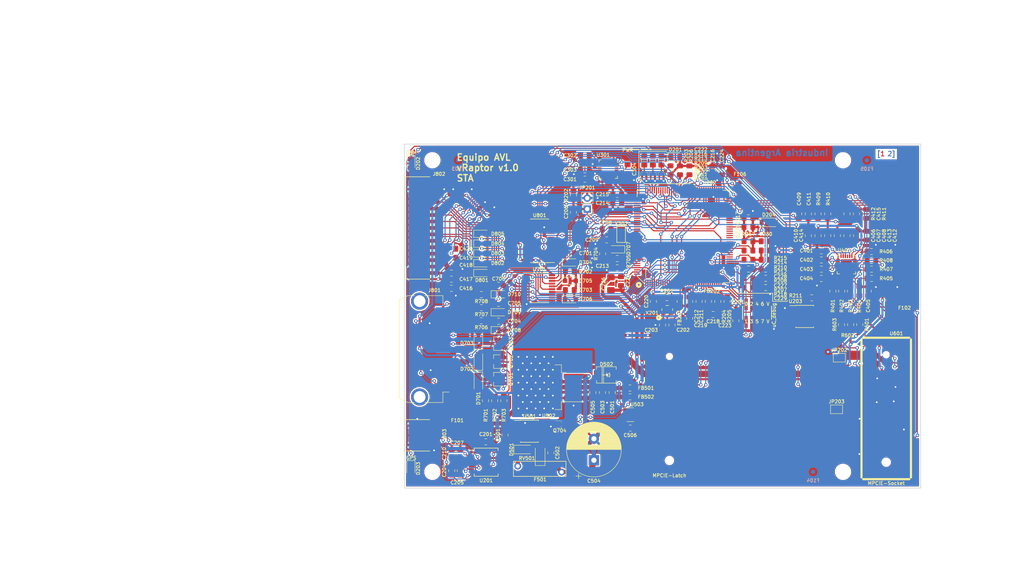
<source format=kicad_pcb>
(kicad_pcb (version 20171130) (host pcbnew 5.0.1-33cea8e~68~ubuntu16.04.1)
  (title_block (title "Equipo AVL - vRaptor") (date 2018-10-30) (rev 1.0) (comment 1 "Autor: Ing. Mauro Moreyra"))
  (layers (0 F.Cu signal) (31 B.Cu signal) (34 B.Paste user) (35 F.Paste user hide) (36 B.SilkS user) (37 F.SilkS user) (38 B.Mask user) (39 F.Mask user hide) (44 Edge.Cuts user))
  (net 0 "")
  (net 1 GND)
  (net 2 +3V3)
  (net 3 /CPU/XTAL2)
  (net 4 /CPU/XTAL1)
  (net 5 "Net-(C204-Pad1)")
  (net 6 "Net-(C204-Pad2)")
  (net 7 "Net-(C205-Pad2)")
  (net 8 "Net-(C205-Pad1)")
  (net 9 /CPU/nRESET)
  (net 10 "Net-(C207-Pad2)")
  (net 11 /CPU/RTCX1)
  (net 12 /CPU/RTCX2)
  (net 13 "Net-(C210-Pad2)")
  (net 14 +3.3VADC)
  (net 15 GNDA)
  (net 16 /CPU/TEC_0)
  (net 17 /CPU/TEC_1)
  (net 18 /CPU/TEC_2)
  (net 19 /CPU/TEC_3)
  (net 20 "Net-(C303-Pad1)")
  (net 21 "Net-(C304-Pad1)")
  (net 22 +1V8)
  (net 23 "Net-(C405-Pad1)")
  (net 24 GNDS)
  (net 25 "Net-(C408-Pad1)")
  (net 26 /Audio/MICBIAS)
  (net 27 /MIC+)
  (net 28 /Audio/MICP)
  (net 29 /Audio/MICN)
  (net 30 /MIC-)
  (net 31 "Net-(C415-Pad2)")
  (net 32 "Net-(C415-Pad1)")
  (net 33 "Net-(C502-Pad1)")
  (net 34 /DIG_IN_0)
  (net 35 /DIG_IN_1)
  (net 36 /DIG_IN_2)
  (net 37 /CPU/AN_IN_0)
  (net 38 /CPU/AN_IN_1)
  (net 39 /CPU/AN_IN_2)
  (net 40 "Net-(D201-Pad1)")
  (net 41 "Net-(D202-Pad1)")
  (net 42 "Net-(D203-Pad1)")
  (net 43 /CPU/RESET_DBG)
  (net 44 +BATT)
  (net 45 "Net-(D501-Pad2)")
  (net 46 /DIG_OUT_0)
  (net 47 /DIG_OUT_1)
  (net 48 /DIG_OUT_2)
  (net 49 /CPU/VBAT)
  (net 50 /CPU/IBUTTON)
  (net 51 /CPU/BUZZER)
  (net 52 /Conectores_IO/DISP_2)
  (net 53 /Conectores_IO/DISP_1)
  (net 54 /Conectores_IO/DISP_0)
  (net 55 "Net-(FB201-Pad2)")
  (net 56 "Net-(FB202-Pad1)")
  (net 57 /VBAT)
  (net 58 /IGN)
  (net 59 /AN_IN_0)
  (net 60 /AN_IN_1)
  (net 61 /AN_IN_2)
  (net 62 /TEC_1)
  (net 63 /TEC_0)
  (net 64 /TEC_2)
  (net 65 /TEC_3)
  (net 66 /SPK+)
  (net 67 /SPK-)
  (net 68 /Conectores_IO/PROG_RX)
  (net 69 /Conectores_IO/PROG_TX)
  (net 70 /CPU/PWR_MDM)
  (net 71 /CPU/GPIO7)
  (net 72 /CPU/PERST)
  (net 73 /CPU/TMS)
  (net 74 /CPU/TCK)
  (net 75 /CPU/TDO)
  (net 76 "Net-(P201-Pad7)")
  (net 77 /CPU/TDI)
  (net 78 "Net-(Q201-Pad3)")
  (net 79 /CPU/SLEEP_MDM)
  (net 80 /Acelerómetro/INT)
  (net 81 "Net-(Q202-Pad3)")
  (net 82 "Net-(Q203-Pad3)")
  (net 83 /CPU/DISPLAY_MODE)
  (net 84 /CPU/DIG_OUT_0)
  (net 85 /CPU/DIG_OUT_1)
  (net 86 /CPU/DIG_OUT_2)
  (net 87 /CPU/IGN)
  (net 88 /I2C_SDA)
  (net 89 "Net-(R204-Pad1)")
  (net 90 "Net-(R205-Pad1)")
  (net 91 /I2C_SCL)
  (net 92 /CPU/TEC1)
  (net 93 "Net-(R211-Pad1)")
  (net 94 /CPU/TEC2)
  (net 95 /CPU/TEC3)
  (net 96 /CPU/TEC4)
  (net 97 /Audio/ADCOUT)
  (net 98 "Net-(R401-Pad1)")
  (net 99 "Net-(R402-Pad1)")
  (net 100 /Audio/DACIN)
  (net 101 "Net-(R403-Pad1)")
  (net 102 /Audio/FS)
  (net 103 /Audio/BCLK-MCLK)
  (net 104 "Net-(R405-Pad1)")
  (net 105 "Net-(R406-Pad1)")
  (net 106 /UC20_PCIe/I2C_SCL)
  (net 107 /UC20_PCIe/I2C_SDA)
  (net 108 "Net-(R501-Pad1)")
  (net 109 /UC20_PCIe/W_DISABLE)
  (net 110 /CPU/U2_RXD)
  (net 111 "Net-(U201-Pad10)")
  (net 112 /CPU/U2_TXD)
  (net 113 "Net-(U202-Pad1)")
  (net 114 "Net-(U202-Pad3)")
  (net 115 "Net-(U202-Pad6)")
  (net 116 "Net-(U202-Pad7)")
  (net 117 "Net-(U202-Pad8)")
  (net 118 "Net-(U202-Pad9)")
  (net 119 "Net-(U202-Pad10)")
  (net 120 "Net-(U202-Pad11)")
  (net 121 "Net-(U202-Pad14)")
  (net 122 "Net-(U202-Pad15)")
  (net 123 "Net-(U202-Pad18)")
  (net 124 "Net-(U202-Pad20)")
  (net 125 "Net-(U202-Pad21)")
  (net 126 "Net-(U202-Pad22)")
  (net 127 "Net-(U202-Pad24)")
  (net 128 "Net-(U202-Pad32)")
  (net 129 "Net-(U202-Pad33)")
  (net 130 "Net-(U202-Pad34)")
  (net 131 "Net-(U202-Pad35)")
  (net 132 "Net-(U202-Pad37)")
  (net 133 "Net-(U202-Pad39)")
  (net 134 "Net-(U202-Pad44)")
  (net 135 "Net-(U202-Pad45)")
  (net 136 "Net-(U202-Pad46)")
  (net 137 /SPI_MOSI)
  (net 138 "Net-(U202-Pad48)")
  (net 139 "Net-(U202-Pad50)")
  (net 140 "Net-(U202-Pad51)")
  (net 141 "Net-(U202-Pad52)")
  (net 142 "Net-(U202-Pad53)")
  (net 143 "Net-(U202-Pad54)")
  (net 144 "Net-(U202-Pad55)")
  (net 145 "Net-(U202-Pad56)")
  (net 146 "Net-(U202-Pad57)")
  (net 147 "Net-(U202-Pad58)")
  (net 148 "Net-(U202-Pad60)")
  (net 149 "Net-(U202-Pad61)")
  (net 150 "Net-(U202-Pad62)")
  (net 151 "Net-(U202-Pad63)")
  (net 152 "Net-(U202-Pad64)")
  (net 153 "Net-(U202-Pad65)")
  (net 154 "Net-(U202-Pad66)")
  (net 155 "Net-(U202-Pad67)")
  (net 156 "Net-(U202-Pad68)")
  (net 157 "Net-(U202-Pad69)")
  (net 158 "Net-(U202-Pad70)")
  (net 159 "Net-(U202-Pad72)")
  (net 160 "Net-(U202-Pad73)")
  (net 161 /Conectores_IO/DISP_SPI_CS1)
  (net 162 /CPU/BUFFER_OE)
  (net 163 "Net-(U202-Pad78)")
  (net 164 "Net-(U202-Pad79)")
  (net 165 "Net-(U202-Pad83)")
  (net 166 "Net-(U202-Pad89)")
  (net 167 "Net-(U202-Pad90)")
  (net 168 "Net-(U202-Pad98)")
  (net 169 "Net-(U202-Pad99)")
  (net 170 "Net-(U202-Pad102)")
  (net 171 "Net-(U202-Pad108)")
  (net 172 "Net-(U202-Pad110)")
  (net 173 "Net-(U202-Pad112)")
  (net 174 "Net-(U202-Pad114)")
  (net 175 "Net-(U202-Pad116)")
  (net 176 "Net-(U202-Pad117)")
  (net 177 "Net-(U202-Pad118)")
  (net 178 "Net-(U202-Pad119)")
  (net 179 /SPI_SCK)
  (net 180 "Net-(U202-Pad121)")
  (net 181 "Net-(U202-Pad122)")
  (net 182 "Net-(U202-Pad123)")
  (net 183 "Net-(U202-Pad124)")
  (net 184 "Net-(U202-Pad127)")
  (net 185 "Net-(U202-Pad129)")
  (net 186 "Net-(U202-Pad130)")
  (net 187 "Net-(U202-Pad132)")
  (net 188 "Net-(U202-Pad133)")
  (net 189 "Net-(U202-Pad134)")
  (net 190 "Net-(U202-Pad136)")
  (net 191 "Net-(U202-Pad140)")
  (net 192 "Net-(U202-Pad142)")
  (net 193 "Net-(U202-Pad144)")
  (net 194 "Net-(U301-Pad6)")
  (net 195 "Net-(U301-Pad7)")
  (net 196 "Net-(U401-Pad16)")
  (net 197 "Net-(U401-Pad21)")
  (net 198 "Net-(U601-Pad1)")
  (net 199 "Net-(U601-Pad3)")
  (net 200 "Net-(U601-Pad5)")
  (net 201 "Net-(U601-Pad6)")
  (net 202 "Net-(U601-Pad7)")
  (net 203 "Net-(U601-Pad8)")
  (net 204 "Net-(U601-Pad10)")
  (net 205 "Net-(U601-Pad12)")
  (net 206 "Net-(U601-Pad14)")
  (net 207 "Net-(U601-Pad16)")
  (net 208 "Net-(U601-Pad17)")
  (net 209 "Net-(U601-Pad19)")
  (net 210 "Net-(U601-Pad23)")
  (net 211 "Net-(U601-Pad24)")
  (net 212 "Net-(U601-Pad25)")
  (net 213 "Net-(U601-Pad28)")
  (net 214 "Net-(U601-Pad33)")
  (net 215 "Net-(U601-Pad36)")
  (net 216 "Net-(U601-Pad38)")
  (net 217 "Net-(U601-Pad42)")
  (net 218 "Net-(U601-Pad44)")
  (net 219 "Net-(U601-Pad46)")
  (net 220 "Net-(U601-Pad48)")
  (net 221 "Net-(U701-Pad8)")
  (net 222 "Net-(U701-Pad12)")
  (net 223 "Net-(U801-Pad5)")
  (net 224 /CPU/LED1)
  (net 225 /CPU/LED2)
  (net 226 /CPU/LED3)
  (net 227 /CPU/U3_TX)
  (net 228 /CPU/U3_RX)
  (net 229 /CPU/DIG_IN_2)
  (net 230 /CPU/DIG_IN_1)
  (net 231 /CPU/DIG_IN_0)
  (module mpcie:mpcie-socket-latch (layer F.Cu) (at 223.5 131 90)
    (fp_text reference U601 (at 29.95 2.35 180) (layer F.SilkS) (effects (font (size 0.8 0.8))))
    (fp_text value MPCIE-Socket (at -4.9 0 180) (layer F.SilkS) (effects (font (size 0.8 0.8))))
    (pad "" smd rect (at 24.6 -47.2 90) (size 4.8 3) (layers F.Cu F.Paste F.Mask))
    (pad "" smd rect (at 0.4 -47.2 90) (size 4.8 3) (layers F.Cu F.Paste F.Mask))
    (pad "" np_thru_hole circle (at 24.6 -50.4 90) (size 1.1 1.1) (drill 1.1) (layers *.Cu *.Mask))
    (pad "" np_thru_hole circle (at 0.4 -50.4 90) (size 1.6 1.6) (drill 1.6) (layers *.Cu *.Mask))
    (pad "" smd rect (at 24.6 -53.55 90) (size 4.8 3) (layers F.Cu F.Paste F.Mask))
    (pad "" smd rect (at 0.4 -53.55 90) (size 4.8 3) (layers F.Cu F.Paste F.Mask))
    (pad 52 smd rect (at 24.3 -4.1 90) (size 0.6 2) (layers F.Cu F.Paste F.Mask) (net 70 /CPU/PWR_MDM))
    (pad 51 smd rect (at 23.9 4.1 90) (size 0.6 2) (layers F.Cu F.Paste F.Mask) (net 102 /Audio/FS))
    (pad 50 smd rect (at 23.5 -4.1 90) (size 0.6 2) (layers F.Cu F.Paste F.Mask) (net 1 GND))
    (pad 49 smd rect (at 23.1 4.1 90) (size 0.6 2) (layers F.Cu F.Paste F.Mask) (net 97 /Audio/ADCOUT))
    (pad 48 smd rect (at 22.7 -4.1 90) (size 0.6 2) (layers F.Cu F.Paste F.Mask) (net 220 "Net-(U601-Pad48)"))
    (pad 47 smd rect (at 22.3 4.1 90) (size 0.6 2) (layers F.Cu F.Paste F.Mask) (net 100 /Audio/DACIN))
    (pad 46 smd rect (at 21.9 -4.1 90) (size 0.6 2) (layers F.Cu F.Paste F.Mask) (net 219 "Net-(U601-Pad46)"))
    (pad 45 smd rect (at 21.5 4.1 90) (size 0.6 2) (layers F.Cu F.Paste F.Mask) (net 103 /Audio/BCLK-MCLK))
    (pad 44 smd rect (at 21.1 -4.1 90) (size 0.6 2) (layers F.Cu F.Paste F.Mask) (net 218 "Net-(U601-Pad44)"))
    (pad 43 smd rect (at 20.7 4.1 90) (size 0.6 2) (layers F.Cu F.Paste F.Mask) (net 1 GND))
    (pad 42 smd rect (at 20.3 -4.1 90) (size 0.6 2) (layers F.Cu F.Paste F.Mask) (net 217 "Net-(U601-Pad42)"))
    (pad 41 smd rect (at 19.9 4.1 90) (size 0.6 2) (layers F.Cu F.Paste F.Mask) (net 70 /CPU/PWR_MDM))
    (pad 40 smd rect (at 19.5 -4.1 90) (size 0.6 2) (layers F.Cu F.Paste F.Mask) (net 1 GND))
    (pad 39 smd rect (at 19.1 4.1 90) (size 0.6 2) (layers F.Cu F.Paste F.Mask) (net 70 /CPU/PWR_MDM))
    (pad 38 smd rect (at 18.7 -4.1 90) (size 0.6 2) (layers F.Cu F.Paste F.Mask) (net 216 "Net-(U601-Pad38)"))
    (pad 37 smd rect (at 18.3 4.1 90) (size 0.6 2) (layers F.Cu F.Paste F.Mask) (net 1 GND))
    (pad 36 smd rect (at 17.9 -4.1 90) (size 0.6 2) (layers F.Cu F.Paste F.Mask) (net 215 "Net-(U601-Pad36)"))
    (pad 35 smd rect (at 17.5 4.1 90) (size 0.6 2) (layers F.Cu F.Paste F.Mask) (net 1 GND))
    (pad 34 smd rect (at 17.1 -4.1 90) (size 0.6 2) (layers F.Cu F.Paste F.Mask) (net 1 GND))
    (pad 33 smd rect (at 16.7 4.1 90) (size 0.6 2) (layers F.Cu F.Paste F.Mask) (net 214 "Net-(U601-Pad33)"))
    (pad 32 smd rect (at 16.3 -4.1 90) (size 0.6 2) (layers F.Cu F.Paste F.Mask) (net 107 /UC20_PCIe/I2C_SDA))
    (pad 31 smd rect (at 15.9 4.1 90) (size 0.6 2) (layers F.Cu F.Paste F.Mask) (net 79 /CPU/SLEEP_MDM))
    (pad 30 smd rect (at 15.5 -4.1 90) (size 0.6 2) (layers F.Cu F.Paste F.Mask) (net 106 /UC20_PCIe/I2C_SCL))
    (pad 29 smd rect (at 15.1 4.1 90) (size 0.6 2) (layers F.Cu F.Paste F.Mask) (net 1 GND))
    (pad 28 smd rect (at 14.7 -4.1 90) (size 0.6 2) (layers F.Cu F.Paste F.Mask) (net 213 "Net-(U601-Pad28)"))
    (pad 27 smd rect (at 14.3 4.1 90) (size 0.6 2) (layers F.Cu F.Paste F.Mask) (net 1 GND))
    (pad 26 smd rect (at 13.9 -4.1 90) (size 0.6 2) (layers F.Cu F.Paste F.Mask) (net 1 GND))
    (pad 25 smd rect (at 13.5 4.1 90) (size 0.6 2) (layers F.Cu F.Paste F.Mask) (net 212 "Net-(U601-Pad25)"))
    (pad 24 smd rect (at 13.1 -4.1 90) (size 0.6 2) (layers F.Cu F.Paste F.Mask) (net 211 "Net-(U601-Pad24)"))
    (pad 23 smd rect (at 12.7 4.1 90) (size 0.6 2) (layers F.Cu F.Paste F.Mask) (net 210 "Net-(U601-Pad23)"))
    (pad 22 smd rect (at 12.3 -4.1 90) (size 0.6 2) (layers F.Cu F.Paste F.Mask) (net 72 /CPU/PERST))
    (pad 21 smd rect (at 11.9 4.1 90) (size 0.6 2) (layers F.Cu F.Paste F.Mask) (net 1 GND))
    (pad 20 smd rect (at 11.5 -4.1 90) (size 0.6 2) (layers F.Cu F.Paste F.Mask) (net 109 /UC20_PCIe/W_DISABLE))
    (pad 19 smd rect (at 11.1 4.1 90) (size 0.6 2) (layers F.Cu F.Paste F.Mask) (net 209 "Net-(U601-Pad19)"))
    (pad 18 smd rect (at 10.7 -4.1 90) (size 0.6 2) (layers F.Cu F.Paste F.Mask) (net 1 GND))
    (pad 17 smd rect (at 10.3 4.1 90) (size 0.6 2) (layers F.Cu F.Paste F.Mask) (net 208 "Net-(U601-Pad17)"))
    (pad 16 smd rect (at 6.7 -4.1 90) (size 0.6 2) (layers F.Cu F.Paste F.Mask) (net 207 "Net-(U601-Pad16)"))
    (pad 15 smd rect (at 6.3 4.1 90) (size 0.6 2) (layers F.Cu F.Paste F.Mask) (net 1 GND))
    (pad 14 smd rect (at 5.9 -4.1 90) (size 0.6 2) (layers F.Cu F.Paste F.Mask) (net 206 "Net-(U601-Pad14)"))
    (pad 13 smd rect (at 5.5 4.1 90) (size 0.6 2) (layers F.Cu F.Paste F.Mask) (net 228 /CPU/U3_RX))
    (pad 12 smd rect (at 5.1 -4.1 90) (size 0.6 2) (layers F.Cu F.Paste F.Mask) (net 205 "Net-(U601-Pad12)"))
    (pad 11 smd rect (at 4.7 4.1 90) (size 0.6 2) (layers F.Cu F.Paste F.Mask) (net 227 /CPU/U3_TX))
    (pad 10 smd rect (at 4.3 -4.1 90) (size 0.6 2) (layers F.Cu F.Paste F.Mask) (net 204 "Net-(U601-Pad10)"))
    (pad 9 smd rect (at 3.9 4.1 90) (size 0.6 2) (layers F.Cu F.Paste F.Mask) (net 1 GND))
    (pad 8 smd rect (at 3.5 -4.1 90) (size 0.6 2) (layers F.Cu F.Paste F.Mask) (net 203 "Net-(U601-Pad8)"))
    (pad 7 smd rect (at 3.1 4.1 90) (size 0.6 2) (layers F.Cu F.Paste F.Mask) (net 202 "Net-(U601-Pad7)"))
    (pad 6 smd rect (at 2.7 -4.1 90) (size 0.6 2) (layers F.Cu F.Paste F.Mask) (net 201 "Net-(U601-Pad6)"))
    (pad 5 smd rect (at 2.3 4.1 90) (size 0.6 2) (layers F.Cu F.Paste F.Mask) (net 200 "Net-(U601-Pad5)"))
    (pad 4 smd rect (at 1.9 -4.1 90) (size 0.6 2) (layers F.Cu F.Paste F.Mask) (net 1 GND))
    (pad 3 smd rect (at 1.5 4.1 90) (size 0.6 2) (layers F.Cu F.Paste F.Mask) (net 199 "Net-(U601-Pad3)"))
    (pad 2 smd rect (at 1.1 -4.1 90) (size 0.6 2) (layers F.Cu F.Paste F.Mask) (net 70 /CPU/PWR_MDM))
    (pad 1 smd rect (at 0.7 4.1 90) (size 0.6 2) (layers F.Cu F.Paste F.Mask) (net 198 "Net-(U601-Pad1)"))
    (pad "" smd rect (at 27.15 3.5 90) (size 2.3 3.2) (layers F.Cu F.Paste F.Mask))
    (pad "" smd rect (at -2.15 3.5 90) (size 2.3 3.2) (layers F.Cu F.Paste F.Mask))
    (pad "" np_thru_hole circle (at 0 0 90) (size 1.6 1.6) (drill 1.6) (layers *.Cu *.Mask))
    (pad "" np_thru_hole circle (at 25 0 90) (size 1.1 1.1) (drill 1.1) (layers *.Cu *.Mask))
  )
  (module NetTie:NetTie-2_SMD_Pad0.5mm (layer F.Cu) (at 220.525 78.25 90)
    (fp_text reference JP401 hide)
    (fp_text value Jumper)
    (fp_poly (pts (xy -0.5 -0.25) (xy 0.5 -0.25) (xy 0.5 0.25) (xy -0.5 0.25)) (layer F.Cu) (width 0))
    (pad 1 smd circle (at -0.5 0 90) (size 0.5 0.5) (layers F.Cu) (net 1 GND))
    (pad 2 smd circle (at 0.5 0 90) (size 0.5 0.5) (layers F.Cu) (net 24 GNDS))
  )
  (module Libreria_EDU_CIAA_NXP:LQFP144-M05 (layer F.Cu) (at 176.35 78.5)
    (fp_text reference U202 (at 6.1 -12.55) (layer F.SilkS) (effects (font (size 0.8 0.8))))
    (fp_text value LPC4337JBD144 hide)
    (pad 1 smd rect (at -8.74522 10.75182) (size 0.254 1.50114) (layers F.Cu F.Paste F.Mask) (net 113 "Net-(U202-Pad1)"))
    (pad 2 smd rect (at -8.24738 10.75182) (size 0.254 1.50114) (layers F.Cu F.Paste F.Mask) (net 37 /CPU/AN_IN_0))
    (pad 3 smd rect (at -7.747 10.75182) (size 0.254 1.50114) (layers F.Cu F.Paste F.Mask) (net 114 "Net-(U202-Pad3)"))
    (pad 4 smd rect (at -7.24662 10.75182) (size 0.254 1.50114) (layers F.Cu F.Paste F.Mask) (net 1 GND))
    (pad 5 smd rect (at -6.74624 10.75182) (size 0.254 1.50114) (layers F.Cu F.Paste F.Mask) (net 2 +3V3))
    (pad 6 smd rect (at -6.24586 10.75182) (size 0.254 1.50114) (layers F.Cu F.Paste F.Mask) (net 115 "Net-(U202-Pad6)"))
    (pad 7 smd rect (at -5.74548 10.75182) (size 0.254 1.50114) (layers F.Cu F.Paste F.Mask) (net 116 "Net-(U202-Pad7)"))
    (pad 8 smd rect (at -5.2451 10.75182) (size 0.254 1.50114) (layers F.Cu F.Paste F.Mask) (net 117 "Net-(U202-Pad8)"))
    (pad 9 smd rect (at -4.74726 10.75182) (size 0.254 1.50114) (layers F.Cu F.Paste F.Mask) (net 118 "Net-(U202-Pad9)"))
    (pad 10 smd rect (at -4.24688 10.75182) (size 0.254 1.50114) (layers F.Cu F.Paste F.Mask) (net 119 "Net-(U202-Pad10)"))
    (pad 11 smd rect (at -3.7465 10.75182) (size 0.254 1.50114) (layers F.Cu F.Paste F.Mask) (net 120 "Net-(U202-Pad11)"))
    (pad 12 smd rect (at -3.24612 10.75182) (size 0.254 1.50114) (layers F.Cu F.Paste F.Mask) (net 4 /CPU/XTAL1))
    (pad 13 smd rect (at -2.74574 10.75182) (size 0.254 1.50114) (layers F.Cu F.Paste F.Mask) (net 3 /CPU/XTAL2))
    (pad 14 smd rect (at -2.24536 10.75182) (size 0.254 1.50114) (layers F.Cu F.Paste F.Mask) (net 121 "Net-(U202-Pad14)"))
    (pad 15 smd rect (at -1.74498 10.75182) (size 0.254 1.50114) (layers F.Cu F.Paste F.Mask) (net 122 "Net-(U202-Pad15)"))
    (pad 16 smd rect (at -1.24714 10.75182) (size 0.254 1.50114) (layers F.Cu F.Paste F.Mask) (net 55 "Net-(FB201-Pad2)"))
    (pad 17 smd rect (at -0.74676 10.75182) (size 0.254 1.50114) (layers F.Cu F.Paste F.Mask) (net 55 "Net-(FB201-Pad2)"))
    (pad 18 smd rect (at -0.24638 10.75182) (size 0.254 1.50114) (layers F.Cu F.Paste F.Mask) (net 123 "Net-(U202-Pad18)"))
    (pad 19 smd rect (at 0.25146 10.75182) (size 0.254 1.50114) (layers F.Cu F.Paste F.Mask) (net 56 "Net-(FB202-Pad1)"))
    (pad 20 smd rect (at 0.75184 10.75182) (size 0.254 1.50114) (layers F.Cu F.Paste F.Mask) (net 124 "Net-(U202-Pad20)"))
    (pad 21 smd rect (at 1.25222 10.75182) (size 0.254 1.50114) (layers F.Cu F.Paste F.Mask) (net 125 "Net-(U202-Pad21)"))
    (pad 22 smd rect (at 1.75006 10.75182) (size 0.254 1.50114) (layers F.Cu F.Paste F.Mask) (net 126 "Net-(U202-Pad22)"))
    (pad 23 smd rect (at 2.25044 10.75182) (size 0.254 1.50114) (layers F.Cu F.Paste F.Mask) (net 56 "Net-(FB202-Pad1)"))
    (pad 24 smd rect (at 2.75082 10.75182) (size 0.254 1.50114) (layers F.Cu F.Paste F.Mask) (net 127 "Net-(U202-Pad24)"))
    (pad 25 smd rect (at 3.2512 10.75182) (size 0.254 1.50114) (layers F.Cu F.Paste F.Mask) (net 2 +3V3))
    (pad 26 smd rect (at 3.75158 10.75182) (size 0.254 1.50114) (layers F.Cu F.Paste F.Mask) (net 77 /CPU/TDI))
    (pad 27 smd rect (at 4.25196 10.75182) (size 0.254 1.50114) (layers F.Cu F.Paste F.Mask) (net 74 /CPU/TCK))
    (pad 28 smd rect (at 4.75234 10.75182) (size 0.254 1.50114) (layers F.Cu F.Paste F.Mask) (net 89 "Net-(R204-Pad1)"))
    (pad 29 smd rect (at 5.25018 10.75182) (size 0.254 1.50114) (layers F.Cu F.Paste F.Mask) (net 90 "Net-(R205-Pad1)"))
    (pad 30 smd rect (at 5.75056 10.75182) (size 0.254 1.50114) (layers F.Cu F.Paste F.Mask) (net 73 /CPU/TMS))
    (pad 31 smd rect (at 6.25094 10.75182) (size 0.254 1.50114) (layers F.Cu F.Paste F.Mask) (net 75 /CPU/TDO))
    (pad 32 smd rect (at 6.75132 10.75182) (size 0.254 1.50114) (layers F.Cu F.Paste F.Mask) (net 128 "Net-(U202-Pad32)"))
    (pad 33 smd rect (at 7.2517 10.75182) (size 0.254 1.50114) (layers F.Cu F.Paste F.Mask) (net 129 "Net-(U202-Pad33)"))
    (pad 34 smd rect (at 7.75208 10.75182) (size 0.254 1.50114) (layers F.Cu F.Paste F.Mask) (net 130 "Net-(U202-Pad34)"))
    (pad 35 smd rect (at 8.25246 10.75182) (size 0.254 1.50114) (layers F.Cu F.Paste F.Mask) (net 131 "Net-(U202-Pad35)"))
    (pad 36 smd rect (at 8.7503 10.75182) (size 0.254 1.50114) (layers F.Cu F.Paste F.Mask) (net 2 +3V3))
    (pad 37 smd rect (at 10.75182 8.7503 90) (size 0.254 1.50114) (layers F.Cu F.Paste F.Mask) (net 132 "Net-(U202-Pad37)"))
    (pad 38 smd rect (at 10.75182 8.25246 90) (size 0.254 1.50114) (layers F.Cu F.Paste F.Mask) (net 92 /CPU/TEC1))
    (pad 39 smd rect (at 10.75182 7.75208 90) (size 0.254 1.50114) (layers F.Cu F.Paste F.Mask) (net 133 "Net-(U202-Pad39)"))
    (pad 40 smd rect (at 10.75182 7.2517 90) (size 0.254 1.50114) (layers F.Cu F.Paste F.Mask) (net 1 GND))
    (pad 41 smd rect (at 10.75182 6.75132 90) (size 0.254 1.50114) (layers F.Cu F.Paste F.Mask) (net 2 +3V3))
    (pad 42 smd rect (at 10.75182 6.25094 90) (size 0.254 1.50114) (layers F.Cu F.Paste F.Mask) (net 94 /CPU/TEC2))
    (pad 43 smd rect (at 10.75182 5.75056 90) (size 0.254 1.50114) (layers F.Cu F.Paste F.Mask) (net 95 /CPU/TEC3))
    (pad 44 smd rect (at 10.75182 5.25018 90) (size 0.254 1.50114) (layers F.Cu F.Paste F.Mask) (net 134 "Net-(U202-Pad44)"))
    (pad 45 smd rect (at 10.75182 4.75234 90) (size 0.254 1.50114) (layers F.Cu F.Paste F.Mask) (net 135 "Net-(U202-Pad45)"))
    (pad 46 smd rect (at 10.75182 4.25196 90) (size 0.254 1.50114) (layers F.Cu F.Paste F.Mask) (net 136 "Net-(U202-Pad46)"))
    (pad 47 smd rect (at 10.75182 3.75158 90) (size 0.254 1.50114) (layers F.Cu F.Paste F.Mask) (net 137 /SPI_MOSI))
    (pad 48 smd rect (at 10.75182 3.2512 90) (size 0.254 1.50114) (layers F.Cu F.Paste F.Mask) (net 138 "Net-(U202-Pad48)"))
    (pad 49 smd rect (at 10.75182 2.75082 90) (size 0.254 1.50114) (layers F.Cu F.Paste F.Mask) (net 96 /CPU/TEC4))
    (pad 50 smd rect (at 10.75182 2.25044 90) (size 0.254 1.50114) (layers F.Cu F.Paste F.Mask) (net 139 "Net-(U202-Pad50)"))
    (pad 51 smd rect (at 10.75182 1.75006 90) (size 0.254 1.50114) (layers F.Cu F.Paste F.Mask) (net 140 "Net-(U202-Pad51)"))
    (pad 52 smd rect (at 10.75182 1.25222 90) (size 0.254 1.50114) (layers F.Cu F.Paste F.Mask) (net 141 "Net-(U202-Pad52)"))
    (pad 53 smd rect (at 10.75182 0.75184 90) (size 0.254 1.50114) (layers F.Cu F.Paste F.Mask) (net 142 "Net-(U202-Pad53)"))
    (pad 54 smd rect (at 10.75182 0.25146 90) (size 0.254 1.50114) (layers F.Cu F.Paste F.Mask) (net 143 "Net-(U202-Pad54)"))
    (pad 55 smd rect (at 10.75182 -0.24638 90) (size 0.254 1.50114) (layers F.Cu F.Paste F.Mask) (net 144 "Net-(U202-Pad55)"))
    (pad 56 smd rect (at 10.75182 -0.74676 90) (size 0.254 1.50114) (layers F.Cu F.Paste F.Mask) (net 145 "Net-(U202-Pad56)"))
    (pad 57 smd rect (at 10.75182 -1.24714 90) (size 0.254 1.50114) (layers F.Cu F.Paste F.Mask) (net 146 "Net-(U202-Pad57)"))
    (pad 58 smd rect (at 10.75182 -1.74498 90) (size 0.254 1.50114) (layers F.Cu F.Paste F.Mask) (net 147 "Net-(U202-Pad58)"))
    (pad 59 smd rect (at 10.75182 -2.24536 90) (size 0.254 1.50114) (layers F.Cu F.Paste F.Mask) (net 2 +3V3))
    (pad 60 smd rect (at 10.75182 -2.74574 90) (size 0.254 1.50114) (layers F.Cu F.Paste F.Mask) (net 148 "Net-(U202-Pad60)"))
    (pad 61 smd rect (at 10.75182 -3.24612 90) (size 0.254 1.50114) (layers F.Cu F.Paste F.Mask) (net 149 "Net-(U202-Pad61)"))
    (pad 62 smd rect (at 10.75182 -3.7465 90) (size 0.254 1.50114) (layers F.Cu F.Paste F.Mask) (net 150 "Net-(U202-Pad62)"))
    (pad 63 smd rect (at 10.75182 -4.24688 90) (size 0.254 1.50114) (layers F.Cu F.Paste F.Mask) (net 151 "Net-(U202-Pad63)"))
    (pad 64 smd rect (at 10.75182 -4.74726 90) (size 0.254 1.50114) (layers F.Cu F.Paste F.Mask) (net 152 "Net-(U202-Pad64)"))
    (pad 65 smd rect (at 10.75182 -5.2451 90) (size 0.254 1.50114) (layers F.Cu F.Paste F.Mask) (net 153 "Net-(U202-Pad65)"))
    (pad 66 smd rect (at 10.75182 -5.74548 90) (size 0.254 1.50114) (layers F.Cu F.Paste F.Mask) (net 154 "Net-(U202-Pad66)"))
    (pad 67 smd rect (at 10.75182 -6.24586 90) (size 0.254 1.50114) (layers F.Cu F.Paste F.Mask) (net 155 "Net-(U202-Pad67)"))
    (pad 68 smd rect (at 10.75182 -6.74624 90) (size 0.254 1.50114) (layers F.Cu F.Paste F.Mask) (net 156 "Net-(U202-Pad68)"))
    (pad 69 smd rect (at 10.75182 -7.24662 90) (size 0.254 1.50114) (layers F.Cu F.Paste F.Mask) (net 157 "Net-(U202-Pad69)"))
    (pad 70 smd rect (at 10.75182 -7.747 90) (size 0.254 1.50114) (layers F.Cu F.Paste F.Mask) (net 158 "Net-(U202-Pad70)"))
    (pad 71 smd rect (at 10.75182 -8.24738 90) (size 0.254 1.50114) (layers F.Cu F.Paste F.Mask) (net 2 +3V3))
    (pad 72 smd rect (at 10.75182 -8.74522 90) (size 0.254 1.50114) (layers F.Cu F.Paste F.Mask) (net 159 "Net-(U202-Pad72)"))
    (pad 73 smd rect (at 8.7503 -10.74674) (size 0.254 1.50114) (layers F.Cu F.Paste F.Mask) (net 160 "Net-(U202-Pad73)"))
    (pad 74 smd rect (at 8.25246 -10.74674) (size 0.254 1.50114) (layers F.Cu F.Paste F.Mask) (net 161 /Conectores_IO/DISP_SPI_CS1))
    (pad 75 smd rect (at 7.75208 -10.74674) (size 0.254 1.50114) (layers F.Cu F.Paste F.Mask) (net 162 /CPU/BUFFER_OE))
    (pad 76 smd rect (at 7.2517 -10.74674) (size 0.254 1.50114) (layers F.Cu F.Paste F.Mask) (net 1 GND))
    (pad 77 smd rect (at 6.75132 -10.74674) (size 0.254 1.50114) (layers F.Cu F.Paste F.Mask) (net 2 +3V3))
    (pad 78 smd rect (at 6.25094 -10.74674) (size 0.254 1.50114) (layers F.Cu F.Paste F.Mask) (net 163 "Net-(U202-Pad78)"))
    (pad 79 smd rect (at 5.75056 -10.74674) (size 0.254 1.50114) (layers F.Cu F.Paste F.Mask) (net 164 "Net-(U202-Pad79)"))
    (pad 80 smd rect (at 5.25018 -10.74674) (size 0.254 1.50114) (layers F.Cu F.Paste F.Mask) (net 85 /CPU/DIG_OUT_1))
    (pad 81 smd rect (at 4.75234 -10.74674) (size 0.254 1.50114) (layers F.Cu F.Paste F.Mask) (net 84 /CPU/DIG_OUT_0))
    (pad 82 smd rect (at 4.25196 -10.74674) (size 0.254 1.50114) (layers F.Cu F.Paste F.Mask) (net 86 /CPU/DIG_OUT_2))
    (pad 83 smd rect (at 3.75158 -10.74674) (size 0.254 1.50114) (layers F.Cu F.Paste F.Mask) (net 165 "Net-(U202-Pad83)"))
    (pad 84 smd rect (at 3.2512 -10.74674) (size 0.254 1.50114) (layers F.Cu F.Paste F.Mask) (net 51 /CPU/BUZZER))
    (pad 85 smd rect (at 2.75082 -10.74674) (size 0.254 1.50114) (layers F.Cu F.Paste F.Mask) (net 231 /CPU/DIG_IN_0))
    (pad 86 smd rect (at 2.25044 -10.74674) (size 0.254 1.50114) (layers F.Cu F.Paste F.Mask) (net 230 /CPU/DIG_IN_1))
    (pad 87 smd rect (at 1.75006 -10.74674) (size 0.254 1.50114) (layers F.Cu F.Paste F.Mask) (net 227 /CPU/U3_TX))
    (pad 88 smd rect (at 1.25222 -10.74674) (size 0.254 1.50114) (layers F.Cu F.Paste F.Mask) (net 228 /CPU/U3_RX))
    (pad 89 smd rect (at 0.75184 -10.74674) (size 0.254 1.50114) (layers F.Cu F.Paste F.Mask) (net 166 "Net-(U202-Pad89)"))
    (pad 90 smd rect (at 0.25146 -10.74674) (size 0.254 1.50114) (layers F.Cu F.Paste F.Mask) (net 167 "Net-(U202-Pad90)"))
    (pad 91 smd rect (at -0.24638 -10.74674) (size 0.254 1.50114) (layers F.Cu F.Paste F.Mask) (net 79 /CPU/SLEEP_MDM))
    (pad 92 smd rect (at -0.74676 -10.74674) (size 0.254 1.50114) (layers F.Cu F.Paste F.Mask) (net 91 /I2C_SCL))
    (pad 93 smd rect (at -1.24714 -10.74674) (size 0.254 1.50114) (layers F.Cu F.Paste F.Mask) (net 88 /I2C_SDA))
    (pad 94 smd rect (at -1.74498 -10.74674) (size 0.254 1.50114) (layers F.Cu F.Paste F.Mask) (net 2 +3V3))
    (pad 95 smd rect (at -2.24536 -10.74674) (size 0.254 1.50114) (layers F.Cu F.Paste F.Mask) (net 80 /Acelerómetro/INT))
    (pad 96 smd rect (at -2.74574 -10.74674) (size 0.254 1.50114) (layers F.Cu F.Paste F.Mask) (net 83 /CPU/DISPLAY_MODE))
    (pad 97 smd rect (at -3.24612 -10.74674) (size 0.254 1.50114) (layers F.Cu F.Paste F.Mask) (net 229 /CPU/DIG_IN_2))
    (pad 98 smd rect (at -3.7465 -10.74674) (size 0.254 1.50114) (layers F.Cu F.Paste F.Mask) (net 168 "Net-(U202-Pad98)"))
    (pad 99 smd rect (at -4.24688 -10.74674) (size 0.254 1.50114) (layers F.Cu F.Paste F.Mask) (net 169 "Net-(U202-Pad99)"))
    (pad 100 smd rect (at -4.74726 -10.74674) (size 0.254 1.50114) (layers F.Cu F.Paste F.Mask) (net 87 /CPU/IGN))
    (pad 101 smd rect (at -5.2451 -10.74674) (size 0.254 1.50114) (layers F.Cu F.Paste F.Mask) (net 71 /CPU/GPIO7))
    (pad 102 smd rect (at -5.74548 -10.74674) (size 0.254 1.50114) (layers F.Cu F.Paste F.Mask) (net 170 "Net-(U202-Pad102)"))
    (pad 103 smd rect (at -6.24586 -10.74674) (size 0.254 1.50114) (layers F.Cu F.Paste F.Mask) (net 50 /CPU/IBUTTON))
    (pad 104 smd rect (at -6.74624 -10.74674) (size 0.254 1.50114) (layers F.Cu F.Paste F.Mask) (net 224 /CPU/LED1))
    (pad 105 smd rect (at -7.24662 -10.74674) (size 0.254 1.50114) (layers F.Cu F.Paste F.Mask) (net 225 /CPU/LED2))
    (pad 106 smd rect (at -7.747 -10.74674) (size 0.254 1.50114) (layers F.Cu F.Paste F.Mask) (net 226 /CPU/LED3))
    (pad 107 smd rect (at -8.24738 -10.74674) (size 0.254 1.50114) (layers F.Cu F.Paste F.Mask) (net 2 +3V3))
    (pad 108 smd rect (at -8.74522 -10.74674) (size 0.254 1.50114) (layers F.Cu F.Paste F.Mask) (net 171 "Net-(U202-Pad108)"))
    (pad 109 smd rect (at -10.74674 -8.74522 90) (size 0.254 1.50114) (layers F.Cu F.Paste F.Mask) (net 1 GND))
    (pad 110 smd rect (at -10.74674 -8.24738 90) (size 0.254 1.50114) (layers F.Cu F.Paste F.Mask) (net 172 "Net-(U202-Pad110)"))
    (pad 111 smd rect (at -10.74674 -7.747 90) (size 0.254 1.50114) (layers F.Cu F.Paste F.Mask) (net 2 +3V3))
    (pad 112 smd rect (at -10.74674 -7.24662 90) (size 0.254 1.50114) (layers F.Cu F.Paste F.Mask) (net 173 "Net-(U202-Pad112)"))
    (pad 113 smd rect (at -10.74674 -6.74624 90) (size 0.254 1.50114) (layers F.Cu F.Paste F.Mask) (net 112 /CPU/U2_TXD))
    (pad 114 smd rect (at -10.74674 -6.24586 90) (size 0.254 1.50114) (layers F.Cu F.Paste F.Mask) (net 174 "Net-(U202-Pad114)"))
    (pad 115 smd rect (at -10.74674 -5.74548 90) (size 0.254 1.50114) (layers F.Cu F.Paste F.Mask) (net 110 /CPU/U2_RXD))
    (pad 116 smd rect (at -10.74674 -5.2451 90) (size 0.254 1.50114) (layers F.Cu F.Paste F.Mask) (net 175 "Net-(U202-Pad116)"))
    (pad 117 smd rect (at -10.74674 -4.74726 90) (size 0.254 1.50114) (layers F.Cu F.Paste F.Mask) (net 176 "Net-(U202-Pad117)"))
    (pad 118 smd rect (at -10.74674 -4.24688 90) (size 0.254 1.50114) (layers F.Cu F.Paste F.Mask) (net 177 "Net-(U202-Pad118)"))
    (pad 119 smd rect (at -10.74674 -3.7465 90) (size 0.254 1.50114) (layers F.Cu F.Paste F.Mask) (net 178 "Net-(U202-Pad119)"))
    (pad 120 smd rect (at -10.74674 -3.24612 90) (size 0.254 1.50114) (layers F.Cu F.Paste F.Mask) (net 179 /SPI_SCK))
    (pad 121 smd rect (at -10.74674 -2.74574 90) (size 0.254 1.50114) (layers F.Cu F.Paste F.Mask) (net 180 "Net-(U202-Pad121)"))
    (pad 122 smd rect (at -10.74674 -2.24536 90) (size 0.254 1.50114) (layers F.Cu F.Paste F.Mask) (net 181 "Net-(U202-Pad122)"))
    (pad 123 smd rect (at -10.74674 -1.74498 90) (size 0.254 1.50114) (layers F.Cu F.Paste F.Mask) (net 182 "Net-(U202-Pad123)"))
    (pad 124 smd rect (at -10.74674 -1.24714 90) (size 0.254 1.50114) (layers F.Cu F.Paste F.Mask) (net 183 "Net-(U202-Pad124)"))
    (pad 125 smd rect (at -10.74674 -0.74676 90) (size 0.254 1.50114) (layers F.Cu F.Paste F.Mask) (net 11 /CPU/RTCX1))
    (pad 126 smd rect (at -10.74674 -0.24638 90) (size 0.254 1.50114) (layers F.Cu F.Paste F.Mask) (net 12 /CPU/RTCX2))
    (pad 127 smd rect (at -10.74674 0.25146 90) (size 0.254 1.50114) (layers F.Cu F.Paste F.Mask) (net 184 "Net-(U202-Pad127)"))
    (pad 128 smd rect (at -10.74674 0.75184 90) (size 0.254 1.50114) (layers F.Cu F.Paste F.Mask) (net 9 /CPU/nRESET))
    (pad 129 smd rect (at -10.74674 1.25222 90) (size 0.254 1.50114) (layers F.Cu F.Paste F.Mask) (net 185 "Net-(U202-Pad129)"))
    (pad 130 smd rect (at -10.74674 1.75006 90) (size 0.254 1.50114) (layers F.Cu F.Paste F.Mask) (net 186 "Net-(U202-Pad130)"))
    (pad 131 smd rect (at -10.74674 2.25044 90) (size 0.254 1.50114) (layers F.Cu F.Paste F.Mask) (net 2 +3V3))
    (pad 132 smd rect (at -10.74674 2.75082 90) (size 0.254 1.50114) (layers F.Cu F.Paste F.Mask) (net 187 "Net-(U202-Pad132)"))
    (pad 133 smd rect (at -10.74674 3.2512 90) (size 0.254 1.50114) (layers F.Cu F.Paste F.Mask) (net 188 "Net-(U202-Pad133)"))
    (pad 134 smd rect (at -10.74674 3.75158 90) (size 0.254 1.50114) (layers F.Cu F.Paste F.Mask) (net 189 "Net-(U202-Pad134)"))
    (pad 135 smd rect (at -10.74674 4.25196 90) (size 0.254 1.50114) (layers F.Cu F.Paste F.Mask) (net 15 GNDA))
    (pad 136 smd rect (at -10.74674 4.75234 90) (size 0.254 1.50114) (layers F.Cu F.Paste F.Mask) (net 190 "Net-(U202-Pad136)"))
    (pad 137 smd rect (at -10.74674 5.25018 90) (size 0.254 1.50114) (layers F.Cu F.Paste F.Mask) (net 14 +3.3VADC))
    (pad 138 smd rect (at -10.74674 5.75056 90) (size 0.254 1.50114) (layers F.Cu F.Paste F.Mask) (net 49 /CPU/VBAT))
    (pad 139 smd rect (at -10.74674 6.25094 90) (size 0.254 1.50114) (layers F.Cu F.Paste F.Mask) (net 39 /CPU/AN_IN_2))
    (pad 140 smd rect (at -10.74674 6.75132 90) (size 0.254 1.50114) (layers F.Cu F.Paste F.Mask) (net 191 "Net-(U202-Pad140)"))
    (pad 141 smd rect (at -10.74674 7.2517 90) (size 0.254 1.50114) (layers F.Cu F.Paste F.Mask) (net 2 +3V3))
    (pad 142 smd rect (at -10.74674 7.75208 90) (size 0.254 1.50114) (layers F.Cu F.Paste F.Mask) (net 192 "Net-(U202-Pad142)"))
    (pad 143 smd rect (at -10.74674 8.25246 90) (size 0.254 1.50114) (layers F.Cu F.Paste F.Mask) (net 38 /CPU/AN_IN_1))
    (pad 144 smd rect (at -10.74674 8.7503 90) (size 0.254 1.50114) (layers F.Cu F.Paste F.Mask) (net 193 "Net-(U202-Pad144)"))
  )
  (module Package_SO:SOIC-16_3.9x9.9mm_P1.27mm (layer F.Cu) (at 142.925 79.5 180)
    (fp_text reference U801 (at 0 5.925 180) (layer F.SilkS) (effects (font (size 0.8 0.8))))
    (fp_text value 74HC4053)
    (pad 1 smd rect (at -2.7 -4.445 180) (size 1.5 0.6) (layers F.Cu F.Paste F.Mask) (net 137 /SPI_MOSI))
    (pad 2 smd rect (at -2.7 -3.175 180) (size 1.5 0.6) (layers F.Cu F.Paste F.Mask) (net 88 /I2C_SDA))
    (pad 3 smd rect (at -2.7 -1.905 180) (size 1.5 0.6) (layers F.Cu F.Paste F.Mask) (net 161 /Conectores_IO/DISP_SPI_CS1))
    (pad 4 smd rect (at -2.7 -0.635 180) (size 1.5 0.6) (layers F.Cu F.Paste F.Mask) (net 52 /Conectores_IO/DISP_2))
    (pad 5 smd rect (at -2.7 0.635 180) (size 1.5 0.6) (layers F.Cu F.Paste F.Mask) (net 223 "Net-(U801-Pad5)"))
    (pad 6 smd rect (at -2.7 1.905 180) (size 1.5 0.6) (layers F.Cu F.Paste F.Mask) (net 1 GND))
    (pad 7 smd rect (at -2.7 3.175 180) (size 1.5 0.6) (layers F.Cu F.Paste F.Mask) (net 1 GND))
    (pad 8 smd rect (at -2.7 4.445 180) (size 1.5 0.6) (layers F.Cu F.Paste F.Mask) (net 1 GND))
    (pad 9 smd rect (at 2.7 4.445 180) (size 1.5 0.6) (layers F.Cu F.Paste F.Mask) (net 83 /CPU/DISPLAY_MODE))
    (pad 10 smd rect (at 2.7 3.175 180) (size 1.5 0.6) (layers F.Cu F.Paste F.Mask) (net 83 /CPU/DISPLAY_MODE))
    (pad 11 smd rect (at 2.7 1.905 180) (size 1.5 0.6) (layers F.Cu F.Paste F.Mask) (net 83 /CPU/DISPLAY_MODE))
    (pad 12 smd rect (at 2.7 0.635 180) (size 1.5 0.6) (layers F.Cu F.Paste F.Mask) (net 91 /I2C_SCL))
    (pad 13 smd rect (at 2.7 -0.635 180) (size 1.5 0.6) (layers F.Cu F.Paste F.Mask) (net 179 /SPI_SCK))
    (pad 14 smd rect (at 2.7 -1.905 180) (size 1.5 0.6) (layers F.Cu F.Paste F.Mask) (net 54 /Conectores_IO/DISP_0))
    (pad 15 smd rect (at 2.7 -3.175 180) (size 1.5 0.6) (layers F.Cu F.Paste F.Mask) (net 53 /Conectores_IO/DISP_1))
    (pad 16 smd rect (at 2.7 -4.445 180) (size 1.5 0.6) (layers F.Cu F.Paste F.Mask) (net 2 +3V3))
  )
  (module Libreria_EDU_CIAA_NXP:FA238V-XTAL (layer F.Cu) (at 171.675 96.275)
    (fp_text reference X201 (at -2.6 0 180) (layer F.SilkS) (effects (font (size 0.8 0.8))))
    (fp_text value 12MHz hide)
    (pad 1 smd rect (at 0 0) (size 1 0.9) (layers F.Cu F.Paste F.Mask) (net 4 /CPU/XTAL1))
    (pad 2 smd rect (at 1.85 0) (size 1 0.9) (layers F.Cu F.Paste F.Mask) (net 1 GND))
    (pad 4 smd rect (at 0 -1.55) (size 1 0.9) (layers F.Cu F.Paste F.Mask) (net 1 GND))
    (pad 3 smd rect (at 1.85 -1.55) (size 1 0.9) (layers F.Cu F.Paste F.Mask) (net 3 /CPU/XTAL2))
  )
  (module Package_SO:SOIC-8_3.9x4.9mm_P1.27mm (layer F.Cu) (at 140.55 123.8)
    (fp_text reference U501 (at 0 -3.5) (layer F.SilkS) (effects (font (size 0.8 0.8))))
    (fp_text value STS8C5H30L)
    (pad 1 smd rect (at -2.7 -1.905) (size 1.55 0.6) (layers F.Cu F.Paste F.Mask) (net 1 GND))
    (pad 2 smd rect (at -2.7 -0.635) (size 1.55 0.6) (layers F.Cu F.Paste F.Mask) (net 58 /IGN))
    (pad 3 smd rect (at -2.7 0.635) (size 1.55 0.6) (layers F.Cu F.Paste F.Mask) (net 57 /VBAT))
    (pad 4 smd rect (at -2.7 1.905) (size 1.55 0.6) (layers F.Cu F.Paste F.Mask) (net 108 "Net-(R501-Pad1)"))
    (pad 5 smd rect (at 2.7 1.905) (size 1.55 0.6) (layers F.Cu F.Paste F.Mask) (net 44 +BATT))
    (pad 6 smd rect (at 2.7 0.635) (size 1.55 0.6) (layers F.Cu F.Paste F.Mask) (net 44 +BATT))
    (pad 7 smd rect (at 2.7 -0.635) (size 1.55 0.6) (layers F.Cu F.Paste F.Mask) (net 108 "Net-(R501-Pad1)"))
    (pad 8 smd rect (at 2.7 -1.905) (size 1.55 0.6) (layers F.Cu F.Paste F.Mask) (net 108 "Net-(R501-Pad1)"))
  )
  (module Resistor_SMD:R_0805_2012Metric_Pad1.15x1.40mm_HandSolder (layer F.Cu) (at 134.9 124.675 90)
    (fp_text reference R501 (at 0 -1.65 90) (layer F.SilkS) (effects (font (size 0.8 0.8))))
    (fp_text value 10K)
    (pad 2 smd roundrect (at 1.025 0 90) (size 1.15 1.4) (layers F.Cu F.Paste F.Mask) (roundrect_rratio 0.217391) (net 57 /VBAT))
    (pad 1 smd roundrect (at -1.025 0 90) (size 1.15 1.4) (layers F.Cu F.Paste F.Mask) (roundrect_rratio 0.217391) (net 108 "Net-(R501-Pad1)"))
  )
  (module Inductor_SMD:L_0805_2012Metric_Pad1.15x1.40mm_HandSolder (layer F.Cu) (at 163.925 115.8)
    (fp_text reference FB502 (at 3.725 0) (layer F.SilkS) (effects (font (size 0.8 0.8))))
    (fp_text value HZ0805E601R-10)
    (pad 1 smd roundrect (at -1.025 0) (size 1.15 1.4) (layers F.Cu F.Paste F.Mask) (roundrect_rratio 0.217391) (net 1 GND))
    (pad 2 smd roundrect (at 1.025 0) (size 1.15 1.4) (layers F.Cu F.Paste F.Mask) (roundrect_rratio 0.217391) (net 15 GNDA))
  )
  (module Inductor_SMD:L_0805_2012Metric_Pad1.15x1.40mm_HandSolder (layer F.Cu) (at 163.925 113.75)
    (fp_text reference FB501 (at 3.725 0) (layer F.SilkS) (effects (font (size 0.8 0.8))))
    (fp_text value HZ0805E601R-10)
    (pad 1 smd roundrect (at -1.025 0) (size 1.15 1.4) (layers F.Cu F.Paste F.Mask) (roundrect_rratio 0.217391) (net 2 +3V3))
    (pad 2 smd roundrect (at 1.025 0) (size 1.15 1.4) (layers F.Cu F.Paste F.Mask) (roundrect_rratio 0.217391) (net 14 +3.3VADC))
  )
  (module Capacitor_SMD:C_0805_2012Metric_Pad1.15x1.40mm_HandSolder (layer F.Cu) (at 124.5 129.025 270)
    (fp_text reference C207 (at -2.525 0.76) (layer F.SilkS) (effects (font (size 0.8 0.8))))
    (fp_text value 100nF)
    (pad 2 smd roundrect (at 1.025 0 270) (size 1.15 1.4) (layers F.Cu F.Paste F.Mask) (roundrect_rratio 0.217391) (net 10 "Net-(C207-Pad2)"))
    (pad 1 smd roundrect (at -1.025 0 270) (size 1.15 1.4) (layers F.Cu F.Paste F.Mask) (roundrect_rratio 0.217391) (net 1 GND))
  )
  (module Capacitor_SMD:C_0805_2012Metric_Pad1.15x1.40mm_HandSolder (layer F.Cu) (at 130.425 126.25 180)
    (fp_text reference C201 (at 0 1.75 180) (layer F.SilkS) (effects (font (size 0.8 0.8))))
    (fp_text value 100nF)
    (pad 2 smd roundrect (at 1.025 0 180) (size 1.15 1.4) (layers F.Cu F.Paste F.Mask) (roundrect_rratio 0.217391) (net 1 GND))
    (pad 1 smd roundrect (at -1.025 0 180) (size 1.15 1.4) (layers F.Cu F.Paste F.Mask) (roundrect_rratio 0.217391) (net 2 +3V3))
  )
  (module Capacitor_SMD:C_0805_2012Metric_Pad1.15x1.40mm_HandSolder (layer F.Cu) (at 173.7 99.1 270)
    (fp_text reference C202 (at 1.125 -2.575) (layer F.SilkS) (effects (font (size 0.8 0.8))))
    (fp_text value 20pF)
    (pad 1 smd roundrect (at -1.025 0 270) (size 1.15 1.4) (layers F.Cu F.Paste F.Mask) (roundrect_rratio 0.217391) (net 3 /CPU/XTAL2))
    (pad 2 smd roundrect (at 1.025 0 270) (size 1.15 1.4) (layers F.Cu F.Paste F.Mask) (roundrect_rratio 0.217391) (net 1 GND))
  )
  (module Capacitor_SMD:C_0805_2012Metric_Pad1.15x1.40mm_HandSolder (layer F.Cu) (at 171.5 99.1 270)
    (fp_text reference C203 (at 1.15 2.625) (layer F.SilkS) (effects (font (size 0.8 0.8))))
    (fp_text value 20pF)
    (pad 2 smd roundrect (at 1.025 0 270) (size 1.15 1.4) (layers F.Cu F.Paste F.Mask) (roundrect_rratio 0.217391) (net 1 GND))
    (pad 1 smd roundrect (at -1.025 0 270) (size 1.15 1.4) (layers F.Cu F.Paste F.Mask) (roundrect_rratio 0.217391) (net 4 /CPU/XTAL1))
  )
  (module Capacitor_SMD:C_0805_2012Metric_Pad1.15x1.40mm_HandSolder (layer F.Cu) (at 122.5 132.975 270)
    (fp_text reference C204 (at 0 1.75 270) (layer F.SilkS) (effects (font (size 0.8 0.8))))
    (fp_text value 100nF)
    (pad 1 smd roundrect (at -1.025 0 270) (size 1.15 1.4) (layers F.Cu F.Paste F.Mask) (roundrect_rratio 0.217391) (net 5 "Net-(C204-Pad1)"))
    (pad 2 smd roundrect (at 1.025 0 270) (size 1.15 1.4) (layers F.Cu F.Paste F.Mask) (roundrect_rratio 0.217391) (net 6 "Net-(C204-Pad2)"))
  )
  (module Capacitor_SMD:C_0805_2012Metric_Pad1.15x1.40mm_HandSolder (layer F.Cu) (at 124.5 132.975 270)
    (fp_text reference C205 (at 2.775 0.75) (layer F.SilkS) (effects (font (size 0.8 0.8))))
    (fp_text value 100nF)
    (pad 2 smd roundrect (at 1.025 0 270) (size 1.15 1.4) (layers F.Cu F.Paste F.Mask) (roundrect_rratio 0.217391) (net 7 "Net-(C205-Pad2)"))
    (pad 1 smd roundrect (at -1.025 0 270) (size 1.15 1.4) (layers F.Cu F.Paste F.Mask) (roundrect_rratio 0.217391) (net 8 "Net-(C205-Pad1)"))
  )
  (module Capacitor_SMD:C_0805_2012Metric_Pad1.15x1.40mm_HandSolder (layer F.Cu) (at 150.8 72.875 270)
    (fp_text reference C206 (at 0 1.7 270) (layer F.SilkS) (effects (font (size 0.8 0.8))))
    (fp_text value 100nF)
    (pad 2 smd roundrect (at 1.025 0 270) (size 1.15 1.4) (layers F.Cu F.Paste F.Mask) (roundrect_rratio 0.217391) (net 1 GND))
    (pad 1 smd roundrect (at -1.025 0 270) (size 1.15 1.4) (layers F.Cu F.Paste F.Mask) (roundrect_rratio 0.217391) (net 9 /CPU/nRESET))
  )
  (module Capacitor_SMD:C_0805_2012Metric_Pad1.15x1.40mm_HandSolder (layer F.Cu) (at 158.5 76.775 180)
    (fp_text reference C208 (at 0.35 1.525 180) (layer F.SilkS) (effects (font (size 0.8 0.8))))
    (fp_text value 20pF)
    (pad 1 smd roundrect (at -1.025 0 180) (size 1.15 1.4) (layers F.Cu F.Paste F.Mask) (roundrect_rratio 0.217391) (net 11 /CPU/RTCX1))
    (pad 2 smd roundrect (at 1.025 0 180) (size 1.15 1.4) (layers F.Cu F.Paste F.Mask) (roundrect_rratio 0.217391) (net 1 GND))
  )
  (module Capacitor_SMD:C_0805_2012Metric_Pad1.15x1.40mm_HandSolder (layer F.Cu) (at 158.5 79.275 180)
    (fp_text reference C209 (at 3.425 0 180) (layer F.SilkS) (effects (font (size 0.8 0.8))))
    (fp_text value 20pF)
    (pad 2 smd roundrect (at 1.025 0 180) (size 1.15 1.4) (layers F.Cu F.Paste F.Mask) (roundrect_rratio 0.217391) (net 1 GND))
    (pad 1 smd roundrect (at -1.025 0 180) (size 1.15 1.4) (layers F.Cu F.Paste F.Mask) (roundrect_rratio 0.217391) (net 12 /CPU/RTCX2))
  )
  (module Capacitor_SMD:C_0805_2012Metric_Pad1.15x1.40mm_HandSolder (layer F.Cu) (at 122.5 129.03 270)
    (fp_text reference C210 (at 0.01 1.75 90) (layer F.SilkS) (effects (font (size 0.8 0.8))))
    (fp_text value 100nF)
    (pad 1 smd roundrect (at -1.025 0 270) (size 1.15 1.4) (layers F.Cu F.Paste F.Mask) (roundrect_rratio 0.217391) (net 1 GND))
    (pad 2 smd roundrect (at 1.025 0 270) (size 1.15 1.4) (layers F.Cu F.Paste F.Mask) (roundrect_rratio 0.217391) (net 13 "Net-(C210-Pad2)"))
  )
  (module Capacitor_SMD:C_0805_2012Metric_Pad1.15x1.40mm_HandSolder (layer F.Cu) (at 180 93.6 90)
    (fp_text reference C211 (at -3.425 0.5 270) (layer F.SilkS) (effects (font (size 0.8 0.8))))
    (fp_text value 100nF)
    (pad 2 smd roundrect (at 1.025 0 90) (size 1.15 1.4) (layers F.Cu F.Paste F.Mask) (roundrect_rratio 0.217391) (net 1 GND))
    (pad 1 smd roundrect (at -1.025 0 90) (size 1.15 1.4) (layers F.Cu F.Paste F.Mask) (roundrect_rratio 0.217391) (net 14 +3.3VADC))
  )
  (module Capacitor_SMD:C_0805_2012Metric_Pad1.15x1.40mm_HandSolder (layer F.Cu) (at 177.8 93.6 90)
    (fp_text reference C212 (at -3.45 1.6 270) (layer F.SilkS) (effects (font (size 0.8 0.8))))
    (fp_text value 100nF)
    (pad 1 smd roundrect (at -1.025 0 90) (size 1.15 1.4) (layers F.Cu F.Paste F.Mask) (roundrect_rratio 0.217391) (net 14 +3.3VADC))
    (pad 2 smd roundrect (at 1.025 0 90) (size 1.15 1.4) (layers F.Cu F.Paste F.Mask) (roundrect_rratio 0.217391) (net 1 GND))
  )
  (module Capacitor_SMD:C_0805_2012Metric_Pad1.15x1.40mm_HandSolder (layer F.Cu) (at 160.975 85.775)
    (fp_text reference C213 (at -3.475 -0.425) (layer F.SilkS) (effects (font (size 0.8 0.8))))
    (fp_text value 100nF)
    (pad 2 smd roundrect (at 1.025 0) (size 1.15 1.4) (layers F.Cu F.Paste F.Mask) (roundrect_rratio 0.217391) (net 2 +3V3))
    (pad 1 smd roundrect (at -1.025 0) (size 1.15 1.4) (layers F.Cu F.Paste F.Mask) (roundrect_rratio 0.217391) (net 1 GND))
  )
  (module Capacitor_SMD:C_0805_2012Metric_Pad1.15x1.40mm_HandSolder (layer F.Cu) (at 160.975 70.775)
    (fp_text reference C214 (at -3.475 -0.075) (layer F.SilkS) (effects (font (size 0.8 0.8))))
    (fp_text value 100nF)
    (pad 1 smd roundrect (at -1.025 0) (size 1.15 1.4) (layers F.Cu F.Paste F.Mask) (roundrect_rratio 0.217391) (net 1 GND))
    (pad 2 smd roundrect (at 1.025 0) (size 1.15 1.4) (layers F.Cu F.Paste F.Mask) (roundrect_rratio 0.217391) (net 2 +3V3))
  )
  (module Capacitor_SMD:C_0805_2012Metric_Pad1.15x1.40mm_HandSolder (layer F.Cu) (at 160.975 68.7)
    (fp_text reference C215 (at -3.475 0) (layer F.SilkS) (effects (font (size 0.8 0.8))))
    (fp_text value 100nF)
    (pad 2 smd roundrect (at 1.025 0) (size 1.15 1.4) (layers F.Cu F.Paste F.Mask) (roundrect_rratio 0.217391) (net 2 +3V3))
    (pad 1 smd roundrect (at -1.025 0) (size 1.15 1.4) (layers F.Cu F.Paste F.Mask) (roundrect_rratio 0.217391) (net 1 GND))
  )
  (module Capacitor_SMD:C_0805_2012Metric_Pad1.15x1.40mm_HandSolder (layer F.Cu) (at 183.1 63.125 270)
    (fp_text reference C216 (at -3.425 -0.05 270) (layer F.SilkS) (effects (font (size 0.8 0.8))))
    (fp_text value 100nF)
    (pad 1 smd roundrect (at -1.025 0 270) (size 1.15 1.4) (layers F.Cu F.Paste F.Mask) (roundrect_rratio 0.217391) (net 1 GND))
    (pad 2 smd roundrect (at 1.025 0 270) (size 1.15 1.4) (layers F.Cu F.Paste F.Mask) (roundrect_rratio 0.217391) (net 2 +3V3))
  )
  (module Capacitor_SMD:C_0805_2012Metric_Pad1.15x1.40mm_HandSolder (layer F.Cu) (at 191.475 76.3 180)
    (fp_text reference C217 (at 2.475 2.1 270) (layer F.SilkS) (effects (font (size 0.8 0.8))))
    (fp_text value 100nF)
    (pad 1 smd roundrect (at -1.025 0 180) (size 1.15 1.4) (layers F.Cu F.Paste F.Mask) (roundrect_rratio 0.217391) (net 1 GND))
    (pad 2 smd roundrect (at 1.025 0 180) (size 1.15 1.4) (layers F.Cu F.Paste F.Mask) (roundrect_rratio 0.217391) (net 2 +3V3))
  )
  (module Capacitor_SMD:C_0805_2012Metric_Pad1.15x1.40mm_HandSolder (layer F.Cu) (at 183.25 96.65)
    (fp_text reference C218 (at 0 1.6) (layer F.SilkS) (effects (font (size 0.8 0.8))))
    (fp_text value 100nF)
    (pad 2 smd roundrect (at 1.025 0) (size 1.15 1.4) (layers F.Cu F.Paste F.Mask) (roundrect_rratio 0.217391) (net 2 +3V3))
    (pad 1 smd roundrect (at -1.025 0) (size 1.15 1.4) (layers F.Cu F.Paste F.Mask) (roundrect_rratio 0.217391) (net 1 GND))
  )
  (module Capacitor_SMD:C_0805_2012Metric_Pad1.15x1.40mm_HandSolder (layer F.Cu) (at 177.8 97.55 90)
    (fp_text reference C219 (at -1.6 2.55 180) (layer F.SilkS) (effects (font (size 0.8 0.8))))
    (fp_text value 100nF)
    (pad 2 smd roundrect (at 1.025 0 90) (size 1.15 1.4) (layers F.Cu F.Paste F.Mask) (roundrect_rratio 0.217391) (net 2 +3V3))
    (pad 1 smd roundrect (at -1.025 0 90) (size 1.15 1.4) (layers F.Cu F.Paste F.Mask) (roundrect_rratio 0.217391) (net 1 GND))
  )
  (module Capacitor_SMD:C_0805_2012Metric_Pad1.15x1.40mm_HandSolder (layer F.Cu) (at 169.375 93.6 90)
    (fp_text reference C220 (at 0 -1.65 90) (layer F.SilkS) (effects (font (size 0.8 0.8))))
    (fp_text value 100nF)
    (pad 1 smd roundrect (at -1.025 0 90) (size 1.15 1.4) (layers F.Cu F.Paste F.Mask) (roundrect_rratio 0.217391) (net 1 GND))
    (pad 2 smd roundrect (at 1.025 0 90) (size 1.15 1.4) (layers F.Cu F.Paste F.Mask) (roundrect_rratio 0.217391) (net 2 +3V3))
  )
  (module Capacitor_SMD:C_0805_2012Metric_Pad1.15x1.40mm_HandSolder (layer F.Cu) (at 191.475 74.15 180)
    (fp_text reference C221 (at 2.475 -3.15 270) (layer F.SilkS) (effects (font (size 0.8 0.8))))
    (fp_text value 100nF)
    (pad 1 smd roundrect (at -1.025 0 180) (size 1.15 1.4) (layers F.Cu F.Paste F.Mask) (roundrect_rratio 0.217391) (net 1 GND))
    (pad 2 smd roundrect (at 1.025 0 180) (size 1.15 1.4) (layers F.Cu F.Paste F.Mask) (roundrect_rratio 0.217391) (net 2 +3V3))
  )
  (module Capacitor_SMD:C_0805_2012Metric_Pad1.15x1.40mm_HandSolder (layer F.Cu) (at 173.35 63.075 270)
    (fp_text reference C222 (at -4.825 -7.05) (layer F.SilkS) (effects (font (size 0.8 0.8))))
    (fp_text value 100nF)
    (pad 1 smd roundrect (at -1.025 0 270) (size 1.15 1.4) (layers F.Cu F.Paste F.Mask) (roundrect_rratio 0.217391) (net 1 GND))
    (pad 2 smd roundrect (at 1.025 0 270) (size 1.15 1.4) (layers F.Cu F.Paste F.Mask) (roundrect_rratio 0.217391) (net 2 +3V3))
  )
  (module Capacitor_SMD:C_0805_2012Metric_Pad1.15x1.40mm_HandSolder (layer F.Cu) (at 188.55 98.1 90)
    (fp_text reference C223 (at -1.1 -2.55) (layer F.SilkS) (effects (font (size 0.8 0.8))))
    (fp_text value 100nF)
    (pad 1 smd roundrect (at -1.025 0 90) (size 1.15 1.4) (layers F.Cu F.Paste F.Mask) (roundrect_rratio 0.217391) (net 1 GND))
    (pad 2 smd roundrect (at 1.025 0 90) (size 1.15 1.4) (layers F.Cu F.Paste F.Mask) (roundrect_rratio 0.217391) (net 2 +3V3))
  )
  (module Capacitor_SMD:C_0805_2012Metric_Pad1.15x1.40mm_HandSolder (layer F.Cu) (at 185.3 63.125 270)
    (fp_text reference C224 (at -3.425 0 270) (layer F.SilkS) (effects (font (size 0.8 0.8))))
    (fp_text value 100nF)
    (pad 1 smd roundrect (at -1.025 0 270) (size 1.15 1.4) (layers F.Cu F.Paste F.Mask) (roundrect_rratio 0.217391) (net 1 GND))
    (pad 2 smd roundrect (at 1.025 0 270) (size 1.15 1.4) (layers F.Cu F.Paste F.Mask) (roundrect_rratio 0.217391) (net 2 +3V3))
  )
  (module Capacitor_SMD:C_0805_2012Metric_Pad1.15x1.40mm_HandSolder (layer F.Cu) (at 161.85 88.875 270)
    (fp_text reference C225 (at -0.025 -1.6 270) (layer F.SilkS) (effects (font (size 0.8 0.8))))
    (fp_text value 100nF)
    (pad 1 smd roundrect (at -1.025 0 270) (size 1.15 1.4) (layers F.Cu F.Paste F.Mask) (roundrect_rratio 0.217391) (net 14 +3.3VADC))
    (pad 2 smd roundrect (at 1.025 0 270) (size 1.15 1.4) (layers F.Cu F.Paste F.Mask) (roundrect_rratio 0.217391) (net 15 GNDA))
  )
  (module Capacitor_SMD:C_1206_3216Metric_Pad1.42x1.75mm_HandSolder (layer F.Cu) (at 159.5 89.4875 270)
    (fp_text reference C226 (at 0.0125 1.7 270) (layer F.SilkS) (effects (font (size 0.8 0.8))))
    (fp_text value "10uF 10V")
    (pad 1 smd roundrect (at -1.4875 0 270) (size 1.425 1.75) (layers F.Cu F.Paste F.Mask) (roundrect_rratio 0.175439) (net 14 +3.3VADC))
    (pad 2 smd roundrect (at 1.4875 0 270) (size 1.425 1.75) (layers F.Cu F.Paste F.Mask) (roundrect_rratio 0.175439) (net 15 GNDA))
  )
  (module Capacitor_SMD:C_0805_2012Metric_Pad1.15x1.40mm_HandSolder (layer F.Cu) (at 195.475 90.375)
    (fp_text reference C227 (at 3.425 -0.475) (layer F.SilkS) (effects (font (size 0.8 0.8))))
    (fp_text value 100nF)
    (pad 1 smd roundrect (at -1.025 0) (size 1.15 1.4) (layers F.Cu F.Paste F.Mask) (roundrect_rratio 0.217391) (net 16 /CPU/TEC_0))
    (pad 2 smd roundrect (at 1.025 0) (size 1.15 1.4) (layers F.Cu F.Paste F.Mask) (roundrect_rratio 0.217391) (net 1 GND))
  )
  (module Capacitor_SMD:C_0805_2012Metric_Pad1.15x1.40mm_HandSolder (layer F.Cu) (at 195.475 88.22)
    (fp_text reference C228 (at 3.425 -0.42) (layer F.SilkS) (effects (font (size 0.8 0.8))))
    (fp_text value 100nF)
    (pad 2 smd roundrect (at 1.025 0) (size 1.15 1.4) (layers F.Cu F.Paste F.Mask) (roundrect_rratio 0.217391) (net 1 GND))
    (pad 1 smd roundrect (at -1.025 0) (size 1.15 1.4) (layers F.Cu F.Paste F.Mask) (roundrect_rratio 0.217391) (net 17 /CPU/TEC_1))
  )
  (module Capacitor_SMD:C_0805_2012Metric_Pad1.15x1.40mm_HandSolder (layer F.Cu) (at 195.475 81.755)
    (fp_text reference C229 (at 3.425 11.145) (layer F.SilkS) (effects (font (size 0.8 0.8))))
    (fp_text value 100nF)
    (pad 1 smd roundrect (at -1.025 0) (size 1.15 1.4) (layers F.Cu F.Paste F.Mask) (roundrect_rratio 0.217391) (net 18 /CPU/TEC_2))
    (pad 2 smd roundrect (at 1.025 0) (size 1.15 1.4) (layers F.Cu F.Paste F.Mask) (roundrect_rratio 0.217391) (net 1 GND))
  )
  (module Capacitor_SMD:C_0805_2012Metric_Pad1.15x1.40mm_HandSolder (layer F.Cu) (at 195.475 79.6)
    (fp_text reference C230 (at 0 -1.65) (layer F.SilkS) (effects (font (size 0.8 0.8))))
    (fp_text value 100nF)
    (pad 2 smd roundrect (at 1.025 0) (size 1.15 1.4) (layers F.Cu F.Paste F.Mask) (roundrect_rratio 0.217391) (net 1 GND))
    (pad 1 smd roundrect (at -1.025 0) (size 1.15 1.4) (layers F.Cu F.Paste F.Mask) (roundrect_rratio 0.217391) (net 19 /CPU/TEC_3))
  )
  (module Capacitor_SMD:C_0805_2012Metric_Pad1.15x1.40mm_HandSolder (layer F.Cu) (at 153.45 65.15 180)
    (fp_text reference C301 (at 3.45 -0.05 180) (layer F.SilkS) (effects (font (size 0.8 0.8))))
    (fp_text value 100nF)
    (pad 2 smd roundrect (at 1.025 0 180) (size 1.15 1.4) (layers F.Cu F.Paste F.Mask) (roundrect_rratio 0.217391) (net 1 GND))
    (pad 1 smd roundrect (at -1.025 0 180) (size 1.15 1.4) (layers F.Cu F.Paste F.Mask) (roundrect_rratio 0.217391) (net 2 +3V3))
  )
  (module Capacitor_SMD:C_0805_2012Metric_Pad1.15x1.40mm_HandSolder (layer F.Cu) (at 153.448794 59.65 180)
    (fp_text reference C302 (at 3.448794 0.01014 180) (layer F.SilkS) (effects (font (size 0.8 0.8))))
    (fp_text value 100nF)
    (pad 1 smd roundrect (at -1.025 0 180) (size 1.15 1.4) (layers F.Cu F.Paste F.Mask) (roundrect_rratio 0.217391) (net 2 +3V3))
    (pad 2 smd roundrect (at 1.025 0 180) (size 1.15 1.4) (layers F.Cu F.Paste F.Mask) (roundrect_rratio 0.217391) (net 1 GND))
  )
  (module Capacitor_SMD:C_0805_2012Metric_Pad1.15x1.40mm_HandSolder (layer F.Cu) (at 153.448794 62.98514 180)
    (fp_text reference C303 (at 3.448794 -0.01486 180) (layer F.SilkS) (effects (font (size 0.8 0.8))))
    (fp_text value 100nF)
    (pad 2 smd roundrect (at 1.025 0 180) (size 1.15 1.4) (layers F.Cu F.Paste F.Mask) (roundrect_rratio 0.217391) (net 1 GND))
    (pad 1 smd roundrect (at -1.025 0 180) (size 1.15 1.4) (layers F.Cu F.Paste F.Mask) (roundrect_rratio 0.217391) (net 20 "Net-(C303-Pad1)"))
  )
  (module Capacitor_SMD:C_0805_2012Metric_Pad1.15x1.40mm_HandSolder (layer F.Cu) (at 163.375 62.85 270)
    (fp_text reference C304 (at 0 -1.575 90) (layer F.SilkS) (effects (font (size 0.8 0.8))))
    (fp_text value 2.2nF)
    (pad 1 smd roundrect (at -1.025 0 270) (size 1.15 1.4) (layers F.Cu F.Paste F.Mask) (roundrect_rratio 0.217391) (net 21 "Net-(C304-Pad1)"))
    (pad 2 smd roundrect (at 1.025 0 270) (size 1.15 1.4) (layers F.Cu F.Paste F.Mask) (roundrect_rratio 0.217391) (net 1 GND))
  )
  (module Capacitor_SMD:C_0805_2012Metric_Pad1.15x1.40mm_HandSolder (layer F.Cu) (at 208.425 81.8 180)
    (fp_text reference C401 (at 3.475 0 180) (layer F.SilkS) (effects (font (size 0.8 0.8))))
    (fp_text value 100nF)
    (pad 2 smd roundrect (at 1.025 0 180) (size 1.15 1.4) (layers F.Cu F.Paste F.Mask) (roundrect_rratio 0.217391) (net 1 GND))
    (pad 1 smd roundrect (at -1.025 0 180) (size 1.15 1.4) (layers F.Cu F.Paste F.Mask) (roundrect_rratio 0.217391) (net 22 +1V8))
  )
  (module Capacitor_SMD:C_0805_2012Metric_Pad1.15x1.40mm_HandSolder (layer F.Cu) (at 208.425 83.95 180)
    (fp_text reference C402 (at 3.475 0 180) (layer F.SilkS) (effects (font (size 0.8 0.8))))
    (fp_text value 4.7uF)
    (pad 1 smd roundrect (at -1.025 0 180) (size 1.15 1.4) (layers F.Cu F.Paste F.Mask) (roundrect_rratio 0.217391) (net 22 +1V8))
    (pad 2 smd roundrect (at 1.025 0 180) (size 1.15 1.4) (layers F.Cu F.Paste F.Mask) (roundrect_rratio 0.217391) (net 1 GND))
  )
  (module Capacitor_SMD:C_0805_2012Metric_Pad1.15x1.40mm_HandSolder (layer F.Cu) (at 208.425 86.1 180)
    (fp_text reference C403 (at 3.475 0 180) (layer F.SilkS) (effects (font (size 0.8 0.8))))
    (fp_text value 100nF)
    (pad 2 smd roundrect (at 1.025 0 180) (size 1.15 1.4) (layers F.Cu F.Paste F.Mask) (roundrect_rratio 0.217391) (net 1 GND))
    (pad 1 smd roundrect (at -1.025 0 180) (size 1.15 1.4) (layers F.Cu F.Paste F.Mask) (roundrect_rratio 0.217391) (net 2 +3V3))
  )
  (module Capacitor_SMD:C_0805_2012Metric_Pad1.15x1.40mm_HandSolder (layer F.Cu) (at 208.425 88.25 180)
    (fp_text reference C404 (at 3.475 0 180) (layer F.SilkS) (effects (font (size 0.8 0.8))))
    (fp_text value 4.7uF)
    (pad 1 smd roundrect (at -1.025 0 180) (size 1.15 1.4) (layers F.Cu F.Paste F.Mask) (roundrect_rratio 0.217391) (net 2 +3V3))
    (pad 2 smd roundrect (at 1.025 0 180) (size 1.15 1.4) (layers F.Cu F.Paste F.Mask) (roundrect_rratio 0.217391) (net 1 GND))
  )
  (module Capacitor_SMD:C_0805_2012Metric_Pad1.15x1.40mm_HandSolder (layer F.Cu) (at 219.3 91.2 270)
    (fp_text reference C405 (at 3.45 0 270) (layer F.SilkS) (effects (font (size 0.8 0.8))))
    (fp_text value 20pF)
    (pad 2 smd roundrect (at 1.025 0 270) (size 1.15 1.4) (layers F.Cu F.Paste F.Mask) (roundrect_rratio 0.217391) (net 1 GND))
    (pad 1 smd roundrect (at -1.025 0 270) (size 1.15 1.4) (layers F.Cu F.Paste F.Mask) (roundrect_rratio 0.217391) (net 23 "Net-(C405-Pad1)"))
  )
  (module Capacitor_SMD:C_0805_2012Metric_Pad1.15x1.40mm_HandSolder (layer F.Cu) (at 218.85 78.3 90)
    (fp_text reference C406 (at 0 1.65 90) (layer F.SilkS) (effects (font (size 0.8 0.8))))
    (fp_text value 100nF)
    (pad 2 smd roundrect (at 1.025 0 90) (size 1.15 1.4) (layers F.Cu F.Paste F.Mask) (roundrect_rratio 0.217391) (net 24 GNDS))
    (pad 1 smd roundrect (at -1.025 0 90) (size 1.15 1.4) (layers F.Cu F.Paste F.Mask) (roundrect_rratio 0.217391) (net 2 +3V3))
  )
  (module Capacitor_SMD:C_0805_2012Metric_Pad1.15x1.40mm_HandSolder (layer F.Cu) (at 216.6125 78.3 90)
    (fp_text reference C407 (at 0 5.1375 90) (layer F.SilkS) (effects (font (size 0.8 0.8))))
    (fp_text value 4.7uF)
    (pad 1 smd roundrect (at -1.025 0 90) (size 1.15 1.4) (layers F.Cu F.Paste F.Mask) (roundrect_rratio 0.217391) (net 2 +3V3))
    (pad 2 smd roundrect (at 1.025 0 90) (size 1.15 1.4) (layers F.Cu F.Paste F.Mask) (roundrect_rratio 0.217391) (net 24 GNDS))
  )
  (module Capacitor_SMD:C_0805_2012Metric_Pad1.15x1.40mm_HandSolder (layer F.Cu) (at 214.375 78.3 90)
    (fp_text reference C408 (at 0 8.625 90) (layer F.SilkS) (effects (font (size 0.8 0.8))))
    (fp_text value 4.7uF)
    (pad 2 smd roundrect (at 1.025 0 90) (size 1.15 1.4) (layers F.Cu F.Paste F.Mask) (roundrect_rratio 0.217391) (net 24 GNDS))
    (pad 1 smd roundrect (at -1.025 0 90) (size 1.15 1.4) (layers F.Cu F.Paste F.Mask) (roundrect_rratio 0.217391) (net 25 "Net-(C408-Pad1)"))
  )
  (module Capacitor_SMD:C_0805_2012Metric_Pad1.15x1.40mm_HandSolder (layer F.Cu) (at 203.15 73.225 270)
    (fp_text reference C409 (at -3.475 -0.1 270) (layer F.SilkS) (effects (font (size 0.8 0.8))))
    (fp_text value 100nF)
    (pad 2 smd roundrect (at 1.025 0 270) (size 1.15 1.4) (layers F.Cu F.Paste F.Mask) (roundrect_rratio 0.217391) (net 24 GNDS))
    (pad 1 smd roundrect (at -1.025 0 270) (size 1.15 1.4) (layers F.Cu F.Paste F.Mask) (roundrect_rratio 0.217391) (net 26 /Audio/MICBIAS))
  )
  (module Capacitor_SMD:C_0805_2012Metric_Pad1.15x1.40mm_HandSolder (layer F.Cu) (at 205.4 78.3 90)
    (fp_text reference C410 (at 0 -2.9 90) (layer F.SilkS) (effects (font (size 0.8 0.8))))
    (fp_text value 100nF)
    (pad 2 smd roundrect (at 1.025 0 90) (size 1.15 1.4) (layers F.Cu F.Paste F.Mask) (roundrect_rratio 0.217391) (net 24 GNDS))
    (pad 1 smd roundrect (at -1.025 0 90) (size 1.15 1.4) (layers F.Cu F.Paste F.Mask) (roundrect_rratio 0.217391) (net 2 +3V3))
  )
  (module Capacitor_SMD:C_0805_2012Metric_Pad1.15x1.40mm_HandSolder (layer F.Cu) (at 205.4 73.225 270)
    (fp_text reference C411 (at -3.475 -0.1 270) (layer F.SilkS) (effects (font (size 0.8 0.8))))
    (fp_text value 4.7uF)
    (pad 1 smd roundrect (at -1.025 0 270) (size 1.15 1.4) (layers F.Cu F.Paste F.Mask) (roundrect_rratio 0.217391) (net 26 /Audio/MICBIAS))
    (pad 2 smd roundrect (at 1.025 0 270) (size 1.15 1.4) (layers F.Cu F.Paste F.Mask) (roundrect_rratio 0.217391) (net 24 GNDS))
  )
  (module Capacitor_SMD:C_0805_2012Metric_Pad1.15x1.40mm_HandSolder (layer F.Cu) (at 209.9 78.3 90)
    (fp_text reference C412 (at 0 15.6 90) (layer F.SilkS) (effects (font (size 0.8 0.8))))
    (fp_text value 1uF)
    (pad 2 smd roundrect (at 1.025 0 90) (size 1.15 1.4) (layers F.Cu F.Paste F.Mask) (roundrect_rratio 0.217391) (net 27 /MIC+))
    (pad 1 smd roundrect (at -1.025 0 90) (size 1.15 1.4) (layers F.Cu F.Paste F.Mask) (roundrect_rratio 0.217391) (net 28 /Audio/MICP))
  )
  (module Capacitor_SMD:C_0805_2012Metric_Pad1.15x1.40mm_HandSolder (layer F.Cu) (at 212.1375 78.3 90)
    (fp_text reference C413 (at 0.05 12.1125 90) (layer F.SilkS) (effects (font (size 0.8 0.8))))
    (fp_text value 1uF)
    (pad 1 smd roundrect (at -1.025 0 90) (size 1.15 1.4) (layers F.Cu F.Paste F.Mask) (roundrect_rratio 0.217391) (net 29 /Audio/MICN))
    (pad 2 smd roundrect (at 1.025 0 90) (size 1.15 1.4) (layers F.Cu F.Paste F.Mask) (roundrect_rratio 0.217391) (net 30 /MIC-))
  )
  (module Capacitor_SMD:C_0805_2012Metric_Pad1.15x1.40mm_HandSolder (layer F.Cu) (at 207.65 78.3 90)
    (fp_text reference C414 (at 0.05 -3.9 90) (layer F.SilkS) (effects (font (size 0.8 0.8))))
    (fp_text value 4.7uF)
    (pad 1 smd roundrect (at -1.025 0 90) (size 1.15 1.4) (layers F.Cu F.Paste F.Mask) (roundrect_rratio 0.217391) (net 2 +3V3))
    (pad 2 smd roundrect (at 1.025 0 90) (size 1.15 1.4) (layers F.Cu F.Paste F.Mask) (roundrect_rratio 0.217391) (net 24 GNDS))
  )
  (module Capacitor_SMD:C_0805_2012Metric_Pad1.15x1.40mm_HandSolder (layer F.Cu) (at 214.375 73.225 270)
    (fp_text reference C415 (at 0.025 -7.375 270) (layer F.SilkS) (effects (font (size 0.8 0.8))))
    (fp_text value 10nF)
    (pad 2 smd roundrect (at 1.025 0 270) (size 1.15 1.4) (layers F.Cu F.Paste F.Mask) (roundrect_rratio 0.217391) (net 31 "Net-(C415-Pad2)"))
    (pad 1 smd roundrect (at -1.025 0 270) (size 1.15 1.4) (layers F.Cu F.Paste F.Mask) (roundrect_rratio 0.217391) (net 32 "Net-(C415-Pad1)"))
  )
  (module Capacitor_SMD:C_0805_2012Metric_Pad1.15x1.40mm_HandSolder (layer F.Cu) (at 122.425 90.55)
    (fp_text reference C416 (at 3.4 0) (layer F.SilkS) (effects (font (size 0.8 0.8))))
    (fp_text value 10pF)
    (pad 2 smd roundrect (at 1.025 0) (size 1.15 1.4) (layers F.Cu F.Paste F.Mask) (roundrect_rratio 0.217391) (net 1 GND))
    (pad 1 smd roundrect (at -1.025 0) (size 1.15 1.4) (layers F.Cu F.Paste F.Mask) (roundrect_rratio 0.217391) (net 27 /MIC+))
  )
  (module Capacitor_SMD:C_0805_2012Metric_Pad1.15x1.40mm_HandSolder (layer F.Cu) (at 122.425 88.425)
    (fp_text reference C417 (at 3.4 0) (layer F.SilkS) (effects (font (size 0.8 0.8))))
    (fp_text value 33pF)
    (pad 1 smd roundrect (at -1.025 0) (size 1.15 1.4) (layers F.Cu F.Paste F.Mask) (roundrect_rratio 0.217391) (net 27 /MIC+))
    (pad 2 smd roundrect (at 1.025 0) (size 1.15 1.4) (layers F.Cu F.Paste F.Mask) (roundrect_rratio 0.217391) (net 1 GND))
  )
  (module Capacitor_SMD:C_0805_2012Metric_Pad1.15x1.40mm_HandSolder (layer F.Cu) (at 122.425 85.6)
    (fp_text reference C418 (at 3.4 -0.45) (layer F.SilkS) (effects (font (size 0.8 0.8))))
    (fp_text value 10pF)
    (pad 1 smd roundrect (at -1.025 0) (size 1.15 1.4) (layers F.Cu F.Paste F.Mask) (roundrect_rratio 0.217391) (net 30 /MIC-))
    (pad 2 smd roundrect (at 1.025 0) (size 1.15 1.4) (layers F.Cu F.Paste F.Mask) (roundrect_rratio 0.217391) (net 1 GND))
  )
  (module Capacitor_SMD:C_0805_2012Metric_Pad1.15x1.40mm_HandSolder (layer F.Cu) (at 122.425 83.4625)
    (fp_text reference C419 (at 3.4 0.0125) (layer F.SilkS) (effects (font (size 0.8 0.8))))
    (fp_text value 33pF)
    (pad 2 smd roundrect (at 1.025 0) (size 1.15 1.4) (layers F.Cu F.Paste F.Mask) (roundrect_rratio 0.217391) (net 1 GND))
    (pad 1 smd roundrect (at -1.025 0) (size 1.15 1.4) (layers F.Cu F.Paste F.Mask) (roundrect_rratio 0.217391) (net 30 /MIC-))
  )
  (module Capacitor_SMD:C_0805_2012Metric_Pad1.15x1.40mm_HandSolder (layer F.Cu) (at 122.425 81.325)
    (fp_text reference C420 (at 3.4 0) (layer F.SilkS) (effects (font (size 0.8 0.8))))
    (fp_text value 4.7uF)
    (pad 1 smd roundrect (at -1.025 0) (size 1.15 1.4) (layers F.Cu F.Paste F.Mask) (roundrect_rratio 0.217391) (net 30 /MIC-))
    (pad 2 smd roundrect (at 1.025 0) (size 1.15 1.4) (layers F.Cu F.Paste F.Mask) (roundrect_rratio 0.217391) (net 24 GNDS))
  )
  (module Capacitor_SMD:C_0805_2012Metric_Pad1.15x1.40mm_HandSolder (layer F.Cu) (at 159.8 114.8 270)
    (fp_text reference C501 (at 3.4 0 270) (layer F.SilkS) (effects (font (size 0.8 0.8))))
    (fp_text value 100nF)
    (pad 2 smd roundrect (at 1.025 0 270) (size 1.15 1.4) (layers F.Cu F.Paste F.Mask) (roundrect_rratio 0.217391) (net 1 GND))
    (pad 1 smd roundrect (at -1.025 0 270) (size 1.15 1.4) (layers F.Cu F.Paste F.Mask) (roundrect_rratio 0.217391) (net 2 +3V3))
  )
  (module Capacitor_SMD:C_0805_2012Metric_Pad1.15x1.40mm_HandSolder (layer F.Cu) (at 145.55 128.825 90)
    (fp_text reference C502 (at 0 1.525 90) (layer F.SilkS) (effects (font (size 0.8 0.8))))
    (fp_text value 100nF)
    (pad 1 smd roundrect (at -1.025 0 90) (size 1.15 1.4) (layers F.Cu F.Paste F.Mask) (roundrect_rratio 0.217391) (net 33 "Net-(C502-Pad1)"))
    (pad 2 smd roundrect (at 1.025 0 90) (size 1.15 1.4) (layers F.Cu F.Paste F.Mask) (roundrect_rratio 0.217391) (net 1 GND))
  )
  (module Capacitor_SMD:C_0805_2012Metric_Pad1.15x1.40mm_HandSolder (layer F.Cu) (at 157.55 114.8 270)
    (fp_text reference C503 (at 3.4 0 270) (layer F.SilkS) (effects (font (size 0.8 0.8))))
    (fp_text value "4.7uF 6.3V")
    (pad 1 smd roundrect (at -1.025 0 270) (size 1.15 1.4) (layers F.Cu F.Paste F.Mask) (roundrect_rratio 0.217391) (net 2 +3V3))
    (pad 2 smd roundrect (at 1.025 0 270) (size 1.15 1.4) (layers F.Cu F.Paste F.Mask) (roundrect_rratio 0.217391) (net 1 GND))
  )
  (module Capacitor_THT:CP_Radial_D12.5mm_P5.00mm (layer F.Cu) (at 155.55 130.55 90)
    (fp_text reference C504 (at -4.8 0 180) (layer F.SilkS) (effects (font (size 0.8 0.8))))
    (fp_text value "1000uF 50V")
    (pad 1 thru_hole rect (at 0 0 90) (size 2.4 2.4) (drill 1.2) (layers *.Cu *.Mask) (net 33 "Net-(C502-Pad1)"))
    (pad 2 thru_hole circle (at 5 0 90) (size 2.4 2.4) (drill 1.2) (layers *.Cu *.Mask) (net 1 GND))
  )
  (module Capacitor_SMD:C_0805_2012Metric_Pad1.15x1.40mm_HandSolder (layer F.Cu) (at 155.3 114.8 270)
    (fp_text reference C505 (at 3.4 0 270) (layer F.SilkS) (effects (font (size 0.8 0.8))))
    (fp_text value "4.7uF 6.3V")
    (pad 2 smd roundrect (at 1.025 0 270) (size 1.15 1.4) (layers F.Cu F.Paste F.Mask) (roundrect_rratio 0.217391) (net 1 GND))
    (pad 1 smd roundrect (at -1.025 0 270) (size 1.15 1.4) (layers F.Cu F.Paste F.Mask) (roundrect_rratio 0.217391) (net 2 +3V3))
  )
  (module Capacitor_SMD:C_0805_2012Metric_Pad1.15x1.40mm_HandSolder (layer F.Cu) (at 164 123.075 180)
    (fp_text reference C506 (at 0 -1.65 180) (layer F.SilkS) (effects (font (size 0.8 0.8))))
    (fp_text value "4.7uF 6.3V")
    (pad 2 smd roundrect (at 1.025 0 180) (size 1.15 1.4) (layers F.Cu F.Paste F.Mask) (roundrect_rratio 0.217391) (net 1 GND))
    (pad 1 smd roundrect (at -1.025 0 180) (size 1.15 1.4) (layers F.Cu F.Paste F.Mask) (roundrect_rratio 0.217391) (net 22 +1V8))
  )
  (module Capacitor_SMD:C_0805_2012Metric_Pad1.15x1.40mm_HandSolder (layer F.Cu) (at 149.95 82.4)
    (fp_text reference C701 (at 3.675 0) (layer F.SilkS) (effects (font (size 0.8 0.8))))
    (fp_text value 100nF)
    (pad 1 smd roundrect (at -1.025 0) (size 1.15 1.4) (layers F.Cu F.Paste F.Mask) (roundrect_rratio 0.217391) (net 231 /CPU/DIG_IN_0))
    (pad 2 smd roundrect (at 1.025 0) (size 1.15 1.4) (layers F.Cu F.Paste F.Mask) (roundrect_rratio 0.217391) (net 1 GND))
  )
  (module Capacitor_SMD:C_0805_2012Metric_Pad1.15x1.40mm_HandSolder (layer F.Cu) (at 149.95 86.67)
    (fp_text reference C702 (at 3.675 0.005) (layer F.SilkS) (effects (font (size 0.8 0.8))))
    (fp_text value 100nF)
    (pad 2 smd roundrect (at 1.025 0) (size 1.15 1.4) (layers F.Cu F.Paste F.Mask) (roundrect_rratio 0.217391) (net 1 GND))
    (pad 1 smd roundrect (at -1.025 0) (size 1.15 1.4) (layers F.Cu F.Paste F.Mask) (roundrect_rratio 0.217391) (net 230 /CPU/DIG_IN_1))
  )
  (module Capacitor_SMD:C_0805_2012Metric_Pad1.15x1.40mm_HandSolder (layer F.Cu) (at 149.95 90.94)
    (fp_text reference C703 (at 3.675 -0.015) (layer F.SilkS) (effects (font (size 0.8 0.8))))
    (fp_text value 100nF)
    (pad 1 smd roundrect (at -1.025 0) (size 1.15 1.4) (layers F.Cu F.Paste F.Mask) (roundrect_rratio 0.217391) (net 229 /CPU/DIG_IN_2))
    (pad 2 smd roundrect (at 1.025 0) (size 1.15 1.4) (layers F.Cu F.Paste F.Mask) (roundrect_rratio 0.217391) (net 1 GND))
  )
  (module Capacitor_SMD:C_0805_2012Metric_Pad1.15x1.40mm_HandSolder (layer F.Cu) (at 133.4 98.21)
    (fp_text reference C704 (at 3.65 -0.01) (layer F.SilkS) (effects (font (size 0.8 0.8))))
    (fp_text value 100nF)
    (pad 2 smd roundrect (at 1.025 0) (size 1.15 1.4) (layers F.Cu F.Paste F.Mask) (roundrect_rratio 0.217391) (net 1 GND))
    (pad 1 smd roundrect (at -1.025 0) (size 1.15 1.4) (layers F.Cu F.Paste F.Mask) (roundrect_rratio 0.217391) (net 37 /CPU/AN_IN_0))
  )
  (module Capacitor_SMD:C_0805_2012Metric_Pad1.15x1.40mm_HandSolder (layer F.Cu) (at 133.4 94.03)
    (fp_text reference C705 (at 3.65 -0.005) (layer F.SilkS) (effects (font (size 0.8 0.8))))
    (fp_text value 100nF)
    (pad 1 smd roundrect (at -1.025 0) (size 1.15 1.4) (layers F.Cu F.Paste F.Mask) (roundrect_rratio 0.217391) (net 38 /CPU/AN_IN_1))
    (pad 2 smd roundrect (at 1.025 0) (size 1.15 1.4) (layers F.Cu F.Paste F.Mask) (roundrect_rratio 0.217391) (net 1 GND))
  )
  (module Capacitor_SMD:C_0805_2012Metric_Pad1.15x1.40mm_HandSolder (layer F.Cu) (at 133.4 89.85)
    (fp_text reference C706 (at 0 -1.5) (layer F.SilkS) (effects (font (size 0.8 0.8))))
    (fp_text value 100nF)
    (pad 2 smd roundrect (at 1.025 0) (size 1.15 1.4) (layers F.Cu F.Paste F.Mask) (roundrect_rratio 0.217391) (net 1 GND))
    (pad 1 smd roundrect (at -1.025 0) (size 1.15 1.4) (layers F.Cu F.Paste F.Mask) (roundrect_rratio 0.217391) (net 39 /CPU/AN_IN_2))
  )
  (module LED_SMD:LED_0805_2012Metric_Pad1.15x1.40mm_HandSolder (layer F.Cu) (at 174.5 59.95)
    (fp_text reference D201 (at 0 -1.65) (layer F.SilkS) (effects (font (size 0.8 0.8))))
    (fp_text value "LED ROJO")
    (pad 1 smd roundrect (at -1.025 0) (size 1.15 1.4) (layers F.Cu F.Paste F.Mask) (roundrect_rratio 0.217391) (net 40 "Net-(D201-Pad1)"))
    (pad 2 smd roundrect (at 1.025 0) (size 1.15 1.4) (layers F.Cu F.Paste F.Mask) (roundrect_rratio 0.217391) (net 2 +3V3))
  )
  (module LED_SMD:LED_0805_2012Metric_Pad1.15x1.40mm_HandSolder (layer F.Cu) (at 113 61.5 270)
    (fp_text reference D202 (at 0 -1.7 270) (layer F.SilkS) (effects (font (size 0.8 0.8))))
    (fp_text value "LED AZUL")
    (pad 2 smd roundrect (at 1.025 0 270) (size 1.15 1.4) (layers F.Cu F.Paste F.Mask) (roundrect_rratio 0.217391) (net 2 +3V3))
    (pad 1 smd roundrect (at -1.025 0 270) (size 1.15 1.4) (layers F.Cu F.Paste F.Mask) (roundrect_rratio 0.217391) (net 41 "Net-(D202-Pad1)"))
  )
  (module LED_SMD:LED_0805_2012Metric_Pad1.15x1.40mm_HandSolder (layer F.Cu) (at 113 132.475 270)
    (fp_text reference D203 (at 0 -1.7 270) (layer F.SilkS) (effects (font (size 0.8 0.8))))
    (fp_text value "LED VERDE")
    (pad 1 smd roundrect (at -1.025 0 270) (size 1.15 1.4) (layers F.Cu F.Paste F.Mask) (roundrect_rratio 0.217391) (net 42 "Net-(D203-Pad1)"))
    (pad 2 smd roundrect (at 1.025 0 270) (size 1.15 1.4) (layers F.Cu F.Paste F.Mask) (roundrect_rratio 0.217391) (net 2 +3V3))
  )
  (module Diode_SMD:D_SOD-123 (layer F.Cu) (at 196.2 75.2)
    (fp_text reference D204 (at 0 -1.75) (layer F.SilkS) (effects (font (size 0.8 0.8))))
    (fp_text value 1N4148)
    (pad 1 smd rect (at -1.65 0) (size 0.9 1.2) (layers F.Cu F.Paste F.Mask) (net 9 /CPU/nRESET))
    (pad 2 smd rect (at 1.65 0) (size 0.9 1.2) (layers F.Cu F.Paste F.Mask) (net 43 /CPU/RESET_DBG))
  )
  (module Diode_SMD:D_SOD-123F (layer F.Cu) (at 139.15 128.05)
    (fp_text reference D501 (at -2.775 0 90) (layer F.SilkS) (effects (font (size 0.8 0.8))))
    (fp_text value PMEG3020EH)
    (pad 1 smd rect (at -1.4 0) (size 1.1 1.1) (layers F.Cu F.Paste F.Mask) (net 44 +BATT))
    (pad 2 smd rect (at 1.4 0) (size 1.1 1.1) (layers F.Cu F.Paste F.Mask) (net 45 "Net-(D501-Pad2)"))
  )
  (module "EquipoAVL:DO-214AC (SMA)" (layer F.Cu) (at 158.4434 110.7 180)
    (fp_text reference D502 (at -0.0066 2.5 180) (layer F.SilkS) (effects (font (size 0.8 0.8))))
    (fp_text value SMAZ5V6 hide)
    (pad 1 smd rect (at -2.0066 0 180) (size 1.778 2.159) (layers F.Cu F.Paste F.Mask) (net 1 GND))
    (pad 2 smd rect (at 2.0066 0 180) (size 1.778 2.159) (layers F.Cu F.Paste F.Mask) (net 2 +3V3))
  )
  (module Diode_SMD:D_SOD-123 (layer F.Cu) (at 128.7 112.3 270)
    (fp_text reference D701 (at 3.85 0 270) (layer F.SilkS) (effects (font (size 0.8 0.8))))
    (fp_text value BZT52C36)
    (pad 2 smd rect (at 1.65 0 270) (size 0.9 1.2) (layers F.Cu F.Paste F.Mask) (net 1 GND))
    (pad 1 smd rect (at -1.65 0 270) (size 0.9 1.2) (layers F.Cu F.Paste F.Mask) (net 46 /DIG_OUT_0))
  )
  (module Diode_SMD:D_SOD-123 (layer F.Cu) (at 128.7 107.4 90)
    (fp_text reference D702 (at -1.925 -2.675 180) (layer F.SilkS) (effects (font (size 0.8 0.8))))
    (fp_text value BZT52C36)
    (pad 1 smd rect (at -1.65 0 90) (size 0.9 1.2) (layers F.Cu F.Paste F.Mask) (net 47 /DIG_OUT_1))
    (pad 2 smd rect (at 1.65 0 90) (size 0.9 1.2) (layers F.Cu F.Paste F.Mask) (net 1 GND))
  )
  (module Diode_SMD:D_SOD-123 (layer F.Cu) (at 128.7 102.5 90)
    (fp_text reference D703 (at -0.8 -2.675 180) (layer F.SilkS) (effects (font (size 0.8 0.8))))
    (fp_text value BZT52C36)
    (pad 2 smd rect (at 1.65 0 90) (size 0.9 1.2) (layers F.Cu F.Paste F.Mask) (net 1 GND))
    (pad 1 smd rect (at -1.65 0 90) (size 0.9 1.2) (layers F.Cu F.Paste F.Mask) (net 48 /DIG_OUT_2))
  )
  (module Diode_SMD:D_SOD-323_HandSoldering (layer F.Cu) (at 150.1 84.535)
    (fp_text reference D704 (at 3.525 -0.01) (layer F.SilkS) (effects (font (size 0.8 0.8))))
    (fp_text value PESD5V0L1UA)
    (pad 1 smd rect (at -1.25 0) (size 1 1) (layers F.Cu F.Paste F.Mask) (net 231 /CPU/DIG_IN_0))
    (pad 2 smd rect (at 1.25 0) (size 1 1) (layers F.Cu F.Paste F.Mask) (net 1 GND))
  )
  (module Diode_SMD:D_SOD-323_HandSoldering (layer F.Cu) (at 150.1 88.805)
    (fp_text reference D705 (at 3.525 -0.005) (layer F.SilkS) (effects (font (size 0.8 0.8))))
    (fp_text value PESD5V0L1UA)
    (pad 2 smd rect (at 1.25 0) (size 1 1) (layers F.Cu F.Paste F.Mask) (net 1 GND))
    (pad 1 smd rect (at -1.25 0) (size 1 1) (layers F.Cu F.Paste F.Mask) (net 230 /CPU/DIG_IN_1))
  )
  (module Diode_SMD:D_SOD-323_HandSoldering (layer F.Cu) (at 150.1 93.075)
    (fp_text reference D706 (at 3.525 -0.025) (layer F.SilkS) (effects (font (size 0.8 0.8))))
    (fp_text value PESD5V0L1UA)
    (pad 2 smd rect (at 1.25 0) (size 1 1) (layers F.Cu F.Paste F.Mask) (net 1 GND))
    (pad 1 smd rect (at -1.25 0) (size 1 1) (layers F.Cu F.Paste F.Mask) (net 229 /CPU/DIG_IN_2))
  )
  (module Diode_SMD:D_SOD-323_HandSoldering (layer F.Cu) (at 160.825 81.475 180)
    (fp_text reference D707 (at -2.775 0.25 270) (layer F.SilkS) (effects (font (size 0.8 0.8))))
    (fp_text value PESD5V0L1UA)
    (pad 1 smd rect (at -1.25 0 180) (size 1 1) (layers F.Cu F.Paste F.Mask) (net 49 /CPU/VBAT))
    (pad 2 smd rect (at 1.25 0 180) (size 1 1) (layers F.Cu F.Paste F.Mask) (net 1 GND))
  )
  (module Diode_SMD:D_SOD-323_HandSoldering (layer F.Cu) (at 133.55 100.3)
    (fp_text reference D708 (at 3.5 0) (layer F.SilkS) (effects (font (size 0.8 0.8))))
    (fp_text value PESD5V0L1UA)
    (pad 1 smd rect (at -1.25 0) (size 1 1) (layers F.Cu F.Paste F.Mask) (net 37 /CPU/AN_IN_0))
    (pad 2 smd rect (at 1.25 0) (size 1 1) (layers F.Cu F.Paste F.Mask) (net 1 GND))
  )
  (module Diode_SMD:D_SOD-323_HandSoldering (layer F.Cu) (at 133.55 96.12)
    (fp_text reference D709 (at 3.5 0.005) (layer F.SilkS) (effects (font (size 0.8 0.8))))
    (fp_text value PESD5V0L1UA)
    (pad 1 smd rect (at -1.25 0) (size 1 1) (layers F.Cu F.Paste F.Mask) (net 38 /CPU/AN_IN_1))
    (pad 2 smd rect (at 1.25 0) (size 1 1) (layers F.Cu F.Paste F.Mask) (net 1 GND))
  )
  (module Diode_SMD:D_SOD-323_HandSoldering (layer F.Cu) (at 133.55 91.94)
    (fp_text reference D710 (at 3.5 0.01) (layer F.SilkS) (effects (font (size 0.8 0.8))))
    (fp_text value PESD5V0L1UA)
    (pad 2 smd rect (at 1.25 0) (size 1 1) (layers F.Cu F.Paste F.Mask) (net 1 GND))
    (pad 1 smd rect (at -1.25 0) (size 1 1) (layers F.Cu F.Paste F.Mask) (net 39 /CPU/AN_IN_2))
  )
  (module Diode_SMD:D_SOD-323_HandSoldering (layer F.Cu) (at 129.5 87)
    (fp_text reference D801 (at 0 1.65) (layer F.SilkS) (effects (font (size 0.8 0.8))))
    (fp_text value PESD5V0L1UA)
    (pad 1 smd rect (at -1.25 0) (size 1 1) (layers F.Cu F.Paste F.Mask) (net 50 /CPU/IBUTTON))
    (pad 2 smd rect (at 1.25 0) (size 1 1) (layers F.Cu F.Paste F.Mask) (net 1 GND))
  )
  (module Diode_SMD:D_SOD-323_HandSoldering (layer F.Cu) (at 129.5 84.71875)
    (fp_text reference D802 (at 3.7 -0.01875) (layer F.SilkS) (effects (font (size 0.8 0.8))))
    (fp_text value PESD5V0L1UA)
    (pad 2 smd rect (at 1.25 0) (size 1 1) (layers F.Cu F.Paste F.Mask) (net 1 GND))
    (pad 1 smd rect (at -1.25 0) (size 1 1) (layers F.Cu F.Paste F.Mask) (net 51 /CPU/BUZZER))
  )
  (module Diode_SMD:D_SOD-323_HandSoldering (layer F.Cu) (at 129.5 82.4375)
    (fp_text reference D803 (at 3.7 -0.0375) (layer F.SilkS) (effects (font (size 0.8 0.8))))
    (fp_text value PESD5V0L1UA)
    (pad 2 smd rect (at 1.25 0) (size 1 1) (layers F.Cu F.Paste F.Mask) (net 1 GND))
    (pad 1 smd rect (at -1.25 0) (size 1 1) (layers F.Cu F.Paste F.Mask) (net 52 /Conectores_IO/DISP_2))
  )
  (module Diode_SMD:D_SOD-323_HandSoldering (layer F.Cu) (at 129.5 80.15625)
    (fp_text reference D804 (at 3.7 0) (layer F.SilkS) (effects (font (size 0.8 0.8))))
    (fp_text value PESD5V0L1UA)
    (pad 1 smd rect (at -1.25 0) (size 1 1) (layers F.Cu F.Paste F.Mask) (net 53 /Conectores_IO/DISP_1))
    (pad 2 smd rect (at 1.25 0) (size 1 1) (layers F.Cu F.Paste F.Mask) (net 1 GND))
  )
  (module Diode_SMD:D_SOD-323_HandSoldering (layer F.Cu) (at 129.5 77.875)
    (fp_text reference D805 (at 3.7 0) (layer F.SilkS) (effects (font (size 0.8 0.8))))
    (fp_text value PESD5V0L1UA)
    (pad 2 smd rect (at 1.25 0) (size 1 1) (layers F.Cu F.Paste F.Mask) (net 1 GND))
    (pad 1 smd rect (at -1.25 0) (size 1 1) (layers F.Cu F.Paste F.Mask) (net 54 /Conectores_IO/DISP_0))
  )
  (module Fiducial:Fiducial_1mm_Dia_2mm_Outer (layer F.Cu) (at 123.8 123.275)
    (fp_text reference F101 (at 0 -2) (layer F.SilkS) (effects (font (size 0.8 0.8))))
    (fp_text value Fiducial)
    (pad ~ smd circle (at 0 0) (size 1 1) (layers F.Cu F.Mask) (clearance 0.5))
  )
  (module Fiducial:Fiducial_1mm_Dia_2mm_Outer (layer F.Cu) (at 227.75 97.1)
    (fp_text reference F102 (at 0 -2) (layer F.SilkS) (effects (font (size 0.8 0.8))))
    (fp_text value Fiducial)
    (pad ~ smd circle (at 0 0) (size 1 1) (layers F.Cu F.Mask) (clearance 0.5))
  )
  (module Fiducial:Fiducial_1mm_Dia_2mm_Outer (layer B.Cu) (at 124 60.75)
    (fp_text reference F103 (at 0 2) (layer B.SilkS) (effects (font (size 0.8 0.8)) (justify mirror)))
    (fp_text value Fiducial)
    (pad ~ smd circle (at 0 0) (size 1 1) (layers B.Cu B.Mask) (clearance 0.5))
  )
  (module Fiducial:Fiducial_1mm_Dia_2mm_Outer (layer B.Cu) (at 206.5 133.25)
    (fp_text reference F104 (at 0 2) (layer B.SilkS) (effects (font (size 0.8 0.8)) (justify mirror)))
    (fp_text value Fiducial)
    (pad ~ smd circle (at 0 0) (size 1 1) (layers B.Cu B.Mask) (clearance 0.5))
  )
  (module Fiducial:Fiducial_1mm_Dia_2mm_Outer (layer B.Cu) (at 219 60.75)
    (fp_text reference F105 (at 0 2) (layer B.SilkS) (effects (font (size 0.8 0.8)) (justify mirror)))
    (fp_text value Fiducial)
    (pad ~ smd circle (at 0 0) (size 1 1) (layers B.Cu B.Mask) (clearance 0.5))
  )
  (module Fiducial:Fiducial_1mm_Dia_2mm_Outer (layer F.Cu) (at 189.5 66)
    (fp_text reference F106 (at 0 -2) (layer F.SilkS) (effects (font (size 0.8 0.8))))
    (fp_text value Fiducial)
    (pad ~ smd circle (at 0 0) (size 1 1) (layers F.Cu F.Mask) (clearance 0.5))
  )
  (module EquipoAVL:60R300XF (layer F.Cu) (at 137.85 131.8)
    (fp_text reference F501 (at 5.2 3.225) (layer F.SilkS) (effects (font (size 0.8 0.8))))
    (fp_text value 60R300XF)
    (pad 1 thru_hole circle (at 0 0.1) (size 1.6 1.6) (drill 0.9) (layers *.Cu *.Mask) (net 45 "Net-(D501-Pad2)"))
    (pad 2 thru_hole circle (at 10.2 1.5) (size 1.6 1.6) (drill 0.9) (layers *.Cu *.Mask) (net 33 "Net-(C502-Pad1)"))
  )
  (module Inductor_SMD:L_0805_2012Metric_Pad1.15x1.40mm_HandSolder (layer F.Cu) (at 175.6 93.6 90)
    (fp_text reference FB201 (at -3.75 -0.15 90) (layer F.SilkS) (effects (font (size 0.8 0.8))))
    (fp_text value MI0805M221R-10)
    (pad 2 smd roundrect (at 1.025 0 90) (size 1.15 1.4) (layers F.Cu F.Paste F.Mask) (roundrect_rratio 0.217391) (net 55 "Net-(FB201-Pad2)"))
    (pad 1 smd roundrect (at -1.025 0 90) (size 1.15 1.4) (layers F.Cu F.Paste F.Mask) (roundrect_rratio 0.217391) (net 14 +3.3VADC))
  )
  (module Inductor_SMD:L_0805_2012Metric_Pad1.15x1.40mm_HandSolder (layer F.Cu) (at 182.175 93.6 270)
    (fp_text reference FB202 (at -2.4 -0.775) (layer F.SilkS) (effects (font (size 0.8 0.8))))
    (fp_text value MI0805M221R-10)
    (pad 2 smd roundrect (at 1.025 0 270) (size 1.15 1.4) (layers F.Cu F.Paste F.Mask) (roundrect_rratio 0.217391) (net 1 GND))
    (pad 1 smd roundrect (at -1.025 0 270) (size 1.15 1.4) (layers F.Cu F.Paste F.Mask) (roundrect_rratio 0.217391) (net 56 "Net-(FB202-Pad1)"))
  )
  (module MountingHole:MountingHole_3.2mm_M3 (layer F.Cu) (at 118 133.25)
    (fp_text reference H101 hide)
    (fp_text value MountingHole)
    (pad 1 np_thru_hole circle (at 0 0) (size 3.2 3.2) (drill 3.2) (layers *.Cu *.Mask))
  )
  (module MountingHole:MountingHole_3.2mm_M3 (layer F.Cu) (at 213.45 60.75)
    (fp_text reference H102 hide)
    (fp_text value MountingHole)
    (pad 1 np_thru_hole circle (at 0 0) (size 3.2 3.2) (drill 3.2) (layers *.Cu *.Mask))
  )
  (module MountingHole:MountingHole_3.2mm_M3 (layer F.Cu) (at 213.45 133.25)
    (fp_text reference H103 hide)
    (fp_text value MountingHole)
    (pad 1 np_thru_hole circle (at 0 0) (size 3.2 3.2) (drill 3.2) (layers *.Cu *.Mask))
  )
  (module MountingHole:MountingHole_3.2mm_M3 (layer F.Cu) (at 118 60.75)
    (fp_text reference H104 hide)
    (fp_text value MountingHole)
    (pad 1 np_thru_hole circle (at 0 0) (size 3.2 3.2) (drill 3.2) (layers *.Cu *.Mask))
  )
  (module Connector_Molex_MM:Molex_Micro-Fit_3.0_43045-1406_2x07-1MP_P3.00mm_Horizontal (layer F.Cu) (at 122.815 104.685 90)
    (fp_text reference J801 (at 13.685 -4.315 180) (layer F.SilkS) (effects (font (size 0.8 0.8))))
    (fp_text value Conn_02x07_Odd_Even)
    (pad 1 smd rect (at -9 -2.315 90) (size 1.27 2.92) (layers F.Cu F.Paste F.Mask) (net 57 /VBAT))
    (pad 2 smd rect (at -6 -2.315 90) (size 1.27 2.92) (layers F.Cu F.Paste F.Mask) (net 1 GND))
    (pad 3 smd rect (at -3 -2.315 90) (size 1.27 2.92) (layers F.Cu F.Paste F.Mask) (net 34 /DIG_IN_0))
    (pad 4 smd rect (at 0 -2.315 90) (size 1.27 2.92) (layers F.Cu F.Paste F.Mask) (net 35 /DIG_IN_1))
    (pad 5 smd rect (at 3 -2.315 90) (size 1.27 2.92) (layers F.Cu F.Paste F.Mask) (net 36 /DIG_IN_2))
    (pad 6 smd rect (at 6 -2.315 90) (size 1.27 2.92) (layers F.Cu F.Paste F.Mask) (net 1 GND))
    (pad 7 smd rect (at 9 -2.315 90) (size 1.27 2.92) (layers F.Cu F.Paste F.Mask) (net 1 GND))
    (pad 8 smd rect (at -9 2.315 90) (size 1.27 2.92) (layers F.Cu F.Paste F.Mask) (net 58 /IGN))
    (pad 9 smd rect (at -6 2.315 90) (size 1.27 2.92) (layers F.Cu F.Paste F.Mask) (net 46 /DIG_OUT_0))
    (pad 10 smd rect (at -3 2.315 90) (size 1.27 2.92) (layers F.Cu F.Paste F.Mask) (net 47 /DIG_OUT_1))
    (pad 11 smd rect (at 0 2.315 90) (size 1.27 2.92) (layers F.Cu F.Paste F.Mask) (net 48 /DIG_OUT_2))
    (pad 12 smd rect (at 3 2.315 90) (size 1.27 2.92) (layers F.Cu F.Paste F.Mask) (net 59 /AN_IN_0))
    (pad 13 smd rect (at 6 2.315 90) (size 1.27 2.92) (layers F.Cu F.Paste F.Mask) (net 60 /AN_IN_1))
    (pad 14 smd rect (at 9 2.315 90) (size 1.27 2.92) (layers F.Cu F.Paste F.Mask) (net 61 /AN_IN_2))
    (pad "" thru_hole circle (at 11.15 -7.78 90) (size 4 4) (drill 2.74) (layers *.Cu *.Mask))
    (pad "" thru_hole circle (at -11.15 -7.78 90) (size 4 4) (drill 2.74) (layers *.Cu *.Mask))
  )
  (module Connector_Molex_MM:Molex_Pico_SPOX_87438-0443_1x15 (layer F.Cu) (at 118.4 87 90)
    (fp_text reference J802 (at 23.05 1.15 180) (layer F.SilkS) (effects (font (size 0.8 0.8))))
    (fp_text value Conn_01x15)
    (pad 4 smd rect (at 16.5 0 90) (size 0.85 2.65) (layers F.Cu F.Paste F.Mask) (net 62 /TEC_1))
    (pad 3 smd rect (at 18 0 90) (size 0.85 2.65) (layers F.Cu F.Paste F.Mask) (net 63 /TEC_0))
    (pad 2 smd rect (at 19.5 0 90) (size 0.85 2.65) (layers F.Cu F.Paste F.Mask) (net 1 GND))
    (pad 1 smd rect (at 21 0 90) (size 0.85 2.65) (layers F.Cu F.Paste F.Mask) (net 2 +3V3))
    (pad 5 smd rect (at 15 0 90) (size 0.85 2.65) (layers F.Cu F.Paste F.Mask) (net 64 /TEC_2))
    (pad 6 smd rect (at 13.5 0 90) (size 0.85 2.65) (layers F.Cu F.Paste F.Mask) (net 65 /TEC_3))
    (pad 7 smd rect (at 12 0 90) (size 0.85 2.65) (layers F.Cu F.Paste F.Mask) (net 54 /Conectores_IO/DISP_0))
    (pad 8 smd rect (at 10.5 0 90) (size 0.85 2.65) (layers F.Cu F.Paste F.Mask) (net 53 /Conectores_IO/DISP_1))
    (pad 9 smd rect (at 9 0 90) (size 0.85 2.65) (layers F.Cu F.Paste F.Mask) (net 52 /Conectores_IO/DISP_2))
    (pad 10 smd rect (at 7.5 0 90) (size 0.85 2.65) (layers F.Cu F.Paste F.Mask) (net 51 /CPU/BUZZER))
    (pad 11 smd rect (at 6 0 90) (size 0.85 2.65) (layers F.Cu F.Paste F.Mask) (net 66 /SPK+))
    (pad 12 smd rect (at 4.5 0 90) (size 0.85 2.65) (layers F.Cu F.Paste F.Mask) (net 67 /SPK-))
    (pad 13 smd rect (at 3 0 90) (size 0.85 2.65) (layers F.Cu F.Paste F.Mask) (net 30 /MIC-))
    (pad 14 smd rect (at 1.5 0 90) (size 0.85 2.65) (layers F.Cu F.Paste F.Mask) (net 27 /MIC+))
    (pad 15 smd rect (at 0 0 90) (size 0.85 2.65) (layers F.Cu F.Paste F.Mask) (net 50 /CPU/IBUTTON))
    (pad 1 smd rect (at 21 -3.9 90) (size 0.85 3.55) (layers F.Cu F.Paste F.Mask) (net 2 +3V3))
    (pad 2 smd rect (at 19.5 -3.9 90) (size 0.85 3.55) (layers F.Cu F.Paste F.Mask) (net 1 GND))
    (pad 3 smd rect (at 18 -3.9 90) (size 0.85 3.55) (layers F.Cu F.Paste F.Mask) (net 63 /TEC_0))
    (pad 4 smd rect (at 16.5 -3.9 90) (size 0.85 3.55) (layers F.Cu F.Paste F.Mask) (net 62 /TEC_1))
    (pad 5 smd rect (at 15 -3.9 90) (size 0.85 3.55) (layers F.Cu F.Paste F.Mask) (net 64 /TEC_2))
    (pad 6 smd rect (at 13.5 -3.9 90) (size 0.85 3.55) (layers F.Cu F.Paste F.Mask) (net 65 /TEC_3))
    (pad 7 smd rect (at 12 -3.9 90) (size 0.85 3.55) (layers F.Cu F.Paste F.Mask) (net 54 /Conectores_IO/DISP_0))
    (pad 9 smd rect (at 9 -3.9 90) (size 0.85 3.55) (layers F.Cu F.Paste F.Mask) (net 52 /Conectores_IO/DISP_2))
    (pad 8 smd rect (at 10.5 -3.9 90) (size 0.85 3.55) (layers F.Cu F.Paste F.Mask) (net 53 /Conectores_IO/DISP_1))
    (pad 10 smd rect (at 7.5 -3.9 90) (size 0.85 3.55) (layers F.Cu F.Paste F.Mask) (net 51 /CPU/BUZZER))
    (pad 11 smd rect (at 6 -3.9 90) (size 0.85 3.55) (layers F.Cu F.Paste F.Mask) (net 66 /SPK+))
    (pad 12 smd rect (at 4.5 -3.9 90) (size 0.85 3.55) (layers F.Cu F.Paste F.Mask) (net 67 /SPK-))
    (pad 13 smd rect (at 3 -3.9 90) (size 0.85 3.55) (layers F.Cu F.Paste F.Mask) (net 30 /MIC-))
    (pad 14 smd rect (at 1.5 -3.9 90) (size 0.85 3.55) (layers F.Cu F.Paste F.Mask) (net 27 /MIC+))
    (pad 15 smd rect (at 0 -3.9 90) (size 0.85 3.55) (layers F.Cu F.Paste F.Mask) (net 50 /CPU/IBUTTON))
  )
  (module Connector_Molex_MM:Molex_Pico_SPOX_87438-0443_1x04 (layer F.Cu) (at 118.4 127 90)
    (fp_text reference J803 (at 2.3 2.4 90) (layer F.SilkS) (effects (font (size 0.8 0.8))))
    (fp_text value Conn_01x04)
    (pad 4 smd rect (at 0 0 90) (size 0.85 2.65) (layers F.Cu F.Paste F.Mask) (net 1 GND))
    (pad 3 smd rect (at 1.5 0 90) (size 0.85 2.65) (layers F.Cu F.Paste F.Mask) (net 68 /Conectores_IO/PROG_RX))
    (pad 2 smd rect (at 3 0 90) (size 0.85 2.65) (layers F.Cu F.Paste F.Mask) (net 69 /Conectores_IO/PROG_TX))
    (pad 1 smd rect (at 4.5 0 90) (size 0.85 2.65) (layers F.Cu F.Paste F.Mask) (net 1 GND))
    (pad 1 smd rect (at 4.5 -3.9 90) (size 0.85 3.55) (layers F.Cu F.Paste F.Mask) (net 1 GND))
    (pad 2 smd rect (at 3 -3.9 90) (size 0.85 3.55) (layers F.Cu F.Paste F.Mask) (net 69 /Conectores_IO/PROG_TX))
    (pad 3 smd rect (at 1.5 -3.9 90) (size 0.85 3.55) (layers F.Cu F.Paste F.Mask) (net 68 /Conectores_IO/PROG_RX))
    (pad 4 smd rect (at 0 -3.9 90) (size 0.85 3.55) (layers F.Cu F.Paste F.Mask) (net 1 GND))
  )
  (module Connector_PinHeader_2.54mm:PinHeader_1x02_P2.54mm_Vertical (layer F.Cu) (at 154 72.1 180)
    (fp_text reference JP201 (at 0 4.95 180) (layer F.SilkS) (effects (font (size 0.8 0.8))))
    (fp_text value JP)
    (pad 1 thru_hole rect (at 0 0 180) (size 1.7 1.7) (drill 1) (layers *.Cu *.Mask) (net 9 /CPU/nRESET))
    (pad 2 thru_hole oval (at 0 2.54 180) (size 1.7 1.7) (drill 1) (layers *.Cu *.Mask) (net 1 GND))
  )
  (module Jumper:SolderJumper-2_P1.3mm_Open_Pad1.0x1.5mm (layer F.Cu) (at 212.6 106.7)
    (fp_text reference JP202 (at 0 -1.8) (layer F.SilkS) (effects (font (size 0.8 0.8))))
    (fp_text value SolderJumper_2_Open)
    (pad 2 smd rect (at 0.65 0) (size 1 1.5) (layers F.Cu F.Mask) (net 70 /CPU/PWR_MDM))
    (pad 1 smd rect (at -0.65 0) (size 1 1.5) (layers F.Cu F.Mask) (net 2 +3V3))
  )
  (module Jumper:SolderJumper-2_P1.3mm_Open_Pad1.0x1.5mm (layer F.Cu) (at 211.95 118.7)
    (fp_text reference JP203 (at 0 -1.8) (layer F.SilkS) (effects (font (size 0.8 0.8))))
    (fp_text value SolderJumper_2_Open)
    (pad 1 smd rect (at -0.65 0) (size 1 1.5) (layers F.Cu F.Mask) (net 71 /CPU/GPIO7))
    (pad 2 smd rect (at 0.65 0) (size 1 1.5) (layers F.Cu F.Mask) (net 72 /CPU/PERST))
  )
  (module Libreria_EDU_CIAA_NXP:Pin_Array_5x2_1.27mm_SMD (layer F.Cu) (at 193.475 96.225 180)
    (fp_text reference P201 (at 4.5 2.5 180) (layer F.SilkS) (effects (font (size 0.8 0.8))))
    (fp_text value uC_debug (at -3.925 -0.575 270) (layer F.SilkS) (effects (font (size 0.8 0.8))))
    (fp_text user V (at -2.54 2.032 180) (layer F.SilkS) (effects (font (size 0.8 0.8))))
    (fp_text user V (at -2.54 -2.032 180) (layer F.SilkS) (effects (font (size 0.8 0.8))))
    (fp_text user 4 (at 0 2.032 180) (layer F.SilkS) (effects (font (size 0.8 0.8))))
    (fp_text user 6 (at -1.27 2.032 180) (layer F.SilkS) (effects (font (size 0.8 0.8))))
    (fp_text user 2 (at 1.27 2.032 180) (layer F.SilkS) (effects (font (size 0.8 0.8))))
    (fp_text user 0 (at 2.54 2.032 180) (layer F.SilkS) (effects (font (size 0.8 0.8))))
    (fp_text user 1 (at 2.54 -2.032 180) (layer F.SilkS) (effects (font (size 0.8 0.8))))
    (fp_text user 3 (at 1.27 -2.032 180) (layer F.SilkS) (effects (font (size 0.8 0.8))))
    (fp_text user 7 (at -1.27 -2.032 180) (layer F.SilkS) (effects (font (size 0.8 0.8))))
    (fp_text user 5 (at 0 -2.032 180) (layer F.SilkS) (effects (font (size 0.8 0.8))))
    (pad 1 smd rect (at 2.54 -2.13 180) (size 0.75 2.79) (layers F.Cu F.Paste F.Mask) (net 2 +3V3))
    (pad 2 smd rect (at 2.54 1.95 180) (size 0.74 2.79) (layers F.Cu F.Paste F.Mask) (net 73 /CPU/TMS))
    (pad 3 smd rect (at 1.27 -2.13 180) (size 0.75 2.79) (layers F.Cu F.Paste F.Mask) (net 1 GND))
    (pad 4 smd rect (at 1.27 1.95 180) (size 0.74 2.79) (layers F.Cu F.Paste F.Mask) (net 74 /CPU/TCK))
    (pad 5 smd rect (at 0 -2.13 180) (size 0.74 2.79) (layers F.Cu F.Paste F.Mask) (net 1 GND))
    (pad 6 smd rect (at 0 1.95 180) (size 0.74 2.79) (layers F.Cu F.Paste F.Mask) (net 75 /CPU/TDO))
    (pad 7 smd rect (at -1.27 -2.13 180) (size 0.74 2.79) (layers F.Cu F.Paste F.Mask) (net 76 "Net-(P201-Pad7)"))
    (pad 8 smd rect (at -1.27 1.95 180) (size 0.75 2.79) (layers F.Cu F.Paste F.Mask) (net 77 /CPU/TDI))
    (pad 9 smd rect (at -2.54 -2.13 180) (size 0.75 2.79) (layers F.Cu F.Paste F.Mask) (net 1 GND))
    (pad 10 smd rect (at -2.54 1.95 180) (size 0.74 2.79) (layers F.Cu F.Paste F.Mask) (net 43 /CPU/RESET_DBG))
  )
  (module "EquipoAVL:SOT-523_(SOT-416)" (layer F.Cu) (at 171.75 64.575 90)
    (fp_text reference Q201 (at 0.025 8.7 180) (layer F.SilkS) (effects (font (size 0.8 0.8))))
    (fp_text value DTC043ZEBTL)
    (pad 3 smd rect (at 1.05 -0.5 90) (size 0.65 0.46) (layers F.Cu F.Paste F.Mask) (net 78 "Net-(Q201-Pad3)"))
    (pad 2 smd rect (at 0 0 90) (size 0.65 0.46) (layers F.Cu F.Paste F.Mask) (net 1 GND))
    (pad 1 smd rect (at 0 -1 90) (size 0.65 0.46) (layers F.Cu F.Paste F.Mask) (net 224 /CPU/LED1))
  )
  (module "EquipoAVL:SOT-523_(SOT-416)" (layer F.Cu) (at 169.75 64.575 90)
    (fp_text reference Q202 (at 1.075 10.65 180) (layer F.SilkS) (effects (font (size 0.8 0.8))))
    (fp_text value DTC043ZEBTL)
    (pad 1 smd rect (at 0 -1 90) (size 0.65 0.46) (layers F.Cu F.Paste F.Mask) (net 225 /CPU/LED2))
    (pad 2 smd rect (at 0 0 90) (size 0.65 0.46) (layers F.Cu F.Paste F.Mask) (net 1 GND))
    (pad 3 smd rect (at 1.05 -0.5 90) (size 0.65 0.46) (layers F.Cu F.Paste F.Mask) (net 81 "Net-(Q202-Pad3)"))
  )
  (module "EquipoAVL:SOT-523_(SOT-416)" (layer F.Cu) (at 167.75 64.575 90)
    (fp_text reference Q203 (at 2.125 12.65 180) (layer F.SilkS) (effects (font (size 0.8 0.8))))
    (fp_text value DTC043ZEBTL)
    (pad 3 smd rect (at 1.05 -0.5 90) (size 0.65 0.46) (layers F.Cu F.Paste F.Mask) (net 82 "Net-(Q203-Pad3)"))
    (pad 2 smd rect (at 0 0 90) (size 0.65 0.46) (layers F.Cu F.Paste F.Mask) (net 1 GND))
    (pad 1 smd rect (at 0 -1 90) (size 0.65 0.46) (layers F.Cu F.Paste F.Mask) (net 226 /CPU/LED3))
  )
  (module Package_TO_SOT_SMD:SOT-23_Handsoldering (layer F.Cu) (at 133 111.7 180)
    (fp_text reference Q701 (at -3.275 0 270) (layer F.SilkS) (effects (font (size 0.8 0.8))))
    (fp_text value 2N7002P)
    (pad 1 smd rect (at -1.5 -0.95 180) (size 1.9 0.8) (layers F.Cu F.Paste F.Mask) (net 84 /CPU/DIG_OUT_0))
    (pad 2 smd rect (at -1.5 0.95 180) (size 1.9 0.8) (layers F.Cu F.Paste F.Mask) (net 1 GND))
    (pad 3 smd rect (at 1.5 0 180) (size 1.9 0.8) (layers F.Cu F.Paste F.Mask) (net 46 /DIG_OUT_0))
  )
  (module Package_TO_SOT_SMD:SOT-23_Handsoldering (layer F.Cu) (at 133 107.6 180)
    (fp_text reference Q702 (at -3.275 0 270) (layer F.SilkS) (effects (font (size 0.8 0.8))))
    (fp_text value 2N7002P)
    (pad 1 smd rect (at -1.5 -0.95 180) (size 1.9 0.8) (layers F.Cu F.Paste F.Mask) (net 85 /CPU/DIG_OUT_1))
    (pad 2 smd rect (at -1.5 0.95 180) (size 1.9 0.8) (layers F.Cu F.Paste F.Mask) (net 1 GND))
    (pad 3 smd rect (at 1.5 0 180) (size 1.9 0.8) (layers F.Cu F.Paste F.Mask) (net 47 /DIG_OUT_1))
  )
  (module Package_TO_SOT_SMD:SOT-23_Handsoldering (layer F.Cu) (at 133 103.4 180)
    (fp_text reference Q703 (at -3.275 0 270) (layer F.SilkS) (effects (font (size 0.8 0.8))))
    (fp_text value 2N7002P)
    (pad 3 smd rect (at 1.5 0 180) (size 1.9 0.8) (layers F.Cu F.Paste F.Mask) (net 48 /DIG_OUT_2))
    (pad 2 smd rect (at -1.5 0.95 180) (size 1.9 0.8) (layers F.Cu F.Paste F.Mask) (net 1 GND))
    (pad 1 smd rect (at -1.5 -0.95 180) (size 1.9 0.8) (layers F.Cu F.Paste F.Mask) (net 86 /CPU/DIG_OUT_2))
  )
  (module "EquipoAVL:SOT-523_(SOT-416)" (layer F.Cu) (at 147.05 122.7)
    (fp_text reference Q704 (at 0.55 0.95) (layer F.SilkS) (effects (font (size 0.8 0.8))))
    (fp_text value DTC043ZEBTL)
    (pad 1 smd rect (at 0 -1) (size 0.65 0.46) (layers F.Cu F.Paste F.Mask) (net 58 /IGN))
    (pad 2 smd rect (at 0 0) (size 0.65 0.46) (layers F.Cu F.Paste F.Mask) (net 1 GND))
    (pad 3 smd rect (at 1.05 -0.5) (size 0.65 0.46) (layers F.Cu F.Paste F.Mask) (net 87 /CPU/IGN))
  )
  (module Resistor_SMD:R_0805_2012Metric_Pad1.15x1.40mm_HandSolder (layer F.Cu) (at 172.5 92.7 180)
    (fp_text reference R201 (at 0 1.525 180) (layer F.SilkS) (effects (font (size 0.8 0.8))))
    (fp_text value 10M)
    (pad 2 smd roundrect (at 1.025 0 180) (size 1.15 1.4) (layers F.Cu F.Paste F.Mask) (roundrect_rratio 0.217391) (net 4 /CPU/XTAL1))
    (pad 1 smd roundrect (at -1.025 0 180) (size 1.15 1.4) (layers F.Cu F.Paste F.Mask) (roundrect_rratio 0.217391) (net 3 /CPU/XTAL2))
  )
  (module Resistor_SMD:R_0805_2012Metric_Pad1.15x1.40mm_HandSolder (layer F.Cu) (at 150.8 68.875 270)
    (fp_text reference R202 (at 0.025 1.7 270) (layer F.SilkS) (effects (font (size 0.8 0.8))))
    (fp_text value 100K)
    (pad 1 smd roundrect (at -1.025 0 270) (size 1.15 1.4) (layers F.Cu F.Paste F.Mask) (roundrect_rratio 0.217391) (net 2 +3V3))
    (pad 2 smd roundrect (at 1.025 0 270) (size 1.15 1.4) (layers F.Cu F.Paste F.Mask) (roundrect_rratio 0.217391) (net 9 /CPU/nRESET))
  )
  (module Resistor_SMD:R_0805_2012Metric_Pad1.15x1.40mm_HandSolder (layer F.Cu) (at 175.55 63.1 270)
    (fp_text reference R203 (at -3.4 -1.5 270) (layer F.SilkS) (effects (font (size 0.8 0.8))))
    (fp_text value 2K2)
    (pad 2 smd roundrect (at 1.025 0 270) (size 1.15 1.4) (layers F.Cu F.Paste F.Mask) (roundrect_rratio 0.217391) (net 88 /I2C_SDA))
    (pad 1 smd roundrect (at -1.025 0 270) (size 1.15 1.4) (layers F.Cu F.Paste F.Mask) (roundrect_rratio 0.217391) (net 2 +3V3))
  )
  (module Resistor_SMD:R_0805_2012Metric_Pad1.15x1.40mm_HandSolder (layer F.Cu) (at 184.35 93.6 270)
    (fp_text reference R204 (at 3.475 -1.45 270) (layer F.SilkS) (effects (font (size 0.8 0.8))))
    (fp_text value 10K)
    (pad 1 smd roundrect (at -1.025 0 270) (size 1.15 1.4) (layers F.Cu F.Paste F.Mask) (roundrect_rratio 0.217391) (net 89 "Net-(R204-Pad1)"))
    (pad 2 smd roundrect (at 1.025 0 270) (size 1.15 1.4) (layers F.Cu F.Paste F.Mask) (roundrect_rratio 0.217391) (net 2 +3V3))
  )
  (module Resistor_SMD:R_0805_2012Metric_Pad1.15x1.40mm_HandSolder (layer F.Cu) (at 186.525 93.6 270)
    (fp_text reference R205 (at 3.45 -0.525 270) (layer F.SilkS) (effects (font (size 0.8 0.8))))
    (fp_text value 10K)
    (pad 2 smd roundrect (at 1.025 0 270) (size 1.15 1.4) (layers F.Cu F.Paste F.Mask) (roundrect_rratio 0.217391) (net 2 +3V3))
    (pad 1 smd roundrect (at -1.025 0 270) (size 1.15 1.4) (layers F.Cu F.Paste F.Mask) (roundrect_rratio 0.217391) (net 90 "Net-(R205-Pad1)"))
  )
  (module Resistor_SMD:R_0805_2012Metric_Pad1.15x1.40mm_HandSolder (layer F.Cu) (at 177.75 63.1 270)
    (fp_text reference R206 (at -3.4 -0.4 270) (layer F.SilkS) (effects (font (size 0.8 0.8))))
    (fp_text value 2K2)
    (pad 1 smd roundrect (at -1.025 0 270) (size 1.15 1.4) (layers F.Cu F.Paste F.Mask) (roundrect_rratio 0.217391) (net 2 +3V3))
    (pad 2 smd roundrect (at 1.025 0 270) (size 1.15 1.4) (layers F.Cu F.Paste F.Mask) (roundrect_rratio 0.217391) (net 91 /I2C_SCL))
  )
  (module Resistor_SMD:R_0805_2012Metric_Pad1.15x1.40mm_HandSolder (layer F.Cu) (at 191.475 90.375)
    (fp_text reference R207 (at 7.425 0.525) (layer F.SilkS) (effects (font (size 0.8 0.8))))
    (fp_text value 10K)
    (pad 2 smd roundrect (at 1.025 0) (size 1.15 1.4) (layers F.Cu F.Paste F.Mask) (roundrect_rratio 0.217391) (net 16 /CPU/TEC_0))
    (pad 1 smd roundrect (at -1.025 0) (size 1.15 1.4) (layers F.Cu F.Paste F.Mask) (roundrect_rratio 0.217391) (net 2 +3V3))
  )
  (module Resistor_SMD:R_0805_2012Metric_Pad1.15x1.40mm_HandSolder (layer F.Cu) (at 191.475 88.22)
    (fp_text reference R208 (at 7.425 0.58) (layer F.SilkS) (effects (font (size 0.8 0.8))))
    (fp_text value 1K)
    (pad 1 smd roundrect (at -1.025 0) (size 1.15 1.4) (layers F.Cu F.Paste F.Mask) (roundrect_rratio 0.217391) (net 92 /CPU/TEC1))
    (pad 2 smd roundrect (at 1.025 0) (size 1.15 1.4) (layers F.Cu F.Paste F.Mask) (roundrect_rratio 0.217391) (net 16 /CPU/TEC_0))
  )
  (module Resistor_SMD:R_0805_2012Metric_Pad1.15x1.40mm_HandSolder (layer F.Cu) (at 171.25 60.85 270)
    (fp_text reference R209 (at 0.55 -9.15) (layer F.SilkS) (effects (font (size 0.8 0.8))))
    (fp_text value 680)
    (pad 1 smd roundrect (at -1.025 0 270) (size 1.15 1.4) (layers F.Cu F.Paste F.Mask) (roundrect_rratio 0.217391) (net 40 "Net-(D201-Pad1)"))
    (pad 2 smd roundrect (at 1.025 0 270) (size 1.15 1.4) (layers F.Cu F.Paste F.Mask) (roundrect_rratio 0.217391) (net 78 "Net-(Q201-Pad3)"))
  )
  (module Resistor_SMD:R_0805_2012Metric_Pad1.15x1.40mm_HandSolder (layer F.Cu) (at 195.475 86.065 180)
    (fp_text reference R210 (at -3.425 0.365 180) (layer F.SilkS) (effects (font (size 0.8 0.8))))
    (fp_text value 10K)
    (pad 2 smd roundrect (at 1.025 0 180) (size 1.15 1.4) (layers F.Cu F.Paste F.Mask) (roundrect_rratio 0.217391) (net 17 /CPU/TEC_1))
    (pad 1 smd roundrect (at -1.025 0 180) (size 1.15 1.4) (layers F.Cu F.Paste F.Mask) (roundrect_rratio 0.217391) (net 2 +3V3))
  )
  (module Resistor_SMD:R_0805_2012Metric_Pad1.15x1.40mm_HandSolder (layer F.Cu) (at 206.2 92.75 180)
    (fp_text reference R211 (at 3.75 0.5 180) (layer F.SilkS) (effects (font (size 0.8 0.8))))
    (fp_text value 10K)
    (pad 2 smd roundrect (at 1.025 0 180) (size 1.15 1.4) (layers F.Cu F.Paste F.Mask) (roundrect_rratio 0.217391) (net 2 +3V3))
    (pad 1 smd roundrect (at -1.025 0 180) (size 1.15 1.4) (layers F.Cu F.Paste F.Mask) (roundrect_rratio 0.217391) (net 93 "Net-(R211-Pad1)"))
  )
  (module Resistor_SMD:R_0805_2012Metric_Pad1.15x1.40mm_HandSolder (layer F.Cu) (at 191.475 86.065)
    (fp_text reference R212 (at 7.425 0.635) (layer F.SilkS) (effects (font (size 0.8 0.8))))
    (fp_text value 1K)
    (pad 1 smd roundrect (at -1.025 0) (size 1.15 1.4) (layers F.Cu F.Paste F.Mask) (roundrect_rratio 0.217391) (net 94 /CPU/TEC2))
    (pad 2 smd roundrect (at 1.025 0) (size 1.15 1.4) (layers F.Cu F.Paste F.Mask) (roundrect_rratio 0.217391) (net 17 /CPU/TEC_1))
  )
  (module Resistor_SMD:R_0805_2012Metric_Pad1.15x1.40mm_HandSolder (layer F.Cu) (at 169.25 60.85 270)
    (fp_text reference R213 (at -0.5 -11.15) (layer F.SilkS) (effects (font (size 0.8 0.8))))
    (fp_text value 680)
    (pad 1 smd roundrect (at -1.025 0 270) (size 1.15 1.4) (layers F.Cu F.Paste F.Mask) (roundrect_rratio 0.217391) (net 41 "Net-(D202-Pad1)"))
    (pad 2 smd roundrect (at 1.025 0 270) (size 1.15 1.4) (layers F.Cu F.Paste F.Mask) (roundrect_rratio 0.217391) (net 81 "Net-(Q202-Pad3)"))
  )
  (module Resistor_SMD:R_0805_2012Metric_Pad1.15x1.40mm_HandSolder (layer F.Cu) (at 195.475 83.91 180)
    (fp_text reference R214 (at -3.425 -0.59 180) (layer F.SilkS) (effects (font (size 0.8 0.8))))
    (fp_text value 10K)
    (pad 1 smd roundrect (at -1.025 0 180) (size 1.15 1.4) (layers F.Cu F.Paste F.Mask) (roundrect_rratio 0.217391) (net 2 +3V3))
    (pad 2 smd roundrect (at 1.025 0 180) (size 1.15 1.4) (layers F.Cu F.Paste F.Mask) (roundrect_rratio 0.217391) (net 18 /CPU/TEC_2))
  )
  (module Resistor_SMD:R_0805_2012Metric_Pad1.15x1.40mm_HandSolder (layer F.Cu) (at 191.475 83.91)
    (fp_text reference R215 (at 7.425 -0.41) (layer F.SilkS) (effects (font (size 0.8 0.8))))
    (fp_text value 1K)
    (pad 1 smd roundrect (at -1.025 0) (size 1.15 1.4) (layers F.Cu F.Paste F.Mask) (roundrect_rratio 0.217391) (net 95 /CPU/TEC3))
    (pad 2 smd roundrect (at 1.025 0) (size 1.15 1.4) (layers F.Cu F.Paste F.Mask) (roundrect_rratio 0.217391) (net 18 /CPU/TEC_2))
  )
  (module Resistor_SMD:R_0805_2012Metric_Pad1.15x1.40mm_HandSolder (layer F.Cu) (at 167.25 60.85 270)
    (fp_text reference R216 (at -1.55 -13.15) (layer F.SilkS) (effects (font (size 0.8 0.8))))
    (fp_text value 680)
    (pad 2 smd roundrect (at 1.025 0 270) (size 1.15 1.4) (layers F.Cu F.Paste F.Mask) (roundrect_rratio 0.217391) (net 82 "Net-(Q203-Pad3)"))
    (pad 1 smd roundrect (at -1.025 0 270) (size 1.15 1.4) (layers F.Cu F.Paste F.Mask) (roundrect_rratio 0.217391) (net 42 "Net-(D203-Pad1)"))
  )
  (module Resistor_SMD:R_0805_2012Metric_Pad1.15x1.40mm_HandSolder (layer F.Cu) (at 191.475 79.6)
    (fp_text reference R217 (at 0 -1.65) (layer F.SilkS) (effects (font (size 0.8 0.8))))
    (fp_text value 10K)
    (pad 1 smd roundrect (at -1.025 0) (size 1.15 1.4) (layers F.Cu F.Paste F.Mask) (roundrect_rratio 0.217391) (net 2 +3V3))
    (pad 2 smd roundrect (at 1.025 0) (size 1.15 1.4) (layers F.Cu F.Paste F.Mask) (roundrect_rratio 0.217391) (net 19 /CPU/TEC_3))
  )
  (module Resistor_SMD:R_0805_2012Metric_Pad1.15x1.40mm_HandSolder (layer F.Cu) (at 191.475 81.755)
    (fp_text reference R218 (at 7.425 10.145) (layer F.SilkS) (effects (font (size 0.8 0.8))))
    (fp_text value 1K)
    (pad 1 smd roundrect (at -1.025 0) (size 1.15 1.4) (layers F.Cu F.Paste F.Mask) (roundrect_rratio 0.217391) (net 96 /CPU/TEC4))
    (pad 2 smd roundrect (at 1.025 0) (size 1.15 1.4) (layers F.Cu F.Paste F.Mask) (roundrect_rratio 0.217391) (net 19 /CPU/TEC_3))
  )
  (module Resistor_SMD:R_0805_2012Metric_Pad1.15x1.40mm_HandSolder (layer F.Cu) (at 211.1 91.2 270)
    (fp_text reference R401 (at 3.45 0 270) (layer F.SilkS) (effects (font (size 0.8 0.8))))
    (fp_text value 22R)
    (pad 2 smd roundrect (at 1.025 0 270) (size 1.15 1.4) (layers F.Cu F.Paste F.Mask) (roundrect_rratio 0.217391) (net 97 /Audio/ADCOUT))
    (pad 1 smd roundrect (at -1.025 0 270) (size 1.15 1.4) (layers F.Cu F.Paste F.Mask) (roundrect_rratio 0.217391) (net 98 "Net-(R401-Pad1)"))
  )
  (module Resistor_SMD:R_0805_2012Metric_Pad1.15x1.40mm_HandSolder (layer F.Cu) (at 213.15 91.2 270)
    (fp_text reference R402 (at 3.45 0 270) (layer F.SilkS) (effects (font (size 0.8 0.8))))
    (fp_text value 22R)
    (pad 1 smd roundrect (at -1.025 0 270) (size 1.15 1.4) (layers F.Cu F.Paste F.Mask) (roundrect_rratio 0.217391) (net 99 "Net-(R402-Pad1)"))
    (pad 2 smd roundrect (at 1.025 0 270) (size 1.15 1.4) (layers F.Cu F.Paste F.Mask) (roundrect_rratio 0.217391) (net 100 /Audio/DACIN))
  )
  (module Resistor_SMD:R_0805_2012Metric_Pad1.15x1.40mm_HandSolder (layer F.Cu) (at 215.2 91.2 270)
    (fp_text reference R403 (at 3.45 0 270) (layer F.SilkS) (effects (font (size 0.8 0.8))))
    (fp_text value 22R)
    (pad 1 smd roundrect (at -1.025 0 270) (size 1.15 1.4) (layers F.Cu F.Paste F.Mask) (roundrect_rratio 0.217391) (net 101 "Net-(R403-Pad1)"))
    (pad 2 smd roundrect (at 1.025 0 270) (size 1.15 1.4) (layers F.Cu F.Paste F.Mask) (roundrect_rratio 0.217391) (net 102 /Audio/FS))
  )
  (module Resistor_SMD:R_0805_2012Metric_Pad1.15x1.40mm_HandSolder (layer F.Cu) (at 217.25 91.2 270)
    (fp_text reference R404 (at 3.5 0 270) (layer F.SilkS) (effects (font (size 0.8 0.8))))
    (fp_text value 22R)
    (pad 1 smd roundrect (at -1.025 0 270) (size 1.15 1.4) (layers F.Cu F.Paste F.Mask) (roundrect_rratio 0.217391) (net 23 "Net-(C405-Pad1)"))
    (pad 2 smd roundrect (at 1.025 0 270) (size 1.15 1.4) (layers F.Cu F.Paste F.Mask) (roundrect_rratio 0.217391) (net 103 /Audio/BCLK-MCLK))
  )
  (module Resistor_SMD:R_0805_2012Metric_Pad1.15x1.40mm_HandSolder (layer F.Cu) (at 220.1 88.25)
    (fp_text reference R405 (at 3.4 0) (layer F.SilkS) (effects (font (size 0.8 0.8))))
    (fp_text value 10K)
    (pad 2 smd roundrect (at 1.025 0) (size 1.15 1.4) (layers F.Cu F.Paste F.Mask) (roundrect_rratio 0.217391) (net 1 GND))
    (pad 1 smd roundrect (at -1.025 0) (size 1.15 1.4) (layers F.Cu F.Paste F.Mask) (roundrect_rratio 0.217391) (net 104 "Net-(R405-Pad1)"))
  )
  (module Resistor_SMD:R_0805_2012Metric_Pad1.15x1.40mm_HandSolder (layer F.Cu) (at 220.05 82)
    (fp_text reference R406 (at 3.4 0) (layer F.SilkS) (effects (font (size 0.8 0.8))))
    (fp_text value 10K)
    (pad 1 smd roundrect (at -1.025 0) (size 1.15 1.4) (layers F.Cu F.Paste F.Mask) (roundrect_rratio 0.217391) (net 105 "Net-(R406-Pad1)"))
    (pad 2 smd roundrect (at 1.025 0) (size 1.15 1.4) (layers F.Cu F.Paste F.Mask) (roundrect_rratio 0.217391) (net 1 GND))
  )
  (module Resistor_SMD:R_0805_2012Metric_Pad1.15x1.40mm_HandSolder (layer F.Cu) (at 220.075 86.1 180)
    (fp_text reference R407 (at -3.425 0 180) (layer F.SilkS) (effects (font (size 0.8 0.8))))
    (fp_text value 10K)
    (pad 2 smd roundrect (at 1.025 0 180) (size 1.15 1.4) (layers F.Cu F.Paste F.Mask) (roundrect_rratio 0.217391) (net 106 /UC20_PCIe/I2C_SCL))
    (pad 1 smd roundrect (at -1.025 0 180) (size 1.15 1.4) (layers F.Cu F.Paste F.Mask) (roundrect_rratio 0.217391) (net 22 +1V8))
  )
  (module Resistor_SMD:R_0805_2012Metric_Pad1.15x1.40mm_HandSolder (layer F.Cu) (at 220.075 84.05 180)
    (fp_text reference R408 (at -3.425 0 180) (layer F.SilkS) (effects (font (size 0.8 0.8))))
    (fp_text value 10K)
    (pad 1 smd roundrect (at -1.025 0 180) (size 1.15 1.4) (layers F.Cu F.Paste F.Mask) (roundrect_rratio 0.217391) (net 22 +1V8))
    (pad 2 smd roundrect (at 1.025 0 180) (size 1.15 1.4) (layers F.Cu F.Paste F.Mask) (roundrect_rratio 0.217391) (net 107 /UC20_PCIe/I2C_SDA))
  )
  (module Resistor_SMD:R_0805_2012Metric_Pad1.15x1.40mm_HandSolder (layer F.Cu) (at 207.65 73.225 270)
    (fp_text reference R409 (at -3.475 -0.1 270) (layer F.SilkS) (effects (font (size 0.8 0.8))))
    (fp_text value 1K)
    (pad 2 smd roundrect (at 1.025 0 270) (size 1.15 1.4) (layers F.Cu F.Paste F.Mask) (roundrect_rratio 0.217391) (net 32 "Net-(C415-Pad1)"))
    (pad 1 smd roundrect (at -1.025 0 270) (size 1.15 1.4) (layers F.Cu F.Paste F.Mask) (roundrect_rratio 0.217391) (net 26 /Audio/MICBIAS))
  )
  (module Resistor_SMD:R_0805_2012Metric_Pad1.15x1.40mm_HandSolder (layer F.Cu) (at 209.9 73.225 270)
    (fp_text reference R410 (at -3.475 -0.1 270) (layer F.SilkS) (effects (font (size 0.8 0.8))))
    (fp_text value 1K2)
    (pad 1 smd roundrect (at -1.025 0 270) (size 1.15 1.4) (layers F.Cu F.Paste F.Mask) (roundrect_rratio 0.217391) (net 32 "Net-(C415-Pad1)"))
    (pad 2 smd roundrect (at 1.025 0 270) (size 1.15 1.4) (layers F.Cu F.Paste F.Mask) (roundrect_rratio 0.217391) (net 27 /MIC+))
  )
  (module Resistor_SMD:R_0805_2012Metric_Pad1.15x1.40mm_HandSolder (layer F.Cu) (at 216.6 73.225 90)
    (fp_text reference R411 (at 0 6.4 90) (layer F.SilkS) (effects (font (size 0.8 0.8))))
    (fp_text value 1K2)
    (pad 1 smd roundrect (at -1.025 0 90) (size 1.15 1.4) (layers F.Cu F.Paste F.Mask) (roundrect_rratio 0.217391) (net 30 /MIC-))
    (pad 2 smd roundrect (at 1.025 0 90) (size 1.15 1.4) (layers F.Cu F.Paste F.Mask) (roundrect_rratio 0.217391) (net 31 "Net-(C415-Pad2)"))
  )
  (module Resistor_SMD:R_0805_2012Metric_Pad1.15x1.40mm_HandSolder (layer F.Cu) (at 218.85 73.225 270)
    (fp_text reference R412 (at 0 -1.65 270) (layer F.SilkS) (effects (font (size 0.8 0.8))))
    (fp_text value 1K)
    (pad 2 smd roundrect (at 1.025 0 270) (size 1.15 1.4) (layers F.Cu F.Paste F.Mask) (roundrect_rratio 0.217391) (net 24 GNDS))
    (pad 1 smd roundrect (at -1.025 0 270) (size 1.15 1.4) (layers F.Cu F.Paste F.Mask) (roundrect_rratio 0.217391) (net 31 "Net-(C415-Pad2)"))
  )
  (module Resistor_SMD:R_0805_2012Metric_Pad1.15x1.40mm_HandSolder (layer F.Cu) (at 217.35 99 90)
    (fp_text reference R601 (at 0 1.65 90) (layer F.SilkS) (effects (font (size 0.8 0.8))))
    (fp_text value 10K)
    (pad 2 smd roundrect (at 1.025 0 90) (size 1.15 1.4) (layers F.Cu F.Paste F.Mask) (roundrect_rratio 0.217391) (net 109 /UC20_PCIe/W_DISABLE))
    (pad 1 smd roundrect (at -1.025 0 90) (size 1.15 1.4) (layers F.Cu F.Paste F.Mask) (roundrect_rratio 0.217391) (net 2 +3V3))
  )
  (module Resistor_SMD:R_0805_2012Metric_Pad1.15x1.40mm_HandSolder (layer F.Cu) (at 215.225 99 90)
    (fp_text reference R602 (at -2.5 -0.675 180) (layer F.SilkS) (effects (font (size 0.8 0.8))))
    (fp_text value 10K)
    (pad 2 smd roundrect (at 1.025 0 90) (size 1.15 1.4) (layers F.Cu F.Paste F.Mask) (roundrect_rratio 0.217391) (net 107 /UC20_PCIe/I2C_SDA))
    (pad 1 smd roundrect (at -1.025 0 90) (size 1.15 1.4) (layers F.Cu F.Paste F.Mask) (roundrect_rratio 0.217391) (net 22 +1V8))
  )
  (module Resistor_SMD:R_0805_2012Metric_Pad1.15x1.40mm_HandSolder (layer F.Cu) (at 213.1 99 90)
    (fp_text reference R603 (at 0 -1.6 90) (layer F.SilkS) (effects (font (size 0.8 0.8))))
    (fp_text value 10K)
    (pad 2 smd roundrect (at 1.025 0 90) (size 1.15 1.4) (layers F.Cu F.Paste F.Mask) (roundrect_rratio 0.217391) (net 106 /UC20_PCIe/I2C_SCL))
    (pad 1 smd roundrect (at -1.025 0 90) (size 1.15 1.4) (layers F.Cu F.Paste F.Mask) (roundrect_rratio 0.217391) (net 22 +1V8))
  )
  (module Resistor_SMD:R_0805_2012Metric_Pad1.15x1.40mm_HandSolder (layer F.Cu) (at 130.35 116.7 270)
    (fp_text reference R701 (at 3.375 -0.075 270) (layer F.SilkS) (effects (font (size 0.8 0.8))))
    (fp_text value 10K)
    (pad 2 smd roundrect (at 1.025 0 270) (size 1.15 1.4) (layers F.Cu F.Paste F.Mask) (roundrect_rratio 0.217391) (net 1 GND))
    (pad 1 smd roundrect (at -1.025 0 270) (size 1.15 1.4) (layers F.Cu F.Paste F.Mask) (roundrect_rratio 0.217391) (net 84 /CPU/DIG_OUT_0))
  )
  (module Resistor_SMD:R_0805_2012Metric_Pad1.15x1.40mm_HandSolder (layer F.Cu) (at 132.4875 116.7 270)
    (fp_text reference R702 (at 3.375 -0.0125 270) (layer F.SilkS) (effects (font (size 0.8 0.8))))
    (fp_text value 10K)
    (pad 2 smd roundrect (at 1.025 0 270) (size 1.15 1.4) (layers F.Cu F.Paste F.Mask) (roundrect_rratio 0.217391) (net 1 GND))
    (pad 1 smd roundrect (at -1.025 0 270) (size 1.15 1.4) (layers F.Cu F.Paste F.Mask) (roundrect_rratio 0.217391) (net 85 /CPU/DIG_OUT_1))
  )
  (module Resistor_SMD:R_0805_2012Metric_Pad1.15x1.40mm_HandSolder (layer F.Cu) (at 134.625 116.7 270)
    (fp_text reference R703 (at 3.375 0 270) (layer F.SilkS) (effects (font (size 0.8 0.8))))
    (fp_text value 10K)
    (pad 2 smd roundrect (at 1.025 0 270) (size 1.15 1.4) (layers F.Cu F.Paste F.Mask) (roundrect_rratio 0.217391) (net 1 GND))
    (pad 1 smd roundrect (at -1.025 0 270) (size 1.15 1.4) (layers F.Cu F.Paste F.Mask) (roundrect_rratio 0.217391) (net 86 /CPU/DIG_OUT_2))
  )
  (module Resistor_SMD:R_0805_2012Metric_Pad1.15x1.40mm_HandSolder (layer F.Cu) (at 157.575 82.525 270)
    (fp_text reference R704 (at 0 1.55 270) (layer F.SilkS) (effects (font (size 0.8 0.8))))
    (fp_text value "10K 1%")
    (pad 2 smd roundrect (at 1.025 0 270) (size 1.15 1.4) (layers F.Cu F.Paste F.Mask) (roundrect_rratio 0.217391) (net 49 /CPU/VBAT))
    (pad 1 smd roundrect (at -1.025 0 270) (size 1.15 1.4) (layers F.Cu F.Paste F.Mask) (roundrect_rratio 0.217391) (net 57 /VBAT))
  )
  (module Resistor_SMD:R_0805_2012Metric_Pad1.15x1.40mm_HandSolder (layer F.Cu) (at 160.975 83.625 180)
    (fp_text reference R705 (at -2.625 -0.65 270) (layer F.SilkS) (effects (font (size 0.8 0.8))))
    (fp_text value "1210 1%")
    (pad 1 smd roundrect (at -1.025 0 180) (size 1.15 1.4) (layers F.Cu F.Paste F.Mask) (roundrect_rratio 0.217391) (net 49 /CPU/VBAT))
    (pad 2 smd roundrect (at 1.025 0 180) (size 1.15 1.4) (layers F.Cu F.Paste F.Mask) (roundrect_rratio 0.217391) (net 1 GND))
  )
  (module Resistor_SMD:R_0805_2012Metric_Pad1.15x1.40mm_HandSolder (layer F.Cu) (at 129.3875 98.1 180)
    (fp_text reference R706 (at 0 -1.55 180) (layer F.SilkS) (effects (font (size 0.8 0.8))))
    (fp_text value 1K2)
    (pad 1 smd roundrect (at -1.025 0 180) (size 1.15 1.4) (layers F.Cu F.Paste F.Mask) (roundrect_rratio 0.217391) (net 37 /CPU/AN_IN_0))
    (pad 2 smd roundrect (at 1.025 0 180) (size 1.15 1.4) (layers F.Cu F.Paste F.Mask) (roundrect_rratio 0.217391) (net 59 /AN_IN_0))
  )
  (module Resistor_SMD:R_0805_2012Metric_Pad1.15x1.40mm_HandSolder (layer F.Cu) (at 129.4 95.05 180)
    (fp_text reference R707 (at 0 -1.575 180) (layer F.SilkS) (effects (font (size 0.8 0.8))))
    (fp_text value 1K2)
    (pad 2 smd roundrect (at 1.025 0 180) (size 1.15 1.4) (layers F.Cu F.Paste F.Mask) (roundrect_rratio 0.217391) (net 60 /AN_IN_1))
    (pad 1 smd roundrect (at -1.025 0 180) (size 1.15 1.4) (layers F.Cu F.Paste F.Mask) (roundrect_rratio 0.217391) (net 38 /CPU/AN_IN_1))
  )
  (module Resistor_SMD:R_0805_2012Metric_Pad1.15x1.40mm_HandSolder (layer F.Cu) (at 129.4 92 180)
    (fp_text reference R708 (at 0 -1.575 180) (layer F.SilkS) (effects (font (size 0.8 0.8))))
    (fp_text value 1K2)
    (pad 1 smd roundrect (at -1.025 0 180) (size 1.15 1.4) (layers F.Cu F.Paste F.Mask) (roundrect_rratio 0.217391) (net 39 /CPU/AN_IN_2))
    (pad 2 smd roundrect (at 1.025 0 180) (size 1.15 1.4) (layers F.Cu F.Paste F.Mask) (roundrect_rratio 0.217391) (net 61 /AN_IN_2))
  )
  (module Diode_SMD:D_1206_3216Metric_Pad1.42x1.75mm_HandSolder (layer F.Cu) (at 143.05 129.3125 90)
    (fp_text reference RV501 (at -0.7625 -3.075 180) (layer F.SilkS) (effects (font (size 0.8 0.8))))
    (fp_text value 30VDC)
    (pad 1 smd roundrect (at -1.4875 0 90) (size 1.425 1.75) (layers F.Cu F.Paste F.Mask) (roundrect_rratio 0.175439) (net 33 "Net-(C502-Pad1)"))
    (pad 2 smd roundrect (at 1.4875 0 90) (size 1.425 1.75) (layers F.Cu F.Paste F.Mask) (roundrect_rratio 0.175439) (net 1 GND))
  )
  (module Package_SO:SSOP-16_5.3x6.2mm_P0.65mm (layer F.Cu) (at 130.5 131)
    (fp_text reference U201 (at 0 4.25) (layer F.SilkS) (effects (font (size 0.8 0.8))))
    (fp_text value MAX3221)
    (pad 1 smd rect (at -3.45 -2.275) (size 1.2 0.4) (layers F.Cu F.Paste F.Mask) (net 1 GND))
    (pad 2 smd rect (at -3.45 -1.625) (size 1.2 0.4) (layers F.Cu F.Paste F.Mask) (net 5 "Net-(C204-Pad1)"))
    (pad 3 smd rect (at -3.45 -0.975) (size 1.2 0.4) (layers F.Cu F.Paste F.Mask) (net 10 "Net-(C207-Pad2)"))
    (pad 4 smd rect (at -3.45 -0.325) (size 1.2 0.4) (layers F.Cu F.Paste F.Mask) (net 6 "Net-(C204-Pad2)"))
    (pad 5 smd rect (at -3.45 0.325) (size 1.2 0.4) (layers F.Cu F.Paste F.Mask) (net 8 "Net-(C205-Pad1)"))
    (pad 6 smd rect (at -3.45 0.975) (size 1.2 0.4) (layers F.Cu F.Paste F.Mask) (net 7 "Net-(C205-Pad2)"))
    (pad 7 smd rect (at -3.45 1.625) (size 1.2 0.4) (layers F.Cu F.Paste F.Mask) (net 13 "Net-(C210-Pad2)"))
    (pad 8 smd rect (at -3.45 2.275) (size 1.2 0.4) (layers F.Cu F.Paste F.Mask) (net 68 /Conectores_IO/PROG_RX))
    (pad 9 smd rect (at 3.45 2.275) (size 1.2 0.4) (layers F.Cu F.Paste F.Mask) (net 110 /CPU/U2_RXD))
    (pad 10 smd rect (at 3.45 1.625) (size 1.2 0.4) (layers F.Cu F.Paste F.Mask) (net 111 "Net-(U201-Pad10)"))
    (pad 11 smd rect (at 3.45 0.975) (size 1.2 0.4) (layers F.Cu F.Paste F.Mask) (net 112 /CPU/U2_TXD))
    (pad 12 smd rect (at 3.45 0.325) (size 1.2 0.4) (layers F.Cu F.Paste F.Mask) (net 1 GND))
    (pad 13 smd rect (at 3.45 -0.325) (size 1.2 0.4) (layers F.Cu F.Paste F.Mask) (net 69 /Conectores_IO/PROG_TX))
    (pad 14 smd rect (at 3.45 -0.975) (size 1.2 0.4) (layers F.Cu F.Paste F.Mask) (net 1 GND))
    (pad 15 smd rect (at 3.45 -1.625) (size 1.2 0.4) (layers F.Cu F.Paste F.Mask) (net 2 +3V3))
    (pad 16 smd rect (at 3.45 -2.275) (size 1.2 0.4) (layers F.Cu F.Paste F.Mask) (net 2 +3V3))
  )
  (module Package_SO:SOIC-8_3.9x4.9mm_P1.27mm (layer F.Cu) (at 204.55 97.1)
    (fp_text reference U203 (at -2.15 -3.55) (layer F.SilkS) (effects (font (size 0.8 0.8))))
    (fp_text value STS8C5H30L)
    (pad 8 smd rect (at 2.7 -1.905) (size 1.55 0.6) (layers F.Cu F.Paste F.Mask) (net 93 "Net-(R211-Pad1)"))
    (pad 7 smd rect (at 2.7 -0.635) (size 1.55 0.6) (layers F.Cu F.Paste F.Mask) (net 93 "Net-(R211-Pad1)"))
    (pad 6 smd rect (at 2.7 0.635) (size 1.55 0.6) (layers F.Cu F.Paste F.Mask) (net 70 /CPU/PWR_MDM))
    (pad 5 smd rect (at 2.7 1.905) (size 1.55 0.6) (layers F.Cu F.Paste F.Mask) (net 70 /CPU/PWR_MDM))
    (pad 4 smd rect (at -2.7 1.905) (size 1.55 0.6) (layers F.Cu F.Paste F.Mask) (net 93 "Net-(R211-Pad1)"))
    (pad 3 smd rect (at -2.7 0.635) (size 1.55 0.6) (layers F.Cu F.Paste F.Mask) (net 2 +3V3))
    (pad 2 smd rect (at -2.7 -0.635) (size 1.55 0.6) (layers F.Cu F.Paste F.Mask) (net 71 /CPU/GPIO7))
    (pad 1 smd rect (at -2.7 -1.905) (size 1.55 0.6) (layers F.Cu F.Paste F.Mask) (net 1 GND))
  )
  (module Sensor_Motion:InvenSense_QFN-24_4x4mm_P0.5mm (layer F.Cu) (at 158.873794 62.83514 270)
    (fp_text reference U301 (at -3.33514 1.173794) (layer F.SilkS) (effects (font (size 0.8 0.8))))
    (fp_text value MPU-6050)
    (pad 1 smd roundrect (at -1.95 -1.25 270) (size 0.85 0.3) (layers F.Cu F.Paste F.Mask) (net 1 GND))
    (pad 2 smd roundrect (at -1.95 -0.75 270) (size 0.85 0.3) (layers F.Cu F.Paste F.Mask))
    (pad 3 smd roundrect (at -1.95 -0.25 270) (size 0.85 0.3) (layers F.Cu F.Paste F.Mask))
    (pad 4 smd roundrect (at -1.95 0.25 270) (size 0.85 0.3) (layers F.Cu F.Paste F.Mask))
    (pad 5 smd roundrect (at -1.95 0.75 270) (size 0.85 0.3) (layers F.Cu F.Paste F.Mask))
    (pad 6 smd roundrect (at -1.95 1.25 270) (size 0.85 0.3) (layers F.Cu F.Paste F.Mask) (net 194 "Net-(U301-Pad6)"))
    (pad 7 smd roundrect (at -1.25 1.95) (size 0.85 0.3) (layers F.Cu F.Paste F.Mask) (net 195 "Net-(U301-Pad7)"))
    (pad 8 smd roundrect (at -0.75 1.95) (size 0.85 0.3) (layers F.Cu F.Paste F.Mask) (net 2 +3V3))
    (pad 9 smd roundrect (at -0.25 1.95) (size 0.85 0.3) (layers F.Cu F.Paste F.Mask) (net 1 GND))
    (pad 10 smd roundrect (at 0.25 1.95) (size 0.85 0.3) (layers F.Cu F.Paste F.Mask) (net 20 "Net-(C303-Pad1)"))
    (pad 11 smd roundrect (at 0.75 1.95) (size 0.85 0.3) (layers F.Cu F.Paste F.Mask) (net 1 GND))
    (pad 12 smd roundrect (at 1.25 1.95) (size 0.85 0.3) (layers F.Cu F.Paste F.Mask) (net 80 /Acelerómetro/INT))
    (pad 13 smd roundrect (at 1.95 1.25 270) (size 0.85 0.3) (layers F.Cu F.Paste F.Mask) (net 2 +3V3))
    (pad 14 smd roundrect (at 1.95 0.75 270) (size 0.85 0.3) (layers F.Cu F.Paste F.Mask))
    (pad 15 smd roundrect (at 1.95 0.25 270) (size 0.85 0.3) (layers F.Cu F.Paste F.Mask))
    (pad 16 smd roundrect (at 1.95 -0.25 270) (size 0.85 0.3) (layers F.Cu F.Paste F.Mask))
    (pad 17 smd roundrect (at 1.95 -0.75 270) (size 0.85 0.3) (layers F.Cu F.Paste F.Mask))
    (pad 18 smd roundrect (at 1.95 -1.25 270) (size 0.85 0.3) (layers F.Cu F.Paste F.Mask) (net 1 GND))
    (pad 19 smd roundrect (at 1.25 -1.95) (size 0.85 0.3) (layers F.Cu F.Paste F.Mask))
    (pad 20 smd roundrect (at 0.75 -1.95) (size 0.85 0.3) (layers F.Cu F.Paste F.Mask) (net 21 "Net-(C304-Pad1)"))
    (pad 21 smd roundrect (at 0.25 -1.95) (size 0.85 0.3) (layers F.Cu F.Paste F.Mask))
    (pad 22 smd roundrect (at -0.25 -1.95) (size 0.85 0.3) (layers F.Cu F.Paste F.Mask))
    (pad 23 smd roundrect (at -0.75 -1.95) (size 0.85 0.3) (layers F.Cu F.Paste F.Mask) (net 91 /I2C_SCL))
    (pad 24 smd roundrect (at -1.25 -1.95) (size 0.85 0.3) (layers F.Cu F.Paste F.Mask) (net 88 /I2C_SDA))
  )
  (module nau8814:NAU8814_QFN-24_4x4mm_Pitch0.5mm_EPAD (layer F.Cu) (at 214.25 85.05)
    (fp_text reference U401 (at -0.5 -3.375) (layer F.SilkS) (effects (font (size 0.8 0.8))))
    (fp_text value NAU8814)
    (pad 1 smd oval (at -1.95 -1.25) (size 0.85 0.3) (layers F.Cu F.Paste F.Mask) (net 26 /Audio/MICBIAS))
    (pad 2 smd rect (at -1.95 -0.75) (size 0.85 0.3) (layers F.Cu F.Paste F.Mask) (net 2 +3V3))
    (pad 3 smd rect (at -1.95 -0.25) (size 0.85 0.3) (layers F.Cu F.Paste F.Mask) (net 24 GNDS))
    (pad 4 smd rect (at -1.95 0.25) (size 0.85 0.3) (layers F.Cu F.Paste F.Mask) (net 22 +1V8))
    (pad 5 smd rect (at -1.95 0.75) (size 0.85 0.3) (layers F.Cu F.Paste F.Mask) (net 2 +3V3))
    (pad 6 smd oval (at -1.95 1.25) (size 0.85 0.3) (layers F.Cu F.Paste F.Mask) (net 1 GND))
    (pad 7 smd oval (at -1.25 1.95 90) (size 0.85 0.3) (layers F.Cu F.Paste F.Mask) (net 98 "Net-(R401-Pad1)"))
    (pad 8 smd rect (at -0.75 1.95 90) (size 0.85 0.3) (layers F.Cu F.Paste F.Mask) (net 99 "Net-(R402-Pad1)"))
    (pad 9 smd rect (at -0.25 1.95 90) (size 0.85 0.3) (layers F.Cu F.Paste F.Mask) (net 101 "Net-(R403-Pad1)"))
    (pad 10 smd rect (at 0.25 1.95 90) (size 0.85 0.3) (layers F.Cu F.Paste F.Mask) (net 23 "Net-(C405-Pad1)"))
    (pad 11 smd rect (at 0.75 1.95 90) (size 0.85 0.3) (layers F.Cu F.Paste F.Mask) (net 23 "Net-(C405-Pad1)"))
    (pad 12 smd oval (at 1.25 1.95 90) (size 0.85 0.3) (layers F.Cu F.Paste F.Mask) (net 104 "Net-(R405-Pad1)"))
    (pad 13 smd oval (at 1.95 1.25) (size 0.85 0.3) (layers F.Cu F.Paste F.Mask) (net 106 /UC20_PCIe/I2C_SCL))
    (pad 14 smd rect (at 1.95 0.75) (size 0.85 0.3) (layers F.Cu F.Paste F.Mask) (net 107 /UC20_PCIe/I2C_SDA))
    (pad 15 smd rect (at 1.95 0.25) (size 0.85 0.3) (layers F.Cu F.Paste F.Mask) (net 105 "Net-(R406-Pad1)"))
    (pad 16 smd rect (at 1.95 -0.25) (size 0.85 0.3) (layers F.Cu F.Paste F.Mask) (net 196 "Net-(U401-Pad16)"))
    (pad 17 smd rect (at 1.95 -0.75) (size 0.85 0.3) (layers F.Cu F.Paste F.Mask) (net 66 /SPK+))
    (pad 18 smd oval (at 1.95 -1.25) (size 0.85 0.3) (layers F.Cu F.Paste F.Mask) (net 24 GNDS))
    (pad 19 smd oval (at 1.25 -1.95 90) (size 0.85 0.3) (layers F.Cu F.Paste F.Mask) (net 67 /SPK-))
    (pad 20 smd rect (at 0.75 -1.95 90) (size 0.85 0.3) (layers F.Cu F.Paste F.Mask) (net 2 +3V3))
    (pad 21 smd rect (at 0.25 -1.95 90) (size 0.85 0.3) (layers F.Cu F.Paste F.Mask) (net 197 "Net-(U401-Pad21)"))
    (pad 22 smd rect (at -0.25 -1.95 90) (size 0.85 0.3) (layers F.Cu F.Paste F.Mask) (net 25 "Net-(C408-Pad1)"))
    (pad 23 smd rect (at -0.75 -1.95 90) (size 0.85 0.3) (layers F.Cu F.Paste F.Mask) (net 29 /Audio/MICN))
    (pad 24 smd oval (at -1.25 -1.95 90) (size 0.85 0.3) (layers F.Cu F.Paste F.Mask) (net 28 /Audio/MICP))
    (pad 25 smd rect (at 0 0) (size 2.5 2.5) (layers F.Cu F.Paste F.Mask) (net 24 GNDS))
  )
  (module Package_TO_SOT_SMD:TO-263-3_TabPin2 (layer F.Cu) (at 145.05 113.55 180)
    (fp_text reference U502 (at 0 -6.65 180) (layer F.SilkS) (effects (font (size 0.8 0.8))))
    (fp_text value LD1085D2T33R)
    (pad 1 smd rect (at -5.775 -2.54 180) (size 4.6 1.1) (layers F.Cu F.Paste F.Mask) (net 1 GND))
    (pad 2 smd rect (at -5.775 0 180) (size 4.6 1.1) (layers F.Cu F.Paste F.Mask) (net 2 +3V3))
    (pad 3 smd rect (at -5.775 2.54 180) (size 4.6 1.1) (layers F.Cu F.Paste F.Mask) (net 33 "Net-(C502-Pad1)"))
    (pad 2 smd rect (at 3.375 0 180) (size 9.4 10.8) (layers F.Cu F.Mask) (net 2 +3V3))
  )
  (module EquipoAVL:TSOP-5_NCP114 (layer F.Cu) (at 164 119.95)
    (fp_text reference U503 (at 1.55 -2.4) (layer F.SilkS) (effects (font (size 0.8 0.8))))
    (fp_text value NCP114ASN180T1G)
    (pad 1 smd rect (at -1.16 -0.95) (size 1 0.7) (layers F.Cu F.Paste F.Mask) (net 2 +3V3))
    (pad 2 smd rect (at -1.16 0) (size 1 0.7) (layers F.Cu F.Paste F.Mask) (net 1 GND))
    (pad 3 smd rect (at -1.16 0.95) (size 1 0.7) (layers F.Cu F.Paste F.Mask) (net 2 +3V3))
    (pad 4 smd rect (at 1.16 0.95) (size 1 0.7) (layers F.Cu F.Paste F.Mask))
    (pad 5 smd rect (at 1.16 -0.95) (size 1 0.7) (layers F.Cu F.Paste F.Mask) (net 22 +1V8))
  )
  (module Package_SO:TSSOP-20_4.4x6.5mm_P0.65mm (layer F.Cu) (at 142.875 90.425)
    (fp_text reference U701 (at 0 -4.3) (layer F.SilkS) (effects (font (size 0.8 0.8))))
    (fp_text value 74LVC244APW)
    (pad 1 smd rect (at -2.95 -2.925) (size 1.45 0.45) (layers F.Cu F.Paste F.Mask) (net 162 /CPU/BUFFER_OE))
    (pad 2 smd rect (at -2.95 -2.275) (size 1.45 0.45) (layers F.Cu F.Paste F.Mask) (net 34 /DIG_IN_0))
    (pad 3 smd rect (at -2.95 -1.625) (size 1.45 0.45) (layers F.Cu F.Paste F.Mask) (net 16 /CPU/TEC_0))
    (pad 4 smd rect (at -2.95 -0.975) (size 1.45 0.45) (layers F.Cu F.Paste F.Mask) (net 35 /DIG_IN_1))
    (pad 5 smd rect (at -2.95 -0.325) (size 1.45 0.45) (layers F.Cu F.Paste F.Mask) (net 17 /CPU/TEC_1))
    (pad 6 smd rect (at -2.95 0.325) (size 1.45 0.45) (layers F.Cu F.Paste F.Mask) (net 36 /DIG_IN_2))
    (pad 7 smd rect (at -2.95 0.975) (size 1.45 0.45) (layers F.Cu F.Paste F.Mask) (net 18 /CPU/TEC_2))
    (pad 8 smd rect (at -2.95 1.625) (size 1.45 0.45) (layers F.Cu F.Paste F.Mask) (net 221 "Net-(U701-Pad8)"))
    (pad 9 smd rect (at -2.95 2.275) (size 1.45 0.45) (layers F.Cu F.Paste F.Mask) (net 19 /CPU/TEC_3))
    (pad 10 smd rect (at -2.95 2.925) (size 1.45 0.45) (layers F.Cu F.Paste F.Mask) (net 1 GND))
    (pad 11 smd rect (at 2.95 2.925) (size 1.45 0.45) (layers F.Cu F.Paste F.Mask) (net 65 /TEC_3))
    (pad 12 smd rect (at 2.95 2.275) (size 1.45 0.45) (layers F.Cu F.Paste F.Mask) (net 222 "Net-(U701-Pad12)"))
    (pad 13 smd rect (at 2.95 1.625) (size 1.45 0.45) (layers F.Cu F.Paste F.Mask) (net 64 /TEC_2))
    (pad 14 smd rect (at 2.95 0.975) (size 1.45 0.45) (layers F.Cu F.Paste F.Mask) (net 229 /CPU/DIG_IN_2))
    (pad 15 smd rect (at 2.95 0.325) (size 1.45 0.45) (layers F.Cu F.Paste F.Mask) (net 62 /TEC_1))
    (pad 16 smd rect (at 2.95 -0.325) (size 1.45 0.45) (layers F.Cu F.Paste F.Mask) (net 230 /CPU/DIG_IN_1))
    (pad 17 smd rect (at 2.95 -0.975) (size 1.45 0.45) (layers F.Cu F.Paste F.Mask) (net 63 /TEC_0))
    (pad 18 smd rect (at 2.95 -1.625) (size 1.45 0.45) (layers F.Cu F.Paste F.Mask) (net 231 /CPU/DIG_IN_0))
    (pad 19 smd rect (at 2.95 -2.275) (size 1.45 0.45) (layers F.Cu F.Paste F.Mask) (net 162 /CPU/BUFFER_OE))
    (pad 20 smd rect (at 2.95 -2.925) (size 1.45 0.45) (layers F.Cu F.Paste F.Mask) (net 2 +3V3))
  )
  (module EquipoAVL:32.768-XTAL-SMD (layer F.Cu) (at 161.875 76.775 270)
    (fp_text reference X202 (at -1.225 -0.025 180) (layer F.SilkS) (effects (font (size 0.8 0.8))))
    (fp_text value 32.768K)
    (pad 1 smd rect (at 0 0 270) (size 1 1.8) (layers F.Cu F.Paste F.Mask) (net 11 /CPU/RTCX1))
    (pad 2 smd rect (at 2.5 0 270) (size 1 1.8) (layers F.Cu F.Paste F.Mask) (net 12 /CPU/RTCX2))
  )
  (gr_text "Equipo AVL \nvRaptor v1.0\nSTA" (at 123.5 62.5) (layer F.SilkS) (effects (font (size 1.5 1.5) (thickness 0.3)) (justify left)))
  (gr_text "Industria Argentina" (at 199.25 59) (layer B.Cu) (effects (font (size 1.5 1.5) (thickness 0.3)) (justify mirror)))
  (gr_text "[  2]" (at 223.5 59.25) (layer B.Cu) (effects (font (size 1.1 1.1) (thickness 0.2))))
  (gr_text "[1  ]" (at 223.5 59.25) (layer F.Cu) (effects (font (size 1.1 1.1) (thickness 0.2))))
  (gr_line (start 200.6 93.4) (end 200.4 93.6) (layer F.SilkS) (width 0.15))
  (gr_line (start 197.1 93.6) (end 200.4 93.6) (layer F.SilkS) (width 0.15))
  (gr_line (start 197.1 91.7) (end 197.1 93.6) (layer F.SilkS) (width 0.15))
  (gr_line (start 196 91.7) (end 197.1 91.7) (layer F.SilkS) (width 0.15))
  (gr_line (start 189.2 91.7) (end 196 91.7) (layer F.SilkS) (width 0.15))
  (gr_line (start 189.2 91.1) (end 189.2 91.7) (layer F.SilkS) (width 0.15))
  (gr_line (start 172.8 58.3) (end 164.9 58.3) (layer F.SilkS) (width 0.15))
  (gr_text MPCIE-Latch (at 173.1 134.1) (layer F.SilkS) (effects (font (size 0.8 0.8))))
  (gr_line (start 172.4 58.8) (end 172.3 58.7) (layer F.SilkS) (width 0.15))
  (gr_line (start 166 58.7) (end 172.3 58.7) (layer F.SilkS) (width 0.15))
  (gr_line (start 182 65.1) (end 181.9 65.2) (layer F.SilkS) (width 0.15))
  (gr_line (start 178.95 65.2) (end 181.9 65.2) (layer F.SilkS) (width 0.15))
  (gr_line (start 177.95 66.2) (end 178.95 65.2) (layer F.SilkS) (width 0.15))
  (gr_line (start 167.35 66.2) (end 177.95 66.2) (layer F.SilkS) (width 0.15))
  (gr_line (start 166.4 65.25) (end 167.35 66.2) (layer F.SilkS) (width 0.15))
  (gr_line (start 166 65.25) (end 166.4 65.25) (layer F.SilkS) (width 0.15))
  (gr_line (start 166 58.7) (end 166 65.25) (layer F.SilkS) (width 0.15))
  (gr_text PWR (at 163.4 58.4) (layer F.SilkS) (effects (font (size 0.8 0.8))))
  (gr_text GSM (at 113.1 59) (layer F.SilkS) (effects (font (size 0.8 0.8))))
  (gr_text GPS (at 113.1 130) (layer F.SilkS) (effects (font (size 0.8 0.8))))
  (gr_line (start 231.5 137) (end 231.5 57) (layer Edge.Cuts) (width 0.15))
  (gr_line (start 111.5 137) (end 231.5 137) (layer Edge.Cuts) (width 0.15))
  (gr_line (start 111.5 57) (end 111.5 137) (layer Edge.Cuts) (width 0.15))
  (gr_line (start 111.5 57) (end 231.5 57) (layer Edge.Cuts) (width 0.15))
  (segment (start 114.5 122.5) (end 118.4 122.5) (width 0.5) (layer F.Cu) (net 1))
  (segment (start 114.5 127) (end 118.4 127) (width 0.5) (layer F.Cu) (net 1))
  (segment (start 120.5 95.685) (end 120.5 98.685) (width 1) (layer F.Cu) (net 1))
  (segment (start 125.7 128) (end 124.5 128) (width 0.25) (layer F.Cu) (net 1))
  (segment (start 127.05 128.725) (end 126.425 128.725) (width 0.25) (layer F.Cu) (net 1))
  (segment (start 126.425 128.725) (end 125.7 128) (width 0.25) (layer F.Cu) (net 1))
  (segment (start 122.475 128) (end 122.47 128.005) (width 0.75) (layer F.Cu) (net 1))
  (segment (start 124.5 128) (end 122.475 128) (width 0.75) (layer F.Cu) (net 1))
  (segment (start 135.1 130.3) (end 134.825 130.025) (width 0.25) (layer F.Cu) (net 1))
  (segment (start 135.1 131.025) (end 135.1 130.3) (width 0.25) (layer F.Cu) (net 1))
  (segment (start 133.95 131.325) (end 134.8 131.325) (width 0.25) (layer F.Cu) (net 1))
  (segment (start 134.825 130.025) (end 133.95 130.025) (width 0.25) (layer F.Cu) (net 1))
  (segment (start 134.8 131.325) (end 135.1 131.025) (width 0.25) (layer F.Cu) (net 1))
  (segment (start 122.5 128.005) (end 121.505 128.005) (width 0.75) (layer F.Cu) (net 1))
  (segment (start 120.5 127) (end 118.4 127) (width 0.75) (layer F.Cu) (net 1))
  (segment (start 121.505 128.005) (end 120.5 127) (width 0.75) (layer F.Cu) (net 1))
  (segment (start 128.825 128.725) (end 127.05 128.725) (width 0.25) (layer F.Cu) (net 1))
  (segment (start 133.95 130.025) (end 130.125 130.025) (width 0.25) (layer F.Cu) (net 1))
  (segment (start 130.125 130.025) (end 128.825 128.725) (width 0.25) (layer F.Cu) (net 1))
  (segment (start 129.4 128.15) (end 128.825 128.725) (width 0.25) (layer F.Cu) (net 1))
  (segment (start 129.4 126.25) (end 129.4 128.15) (width 0.25) (layer F.Cu) (net 1))
  (segment (start 112.475 122.5) (end 114.5 122.5) (width 0.25) (layer F.Cu) (net 1))
  (segment (start 112.2 122.775) (end 112.475 122.5) (width 0.25) (layer F.Cu) (net 1))
  (segment (start 112.2 126.725) (end 112.2 122.775) (width 0.25) (layer F.Cu) (net 1))
  (segment (start 112.475 127) (end 112.2 126.725) (width 0.25) (layer F.Cu) (net 1))
  (segment (start 114.5 127) (end 112.475 127) (width 0.25) (layer F.Cu) (net 1))
  (segment (start 143.075 127.8) (end 143.05 127.825) (width 0.75) (layer F.Cu) (net 1))
  (segment (start 145.55 127.8) (end 143.075 127.8) (width 0.75) (layer F.Cu) (net 1))
  (segment (start 153.3 127.8) (end 155.55 125.55) (width 1) (layer F.Cu) (net 1))
  (segment (start 145.55 127.8) (end 153.3 127.8) (width 1) (layer F.Cu) (net 1))
  (segment (start 156.7816 117.3066) (end 155.3 115.825) (width 1) (layer F.Cu) (net 1))
  (segment (start 155.035 116.09) (end 150.825 116.09) (width 1) (layer F.Cu) (net 1))
  (segment (start 155.3 115.825) (end 155.035 116.09) (width 1) (layer F.Cu) (net 1))
  (segment (start 156.7816 124.3184) (end 155.55 125.55) (width 1) (layer F.Cu) (net 1))
  (segment (start 156.7816 117.3066) (end 156.7816 124.3184) (width 1) (layer F.Cu) (net 1))
  (segment (start 156.7816 116.5934) (end 157.55 115.825) (width 1) (layer F.Cu) (net 1))
  (segment (start 156.7816 117.3066) (end 156.7816 116.5934) (width 1) (layer F.Cu) (net 1))
  (segment (start 157.55 115.825) (end 159.8 115.825) (width 1) (layer F.Cu) (net 1))
  (segment (start 162.875 115.825) (end 162.9 115.8) (width 1) (layer F.Cu) (net 1))
  (segment (start 159.8 115.825) (end 162.875 115.825) (width 1) (layer F.Cu) (net 1))
  (via (at 158.6 110.7) (size 0.8) (drill 0.4) (layers F.Cu B.Cu) (net 1))
  (segment (start 160.45 110.7) (end 158.6 110.7) (width 1) (layer F.Cu) (net 1))
  (via (at 158.6 117.15) (size 0.8) (drill 0.4) (layers F.Cu B.Cu) (net 1))
  (segment (start 158.6 110.7) (end 158.6 117.15) (width 1) (layer B.Cu) (net 1))
  (segment (start 158.6 116.875) (end 157.55 115.825) (width 1) (layer F.Cu) (net 1))
  (segment (start 158.6 117.15) (end 158.6 116.875) (width 1) (layer F.Cu) (net 1))
  (segment (start 158.6 117.025) (end 159.8 115.825) (width 1) (layer F.Cu) (net 1))
  (segment (start 158.6 117.15) (end 158.6 117.025) (width 1) (layer F.Cu) (net 1))
  (segment (start 161.4 119.95) (end 158.6 117.15) (width 0.5) (layer F.Cu) (net 1))
  (segment (start 162.84 119.95) (end 161.4 119.95) (width 0.5) (layer F.Cu) (net 1))
  (segment (start 137.2 133.4) (end 135.1 131.3) (width 0.25) (layer F.Cu) (net 1))
  (segment (start 138.6 133.4) (end 137.2 133.4) (width 0.25) (layer F.Cu) (net 1))
  (segment (start 143.05 128.6375) (end 142.2875 129.4) (width 0.25) (layer F.Cu) (net 1))
  (segment (start 135.1 131.3) (end 135.1 131.025) (width 0.25) (layer F.Cu) (net 1))
  (segment (start 143.05 127.825) (end 143.05 128.6375) (width 0.25) (layer F.Cu) (net 1))
  (segment (start 139.6 131.4) (end 139.6 132.4) (width 0.25) (layer F.Cu) (net 1))
  (segment (start 142.2875 129.4) (end 141.6 129.4) (width 0.25) (layer F.Cu) (net 1))
  (segment (start 141.6 129.4) (end 139.6 131.4) (width 0.25) (layer F.Cu) (net 1))
  (segment (start 139.6 132.4) (end 138.6 133.4) (width 0.25) (layer F.Cu) (net 1))
  (segment (start 121.3 112.2) (end 120.5 111.4) (width 0.75) (layer F.Cu) (net 1))
  (segment (start 126.8 112.2) (end 121.3 112.2) (width 0.75) (layer F.Cu) (net 1))
  (segment (start 128.7 113.95) (end 128.55 113.95) (width 0.75) (layer F.Cu) (net 1))
  (segment (start 120.5 111.4) (end 120.5 110.685) (width 0.75) (layer F.Cu) (net 1))
  (segment (start 128.55 113.95) (end 126.8 112.2) (width 0.75) (layer F.Cu) (net 1))
  (segment (start 134.5 106.65) (end 134.5 106.2) (width 0.75) (layer F.Cu) (net 1))
  (segment (start 134.5 106.2) (end 134.05 105.75) (width 0.75) (layer F.Cu) (net 1))
  (segment (start 134.5 107.3) (end 134.5 106.65) (width 0.5) (layer F.Cu) (net 1))
  (segment (start 133.95 110.75) (end 133.05 109.85) (width 0.5) (layer F.Cu) (net 1))
  (segment (start 134.5 110.75) (end 133.95 110.75) (width 0.5) (layer F.Cu) (net 1))
  (segment (start 134.2 107.6) (end 134.5 107.3) (width 0.5) (layer F.Cu) (net 1))
  (segment (start 133.05 109.85) (end 133.05 107.85) (width 0.5) (layer F.Cu) (net 1))
  (segment (start 133.05 107.85) (end 133.3 107.6) (width 0.5) (layer F.Cu) (net 1))
  (segment (start 133.3 107.6) (end 134.2 107.6) (width 0.5) (layer F.Cu) (net 1))
  (segment (start 134.5 110.75) (end 134.05 110.75) (width 0.5) (layer F.Cu) (net 1))
  (segment (start 128.7 102.05) (end 128.7 100.85) (width 0.75) (layer F.Cu) (net 1))
  (segment (start 128.95 102.3) (end 128.7 102.05) (width 0.75) (layer F.Cu) (net 1))
  (segment (start 132.65 102.3) (end 128.95 102.3) (width 0.75) (layer F.Cu) (net 1))
  (segment (start 132.8 102.45) (end 132.65 102.3) (width 0.75) (layer F.Cu) (net 1))
  (segment (start 133.4 105.75) (end 133 105.75) (width 0.5) (layer F.Cu) (net 1))
  (segment (start 134.05 105.75) (end 133.4 105.75) (width 0.75) (layer F.Cu) (net 1))
  (segment (start 132.950001 105.699999) (end 132.950001 102.699999) (width 0.5) (layer F.Cu) (net 1))
  (segment (start 132.950001 102.699999) (end 133.2 102.45) (width 0.5) (layer F.Cu) (net 1))
  (segment (start 132.9 105.75) (end 132.950001 105.699999) (width 0.5) (layer F.Cu) (net 1))
  (segment (start 133.4 105.75) (end 132.9 105.75) (width 0.75) (layer F.Cu) (net 1))
  (segment (start 132.9 105.75) (end 128.7 105.75) (width 0.75) (layer F.Cu) (net 1))
  (segment (start 134.5 102.45) (end 133.2 102.45) (width 0.75) (layer F.Cu) (net 1))
  (segment (start 133.2 102.45) (end 132.8 102.45) (width 0.75) (layer F.Cu) (net 1))
  (segment (start 128.7 113.325) (end 128.7 113.95) (width 0.5) (layer F.Cu) (net 1))
  (segment (start 132.850001 112.600001) (end 129.424999 112.600001) (width 0.5) (layer F.Cu) (net 1))
  (segment (start 132.950001 112.500001) (end 132.850001 112.600001) (width 0.5) (layer F.Cu) (net 1))
  (segment (start 129.424999 112.600001) (end 128.7 113.325) (width 0.5) (layer F.Cu) (net 1))
  (segment (start 133.95 110.75) (end 132.950001 111.749999) (width 0.5) (layer F.Cu) (net 1))
  (segment (start 132.950001 111.749999) (end 132.950001 112.500001) (width 0.5) (layer F.Cu) (net 1))
  (segment (start 129.225 117.725) (end 130.35 117.725) (width 1) (layer F.Cu) (net 1))
  (segment (start 128.7 117.2) (end 129.225 117.725) (width 1) (layer F.Cu) (net 1))
  (segment (start 130.35 117.725) (end 132.4875 117.725) (width 1) (layer F.Cu) (net 1))
  (segment (start 132.4875 117.725) (end 134.625 117.725) (width 1) (layer F.Cu) (net 1))
  (segment (start 128.7 117.2) (end 128.7 113.95) (width 1) (layer F.Cu) (net 1))
  (segment (start 134.8 98.585) (end 134.425 98.21) (width 0.5) (layer F.Cu) (net 1))
  (segment (start 134.8 100.3) (end 134.8 98.585) (width 0.5) (layer F.Cu) (net 1))
  (segment (start 134.8 90.225) (end 134.425 89.85) (width 0.5) (layer F.Cu) (net 1))
  (segment (start 134.8 91.94) (end 134.8 90.225) (width 0.5) (layer F.Cu) (net 1))
  (segment (start 123.45 88.425) (end 123.45 90.55) (width 0.5) (layer F.Cu) (net 1))
  (segment (start 120.5 93.5) (end 120.5 95.685) (width 0.5) (layer F.Cu) (net 1))
  (segment (start 123.45 90.55) (end 120.5 93.5) (width 0.5) (layer F.Cu) (net 1))
  (segment (start 123.45 83.4625) (end 123.45 85.6) (width 0.5) (layer F.Cu) (net 1))
  (segment (start 150.975 92.7) (end 151.35 93.075) (width 0.5) (layer F.Cu) (net 1))
  (segment (start 150.975 90.94) (end 150.975 92.7) (width 0.5) (layer F.Cu) (net 1))
  (segment (start 151.35 87.045) (end 150.975 86.67) (width 0.5) (layer F.Cu) (net 1))
  (segment (start 151.35 88.805) (end 151.35 87.045) (width 0.5) (layer F.Cu) (net 1))
  (segment (start 151.35 82.775) (end 150.975 82.4) (width 0.5) (layer F.Cu) (net 1))
  (segment (start 151.35 90.565) (end 150.975 90.94) (width 0.5) (layer F.Cu) (net 1))
  (segment (start 151.35 88.805) (end 151.35 90.565) (width 0.5) (layer F.Cu) (net 1))
  (segment (start 151.35 86.295) (end 150.975 86.67) (width 0.5) (layer F.Cu) (net 1))
  (segment (start 151.35 84.535) (end 151.35 86.295) (width 0.5) (layer F.Cu) (net 1))
  (segment (start 134.8 102.15) (end 134.5 102.45) (width 0.5) (layer F.Cu) (net 1))
  (segment (start 134.8 100.3) (end 134.8 102.15) (width 0.5) (layer F.Cu) (net 1))
  (segment (start 134.8 93.655) (end 134.425 94.03) (width 0.5) (layer F.Cu) (net 1))
  (segment (start 134.8 91.94) (end 134.8 93.655) (width 0.5) (layer F.Cu) (net 1))
  (segment (start 177.8 92.575) (end 180 92.575) (width 0.5) (layer F.Cu) (net 1))
  (segment (start 181.075 93.525) (end 182.175 94.625) (width 0.5) (layer F.Cu) (net 1))
  (segment (start 180 92.575) (end 180.125 92.575) (width 0.5) (layer F.Cu) (net 1))
  (segment (start 180.125 92.575) (end 181.075 93.525) (width 0.5) (layer F.Cu) (net 1))
  (segment (start 157.475 76.775) (end 157.475 79.275) (width 0.5) (layer F.Cu) (net 1))
  (segment (start 171.975 94.725) (end 173.525 96.275) (width 0.25) (layer F.Cu) (net 1))
  (segment (start 171.675 94.725) (end 171.975 94.725) (width 0.25) (layer F.Cu) (net 1))
  (segment (start 172.6 97.15) (end 172.6 100.125) (width 0.25) (layer F.Cu) (net 1))
  (segment (start 173.525 96.275) (end 173.475 96.275) (width 0.25) (layer F.Cu) (net 1))
  (segment (start 171.5 100.125) (end 172.6 100.125) (width 0.5) (layer F.Cu) (net 1))
  (segment (start 173.475 96.275) (end 172.6 97.15) (width 0.25) (layer F.Cu) (net 1))
  (segment (start 172.6 100.125) (end 173.7 100.125) (width 0.5) (layer F.Cu) (net 1))
  (segment (start 196.5 90.375) (end 196.5 88.22) (width 0.5) (layer F.Cu) (net 1))
  (segment (start 193.475 98.355) (end 192.205 98.355) (width 0.5) (layer F.Cu) (net 1))
  (segment (start 193.475 96.85) (end 193.475 98.355) (width 0.5) (layer F.Cu) (net 1))
  (segment (start 193.865001 96.459999) (end 193.475 96.85) (width 0.5) (layer F.Cu) (net 1))
  (segment (start 195.584999 96.459999) (end 193.865001 96.459999) (width 0.5) (layer F.Cu) (net 1))
  (segment (start 196.015 98.355) (end 196.015 96.89) (width 0.5) (layer F.Cu) (net 1))
  (segment (start 196.015 96.89) (end 195.584999 96.459999) (width 0.5) (layer F.Cu) (net 1))
  (segment (start 227.6 113.5) (end 227.6 112.7) (width 0.5) (layer F.Cu) (net 1))
  (segment (start 227.6 119.1) (end 226.3 119.1) (width 0.5) (layer F.Cu) (net 1))
  (segment (start 226.3 119.1) (end 226.1 118.9) (width 0.5) (layer F.Cu) (net 1))
  (segment (start 226.1 118.9) (end 226.1 116.9) (width 0.5) (layer F.Cu) (net 1))
  (segment (start 226.3 116.7) (end 227.6 116.7) (width 0.5) (layer F.Cu) (net 1))
  (segment (start 226.1 116.9) (end 226.3 116.7) (width 0.5) (layer F.Cu) (net 1))
  (segment (start 227.6 115.9) (end 227.6 116.7) (width 0.5) (layer F.Cu) (net 1))
  (via (at 217.3 120.9) (size 0.8) (drill 0.4) (layers F.Cu B.Cu) (net 1))
  (segment (start 219.4 120.3) (end 217.9 120.3) (width 0.5) (layer F.Cu) (net 1))
  (segment (start 217.9 120.3) (end 217.3 120.9) (width 0.5) (layer F.Cu) (net 1))
  (via (at 225.25 116.85) (size 0.8) (drill 0.4) (layers F.Cu B.Cu) (net 1))
  (segment (start 226.1 116.9) (end 225.3 116.9) (width 0.5) (layer F.Cu) (net 1))
  (segment (start 225.3 116.9) (end 225.25 116.85) (width 0.5) (layer F.Cu) (net 1))
  (via (at 221.3 117.05) (size 0.8) (drill 0.4) (layers F.Cu B.Cu) (net 1))
  (segment (start 219.4 117.1) (end 221.25 117.1) (width 0.5) (layer F.Cu) (net 1))
  (segment (start 221.25 117.1) (end 221.3 117.05) (width 0.5) (layer F.Cu) (net 1))
  (segment (start 229.1 112.7) (end 227.6 112.7) (width 0.5) (layer F.Cu) (net 1))
  (segment (start 229.3 112.5) (end 229.1 112.7) (width 0.5) (layer F.Cu) (net 1))
  (segment (start 229.3 110.5) (end 229.3 112.5) (width 0.5) (layer F.Cu) (net 1))
  (segment (start 229.1 110.3) (end 229.3 110.5) (width 0.5) (layer F.Cu) (net 1))
  (segment (start 227.6 110.3) (end 229.1 110.3) (width 0.5) (layer F.Cu) (net 1))
  (via (at 225.65 113.5) (size 0.8) (drill 0.4) (layers F.Cu B.Cu) (net 1))
  (segment (start 227.6 113.5) (end 225.65 113.5) (width 0.5) (layer F.Cu) (net 1))
  (via (at 221.4 111.5) (size 0.8) (drill 0.4) (layers F.Cu B.Cu) (net 1))
  (segment (start 219.4 111.5) (end 221.4 111.5) (width 0.5) (layer F.Cu) (net 1))
  (segment (start 221.4 110.792894) (end 221.4 111.5) (width 0.5) (layer F.Cu) (net 1))
  (segment (start 221.4 108) (end 221.4 110.792894) (width 0.5) (layer F.Cu) (net 1))
  (segment (start 220.9 107.5) (end 221.4 108) (width 0.5) (layer F.Cu) (net 1))
  (segment (start 219.4 107.5) (end 220.9 107.5) (width 0.5) (layer F.Cu) (net 1))
  (segment (start 221.4 112.207106) (end 221.4 111.5) (width 0.5) (layer F.Cu) (net 1))
  (segment (start 220.9 113.9) (end 221.4 113.4) (width 0.5) (layer F.Cu) (net 1))
  (segment (start 221.4 113.4) (end 221.4 112.207106) (width 0.5) (layer F.Cu) (net 1))
  (segment (start 219.4 113.9) (end 220.9 113.9) (width 0.5) (layer F.Cu) (net 1))
  (via (at 117.6 109.6) (size 0.8) (drill 0.4) (layers F.Cu B.Cu) (net 1))
  (via (at 120.75 67.5) (size 0.8) (drill 0.4) (layers F.Cu B.Cu) (net 1))
  (segment (start 118.4 67.5) (end 120.75 67.5) (width 0.75) (layer F.Cu) (net 1))
  (segment (start 114.5 67.5) (end 118.4 67.5) (width 0.75) (layer F.Cu) (net 1))
  (segment (start 130.75 77.875) (end 130.75 80.15625) (width 0.5) (layer F.Cu) (net 1))
  (segment (start 152.423794 60.83514) (end 152.423794 62.98514) (width 0.5) (layer F.Cu) (net 1))
  (via (at 166.975 69.775) (size 0.8) (drill 0.4) (layers F.Cu B.Cu) (net 1))
  (segment (start 165.60326 69.75478) (end 166.95478 69.75478) (width 0.24) (layer F.Cu) (net 1))
  (segment (start 166.95478 69.75478) (end 166.975 69.775) (width 0.24) (layer F.Cu) (net 1))
  (via (at 177.75 91.3) (size 0.8) (drill 0.4) (layers F.Cu B.Cu) (net 1))
  (segment (start 177.8 92.575) (end 177.8 91.35) (width 0.5) (layer F.Cu) (net 1))
  (segment (start 177.8 91.35) (end 177.75 91.3) (width 0.5) (layer F.Cu) (net 1))
  (via (at 169.85 99.075) (size 0.8) (drill 0.4) (layers F.Cu B.Cu) (net 1))
  (segment (start 171.5 100.125) (end 170.9 100.125) (width 0.5) (layer F.Cu) (net 1))
  (segment (start 170.9 100.125) (end 169.85 99.075) (width 0.5) (layer F.Cu) (net 1))
  (via (at 150.825 117.825) (size 0.8) (drill 0.4) (layers F.Cu B.Cu) (net 1))
  (segment (start 150.825 116.09) (end 150.825 117.825) (width 1) (layer F.Cu) (net 1))
  (via (at 118.4 128.25) (size 0.8) (drill 0.4) (layers F.Cu B.Cu) (net 1))
  (segment (start 118.4 127) (end 118.4 128.25) (width 0.75) (layer F.Cu) (net 1))
  (via (at 117.375 98.675) (size 0.8) (drill 0.4) (layers F.Cu B.Cu) (net 1))
  (segment (start 120.5 98.685) (end 117.385 98.685) (width 1) (layer F.Cu) (net 1))
  (segment (start 117.385 98.685) (end 117.375 98.675) (width 1) (layer F.Cu) (net 1))
  (via (at 123.45 92.25) (size 0.8) (drill 0.4) (layers F.Cu B.Cu) (net 1))
  (segment (start 123.45 90.55) (end 123.45 92.25) (width 1) (layer F.Cu) (net 1))
  (via (at 139.925 94.225) (size 0.8) (drill 0.4) (layers F.Cu B.Cu) (net 1))
  (segment (start 139.925 93.35) (end 139.925 94.225) (width 0.25) (layer F.Cu) (net 1))
  (via (at 167.75 65.575) (size 0.8) (drill 0.4) (layers F.Cu B.Cu) (net 1))
  (segment (start 167.75 64.575) (end 167.75 65.575) (width 0.25) (layer F.Cu) (net 1))
  (via (at 169.75 65.575) (size 0.8) (drill 0.4) (layers F.Cu B.Cu) (net 1))
  (segment (start 169.75 64.575) (end 169.75 65.575) (width 0.25) (layer F.Cu) (net 1))
  (via (at 171.75 65.575) (size 0.8) (drill 0.4) (layers F.Cu B.Cu) (net 1))
  (segment (start 171.75 64.575) (end 171.75 65.575) (width 0.25) (layer F.Cu) (net 1))
  (via (at 139.55 121.875) (size 0.8) (drill 0.4) (layers F.Cu B.Cu) (net 1))
  (segment (start 139.53 121.895) (end 139.55 121.875) (width 0.5) (layer F.Cu) (net 1))
  (segment (start 137.85 121.895) (end 139.53 121.895) (width 0.5) (layer F.Cu) (net 1))
  (segment (start 161.4 121.5) (end 161.4 119.95) (width 0.5) (layer F.Cu) (net 1))
  (segment (start 162.975 123.075) (end 161.4 121.5) (width 0.5) (layer F.Cu) (net 1))
  (segment (start 130.75 80.15625) (end 130.75 82.4375) (width 0.5) (layer F.Cu) (net 1))
  (segment (start 130.75 82.4375) (end 130.75 84.71875) (width 0.5) (layer F.Cu) (net 1))
  (segment (start 130.75 85.875) (end 130.75 87) (width 0.5) (layer F.Cu) (net 1))
  (segment (start 130.75 84.71875) (end 130.75 85.875) (width 0.5) (layer F.Cu) (net 1))
  (segment (start 145.625 75.055) (end 145.625 76.325) (width 0.5) (layer F.Cu) (net 1))
  (segment (start 145.625 76.325) (end 145.625 77.595) (width 0.5) (layer F.Cu) (net 1))
  (segment (start 169.8 99.025) (end 169.85 99.075) (width 0.5) (layer F.Cu) (net 1))
  (segment (start 169.375 98.6) (end 169.85 99.075) (width 0.5) (layer F.Cu) (net 1))
  (segment (start 169.375 94.625) (end 169.375 98.6) (width 0.5) (layer F.Cu) (net 1))
  (segment (start 159.575 81.375) (end 157.475 79.275) (width 0.25) (layer F.Cu) (net 1))
  (segment (start 159.575 81.475) (end 159.575 81.375) (width 0.25) (layer F.Cu) (net 1))
  (via (at 155.9 80.225) (size 0.8) (drill 0.4) (layers F.Cu B.Cu) (net 1))
  (segment (start 157.475 79.275) (end 156.85 79.275) (width 0.5) (layer F.Cu) (net 1))
  (segment (start 156.85 79.275) (end 155.9 80.225) (width 0.5) (layer F.Cu) (net 1))
  (segment (start 152.425 62.986346) (end 152.423794 62.98514) (width 0.5) (layer F.Cu) (net 1))
  (segment (start 185.7267 85.7517) (end 185.725 85.75) (width 0.24) (layer F.Cu) (net 1))
  (segment (start 187.10182 85.7517) (end 185.7267 85.7517) (width 0.24) (layer F.Cu) (net 1))
  (via (at 185.725 85.75) (size 0.8) (drill 0.4) (layers F.Cu B.Cu) (net 1))
  (via (at 150.9 64) (size 0.8) (drill 0.4) (layers F.Cu B.Cu) (net 1))
  (segment (start 152.425 64) (end 150.9 64) (width 0.5) (layer F.Cu) (net 1))
  (segment (start 152.425 64) (end 152.425 62.986346) (width 0.5) (layer F.Cu) (net 1))
  (segment (start 152.425 65.15) (end 152.425 64) (width 0.5) (layer F.Cu) (net 1))
  (segment (start 159.95 68.7) (end 159.95 70.775) (width 0.5) (layer F.Cu) (net 1))
  (segment (start 182.225 94.675) (end 182.175 94.625) (width 0.5) (layer F.Cu) (net 1))
  (segment (start 182.225 96.65) (end 182.225 94.675) (width 0.5) (layer F.Cu) (net 1))
  (segment (start 192.5 74.15) (end 192.5 76.3) (width 0.5) (layer F.Cu) (net 1))
  (segment (start 171.75 64.48) (end 172.1 64.13) (width 0.25) (layer F.Cu) (net 1))
  (segment (start 171.75 64.575) (end 171.75 64.48) (width 0.25) (layer F.Cu) (net 1))
  (segment (start 172.1 63.3) (end 173.35 62.05) (width 0.25) (layer F.Cu) (net 1))
  (segment (start 172.1 64.13) (end 172.1 63.3) (width 0.25) (layer F.Cu) (net 1))
  (segment (start 193.1 100.35) (end 193.475 99.975) (width 0.5) (layer F.Cu) (net 1))
  (segment (start 188.55 99.125) (end 189.775 100.35) (width 0.5) (layer F.Cu) (net 1))
  (segment (start 193.475 99.975) (end 193.475 98.355) (width 0.5) (layer F.Cu) (net 1))
  (segment (start 189.775 100.35) (end 193.1 100.35) (width 0.5) (layer F.Cu) (net 1))
  (via (at 197.4 100) (size 0.8) (drill 0.4) (layers F.Cu B.Cu) (net 1))
  (segment (start 197.4 99.05) (end 197.4 100) (width 0.5) (layer F.Cu) (net 1))
  (segment (start 196.015 98.355) (end 196.705 98.355) (width 0.5) (layer F.Cu) (net 1))
  (segment (start 196.705 98.355) (end 197.4 99.05) (width 0.5) (layer F.Cu) (net 1))
  (via (at 196.5 91.9) (size 0.8) (drill 0.4) (layers F.Cu B.Cu) (net 1))
  (segment (start 196.5 90.375) (end 196.5 91.9) (width 0.5) (layer F.Cu) (net 1))
  (segment (start 183.1 62.1) (end 184.2 62.1) (width 0.5) (layer F.Cu) (net 1))
  (segment (start 184.2 62.1) (end 185.3 62.1) (width 0.5) (layer F.Cu) (net 1))
  (via (at 199.95 95.15) (size 0.8) (drill 0.4) (layers F.Cu B.Cu) (net 1))
  (segment (start 201.85 95.195) (end 199.995 95.195) (width 0.5) (layer F.Cu) (net 1))
  (segment (start 199.995 95.195) (end 199.95 95.15) (width 0.5) (layer F.Cu) (net 1))
  (via (at 145.55 122.7) (size 0.8) (drill 0.4) (layers F.Cu B.Cu) (net 1))
  (segment (start 147.05 122.7) (end 145.55 122.7) (width 0.25) (layer F.Cu) (net 1))
  (via (at 192.5 72.55) (size 0.8) (drill 0.4) (layers F.Cu B.Cu) (net 1))
  (segment (start 192.5 74.15) (end 192.5 72.55) (width 0.5) (layer F.Cu) (net 1))
  (segment (start 207.4 88.25) (end 207.4 86.1) (width 0.5) (layer F.Cu) (net 1))
  (segment (start 207.4 83.95) (end 207.4 86.1) (width 0.5) (layer F.Cu) (net 1))
  (segment (start 207.4 81.8) (end 207.4 83.95) (width 0.5) (layer F.Cu) (net 1))
  (via (at 221.1 90.25) (size 0.8) (drill 0.4) (layers F.Cu B.Cu) (net 1))
  (segment (start 221.1 88.275) (end 221.125 88.25) (width 0.5) (layer F.Cu) (net 1))
  (segment (start 221.1 90.25) (end 221.1 88.275) (width 0.5) (layer F.Cu) (net 1))
  (segment (start 219.3 92.225) (end 220.275 92.225) (width 0.5) (layer F.Cu) (net 1))
  (segment (start 221.1 91.4) (end 221.1 90.25) (width 0.5) (layer F.Cu) (net 1))
  (segment (start 220.275 92.225) (end 221.1 91.4) (width 0.5) (layer F.Cu) (net 1))
  (via (at 227.6 123.4) (size 0.8) (drill 0.4) (layers F.Cu B.Cu) (net 1))
  (segment (start 227.6 124.7) (end 227.6 123.4) (width 0.5) (layer F.Cu) (net 1))
  (via (at 217.25 129.1) (size 0.8) (drill 0.4) (layers F.Cu B.Cu) (net 1))
  (segment (start 219.4 129.1) (end 217.25 129.1) (width 0.5) (layer F.Cu) (net 1))
  (via (at 159.95 72.2) (size 0.8) (drill 0.4) (layers F.Cu B.Cu) (net 1))
  (segment (start 159.95 70.775) (end 159.95 72.2) (width 0.5) (layer F.Cu) (net 1))
  (segment (start 221.075 79.3) (end 220.525 78.75) (width 0.5) (layer F.Cu) (net 1))
  (segment (start 221.075 82) (end 221.075 80.425) (width 0.5) (layer F.Cu) (net 1))
  (via (at 207.4 89.9) (size 0.8) (drill 0.4) (layers F.Cu B.Cu) (net 1))
  (segment (start 207.4 88.25) (end 207.4 89.9) (width 0.5) (layer F.Cu) (net 1))
  (via (at 211 87.2) (size 0.8) (drill 0.4) (layers F.Cu B.Cu) (net 1))
  (segment (start 212.3 86.3) (end 211.9 86.3) (width 0.2) (layer F.Cu) (net 1))
  (segment (start 211.9 86.3) (end 211 87.2) (width 0.2) (layer F.Cu) (net 1))
  (via (at 144 76.35) (size 0.8) (drill 0.4) (layers F.Cu B.Cu) (net 1))
  (segment (start 145.625 76.325) (end 144.025 76.325) (width 0.25) (layer F.Cu) (net 1))
  (segment (start 144.025 76.325) (end 144 76.35) (width 0.25) (layer F.Cu) (net 1))
  (via (at 156.4 69.55) (size 0.8) (drill 0.4) (layers F.Cu B.Cu) (net 1))
  (segment (start 154 69.56) (end 156.39 69.56) (width 0.5) (layer F.Cu) (net 1))
  (segment (start 156.39 69.56) (end 156.4 69.55) (width 0.5) (layer F.Cu) (net 1))
  (segment (start 150.8 73.9) (end 151.75 73.9) (width 0.5) (layer F.Cu) (net 1))
  (via (at 152.45 74.6) (size 0.8) (drill 0.4) (layers F.Cu B.Cu) (net 1))
  (segment (start 151.75 73.9) (end 152.45 74.6) (width 0.5) (layer F.Cu) (net 1))
  (via (at 155.8 63.83514) (size 0.8) (drill 0.4) (layers F.Cu B.Cu) (net 1))
  (segment (start 156.923794 63.58514) (end 156.05 63.58514) (width 0.2) (layer F.Cu) (net 1))
  (segment (start 156.05 63.58514) (end 155.8 63.83514) (width 0.2) (layer F.Cu) (net 1))
  (segment (start 155.25 61.63641) (end 155.25 61.625) (width 0.2) (layer F.Cu) (net 1))
  (via (at 155.25 61.625) (size 0.8) (drill 0.4) (layers F.Cu B.Cu) (net 1))
  (segment (start 156.923794 62.58514) (end 156.19873 62.58514) (width 0.2) (layer F.Cu) (net 1))
  (segment (start 156.19873 62.58514) (end 155.25 61.63641) (width 0.2) (layer F.Cu) (net 1))
  (segment (start 152.423794 60.83514) (end 152.423794 59.65) (width 0.5) (layer F.Cu) (net 1))
  (segment (start 196.5 80.7) (end 197.75 80.7) (width 0.5) (layer F.Cu) (net 1))
  (segment (start 196.5 80.7) (end 196.5 81.755) (width 0.5) (layer F.Cu) (net 1))
  (via (at 197.75 80.7) (size 0.8) (drill 0.4) (layers F.Cu B.Cu) (net 1))
  (segment (start 196.5 79.6) (end 196.5 80.7) (width 0.5) (layer F.Cu) (net 1))
  (segment (start 226.1 124.7) (end 227.6 124.7) (width 0.5) (layer F.Cu) (net 1))
  (segment (start 225.85 124.95) (end 226.1 124.7) (width 0.5) (layer F.Cu) (net 1))
  (segment (start 225.85 126.85) (end 225.85 124.95) (width 0.5) (layer F.Cu) (net 1))
  (segment (start 226.1 127.1) (end 225.85 126.85) (width 0.5) (layer F.Cu) (net 1))
  (segment (start 227.6 127.1) (end 226.1 127.1) (width 0.5) (layer F.Cu) (net 1))
  (via (at 125 86.05) (size 0.8) (drill 0.4) (layers F.Cu B.Cu) (net 1))
  (segment (start 123.45 85.6) (end 124.55 85.6) (width 0.5) (layer F.Cu) (net 1))
  (segment (start 124.55 85.6) (end 125 86.05) (width 0.5) (layer F.Cu) (net 1))
  (segment (start 167.75 65.575) (end 167.125 66.2) (width 0.25) (layer B.Cu) (net 1))
  (segment (start 167.125 66.2) (end 165.65 66.2) (width 0.25) (layer B.Cu) (net 1))
  (via (at 164.85 65.4) (size 0.8) (drill 0.4) (layers F.Cu B.Cu) (net 1))
  (segment (start 165.65 66.2) (end 164.85 65.4) (width 0.25) (layer B.Cu) (net 1))
  (segment (start 164.85 65.35) (end 163.375 63.875) (width 0.25) (layer F.Cu) (net 1))
  (segment (start 164.85 65.4) (end 164.85 65.35) (width 0.25) (layer F.Cu) (net 1))
  (via (at 122.85 67.5) (size 0.8) (drill 0.4) (layers F.Cu B.Cu) (net 1))
  (segment (start 120.75 67.5) (end 122.85 67.5) (width 0.5) (layer B.Cu) (net 1))
  (segment (start 122.85 67.5) (end 123.415685 67.5) (width 0.5) (layer F.Cu) (net 1))
  (via (at 127.15 67.5) (size 0.8) (drill 0.4) (layers F.Cu B.Cu) (net 1))
  (segment (start 123.415685 67.5) (end 127.15 67.5) (width 0.5) (layer F.Cu) (net 1))
  (via (at 132.4 71.7) (size 0.8) (drill 0.4) (layers F.Cu B.Cu) (net 1))
  (via (at 135.85 89.85) (size 0.8) (drill 0.4) (layers F.Cu B.Cu) (net 1))
  (segment (start 134.425 89.85) (end 135.85 89.85) (width 0.5) (layer F.Cu) (net 1))
  (segment (start 151.35 84.535) (end 151.35 83.55) (width 0.5) (layer F.Cu) (net 1))
  (segment (start 151.35 83.55) (end 151.35 82.775) (width 0.5) (layer F.Cu) (net 1))
  (segment (start 151.385 84.5) (end 151.35 84.535) (width 0.25) (layer F.Cu) (net 1))
  (segment (start 159.95 83.625) (end 159.275 83.625) (width 0.25) (layer F.Cu) (net 1))
  (segment (start 159.275 83.625) (end 158.4 84.5) (width 0.25) (layer F.Cu) (net 1))
  (via (at 184.2 65.400001) (size 0.8) (drill 0.4) (layers F.Cu B.Cu) (net 1))
  (segment (start 183.6017 67.75326) (end 183.6017 65.998301) (width 0.24) (layer F.Cu) (net 1))
  (segment (start 183.6017 65.998301) (end 184.2 65.400001) (width 0.24) (layer F.Cu) (net 1))
  (via (at 184.199996 59.2) (size 0.8) (drill 0.4) (layers F.Cu B.Cu) (net 1))
  (segment (start 184.199996 59.765685) (end 184.199996 59.2) (width 0.5) (layer F.Cu) (net 1))
  (segment (start 184.199996 62.099996) (end 184.199996 59.765685) (width 0.5) (layer F.Cu) (net 1))
  (segment (start 184.2 62.1) (end 184.199996 62.099996) (width 0.5) (layer F.Cu) (net 1))
  (segment (start 184.2 65.400001) (end 184.2 64.834316) (width 0.25) (layer B.Cu) (net 1))
  (segment (start 184.2 64.834316) (end 184.2 63.5) (width 0.25) (layer B.Cu) (net 1))
  (via (at 182 63.15) (size 0.8) (drill 0.4) (layers F.Cu B.Cu) (net 1))
  (segment (start 184.2 63.5) (end 183.85 63.15) (width 0.25) (layer B.Cu) (net 1))
  (segment (start 183.85 63.15) (end 182 63.15) (width 0.25) (layer B.Cu) (net 1))
  (segment (start 182.05 63.15) (end 183.1 62.1) (width 0.25) (layer F.Cu) (net 1))
  (segment (start 182 63.15) (end 182.05 63.15) (width 0.25) (layer F.Cu) (net 1))
  (via (at 183.33208 69.275) (size 0.8) (drill 0.4) (layers F.Cu B.Cu) (net 1))
  (segment (start 183.6017 67.75326) (end 183.6017 69.00538) (width 0.24) (layer F.Cu) (net 1))
  (segment (start 183.6017 69.00538) (end 183.33208 69.275) (width 0.24) (layer F.Cu) (net 1))
  (segment (start 183.33208 69.275) (end 187.325 69.275) (width 0.24) (layer B.Cu) (net 1))
  (segment (start 190.6 72.55) (end 192.5 72.55) (width 0.24) (layer B.Cu) (net 1))
  (segment (start 187.325 69.275) (end 190.6 72.55) (width 0.24) (layer B.Cu) (net 1))
  (segment (start 159.95 85.775) (end 159.070527 85.775) (width 0.5) (layer F.Cu) (net 1))
  (segment (start 159.070527 85.775) (end 158.920516 85.925011) (width 0.5) (layer F.Cu) (net 1))
  (segment (start 158.920516 85.925011) (end 158.520517 86.32501) (width 0.5) (layer F.Cu) (net 1))
  (via (at 158.520517 86.32501) (size 0.8) (drill 0.4) (layers F.Cu B.Cu) (net 1))
  (segment (start 118.685 110.685) (end 120.5 110.685) (width 1) (layer F.Cu) (net 1))
  (segment (start 116.5 108.5) (end 118.685 110.685) (width 1) (layer F.Cu) (net 1))
  (segment (start 120.5 98.685) (end 119.675 98.685) (width 1) (layer F.Cu) (net 1))
  (segment (start 116.5 101.86) (end 116.5 108.5) (width 1) (layer F.Cu) (net 1))
  (segment (start 119.675 98.685) (end 116.5 101.86) (width 1) (layer F.Cu) (net 1))
  (via (at 114.5 120.9) (size 0.8) (drill 0.4) (layers F.Cu B.Cu) (net 1))
  (segment (start 114.5 122.5) (end 114.5 120.9) (width 0.75) (layer F.Cu) (net 1))
  (via (at 168.86266 87.86266) (size 0.8) (drill 0.4) (layers F.Cu B.Cu) (net 1))
  (segment (start 169.10338 89.25182) (end 169.10338 88.10338) (width 0.24) (layer F.Cu) (net 1))
  (segment (start 169.10338 88.10338) (end 168.86266 87.86266) (width 0.24) (layer F.Cu) (net 1))
  (segment (start 134.65 96.27) (end 134.8 96.12) (width 0.5) (layer F.Cu) (net 1))
  (segment (start 134.425 98.21) (end 134.65 97.985) (width 0.5) (layer F.Cu) (net 1))
  (segment (start 134.65 97.985) (end 134.65 96.27) (width 0.5) (layer F.Cu) (net 1))
  (via (at 161.15 60.6) (size 0.8) (drill 0.4) (layers F.Cu B.Cu) (net 1))
  (segment (start 160.123794 60.88514) (end 160.86486 60.88514) (width 0.25) (layer F.Cu) (net 1))
  (segment (start 160.86486 60.88514) (end 161.15 60.6) (width 0.25) (layer F.Cu) (net 1))
  (via (at 155.125 83.55) (size 0.8) (drill 0.4) (layers F.Cu B.Cu) (net 1))
  (segment (start 155.125 84.5) (end 155.125 83.55) (width 0.25) (layer F.Cu) (net 1))
  (segment (start 155.125 84.5) (end 151.385 84.5) (width 0.25) (layer F.Cu) (net 1))
  (segment (start 158.4 84.5) (end 155.125 84.5) (width 0.25) (layer F.Cu) (net 1))
  (via (at 155.125 85.725008) (size 0.8) (drill 0.4) (layers F.Cu B.Cu) (net 1))
  (segment (start 155.125 83.55) (end 155.125 85.725008) (width 0.25) (layer B.Cu) (net 1))
  (segment (start 155.725002 86.32501) (end 158.520517 86.32501) (width 0.25) (layer F.Cu) (net 1))
  (segment (start 155.125 85.725008) (end 155.725002 86.32501) (width 0.25) (layer F.Cu) (net 1))
  (segment (start 169.10338 90.24239) (end 168.25 91.09577) (width 0.24) (layer F.Cu) (net 1))
  (segment (start 169.10338 89.25182) (end 169.10338 90.24239) (width 0.24) (layer F.Cu) (net 1))
  (segment (start 168.25 93.5) (end 169.375 94.625) (width 0.24) (layer F.Cu) (net 1))
  (segment (start 168.25 91.09577) (end 168.25 93.5) (width 0.24) (layer F.Cu) (net 1))
  (via (at 226.075 90.25) (size 0.8) (drill 0.4) (layers F.Cu B.Cu) (net 1))
  (segment (start 221.1 90.25) (end 226.075 90.25) (width 0.5) (layer B.Cu) (net 1))
  (segment (start 221.075 80.425) (end 221.075 79.3) (width 0.5) (layer F.Cu) (net 1))
  (via (at 221.075 80.425) (size 0.8) (drill 0.4) (layers F.Cu B.Cu) (net 1))
  (via (at 225.6 80.425) (size 0.8) (drill 0.4) (layers F.Cu B.Cu) (net 1))
  (segment (start 221.075 80.425) (end 225.6 80.425) (width 0.5) (layer B.Cu) (net 1))
  (segment (start 225.6 89.775) (end 226.075 90.25) (width 0.5) (layer F.Cu) (net 1))
  (segment (start 225.6 80.425) (end 225.6 89.775) (width 0.5) (layer F.Cu) (net 1))
  (via (at 130.25 70.5) (size 0.8) (drill 0.4) (layers F.Cu B.Cu) (net 1))
  (segment (start 131.45 71.7) (end 132.4 71.7) (width 0.5) (layer B.Cu) (net 1))
  (segment (start 130.25 70.5) (end 131.45 71.7) (width 0.5) (layer B.Cu) (net 1))
  (segment (start 127.25 67.5) (end 130.25 70.5) (width 0.5) (layer B.Cu) (net 1))
  (segment (start 127.15 67.5) (end 127.25 67.5) (width 0.5) (layer B.Cu) (net 1))
  (via (at 145 111) (size 0.8) (drill 0.4) (layers F.Cu B.Cu) (net 2))
  (via (at 143 111) (size 0.8) (drill 0.4) (layers F.Cu B.Cu) (net 2))
  (via (at 141 111) (size 0.8) (drill 0.4) (layers F.Cu B.Cu) (net 2))
  (via (at 139 111) (size 0.8) (drill 0.4) (layers F.Cu B.Cu) (net 2))
  (via (at 139 108) (size 0.8) (drill 0.4) (layers F.Cu B.Cu) (net 2))
  (via (at 146 109.5) (size 0.8) (drill 0.4) (layers F.Cu B.Cu) (net 2))
  (via (at 144 109.5) (size 0.8) (drill 0.4) (layers F.Cu B.Cu) (net 2))
  (via (at 142 109.5) (size 0.8) (drill 0.4) (layers F.Cu B.Cu) (net 2))
  (via (at 140 109.5) (size 0.8) (drill 0.4) (layers F.Cu B.Cu) (net 2))
  (via (at 138 109.5) (size 0.8) (drill 0.4) (layers F.Cu B.Cu) (net 2))
  (segment (start 131.45 126.25) (end 131.45 127.95) (width 0.25) (layer F.Cu) (net 2))
  (segment (start 132.225 128.725) (end 133.95 128.725) (width 0.25) (layer F.Cu) (net 2))
  (segment (start 131.45 127.95) (end 132.225 128.725) (width 0.25) (layer F.Cu) (net 2))
  (segment (start 133.95 128.725) (end 133.95 129.375) (width 0.25) (layer F.Cu) (net 2))
  (segment (start 155.075 113.55) (end 155.3 113.775) (width 1) (layer F.Cu) (net 2))
  (segment (start 150.825 113.55) (end 155.075 113.55) (width 1) (layer F.Cu) (net 2))
  (segment (start 157.55 113.775) (end 159.8 113.775) (width 1) (layer F.Cu) (net 2))
  (segment (start 162.875 113.775) (end 162.9 113.75) (width 1) (layer F.Cu) (net 2))
  (segment (start 156.4368 113.7382) (end 156.4 113.775) (width 1) (layer F.Cu) (net 2))
  (segment (start 155.3 113.775) (end 156.4 113.775) (width 1) (layer F.Cu) (net 2))
  (segment (start 156.4 113.775) (end 157.55 113.775) (width 1) (layer F.Cu) (net 2))
  (segment (start 156.4368 112.6382) (end 156.4368 112.55) (width 1) (layer F.Cu) (net 2))
  (segment (start 155.3 113.775) (end 156.4368 112.6382) (width 1) (layer F.Cu) (net 2))
  (segment (start 156.4368 110.7) (end 156.4368 112.55) (width 1) (layer F.Cu) (net 2))
  (segment (start 156.4368 112.55) (end 156.4368 113.7382) (width 1) (layer F.Cu) (net 2))
  (segment (start 156.4368 112.6618) (end 156.4368 112.55) (width 1) (layer F.Cu) (net 2))
  (segment (start 157.55 113.775) (end 156.4368 112.6618) (width 1) (layer F.Cu) (net 2))
  (via (at 161.45 117.1) (size 0.8) (drill 0.4) (layers F.Cu B.Cu) (net 2))
  (segment (start 162.84 119) (end 162.84 118.49) (width 0.5) (layer F.Cu) (net 2))
  (segment (start 162.84 118.49) (end 161.45 117.1) (width 0.5) (layer F.Cu) (net 2))
  (via (at 161.45 112.8) (size 0.8) (drill 0.4) (layers F.Cu B.Cu) (net 2))
  (segment (start 161.45 117.1) (end 161.45 112.8) (width 0.5) (layer B.Cu) (net 2))
  (segment (start 161.45 112.8) (end 161.45 113.775) (width 0.5) (layer F.Cu) (net 2))
  (segment (start 159.8 113.775) (end 161.45 113.775) (width 1) (layer F.Cu) (net 2))
  (segment (start 161.45 113.775) (end 162.875 113.775) (width 1) (layer F.Cu) (net 2))
  (segment (start 163.84 119) (end 162.84 119) (width 0.5) (layer F.Cu) (net 2))
  (segment (start 163.840001 120.899999) (end 163.84 119) (width 0.5) (layer F.Cu) (net 2))
  (segment (start 162.84 120.9) (end 163.840001 120.899999) (width 0.5) (layer F.Cu) (net 2))
  (segment (start 150.825 113.55) (end 141.675 113.55) (width 1) (layer F.Cu) (net 2))
  (via (at 133.1 125.8) (size 0.8) (drill 0.4) (layers F.Cu B.Cu) (net 2))
  (segment (start 131.45 126.25) (end 132.65 126.25) (width 1) (layer F.Cu) (net 2))
  (segment (start 132.65 126.25) (end 133.1 125.8) (width 1) (layer F.Cu) (net 2))
  (via (at 133.1 120.6) (size 0.8) (drill 0.4) (layers F.Cu B.Cu) (net 2))
  (segment (start 133.1 125.8) (end 133.1 120.6) (width 1) (layer B.Cu) (net 2))
  (segment (start 141.675 114.25) (end 141.675 113.55) (width 1) (layer F.Cu) (net 2))
  (segment (start 135.325 120.6) (end 141.675 114.25) (width 1) (layer F.Cu) (net 2))
  (segment (start 133.1 120.6) (end 135.325 120.6) (width 1) (layer F.Cu) (net 2))
  (via (at 141 108) (size 0.8) (drill 0.4) (layers F.Cu B.Cu) (net 2))
  (via (at 143 108) (size 0.8) (drill 0.4) (layers F.Cu B.Cu) (net 2))
  (via (at 145 108) (size 0.8) (drill 0.4) (layers F.Cu B.Cu) (net 2))
  (via (at 138 106.5) (size 0.8) (drill 0.4) (layers F.Cu B.Cu) (net 2))
  (via (at 140 106.5) (size 0.8) (drill 0.4) (layers F.Cu B.Cu) (net 2))
  (via (at 142 106.5) (size 0.8) (drill 0.4) (layers F.Cu B.Cu) (net 2))
  (via (at 144 106.5) (size 0.8) (drill 0.4) (layers F.Cu B.Cu) (net 2))
  (via (at 146 106.5) (size 0.8) (drill 0.4) (layers F.Cu B.Cu) (net 2))
  (via (at 143 114) (size 0.8) (drill 0.4) (layers F.Cu B.Cu) (net 2))
  (via (at 141 114) (size 0.8) (drill 0.4) (layers F.Cu B.Cu) (net 2))
  (via (at 146 112.5) (size 0.8) (drill 0.4) (layers F.Cu B.Cu) (net 2))
  (via (at 140 112.5) (size 0.8) (drill 0.4) (layers F.Cu B.Cu) (net 2))
  (via (at 145 114) (size 0.8) (drill 0.4) (layers F.Cu B.Cu) (net 2))
  (via (at 139 114) (size 0.8) (drill 0.4) (layers F.Cu B.Cu) (net 2))
  (via (at 144 112.5) (size 0.8) (drill 0.4) (layers F.Cu B.Cu) (net 2))
  (via (at 138 112.5) (size 0.8) (drill 0.4) (layers F.Cu B.Cu) (net 2))
  (via (at 142 112.5) (size 0.8) (drill 0.4) (layers F.Cu B.Cu) (net 2))
  (via (at 143 117) (size 0.8) (drill 0.4) (layers F.Cu B.Cu) (net 2))
  (via (at 141 117) (size 0.8) (drill 0.4) (layers F.Cu B.Cu) (net 2))
  (via (at 146 115.5) (size 0.8) (drill 0.4) (layers F.Cu B.Cu) (net 2))
  (via (at 140 115.5) (size 0.8) (drill 0.4) (layers F.Cu B.Cu) (net 2))
  (via (at 145 117) (size 0.8) (drill 0.4) (layers F.Cu B.Cu) (net 2))
  (via (at 139 117) (size 0.8) (drill 0.4) (layers F.Cu B.Cu) (net 2))
  (via (at 144 115.5) (size 0.8) (drill 0.4) (layers F.Cu B.Cu) (net 2))
  (via (at 138 115.5) (size 0.8) (drill 0.4) (layers F.Cu B.Cu) (net 2))
  (via (at 142 115.5) (size 0.8) (drill 0.4) (layers F.Cu B.Cu) (net 2))
  (via (at 144 118.5) (size 0.8) (drill 0.4) (layers F.Cu B.Cu) (net 2))
  (via (at 138 118.5) (size 0.8) (drill 0.4) (layers F.Cu B.Cu) (net 2))
  (via (at 146 118.5) (size 0.8) (drill 0.4) (layers F.Cu B.Cu) (net 2))
  (via (at 143 120) (size 0.8) (drill 0.4) (layers F.Cu B.Cu) (net 2))
  (via (at 142 118.5) (size 0.8) (drill 0.4) (layers F.Cu B.Cu) (net 2))
  (via (at 141 120) (size 0.8) (drill 0.4) (layers F.Cu B.Cu) (net 2))
  (via (at 140 118.5) (size 0.8) (drill 0.4) (layers F.Cu B.Cu) (net 2))
  (via (at 139 120) (size 0.8) (drill 0.4) (layers F.Cu B.Cu) (net 2))
  (via (at 145 120) (size 0.8) (drill 0.4) (layers F.Cu B.Cu) (net 2))
  (segment (start 139 120) (end 145 120) (width 0.5) (layer F.Cu) (net 2))
  (segment (start 146 106.5) (end 138 106.5) (width 0.5) (layer F.Cu) (net 2))
  (segment (start 146 106.5) (end 146 109.5) (width 0.5) (layer F.Cu) (net 2))
  (segment (start 138 106.5) (end 138 109.5) (width 0.5) (layer F.Cu) (net 2))
  (segment (start 177.75 62.075) (end 175.55 62.075) (width 0.5) (layer F.Cu) (net 2))
  (segment (start 196.5 86.065) (end 196.5 83.91) (width 0.5) (layer F.Cu) (net 2))
  (segment (start 195.03389 91.45001) (end 195.475 91.0089) (width 0.25) (layer F.Cu) (net 2))
  (segment (start 190.45 90.375) (end 191.52501 91.45001) (width 0.25) (layer F.Cu) (net 2))
  (segment (start 191.52501 91.45001) (end 195.03389 91.45001) (width 0.25) (layer F.Cu) (net 2))
  (segment (start 195.475 87.09) (end 196.5 86.065) (width 0.25) (layer F.Cu) (net 2))
  (segment (start 195.475 91.0089) (end 195.475 87.09) (width 0.25) (layer F.Cu) (net 2))
  (segment (start 114.5 66) (end 118.4 66) (width 0.75) (layer F.Cu) (net 2))
  (segment (start 186.525 94.625) (end 184.35 94.625) (width 0.5) (layer F.Cu) (net 2))
  (segment (start 179.6012 89.25182) (end 179.6012 90.5488) (width 0.24) (layer F.Cu) (net 2))
  (via (at 179.3 90.85) (size 0.8) (drill 0.4) (layers F.Cu B.Cu) (net 2))
  (segment (start 179.6012 90.5488) (end 179.3 90.85) (width 0.24) (layer F.Cu) (net 2))
  (segment (start 114.5 64.85) (end 114.5 66) (width 0.5) (layer F.Cu) (net 2))
  (segment (start 113 133.5) (end 115.40002 135.90002) (width 0.25) (layer F.Cu) (net 2))
  (segment (start 115.40002 135.90002) (end 127.3071 135.90002) (width 0.25) (layer F.Cu) (net 2))
  (via (at 132.190747 131.45) (size 0.8) (drill 0.4) (layers F.Cu B.Cu) (net 2))
  (segment (start 127.3071 135.90002) (end 127.740727 135.90002) (width 0.25) (layer F.Cu) (net 2))
  (segment (start 127.740727 135.90002) (end 132.190747 131.45) (width 0.25) (layer F.Cu) (net 2))
  (via (at 132.2 129.15) (size 0.8) (drill 0.4) (layers F.Cu B.Cu) (net 2))
  (segment (start 132.190747 131.45) (end 132.190747 129.159253) (width 0.25) (layer B.Cu) (net 2))
  (segment (start 132.190747 129.159253) (end 132.2 129.15) (width 0.25) (layer B.Cu) (net 2))
  (segment (start 132.225 129.125) (end 132.225 128.725) (width 0.25) (layer F.Cu) (net 2))
  (segment (start 132.2 129.15) (end 132.225 129.125) (width 0.25) (layer F.Cu) (net 2))
  (segment (start 179.3 90.85) (end 178.725 90.85) (width 0.5) (layer B.Cu) (net 2))
  (segment (start 178.725 90.85) (end 178.225 90.35) (width 0.5) (layer B.Cu) (net 2))
  (segment (start 178.225 90.35) (end 177.275 90.35) (width 0.5) (layer B.Cu) (net 2))
  (segment (start 177.275 90.35) (end 176.775 90.85) (width 0.5) (layer B.Cu) (net 2))
  (segment (start 185.859989 89.959989) (end 186.175 90.275) (width 0.5) (layer B.Cu) (net 2))
  (segment (start 179.624326 89.959989) (end 185.859989 89.959989) (width 0.5) (layer B.Cu) (net 2))
  (segment (start 179.3 90.85) (end 179.3 90.284315) (width 0.5) (layer B.Cu) (net 2))
  (via (at 186.175 90.275) (size 0.8) (drill 0.4) (layers F.Cu B.Cu) (net 2))
  (segment (start 179.3 90.284315) (end 179.624326 89.959989) (width 0.5) (layer B.Cu) (net 2))
  (segment (start 185.1003 89.87539) (end 185.1003 89.25182) (width 0.24) (layer F.Cu) (net 2))
  (segment (start 185.49991 90.275) (end 185.1003 89.87539) (width 0.24) (layer F.Cu) (net 2))
  (segment (start 186.175 90.275) (end 185.49991 90.275) (width 0.24) (layer F.Cu) (net 2))
  (via (at 188.925 90.275) (size 0.8) (drill 0.4) (layers F.Cu B.Cu) (net 2))
  (segment (start 186.175 90.275) (end 188.925 90.275) (width 0.5) (layer B.Cu) (net 2))
  (segment (start 190.35 90.275) (end 190.45 90.375) (width 0.5) (layer F.Cu) (net 2))
  (segment (start 188.925 90.275) (end 190.35 90.275) (width 0.5) (layer F.Cu) (net 2))
  (via (at 188.15 94.575) (size 0.8) (drill 0.4) (layers F.Cu B.Cu) (net 2))
  (segment (start 188.925 90.275) (end 189.324999 90.674999) (width 0.5) (layer B.Cu) (net 2))
  (segment (start 188.715685 94.575) (end 188.15 94.575) (width 0.5) (layer B.Cu) (net 2))
  (segment (start 189.324999 93.965686) (end 188.715685 94.575) (width 0.5) (layer B.Cu) (net 2))
  (segment (start 189.324999 90.674999) (end 189.324999 93.965686) (width 0.5) (layer B.Cu) (net 2))
  (segment (start 186.575 94.575) (end 186.525 94.625) (width 0.5) (layer F.Cu) (net 2))
  (segment (start 188.15 94.575) (end 186.575 94.575) (width 0.5) (layer F.Cu) (net 2))
  (segment (start 162.0233 85.7517) (end 162 85.775) (width 0.24) (layer F.Cu) (net 2))
  (segment (start 165.60326 85.7517) (end 162.0233 85.7517) (width 0.24) (layer F.Cu) (net 2))
  (segment (start 167.891302 85.7517) (end 166.59383 85.7517) (width 0.24) (layer F.Cu) (net 2))
  (segment (start 166.59383 85.7517) (end 165.60326 85.7517) (width 0.24) (layer F.Cu) (net 2))
  (segment (start 169.60376 89.25182) (end 169.60376 87.464158) (width 0.24) (layer F.Cu) (net 2))
  (segment (start 162.022 70.753) (end 162 70.775) (width 0.24) (layer F.Cu) (net 2))
  (segment (start 165.60326 70.753) (end 162.022 70.753) (width 0.24) (layer F.Cu) (net 2))
  (via (at 188.925 85.85) (size 0.8) (drill 0.4) (layers F.Cu B.Cu) (net 2))
  (segment (start 187.10182 85.25132) (end 188.32632 85.25132) (width 0.24) (layer F.Cu) (net 2))
  (segment (start 188.32632 85.25132) (end 188.925 85.85) (width 0.24) (layer F.Cu) (net 2))
  (segment (start 188.925 85.85) (end 188.925 90.275) (width 0.5) (layer B.Cu) (net 2))
  (segment (start 162 70.775) (end 162 68.7) (width 0.5) (layer F.Cu) (net 2))
  (segment (start 163 68.7) (end 162 68.7) (width 0.24) (layer F.Cu) (net 2))
  (segment (start 163.304999 69.004999) (end 163 68.7) (width 0.24) (layer F.Cu) (net 2))
  (segment (start 168.10262 67.75326) (end 168.10262 68.798992) (width 0.24) (layer F.Cu) (net 2))
  (segment (start 168.10262 68.798992) (end 167.896613 69.004999) (width 0.24) (layer F.Cu) (net 2))
  (segment (start 183.10132 64.15132) (end 183.1 64.15) (width 0.24) (layer F.Cu) (net 2))
  (segment (start 183.10132 67.75326) (end 183.10132 64.15132) (width 0.24) (layer F.Cu) (net 2))
  (segment (start 184.275 94.7) (end 184.35 94.625) (width 0.5) (layer F.Cu) (net 2))
  (segment (start 184.275 96.65) (end 184.275 94.7) (width 0.5) (layer F.Cu) (net 2))
  (segment (start 190.40464 76.25464) (end 190.45 76.3) (width 0.24) (layer F.Cu) (net 2))
  (segment (start 187.10182 76.25464) (end 190.40464 76.25464) (width 0.24) (layer F.Cu) (net 2))
  (segment (start 190.45 79.6) (end 190.45 76.3) (width 0.5) (layer F.Cu) (net 2))
  (via (at 176.35 96.5) (size 0.8) (drill 0.4) (layers F.Cu B.Cu) (net 2))
  (segment (start 177.8 96.525) (end 176.375 96.525) (width 0.5) (layer F.Cu) (net 2))
  (segment (start 176.375 96.525) (end 176.35 96.5) (width 0.5) (layer F.Cu) (net 2))
  (segment (start 176.35 95.934315) (end 176.775 95.509315) (width 0.5) (layer B.Cu) (net 2))
  (segment (start 176.35 96.5) (end 176.35 95.934315) (width 0.5) (layer B.Cu) (net 2))
  (segment (start 190.45 76.3) (end 190.45 74.15) (width 0.5) (layer F.Cu) (net 2))
  (segment (start 173.35 64.775) (end 173.35 64.1) (width 0.24) (layer F.Cu) (net 2))
  (segment (start 174.60502 67.75326) (end 174.60502 66.03002) (width 0.24) (layer F.Cu) (net 2))
  (segment (start 175.525 62.05) (end 175.55 62.075) (width 0.5) (layer F.Cu) (net 2))
  (segment (start 175.525 59.95) (end 175.525 62.05) (width 0.5) (layer F.Cu) (net 2))
  (segment (start 188.15 94.575) (end 188.6 95.025) (width 0.75) (layer F.Cu) (net 2))
  (segment (start 188.6 97.025) (end 188.55 97.075) (width 0.75) (layer F.Cu) (net 2))
  (segment (start 188.6 95.025) (end 188.6 97.025) (width 0.75) (layer F.Cu) (net 2))
  (segment (start 189.125 97.075) (end 188.55 97.075) (width 0.75) (layer F.Cu) (net 2))
  (segment (start 190.935 98.355) (end 190.405 98.355) (width 0.75) (layer F.Cu) (net 2))
  (segment (start 190.405 98.355) (end 189.125 97.075) (width 0.75) (layer F.Cu) (net 2))
  (segment (start 183.1 64.15) (end 185.3 64.15) (width 0.5) (layer F.Cu) (net 2))
  (segment (start 206.7 107.9) (end 206.65 107.95) (width 0.75) (layer F.Cu) (net 2))
  (segment (start 204.15 110.45) (end 206.65 107.95) (width 1.5) (layer F.Cu) (net 2))
  (segment (start 206.3 106.1) (end 206.3 107.7) (width 0.75) (layer F.Cu) (net 2))
  (segment (start 204.15 92.75) (end 205.175 92.75) (width 0.5) (layer F.Cu) (net 2))
  (segment (start 203.8 96.7) (end 203.8 93.1) (width 0.5) (layer F.Cu) (net 2))
  (segment (start 203.8 93.1) (end 204.15 92.75) (width 0.5) (layer F.Cu) (net 2))
  (segment (start 201.85 97.735) (end 202.765 97.735) (width 0.5) (layer F.Cu) (net 2))
  (segment (start 202.765 97.735) (end 203.8 96.7) (width 0.5) (layer F.Cu) (net 2))
  (segment (start 188.5 70.65) (end 188.10262 70.25262) (width 0.24) (layer F.Cu) (net 2))
  (segment (start 188.5 72.875) (end 188.5 70.65) (width 0.24) (layer F.Cu) (net 2))
  (segment (start 190.45 74.15) (end 189.775 74.15) (width 0.24) (layer F.Cu) (net 2))
  (segment (start 188.10262 70.25262) (end 187.10182 70.25262) (width 0.24) (layer F.Cu) (net 2))
  (segment (start 189.775 74.15) (end 188.5 72.875) (width 0.24) (layer F.Cu) (net 2))
  (segment (start 207.1 106.8) (end 207.1 107.5) (width 0.75) (layer F.Cu) (net 2))
  (segment (start 207.1 107.5) (end 207.9 106.7) (width 1.5) (layer F.Cu) (net 2))
  (segment (start 200.765 97.735) (end 200.2 98.3) (width 0.75) (layer F.Cu) (net 2))
  (segment (start 201.85 97.735) (end 200.765 97.735) (width 0.75) (layer F.Cu) (net 2))
  (segment (start 206.65 107.95) (end 207.1 107.5) (width 1.5) (layer F.Cu) (net 2))
  (segment (start 200.2 98.3) (end 200.2 99.9) (width 0.75) (layer F.Cu) (net 2))
  (segment (start 206.6 106.3) (end 209.8 106.3) (width 0.75) (layer F.Cu) (net 2))
  (segment (start 207.85001 106.7) (end 210.2 106.7) (width 1.5) (layer F.Cu) (net 2))
  (segment (start 209.8 106.3) (end 210.2 106.7) (width 0.75) (layer F.Cu) (net 2))
  (segment (start 210.2 106.7) (end 211.7 106.7) (width 1.5) (layer F.Cu) (net 2))
  (segment (start 206.6 106.3) (end 207.1 106.8) (width 0.75) (layer F.Cu) (net 2))
  (segment (start 209.45 86.1) (end 209.45 88.25) (width 0.5) (layer F.Cu) (net 2))
  (segment (start 209.75 85.8) (end 209.45 86.1) (width 0.2) (layer F.Cu) (net 2))
  (segment (start 204.15 103.85) (end 204.1 103.8) (width 0.5) (layer F.Cu) (net 2))
  (segment (start 204.15 110.45) (end 204.15 103.85) (width 0.5) (layer F.Cu) (net 2))
  (segment (start 200.2 99.9) (end 204.1 103.8) (width 0.75) (layer F.Cu) (net 2))
  (segment (start 204.1 103.8) (end 206.6 106.3) (width 0.75) (layer F.Cu) (net 2))
  (via (at 209.95 105.35) (size 0.8) (drill 0.4) (layers F.Cu B.Cu) (net 2))
  (segment (start 209.95 106.45) (end 210.2 106.7) (width 0.5) (layer F.Cu) (net 2))
  (segment (start 209.95 105.35) (end 209.95 106.45) (width 0.5) (layer F.Cu) (net 2))
  (segment (start 216.849994 101.250004) (end 216.449995 101.650003) (width 0.5) (layer F.Cu) (net 2))
  (segment (start 217.35 100.025) (end 217.35 100.749998) (width 0.5) (layer F.Cu) (net 2))
  (via (at 216.449995 101.650003) (size 0.8) (drill 0.4) (layers F.Cu B.Cu) (net 2))
  (segment (start 217.35 100.749998) (end 216.849994 101.250004) (width 0.5) (layer F.Cu) (net 2))
  (segment (start 216.049996 102.050002) (end 216.449995 101.650003) (width 0.5) (layer B.Cu) (net 2))
  (segment (start 209.95 105.35) (end 212.05 105.35) (width 0.5) (layer B.Cu) (net 2))
  (segment (start 215.349998 102.050002) (end 216.049996 102.050002) (width 0.5) (layer B.Cu) (net 2))
  (segment (start 212.05 105.35) (end 215.349998 102.050002) (width 0.5) (layer B.Cu) (net 2))
  (segment (start 215 83.1) (end 215 81.85) (width 0.2) (layer F.Cu) (net 2))
  (segment (start 216.6125 79.325) (end 218.85 79.325) (width 0.5) (layer F.Cu) (net 2))
  (segment (start 205.4 79.325) (end 207.65 79.325) (width 0.5) (layer F.Cu) (net 2))
  (segment (start 179.35 62.075) (end 177.75 62.075) (width 0.5) (layer F.Cu) (net 2))
  (segment (start 183.1 64.15) (end 181.425 64.15) (width 0.5) (layer F.Cu) (net 2))
  (segment (start 181.425 64.15) (end 179.35 62.075) (width 0.5) (layer F.Cu) (net 2))
  (segment (start 175.375 62.075) (end 173.35 64.1) (width 0.5) (layer F.Cu) (net 2))
  (segment (start 175.55 62.075) (end 175.375 62.075) (width 0.5) (layer F.Cu) (net 2))
  (segment (start 209.45 90.45) (end 209.45 88.25) (width 0.5) (layer F.Cu) (net 2))
  (segment (start 205.175 91.95) (end 205.2 91.925) (width 0.5) (layer F.Cu) (net 2))
  (segment (start 205.175 92.75) (end 205.175 91.95) (width 0.5) (layer F.Cu) (net 2))
  (segment (start 205.2 91.925) (end 205.2 91.5) (width 0.5) (layer F.Cu) (net 2))
  (segment (start 205.2 91.5) (end 205.6 91.1) (width 0.5) (layer F.Cu) (net 2))
  (segment (start 208.8 91.1) (end 209.45 90.45) (width 0.5) (layer F.Cu) (net 2))
  (segment (start 205.4 80) (end 205.85 80.45) (width 0.5) (layer F.Cu) (net 2))
  (segment (start 205.4 79.325) (end 205.4 80) (width 0.5) (layer F.Cu) (net 2))
  (segment (start 205.85 91.05) (end 205.9 91.1) (width 0.5) (layer F.Cu) (net 2))
  (segment (start 205.6 91.1) (end 205.9 91.1) (width 0.5) (layer F.Cu) (net 2))
  (segment (start 205.9 91.1) (end 208.8 91.1) (width 0.5) (layer F.Cu) (net 2))
  (via (at 210.95 84.5) (size 0.8) (drill 0.4) (layers F.Cu B.Cu) (net 2))
  (segment (start 212.3 84.3) (end 211.15 84.3) (width 0.2) (layer F.Cu) (net 2))
  (segment (start 211.15 84.3) (end 210.95 84.5) (width 0.2) (layer F.Cu) (net 2))
  (via (at 210.95 86.1) (size 0.8) (drill 0.4) (layers F.Cu B.Cu) (net 2))
  (segment (start 210.95 84.5) (end 210.95 86.1) (width 0.25) (layer B.Cu) (net 2))
  (segment (start 209.45 86.1) (end 210.95 86.1) (width 0.25) (layer F.Cu) (net 2))
  (segment (start 211.25 85.8) (end 212.3 85.8) (width 0.2) (layer F.Cu) (net 2))
  (segment (start 210.95 86.1) (end 211.25 85.8) (width 0.2) (layer F.Cu) (net 2))
  (segment (start 210.95 84.5) (end 210.65 84.5) (width 0.25) (layer B.Cu) (net 2))
  (segment (start 210.65 84.5) (end 210.1 83.95) (width 0.25) (layer B.Cu) (net 2))
  (segment (start 210.1 83.95) (end 210.1 83.05) (width 0.25) (layer B.Cu) (net 2))
  (segment (start 210.874999 82.275001) (end 214.724999 82.275001) (width 0.25) (layer B.Cu) (net 2))
  (segment (start 210.1 83.05) (end 210.874999 82.275001) (width 0.25) (layer B.Cu) (net 2))
  (via (at 215 81.85) (size 0.8) (drill 0.4) (layers F.Cu B.Cu) (net 2))
  (segment (start 214.724999 82.275001) (end 215 82) (width 0.25) (layer B.Cu) (net 2))
  (segment (start 215 82) (end 215 81.85) (width 0.25) (layer B.Cu) (net 2))
  (segment (start 150.8 66.85) (end 150.8 67.85) (width 0.5) (layer F.Cu) (net 2))
  (segment (start 151.15 66.5) (end 150.8 66.85) (width 0.5) (layer F.Cu) (net 2))
  (segment (start 154.475 65.15) (end 153.125 66.5) (width 0.5) (layer F.Cu) (net 2))
  (segment (start 153.125 66.5) (end 151.15 66.5) (width 0.5) (layer F.Cu) (net 2))
  (segment (start 113 63.35) (end 114.5 64.85) (width 0.5) (layer F.Cu) (net 2))
  (segment (start 113 62.525) (end 113 63.35) (width 0.5) (layer F.Cu) (net 2))
  (segment (start 155.2 59.65) (end 154.473794 59.65) (width 0.2) (layer F.Cu) (net 2))
  (segment (start 156.1 60.55) (end 155.2 59.65) (width 0.2) (layer F.Cu) (net 2))
  (segment (start 156.1 61.85) (end 156.1 60.55) (width 0.2) (layer F.Cu) (net 2))
  (segment (start 156.923794 62.08514) (end 156.33514 62.08514) (width 0.2) (layer F.Cu) (net 2))
  (segment (start 156.33514 62.08514) (end 156.1 61.85) (width 0.2) (layer F.Cu) (net 2))
  (segment (start 153.45 64.125) (end 154.475 65.15) (width 0.25) (layer F.Cu) (net 2))
  (segment (start 153.45 61.473794) (end 153.45 64.125) (width 0.25) (layer F.Cu) (net 2))
  (segment (start 154.473794 60.45) (end 153.45 61.473794) (width 0.25) (layer F.Cu) (net 2))
  (segment (start 154.473794 59.65) (end 154.473794 60.45) (width 0.25) (layer F.Cu) (net 2))
  (segment (start 216.575 79.325) (end 216.6125 79.325) (width 0.2) (layer F.Cu) (net 2))
  (segment (start 215 81.85) (end 215 80.9) (width 0.2) (layer F.Cu) (net 2))
  (segment (start 215 80.9) (end 216.575 79.325) (width 0.2) (layer F.Cu) (net 2))
  (segment (start 205.85 81.7) (end 205.85 91.05) (width 0.5) (layer F.Cu) (net 2))
  (segment (start 205.85 80.45) (end 205.85 81.7) (width 0.5) (layer F.Cu) (net 2))
  (via (at 198.65 81.7) (size 0.8) (drill 0.4) (layers F.Cu B.Cu) (net 2))
  (segment (start 198.65 79.914322) (end 198.65 81.7) (width 0.5) (layer F.Cu) (net 2))
  (segment (start 197.135668 78.39999) (end 198.65 79.914322) (width 0.5) (layer F.Cu) (net 2))
  (segment (start 190.45 79.6) (end 191.65001 78.39999) (width 0.5) (layer F.Cu) (net 2))
  (segment (start 191.65001 78.39999) (end 197.135668 78.39999) (width 0.5) (layer F.Cu) (net 2))
  (segment (start 198.65 82.45) (end 198.65 81.7) (width 0.5) (layer F.Cu) (net 2))
  (segment (start 196.5 83.91) (end 197.19 83.91) (width 0.5) (layer F.Cu) (net 2))
  (segment (start 197.19 83.91) (end 198.65 82.45) (width 0.5) (layer F.Cu) (net 2))
  (segment (start 198.65 81.7) (end 201.25 81.7) (width 0.5) (layer B.Cu) (net 2))
  (segment (start 205.85 81.7) (end 201.25 81.7) (width 0.5) (layer F.Cu) (net 2))
  (via (at 201.25 81.7) (size 0.8) (drill 0.4) (layers F.Cu B.Cu) (net 2))
  (segment (start 155.1 65.15) (end 154.475 65.15) (width 0.5) (layer F.Cu) (net 2))
  (segment (start 155.700001 65.750001) (end 155.1 65.15) (width 0.5) (layer F.Cu) (net 2))
  (segment (start 162 67.9) (end 159.850001 65.750001) (width 0.5) (layer F.Cu) (net 2))
  (segment (start 162 68.7) (end 162 67.9) (width 0.5) (layer F.Cu) (net 2))
  (segment (start 157.623794 65.726207) (end 157.6 65.750001) (width 0.2) (layer F.Cu) (net 2))
  (segment (start 159.850001 65.750001) (end 157.6 65.750001) (width 0.5) (layer F.Cu) (net 2))
  (segment (start 157.623794 64.78514) (end 157.623794 65.726207) (width 0.2) (layer F.Cu) (net 2))
  (segment (start 157.6 65.750001) (end 155.700001 65.750001) (width 0.5) (layer F.Cu) (net 2))
  (segment (start 166.35 69.004999) (end 163.304999 69.004999) (width 0.24) (layer F.Cu) (net 2))
  (segment (start 167.896613 69.004999) (end 166.35 69.004999) (width 0.24) (layer F.Cu) (net 2))
  (via (at 173 65.55) (size 0.8) (drill 0.4) (layers F.Cu B.Cu) (net 2))
  (segment (start 173.5 65.05) (end 173.625 65.05) (width 0.24) (layer F.Cu) (net 2))
  (segment (start 173 65.55) (end 173.5 65.05) (width 0.24) (layer F.Cu) (net 2))
  (segment (start 174.60502 66.03002) (end 173.625 65.05) (width 0.24) (layer F.Cu) (net 2))
  (segment (start 173.625 65.05) (end 173.35 64.775) (width 0.24) (layer F.Cu) (net 2))
  (segment (start 186.11125 70.25262) (end 187.10182 70.25262) (width 0.24) (layer F.Cu) (net 2))
  (segment (start 185.597301 65.122301) (end 185.597301 66.247301) (width 0.24) (layer F.Cu) (net 2))
  (segment (start 185.3 64.15) (end 185.3 64.825) (width 0.24) (layer F.Cu) (net 2))
  (segment (start 185.3 64.825) (end 185.597301 65.122301) (width 0.24) (layer F.Cu) (net 2))
  (segment (start 185.597301 66.247301) (end 185.8 66.45) (width 0.24) (layer F.Cu) (net 2))
  (segment (start 186.056088 70.25262) (end 186.11125 70.25262) (width 0.24) (layer F.Cu) (net 2))
  (segment (start 185.8 69.996532) (end 186.056088 70.25262) (width 0.24) (layer F.Cu) (net 2))
  (segment (start 185.8 66.45) (end 185.8 69.996532) (width 0.24) (layer F.Cu) (net 2))
  (via (at 115.05 97.05) (size 0.8) (drill 0.4) (layers F.Cu B.Cu) (net 2))
  (via (at 121.4 68.95) (size 0.8) (drill 0.4) (layers F.Cu B.Cu) (net 2))
  (segment (start 121.799999 68.550001) (end 121.799999 66.599999) (width 0.5) (layer F.Cu) (net 2))
  (segment (start 121.4 68.95) (end 121.799999 68.550001) (width 0.5) (layer F.Cu) (net 2))
  (segment (start 121.2 66) (end 118.4 66) (width 0.5) (layer F.Cu) (net 2))
  (segment (start 121.799999 66.599999) (end 121.2 66) (width 0.5) (layer F.Cu) (net 2))
  (via (at 115.05 104.55) (size 0.8) (drill 0.4) (layers F.Cu B.Cu) (net 2))
  (segment (start 115.05 104.55) (end 115.05 97.05) (width 0.5) (layer F.Cu) (net 2))
  (segment (start 168.647447 82.804057) (end 168.647447 85.512951) (width 0.24) (layer F.Cu) (net 2))
  (segment (start 166.59383 80.75044) (end 168.647447 82.804057) (width 0.24) (layer F.Cu) (net 2))
  (segment (start 165.60326 80.75044) (end 166.59383 80.75044) (width 0.24) (layer F.Cu) (net 2))
  (segment (start 168.647447 85.512951) (end 168.15 86.010398) (width 0.24) (layer F.Cu) (net 2))
  (segment (start 169.60376 87.464158) (end 168.15 86.010398) (width 0.24) (layer F.Cu) (net 2))
  (segment (start 168.15 86.010398) (end 167.891302 85.7517) (width 0.24) (layer F.Cu) (net 2))
  (segment (start 172.252742 64.802742) (end 166.597258 64.802742) (width 0.24) (layer B.Cu) (net 2))
  (segment (start 166 68.654999) (end 166 65.965685) (width 0.24) (layer F.Cu) (net 2))
  (via (at 166 65.4) (size 0.8) (drill 0.4) (layers F.Cu B.Cu) (net 2))
  (segment (start 173 65.55) (end 172.252742 64.802742) (width 0.24) (layer B.Cu) (net 2))
  (segment (start 166.35 69.004999) (end 166 68.654999) (width 0.24) (layer F.Cu) (net 2))
  (segment (start 166 65.965685) (end 166 65.4) (width 0.24) (layer F.Cu) (net 2))
  (segment (start 166.597258 64.802742) (end 166.399999 65.000001) (width 0.24) (layer B.Cu) (net 2))
  (segment (start 166.399999 65.000001) (end 166 65.4) (width 0.24) (layer B.Cu) (net 2))
  (segment (start 118 72.35) (end 121.4 68.95) (width 0.5) (layer B.Cu) (net 2))
  (segment (start 118 94.270002) (end 118 72.35) (width 0.5) (layer B.Cu) (net 2))
  (segment (start 115.05 97.05) (end 115.220002 97.05) (width 0.5) (layer B.Cu) (net 2))
  (segment (start 115.220002 97.05) (end 118 94.270002) (width 0.5) (layer B.Cu) (net 2))
  (via (at 142 84) (size 0.8) (drill 0.4) (layers F.Cu B.Cu) (net 2))
  (segment (start 140.225 83.945) (end 141.945 83.945) (width 0.5) (layer F.Cu) (net 2))
  (segment (start 141.945 83.945) (end 142 84) (width 0.25) (layer F.Cu) (net 2))
  (via (at 143.55 85) (size 0.8) (drill 0.4) (layers F.Cu B.Cu) (net 2))
  (segment (start 142 84) (end 142.55 84) (width 0.5) (layer B.Cu) (net 2))
  (segment (start 142.55 84) (end 143.55 85) (width 0.5) (layer B.Cu) (net 2))
  (segment (start 145.825 87.275) (end 145.825 87.5) (width 0.25) (layer F.Cu) (net 2))
  (segment (start 143.55 85) (end 145.825 87.275) (width 0.5) (layer F.Cu) (net 2))
  (via (at 125.95 68.95) (size 0.8) (drill 0.4) (layers F.Cu B.Cu) (net 2))
  (segment (start 121.4 68.95) (end 125.95 68.95) (width 0.5) (layer F.Cu) (net 2))
  (via (at 138.45 80.5) (size 0.8) (drill 0.4) (layers F.Cu B.Cu) (net 2))
  (via (at 138.45 83.75) (size 0.8) (drill 0.4) (layers F.Cu B.Cu) (net 2))
  (segment (start 138.45 80.5) (end 138.45 83.75) (width 0.5) (layer B.Cu) (net 2))
  (segment (start 138.645 83.945) (end 138.45 83.75) (width 0.5) (layer F.Cu) (net 2))
  (segment (start 140.225 83.945) (end 138.645 83.945) (width 0.5) (layer F.Cu) (net 2))
  (segment (start 130.123008 73.123008) (end 130.55 73.55) (width 0.5) (layer B.Cu) (net 2))
  (segment (start 131.5 73.55) (end 131.265685 73.55) (width 0.5) (layer F.Cu) (net 2))
  (segment (start 131.265685 73.55) (end 130.7 73.55) (width 0.5) (layer F.Cu) (net 2))
  (via (at 130.7 73.55) (size 0.8) (drill 0.4) (layers F.Cu B.Cu) (net 2))
  (segment (start 130.55 73.55) (end 130.7 73.55) (width 0.5) (layer B.Cu) (net 2))
  (segment (start 125.95 68.95) (end 130.123008 73.123008) (width 0.5) (layer B.Cu) (net 2))
  (segment (start 138.45 80.5) (end 131.5 73.55) (width 0.5) (layer F.Cu) (net 2))
  (segment (start 146 106.5) (end 146.850001 107.350001) (width 1.5) (layer F.Cu) (net 2))
  (segment (start 167.05 110.45) (end 204.15 110.45) (width 1.5) (layer F.Cu) (net 2))
  (segment (start 163.950001 107.350001) (end 167.05 110.45) (width 1.5) (layer F.Cu) (net 2))
  (segment (start 169.60376 89.25182) (end 169.60376 90.85) (width 0.24) (layer F.Cu) (net 2))
  (segment (start 169.60376 90.85) (end 169.60376 91.146238) (width 0.24) (layer F.Cu) (net 2))
  (segment (start 169.60376 91.146238) (end 169.375 91.374998) (width 0.24) (layer F.Cu) (net 2))
  (segment (start 169.375 92.575) (end 169.375 91.374998) (width 0.5) (layer F.Cu) (net 2))
  (via (at 169.375 91.374998) (size 0.8) (drill 0.4) (layers F.Cu B.Cu) (net 2))
  (segment (start 176.774998 91.374998) (end 176.775 91.375) (width 0.5) (layer B.Cu) (net 2))
  (segment (start 169.375 91.374998) (end 176.774998 91.374998) (width 0.5) (layer B.Cu) (net 2))
  (segment (start 176.775 95.509315) (end 176.775 91.375) (width 0.5) (layer B.Cu) (net 2))
  (segment (start 176.775 91.375) (end 176.775 90.85) (width 0.5) (layer B.Cu) (net 2))
  (segment (start 116.65 106.15) (end 115.05 104.55) (width 0.5) (layer B.Cu) (net 2))
  (segment (start 138.1 114.9) (end 132.917998 114.9) (width 0.5) (layer B.Cu) (net 2))
  (segment (start 125.617998 107.6) (end 125.6 107.6) (width 0.5) (layer B.Cu) (net 2))
  (segment (start 125.6 107.6) (end 124.15 106.15) (width 0.5) (layer B.Cu) (net 2))
  (segment (start 139 114) (end 138.1 114.9) (width 0.5) (layer B.Cu) (net 2))
  (segment (start 132.917998 114.9) (end 125.617998 107.6) (width 0.5) (layer B.Cu) (net 2))
  (segment (start 124.15 106.15) (end 116.65 106.15) (width 0.5) (layer B.Cu) (net 2))
  (segment (start 176.250001 96.549999) (end 176.250001 100.349999) (width 0.75) (layer F.Cu) (net 2))
  (segment (start 176.35 96.5) (end 176.3 96.5) (width 0.75) (layer F.Cu) (net 2))
  (segment (start 176.3 96.5) (end 176.250001 96.549999) (width 0.75) (layer F.Cu) (net 2))
  (segment (start 176.250001 100.349999) (end 175.1 101.5) (width 0.75) (layer F.Cu) (net 2))
  (via (at 168.1 101.5) (size 0.8) (drill 0.4) (layers F.Cu B.Cu) (net 2))
  (segment (start 175.1 101.5) (end 168.1 101.5) (width 0.75) (layer F.Cu) (net 2))
  (via (at 163.4 101.5) (size 0.8) (drill 0.4) (layers F.Cu B.Cu) (net 2))
  (segment (start 168.1 101.5) (end 163.4 101.5) (width 0.75) (layer B.Cu) (net 2))
  (segment (start 163.4 101.5) (end 161 101.5) (width 0.75) (layer F.Cu) (net 2))
  (segment (start 161 101.5) (end 156.4 106.1) (width 0.75) (layer F.Cu) (net 2))
  (segment (start 146.850001 107.350001) (end 156.4 107.350001) (width 1.5) (layer F.Cu) (net 2))
  (segment (start 156.4 106.1) (end 156.4 107.350001) (width 0.75) (layer F.Cu) (net 2))
  (segment (start 156.4 107.350001) (end 163.950001 107.350001) (width 1.5) (layer F.Cu) (net 2))
  (segment (start 173.60426 92.62074) (end 173.525 92.7) (width 0.24) (layer F.Cu) (net 3))
  (segment (start 173.60426 89.25182) (end 173.60426 92.62074) (width 0.24) (layer F.Cu) (net 3))
  (segment (start 173.525 94.725) (end 173.525 92.7) (width 0.25) (layer F.Cu) (net 3))
  (segment (start 173.575 94.725) (end 174.5 95.65) (width 0.25) (layer F.Cu) (net 3))
  (segment (start 173.525 94.725) (end 173.575 94.725) (width 0.25) (layer F.Cu) (net 3))
  (segment (start 174.5 97.275) (end 173.7 98.075) (width 0.25) (layer F.Cu) (net 3))
  (segment (start 174.5 95.65) (end 174.5 97.275) (width 0.25) (layer F.Cu) (net 3))
  (segment (start 173.10388 91.07112) (end 171.475 92.7) (width 0.24) (layer F.Cu) (net 4))
  (segment (start 173.10388 89.25182) (end 173.10388 91.07112) (width 0.24) (layer F.Cu) (net 4))
  (segment (start 171.625 96.275) (end 171.675 96.275) (width 0.25) (layer F.Cu) (net 4))
  (segment (start 170.799999 93.375001) (end 170.799999 95.449999) (width 0.25) (layer F.Cu) (net 4))
  (segment (start 170.799999 95.449999) (end 171.625 96.275) (width 0.25) (layer F.Cu) (net 4))
  (segment (start 171.475 92.7) (end 170.799999 93.375001) (width 0.25) (layer F.Cu) (net 4))
  (segment (start 171.675 97.9) (end 171.5 98.075) (width 0.25) (layer F.Cu) (net 4))
  (segment (start 171.675 96.275) (end 171.675 97.9) (width 0.25) (layer F.Cu) (net 4))
  (via (at 125.6 129) (size 0.8) (drill 0.4) (layers F.Cu B.Cu) (net 5))
  (segment (start 127.05 129.375) (end 125.975 129.375) (width 0.25) (layer F.Cu) (net 5))
  (segment (start 125.975 129.375) (end 125.6 129) (width 0.25) (layer F.Cu) (net 5))
  (segment (start 125.6 129) (end 125.3 128.7) (width 0.25) (layer B.Cu) (net 5))
  (segment (start 125.3 128.7) (end 121.8 128.7) (width 0.25) (layer B.Cu) (net 5))
  (segment (start 121.8 128.7) (end 121.3 129.2) (width 0.25) (layer B.Cu) (net 5))
  (via (at 121.3 131) (size 0.8) (drill 0.4) (layers F.Cu B.Cu) (net 5))
  (segment (start 121.3 129.2) (end 121.3 131) (width 0.25) (layer B.Cu) (net 5))
  (segment (start 121.75 131.95) (end 122.5 131.95) (width 0.25) (layer F.Cu) (net 5))
  (segment (start 121.3 131) (end 121.3 131.5) (width 0.25) (layer F.Cu) (net 5))
  (segment (start 121.3 131.5) (end 121.75 131.95) (width 0.25) (layer F.Cu) (net 5))
  (segment (start 129.6 132) (end 128.275 130.675) (width 0.25) (layer F.Cu) (net 6))
  (segment (start 123.90001 135.40001) (end 127.09999 135.40001) (width 0.25) (layer F.Cu) (net 6))
  (segment (start 122.5 134) (end 123.90001 135.40001) (width 0.25) (layer F.Cu) (net 6))
  (segment (start 127.9 130.675) (end 127.05 130.675) (width 0.25) (layer F.Cu) (net 6))
  (segment (start 128.275 130.675) (end 127.9 130.675) (width 0.25) (layer F.Cu) (net 6))
  (segment (start 127.09999 135.40001) (end 129.6 132.9) (width 0.25) (layer F.Cu) (net 6))
  (segment (start 129.6 132.9) (end 129.6 132) (width 0.25) (layer F.Cu) (net 6))
  (segment (start 128.025001 132.100001) (end 127.9 131.975) (width 0.25) (layer F.Cu) (net 7))
  (segment (start 125.399999 134.899999) (end 126.892879 134.899999) (width 0.25) (layer F.Cu) (net 7))
  (segment (start 127.9 131.975) (end 127.05 131.975) (width 0.25) (layer F.Cu) (net 7))
  (segment (start 126.892879 134.899999) (end 128.025001 133.767877) (width 0.25) (layer F.Cu) (net 7))
  (segment (start 128.025001 133.767877) (end 128.025001 132.100001) (width 0.25) (layer F.Cu) (net 7))
  (segment (start 124.5 134) (end 125.399999 134.899999) (width 0.25) (layer F.Cu) (net 7))
  (via (at 125.749625 133.145642) (size 0.8) (drill 0.4) (layers F.Cu B.Cu) (net 8))
  (segment (start 124.5 131.95) (end 124.553983 131.95) (width 0.25) (layer F.Cu) (net 8))
  (segment (start 124.553983 131.95) (end 125.749625 133.145642) (width 0.25) (layer F.Cu) (net 8))
  (segment (start 128.234434 132.3) (end 128.800119 132.3) (width 0.25) (layer B.Cu) (net 8))
  (segment (start 125.749625 133.145642) (end 126.595267 132.3) (width 0.25) (layer B.Cu) (net 8))
  (segment (start 126.595267 132.3) (end 128.234434 132.3) (width 0.25) (layer B.Cu) (net 8))
  (via (at 128.800119 132.3) (size 0.8) (drill 0.4) (layers F.Cu B.Cu) (net 8))
  (segment (start 128.217878 131.325) (end 128.800119 131.907241) (width 0.25) (layer F.Cu) (net 8))
  (segment (start 127.05 131.325) (end 128.217878 131.325) (width 0.25) (layer F.Cu) (net 8))
  (segment (start 128.800119 131.907241) (end 128.800119 132.3) (width 0.25) (layer F.Cu) (net 8))
  (segment (start 154 72.1) (end 152.3 72.1) (width 0.5) (layer F.Cu) (net 9))
  (segment (start 152.05 71.85) (end 150.8 71.85) (width 0.5) (layer F.Cu) (net 9))
  (segment (start 152.3 72.1) (end 152.05 71.85) (width 0.5) (layer F.Cu) (net 9))
  (segment (start 150.8 71.85) (end 150.8 69.9) (width 0.5) (layer F.Cu) (net 9))
  (via (at 167.4 79.25) (size 0.8) (drill 0.4) (layers F.Cu B.Cu) (net 9))
  (segment (start 165.60326 79.25184) (end 167.39816 79.25184) (width 0.24) (layer F.Cu) (net 9))
  (segment (start 167.39816 79.25184) (end 167.4 79.25) (width 0.24) (layer F.Cu) (net 9))
  (segment (start 154 73.4) (end 156.049995 75.449995) (width 0.25) (layer F.Cu) (net 9))
  (via (at 163.9 76.95) (size 0.8) (drill 0.4) (layers F.Cu B.Cu) (net 9))
  (segment (start 162.96568 75.449995) (end 163.9 76.384315) (width 0.25) (layer F.Cu) (net 9))
  (segment (start 163.9 76.384315) (end 163.9 76.95) (width 0.25) (layer F.Cu) (net 9))
  (segment (start 156.049995 75.449995) (end 162.96568 75.449995) (width 0.25) (layer F.Cu) (net 9))
  (segment (start 154 72.1) (end 154 73.4) (width 0.25) (layer F.Cu) (net 9))
  (segment (start 164.465685 76.95) (end 163.9 76.95) (width 0.25) (layer B.Cu) (net 9))
  (segment (start 166 76.95) (end 164.465685 76.95) (width 0.25) (layer B.Cu) (net 9))
  (segment (start 167.4 79.25) (end 167.4 78.35) (width 0.25) (layer B.Cu) (net 9))
  (segment (start 167.4 78.35) (end 166 76.95) (width 0.25) (layer B.Cu) (net 9))
  (segment (start 167.4 79.25) (end 192.3 79.25) (width 0.25) (layer B.Cu) (net 9))
  (segment (start 194.55 75.2) (end 194.55 77) (width 0.25) (layer F.Cu) (net 9))
  (via (at 194.526985 77.023015) (size 0.8) (drill 0.4) (layers F.Cu B.Cu) (net 9))
  (segment (start 194.55 77) (end 194.526985 77.023015) (width 0.25) (layer F.Cu) (net 9))
  (segment (start 192.3 79.25) (end 194.126986 77.423014) (width 0.25) (layer B.Cu) (net 9))
  (segment (start 194.126986 77.423014) (end 194.526985 77.023015) (width 0.25) (layer B.Cu) (net 9))
  (segment (start 124.525 130.025) (end 124.5 130.05) (width 0.25) (layer F.Cu) (net 10))
  (segment (start 127.05 130.025) (end 124.525 130.025) (width 0.25) (layer F.Cu) (net 10))
  (segment (start 161.875 76.775) (end 159.525 76.775) (width 0.5) (layer F.Cu) (net 11))
  (segment (start 161.875 77.425) (end 161.875 76.775) (width 0.24) (layer F.Cu) (net 11))
  (segment (start 165.60326 77.75324) (end 162.20324 77.75324) (width 0.24) (layer F.Cu) (net 11))
  (segment (start 162.20324 77.75324) (end 161.875 77.425) (width 0.24) (layer F.Cu) (net 11))
  (segment (start 161.875 79.275) (end 159.525 79.275) (width 0.5) (layer F.Cu) (net 12))
  (segment (start 161.875 78.625) (end 161.875 79.275) (width 0.24) (layer F.Cu) (net 12))
  (segment (start 165.60326 78.25362) (end 162.24638 78.25362) (width 0.24) (layer F.Cu) (net 12))
  (segment (start 162.24638 78.25362) (end 161.875 78.625) (width 0.24) (layer F.Cu) (net 12))
  (segment (start 125.57501 131.36611) (end 125.2089 131) (width 0.25) (layer F.Cu) (net 13))
  (segment (start 125.57501 131.87501) (end 125.57501 131.36611) (width 0.25) (layer F.Cu) (net 13))
  (segment (start 123.445 131) (end 122.5 130.055) (width 0.25) (layer F.Cu) (net 13))
  (segment (start 125.2089 131) (end 123.445 131) (width 0.25) (layer F.Cu) (net 13))
  (segment (start 127.05 132.625) (end 126.325 132.625) (width 0.25) (layer F.Cu) (net 13))
  (segment (start 126.325 132.625) (end 125.57501 131.87501) (width 0.25) (layer F.Cu) (net 13))
  (segment (start 175.6 94.625) (end 177.8 94.625) (width 0.5) (layer F.Cu) (net 14))
  (segment (start 177.8 94.625) (end 180 94.625) (width 0.5) (layer F.Cu) (net 14))
  (segment (start 161.7 88) (end 161.85 87.85) (width 0.5) (layer F.Cu) (net 14))
  (segment (start 159.5 88) (end 161.7 88) (width 0.5) (layer F.Cu) (net 14))
  (via (at 175.275 96.5) (size 0.8) (drill 0.4) (layers F.Cu B.Cu) (net 14))
  (segment (start 175.6 94.625) (end 175.275 94.95) (width 0.5) (layer F.Cu) (net 14))
  (segment (start 175.275 94.95) (end 175.275 96.5) (width 0.5) (layer F.Cu) (net 14))
  (segment (start 165.60326 83.75018) (end 166.90018 83.75018) (width 0.24) (layer F.Cu) (net 14))
  (via (at 167.2 84.05) (size 0.8) (drill 0.4) (layers F.Cu B.Cu) (net 14))
  (segment (start 166.90018 83.75018) (end 167.2 84.05) (width 0.24) (layer F.Cu) (net 14))
  (via (at 165.55 106.55) (size 0.8) (drill 0.4) (layers F.Cu B.Cu) (net 14))
  (segment (start 165.55 106.55) (end 165.55 111.35) (width 0.75) (layer B.Cu) (net 14))
  (segment (start 165.55 111.35) (end 165.35 111.55) (width 0.75) (layer B.Cu) (net 14))
  (segment (start 164.950001 111.949999) (end 165.35 111.55) (width 0.75) (layer F.Cu) (net 14))
  (via (at 165.35 111.55) (size 0.8) (drill 0.4) (layers F.Cu B.Cu) (net 14))
  (segment (start 164.95 113.75) (end 164.950001 111.949999) (width 0.75) (layer F.Cu) (net 14))
  (segment (start 175.275 96.5) (end 174.725 97.05) (width 0.5) (layer B.Cu) (net 14))
  (segment (start 165.55 106.55) (end 165.55 100.3) (width 0.75) (layer F.Cu) (net 14))
  (via (at 165.55 97.05) (size 0.8) (drill 0.4) (layers F.Cu B.Cu) (net 14))
  (segment (start 174.725 97.05) (end 165.55 97.05) (width 0.5) (layer B.Cu) (net 14))
  (segment (start 165.55 100.3) (end 165.55 97.05) (width 0.75) (layer F.Cu) (net 14))
  (segment (start 161.35 92.75) (end 165.55 96.95) (width 0.75) (layer F.Cu) (net 14))
  (segment (start 165.55 96.95) (end 165.55 97.05) (width 0.75) (layer F.Cu) (net 14))
  (segment (start 158.3 92.75) (end 161.35 92.75) (width 0.75) (layer F.Cu) (net 14))
  (segment (start 157.6 92.05) (end 158.3 92.75) (width 0.75) (layer F.Cu) (net 14))
  (segment (start 159.5 88) (end 157.6 89.9) (width 0.75) (layer F.Cu) (net 14))
  (segment (start 157.6 89.9) (end 157.6 92.05) (width 0.75) (layer F.Cu) (net 14))
  (segment (start 161.85 87.85) (end 162.85 86.85) (width 0.24) (layer F.Cu) (net 14))
  (segment (start 162.85 86.85) (end 163.05 86.85) (width 0.24) (layer F.Cu) (net 14))
  (segment (start 163.449999 86.450001) (end 163.05 86.85) (width 0.24) (layer B.Cu) (net 14))
  (segment (start 165.85 84.05) (end 163.449999 86.450001) (width 0.24) (layer B.Cu) (net 14))
  (via (at 163.05 86.85) (size 0.8) (drill 0.4) (layers F.Cu B.Cu) (net 14))
  (segment (start 167.2 84.05) (end 165.85 84.05) (width 0.24) (layer B.Cu) (net 14))
  (segment (start 159.5 90.975) (end 161.825 90.975) (width 0.75) (layer F.Cu) (net 15))
  (segment (start 161.825 90.975) (end 161.85 91) (width 0.75) (layer F.Cu) (net 15))
  (segment (start 161.85 91) (end 161.85 89.9) (width 0.75) (layer F.Cu) (net 15))
  (via (at 167.877446 84.9817) (size 0.8) (drill 0.4) (layers F.Cu B.Cu) (net 15))
  (segment (start 167.970001 84.889145) (end 167.877446 84.9817) (width 0.24) (layer F.Cu) (net 15))
  (segment (start 167.970001 83.680399) (end 167.970001 84.889145) (width 0.24) (layer F.Cu) (net 15))
  (segment (start 165.60326 82.75196) (end 167.041562 82.75196) (width 0.24) (layer F.Cu) (net 15))
  (segment (start 167.041562 82.75196) (end 167.970001 83.680399) (width 0.24) (layer F.Cu) (net 15))
  (via (at 166.75 107.85) (size 0.8) (drill 0.4) (layers F.Cu B.Cu) (net 15))
  (via (at 166.449996 112.349996) (size 0.8) (drill 0.4) (layers F.Cu B.Cu) (net 15))
  (segment (start 166.75 107.85) (end 166.75 112.049992) (width 0.75) (layer B.Cu) (net 15))
  (segment (start 166.75 112.049992) (end 166.449996 112.349996) (width 0.75) (layer B.Cu) (net 15))
  (segment (start 164.95 115.8) (end 166.449996 114.300004) (width 0.75) (layer F.Cu) (net 15))
  (segment (start 166.449996 112.915681) (end 166.449996 112.349996) (width 0.75) (layer F.Cu) (net 15))
  (segment (start 166.449996 114.300004) (end 166.449996 112.915681) (width 0.75) (layer F.Cu) (net 15))
  (segment (start 161.85 91) (end 166.75 95.9) (width 0.75) (layer F.Cu) (net 15))
  (segment (start 166.75 95.9) (end 166.75 107.284315) (width 0.75) (layer F.Cu) (net 15))
  (segment (start 166.75 107.284315) (end 166.75 107.85) (width 0.75) (layer F.Cu) (net 15))
  (segment (start 162.40186 91) (end 162.500931 90.900929) (width 0.5) (layer F.Cu) (net 15))
  (segment (start 162.500931 90.900929) (end 162.90093 90.50093) (width 0.5) (layer F.Cu) (net 15))
  (segment (start 161.85 91) (end 162.40186 91) (width 0.5) (layer F.Cu) (net 15))
  (segment (start 167.877446 84.9817) (end 162.90093 89.958216) (width 0.24) (layer B.Cu) (net 15))
  (via (at 162.90093 90.50093) (size 0.8) (drill 0.4) (layers F.Cu B.Cu) (net 15))
  (segment (start 162.90093 89.958216) (end 162.90093 90.50093) (width 0.24) (layer B.Cu) (net 15))
  (segment (start 194.45 90.375) (end 192.5 90.375) (width 0.5) (layer F.Cu) (net 16))
  (segment (start 188.7 89.3) (end 187.9 88.5) (width 0.25) (layer F.Cu) (net 16))
  (segment (start 192.5 89.3) (end 188.7 89.3) (width 0.25) (layer F.Cu) (net 16))
  (segment (start 192.5 89.3) (end 192.5 88.22) (width 0.5) (layer F.Cu) (net 16))
  (segment (start 192.5 90.375) (end 192.5 89.3) (width 0.5) (layer F.Cu) (net 16))
  (via (at 187.9 88.5) (size 0.8) (drill 0.4) (layers F.Cu B.Cu) (net 16))
  (via (at 185.45 86.8) (size 0.8) (drill 0.4) (layers F.Cu B.Cu) (net 16))
  (segment (start 187.9 88.5) (end 187.15 88.5) (width 0.25) (layer B.Cu) (net 16))
  (segment (start 187.15 88.5) (end 185.45 86.8) (width 0.25) (layer B.Cu) (net 16))
  (via (at 172.05 87.15) (size 0.8) (drill 0.4) (layers F.Cu B.Cu) (net 16))
  (segment (start 172.4 86.8) (end 172.05 87.15) (width 0.25) (layer F.Cu) (net 16))
  (segment (start 185.45 86.8) (end 172.4 86.8) (width 0.25) (layer F.Cu) (net 16))
  (segment (start 163.1864 93.15001) (end 162.7 93.15001) (width 0.25) (layer B.Cu) (net 16))
  (segment (start 167.68641 88.65) (end 163.1864 93.15001) (width 0.25) (layer B.Cu) (net 16))
  (segment (start 169.148322 88.65) (end 167.68641 88.65) (width 0.25) (layer B.Cu) (net 16))
  (segment (start 170.672075 87.126247) (end 169.148322 88.65) (width 0.25) (layer B.Cu) (net 16))
  (segment (start 172.05 87.15) (end 172.026247 87.126247) (width 0.25) (layer B.Cu) (net 16))
  (segment (start 172.026247 87.126247) (end 170.672075 87.126247) (width 0.25) (layer B.Cu) (net 16))
  (segment (start 162.7 93.15001) (end 142.04999 93.15001) (width 0.25) (layer B.Cu) (net 16))
  (segment (start 142.04999 93.15001) (end 141.7 93.5) (width 0.25) (layer B.Cu) (net 16))
  (segment (start 141.026998 93.5) (end 140.45 92.923002) (width 0.25) (layer B.Cu) (net 16))
  (segment (start 141.7 93.5) (end 141.026998 93.5) (width 0.25) (layer B.Cu) (net 16))
  (via (at 141.3 89) (size 0.8) (drill 0.4) (layers F.Cu B.Cu) (net 16))
  (segment (start 140.45 92.923002) (end 140.45 89.85) (width 0.25) (layer B.Cu) (net 16))
  (segment (start 140.45 89.85) (end 141.3 89) (width 0.25) (layer B.Cu) (net 16))
  (segment (start 141.1 88.8) (end 139.925 88.8) (width 0.25) (layer F.Cu) (net 16))
  (segment (start 141.3 89) (end 141.1 88.8) (width 0.25) (layer F.Cu) (net 16))
  (segment (start 192.5 86.065) (end 194.45 86.065) (width 0.5) (layer F.Cu) (net 17))
  (segment (start 194.45 86.065) (end 194.45 88.22) (width 0.5) (layer F.Cu) (net 17))
  (via (at 141.3 90.1) (size 0.8) (drill 0.4) (layers F.Cu B.Cu) (net 17))
  (segment (start 139.925 90.1) (end 141.3 90.1) (width 0.25) (layer F.Cu) (net 17))
  (via (at 193.52052 85.026382) (size 0.8) (drill 0.4) (layers F.Cu B.Cu) (net 17))
  (segment (start 192.5 86.065) (end 192.5 86.046902) (width 0.25) (layer F.Cu) (net 17))
  (segment (start 192.5 86.046902) (end 193.52052 85.026382) (width 0.25) (layer F.Cu) (net 17))
  (via (at 172.05 84.1) (size 0.8) (drill 0.4) (layers F.Cu B.Cu) (net 17))
  (segment (start 141.3 90.1) (end 142.975 91.775) (width 0.25) (layer B.Cu) (net 17))
  (segment (start 142.975 91.775) (end 162.65218 91.775) (width 0.25) (layer B.Cu) (net 17))
  (segment (start 162.65218 91.775) (end 170.32718 84.1) (width 0.25) (layer B.Cu) (net 17))
  (segment (start 171.484315 84.1) (end 172.05 84.1) (width 0.25) (layer B.Cu) (net 17))
  (segment (start 170.32718 84.1) (end 171.484315 84.1) (width 0.25) (layer B.Cu) (net 17))
  (segment (start 192.919115 84.424977) (end 183.60219 84.424977) (width 0.25) (layer B.Cu) (net 17))
  (segment (start 183.60219 84.424977) (end 183.036505 84.424977) (width 0.25) (layer B.Cu) (net 17))
  (segment (start 182.711528 84.1) (end 183.036505 84.424977) (width 0.25) (layer F.Cu) (net 17))
  (segment (start 172.05 84.1) (end 182.711528 84.1) (width 0.25) (layer F.Cu) (net 17))
  (via (at 183.036505 84.424977) (size 0.8) (drill 0.4) (layers F.Cu B.Cu) (net 17))
  (segment (start 193.52052 85.026382) (end 192.919115 84.424977) (width 0.25) (layer B.Cu) (net 17))
  (segment (start 194.45 81.755) (end 194.45 83.91) (width 0.5) (layer F.Cu) (net 18))
  (segment (start 194.45 83.91) (end 192.5 83.91) (width 0.5) (layer F.Cu) (net 18))
  (via (at 141.3 91.4) (size 0.8) (drill 0.4) (layers F.Cu B.Cu) (net 18))
  (segment (start 139.925 91.4) (end 141.3 91.4) (width 0.25) (layer F.Cu) (net 18))
  (via (at 188.95 83.45) (size 0.8) (drill 0.4) (layers F.Cu B.Cu) (net 18))
  (segment (start 189.56501 82.83499) (end 188.95 83.45) (width 0.25) (layer F.Cu) (net 18))
  (segment (start 192.5 83.91) (end 191.42499 82.83499) (width 0.25) (layer F.Cu) (net 18))
  (segment (start 191.42499 82.83499) (end 189.56501 82.83499) (width 0.25) (layer F.Cu) (net 18))
  (segment (start 188.550001 83.849999) (end 184.015079 83.849999) (width 0.25) (layer B.Cu) (net 18))
  (segment (start 188.95 83.45) (end 188.550001 83.849999) (width 0.25) (layer B.Cu) (net 18))
  (via (at 183.761515 83.596435) (size 0.8) (drill 0.4) (layers F.Cu B.Cu) (net 18))
  (segment (start 184.015079 83.849999) (end 183.761515 83.596435) (width 0.25) (layer B.Cu) (net 18))
  (via (at 172.05 85.149987) (size 0.8) (drill 0.4) (layers F.Cu B.Cu) (net 18))
  (segment (start 142.125011 92.225011) (end 162.838579 92.225011) (width 0.25) (layer B.Cu) (net 18))
  (segment (start 171.484315 85.149987) (end 172.05 85.149987) (width 0.25) (layer B.Cu) (net 18))
  (segment (start 169.913603 85.149987) (end 171.484315 85.149987) (width 0.25) (layer B.Cu) (net 18))
  (segment (start 162.838579 92.225011) (end 169.913603 85.149987) (width 0.25) (layer B.Cu) (net 18))
  (segment (start 141.3 91.4) (end 142.125011 92.225011) (width 0.25) (layer B.Cu) (net 18))
  (segment (start 183.600013 85.149987) (end 172.615685 85.149987) (width 0.25) (layer F.Cu) (net 18))
  (segment (start 183.761515 83.596435) (end 183.761515 84.988485) (width 0.25) (layer F.Cu) (net 18))
  (segment (start 172.615685 85.149987) (end 172.05 85.149987) (width 0.25) (layer F.Cu) (net 18))
  (segment (start 183.761515 84.988485) (end 183.600013 85.149987) (width 0.25) (layer F.Cu) (net 18))
  (segment (start 192.5 79.6) (end 192.5 81.755) (width 0.5) (layer F.Cu) (net 19))
  (segment (start 192.5 79.6) (end 194.45 79.6) (width 0.5) (layer F.Cu) (net 19))
  (via (at 141.3 92.7) (size 0.8) (drill 0.4) (layers F.Cu B.Cu) (net 19))
  (segment (start 139.925 92.7) (end 141.3 92.7) (width 0.25) (layer F.Cu) (net 19))
  (segment (start 189.22999 80.67999) (end 189 80.45) (width 0.25) (layer F.Cu) (net 19))
  (via (at 189 80.45) (size 0.8) (drill 0.4) (layers F.Cu B.Cu) (net 19))
  (segment (start 192.5 81.755) (end 191.42499 80.67999) (width 0.25) (layer F.Cu) (net 19))
  (segment (start 191.42499 80.67999) (end 189.22999 80.67999) (width 0.25) (layer F.Cu) (net 19))
  (segment (start 184.965685 82.75) (end 184.4 82.75) (width 0.25) (layer B.Cu) (net 19))
  (via (at 184.4 82.75) (size 0.8) (drill 0.4) (layers F.Cu B.Cu) (net 19))
  (segment (start 186.7 82.75) (end 184.965685 82.75) (width 0.25) (layer B.Cu) (net 19))
  (segment (start 189 80.45) (end 186.7 82.75) (width 0.25) (layer B.Cu) (net 19))
  (via (at 172.05 86.15) (size 0.8) (drill 0.4) (layers F.Cu B.Cu) (net 19))
  (segment (start 169.55 86.15) (end 172.05 86.15) (width 0.25) (layer B.Cu) (net 19))
  (segment (start 141.3 92.7) (end 163 92.7) (width 0.25) (layer B.Cu) (net 19))
  (segment (start 163 92.7) (end 169.55 86.15) (width 0.25) (layer B.Cu) (net 19))
  (segment (start 183.3 86.15) (end 172.05 86.15) (width 0.25) (layer F.Cu) (net 19))
  (segment (start 184.4 82.75) (end 184.799999 83.149999) (width 0.25) (layer F.Cu) (net 19))
  (segment (start 184.799999 84.650001) (end 183.3 86.15) (width 0.25) (layer F.Cu) (net 19))
  (segment (start 184.799999 83.149999) (end 184.799999 84.650001) (width 0.25) (layer F.Cu) (net 19))
  (segment (start 156.398794 63.08514) (end 156.923794 63.08514) (width 0.2) (layer F.Cu) (net 20))
  (segment (start 154.473794 62.98514) (end 154.573794 63.08514) (width 0.2) (layer F.Cu) (net 20))
  (segment (start 154.573794 63.08514) (end 156.398794 63.08514) (width 0.2) (layer F.Cu) (net 20))
  (segment (start 163.375 62.175) (end 163.375 61.825) (width 0.2) (layer F.Cu) (net 21))
  (segment (start 160.823794 63.58514) (end 161.96486 63.58514) (width 0.2) (layer F.Cu) (net 21))
  (segment (start 161.96486 63.58514) (end 163.375 62.175) (width 0.2) (layer F.Cu) (net 21))
  (segment (start 165.648372 122.451628) (end 165.025 123.075) (width 0.5) (layer F.Cu) (net 22))
  (segment (start 166.16 121.94) (end 165.648372 122.451628) (width 0.5) (layer F.Cu) (net 22))
  (segment (start 166.16 119.85) (end 166.16 121.94) (width 0.5) (layer F.Cu) (net 22))
  (segment (start 165.31 119) (end 166.16 119.85) (width 0.5) (layer F.Cu) (net 22))
  (segment (start 165.16 119) (end 165.31 119) (width 0.5) (layer F.Cu) (net 22))
  (segment (start 209.45 81.8) (end 209.45 83.95) (width 0.5) (layer F.Cu) (net 22))
  (segment (start 209.45 84.35) (end 209.45 83.95) (width 0.2) (layer F.Cu) (net 22))
  (segment (start 212.3 85.3) (end 210.4 85.3) (width 0.2) (layer F.Cu) (net 22))
  (segment (start 210.4 85.3) (end 209.45 84.35) (width 0.2) (layer F.Cu) (net 22))
  (segment (start 215.225 100.025) (end 213.1 100.025) (width 0.5) (layer F.Cu) (net 22))
  (segment (start 211.399996 111.70001) (end 214.600007 108.499999) (width 0.5) (layer F.Cu) (net 22))
  (segment (start 172.60999 111.70001) (end 211.399996 111.70001) (width 0.5) (layer F.Cu) (net 22))
  (segment (start 215.000006 107.534315) (end 215.000006 108.1) (width 0.5) (layer B.Cu) (net 22))
  (segment (start 214.600007 108.499999) (end 215.000006 108.1) (width 0.5) (layer F.Cu) (net 22))
  (segment (start 215.000006 105.00411) (end 215.000006 107.534315) (width 0.5) (layer B.Cu) (net 22))
  (segment (start 165.31 119) (end 172.60999 111.70001) (width 0.5) (layer F.Cu) (net 22))
  (via (at 215.000006 108.1) (size 0.8) (drill 0.4) (layers F.Cu B.Cu) (net 22))
  (via (at 215.2 103.6) (size 0.8) (drill 0.4) (layers F.Cu B.Cu) (net 22))
  (segment (start 215.000006 105.00411) (end 215.000006 103.799994) (width 0.5) (layer B.Cu) (net 22))
  (segment (start 215.000006 103.799994) (end 215.2 103.6) (width 0.5) (layer B.Cu) (net 22))
  (segment (start 215.2 100.05) (end 215.225 100.025) (width 0.5) (layer F.Cu) (net 22))
  (segment (start 215.2 103.6) (end 215.2 100.05) (width 0.5) (layer F.Cu) (net 22))
  (segment (start 215.2 103.6) (end 215.8 103) (width 0.5) (layer B.Cu) (net 22))
  (segment (start 215.8 103) (end 216.525 103) (width 0.5) (layer B.Cu) (net 22))
  (segment (start 216.525 103) (end 222.625 96.9) (width 0.5) (layer B.Cu) (net 22))
  (via (at 222.625 93.325) (size 0.8) (drill 0.4) (layers F.Cu B.Cu) (net 22))
  (segment (start 222.625 96.9) (end 222.625 93.325) (width 0.5) (layer B.Cu) (net 22))
  (segment (start 222.625 93.325) (end 222.625 86.825) (width 0.5) (layer F.Cu) (net 22))
  (segment (start 221.9 86.1) (end 221.1 86.1) (width 0.5) (layer F.Cu) (net 22))
  (segment (start 222.625 86.825) (end 221.9 86.1) (width 0.5) (layer F.Cu) (net 22))
  (via (at 222.6 85.1) (size 0.8) (drill 0.4) (layers F.Cu B.Cu) (net 22))
  (segment (start 221.1 85.1) (end 222.6 85.1) (width 0.25) (layer F.Cu) (net 22))
  (segment (start 221.1 85.1) (end 221.1 86.1) (width 0.5) (layer F.Cu) (net 22))
  (segment (start 221.1 84.05) (end 221.1 85.1) (width 0.5) (layer F.Cu) (net 22))
  (segment (start 210.550001 83.799999) (end 210.95 83.4) (width 0.25) (layer F.Cu) (net 22))
  (segment (start 210.4 83.95) (end 210.550001 83.799999) (width 0.25) (layer F.Cu) (net 22))
  (segment (start 209.45 83.95) (end 210.4 83.95) (width 0.25) (layer F.Cu) (net 22))
  (via (at 210.95 83.4) (size 0.8) (drill 0.4) (layers F.Cu B.Cu) (net 22))
  (segment (start 222.6 85.1) (end 221.55 84.05) (width 0.25) (layer B.Cu) (net 22))
  (segment (start 211.6 84.05) (end 210.95 83.4) (width 0.25) (layer B.Cu) (net 22))
  (segment (start 221.55 84.05) (end 211.6 84.05) (width 0.25) (layer B.Cu) (net 22))
  (segment (start 214.5 87) (end 215 87) (width 0.2) (layer F.Cu) (net 23))
  (segment (start 217.175 90.175) (end 217.25 90.175) (width 0.2) (layer F.Cu) (net 23))
  (segment (start 214.5 87) (end 214.5 87.5) (width 0.2) (layer F.Cu) (net 23))
  (segment (start 214.5 87.5) (end 217.175 90.175) (width 0.2) (layer F.Cu) (net 23))
  (segment (start 217.25 90.175) (end 219.3 90.175) (width 0.5) (layer F.Cu) (net 23))
  (segment (start 218.85 77.275) (end 216.6125 77.275) (width 0.5) (layer F.Cu) (net 24))
  (segment (start 216.6125 77.275) (end 214.375 77.275) (width 0.5) (layer F.Cu) (net 24))
  (segment (start 220.05 77.275) (end 218.85 77.275) (width 0.5) (layer F.Cu) (net 24))
  (segment (start 220.525 77.75) (end 220.05 77.275) (width 0.5) (layer F.Cu) (net 24))
  (segment (start 203.15 74.25) (end 205.4 74.25) (width 0.5) (layer F.Cu) (net 24))
  (segment (start 205.4 77.275) (end 207.65 77.275) (width 0.5) (layer F.Cu) (net 24))
  (segment (start 218.85 77.275) (end 218.85 74.25) (width 0.5) (layer F.Cu) (net 24))
  (segment (start 205.4 77.275) (end 205.4 74.25) (width 0.5) (layer F.Cu) (net 24))
  (via (at 216.625 76) (size 0.8) (drill 0.4) (layers F.Cu B.Cu) (net 24))
  (segment (start 216.6125 77.275) (end 216.6125 76.0125) (width 0.5) (layer F.Cu) (net 24))
  (segment (start 216.6125 76.0125) (end 216.625 76) (width 0.5) (layer F.Cu) (net 24))
  (segment (start 216.625 76) (end 217.024999 76.399999) (width 0.5) (layer B.Cu) (net 24))
  (segment (start 217.024999 76.399999) (end 217.725 77.1) (width 0.5) (layer B.Cu) (net 24))
  (segment (start 217.725 77.1) (end 217.725 80.025) (width 0.5) (layer B.Cu) (net 24))
  (via (at 217.375 80.575) (size 0.8) (drill 0.4) (layers F.Cu B.Cu) (net 24))
  (segment (start 217.725 80.025) (end 217.725 80.225) (width 0.5) (layer B.Cu) (net 24))
  (segment (start 217.725 80.225) (end 217.375 80.575) (width 0.5) (layer B.Cu) (net 24))
  (segment (start 214 84.8) (end 214.25 85.05) (width 0.2) (layer F.Cu) (net 24))
  (segment (start 212.3 84.8) (end 214 84.8) (width 0.2) (layer F.Cu) (net 24))
  (segment (start 214.25 85.05) (end 214.275 85.05) (width 0.2) (layer F.Cu) (net 24))
  (segment (start 214.275 85.05) (end 215.424999 83.900001) (width 0.2) (layer F.Cu) (net 24))
  (segment (start 216.625 76) (end 216.059315 76) (width 0.5) (layer B.Cu) (net 24))
  (segment (start 216.059315 76) (end 207.7 76) (width 0.5) (layer B.Cu) (net 24))
  (via (at 207.7 76) (size 0.8) (drill 0.4) (layers F.Cu B.Cu) (net 24))
  (segment (start 207.7 77.225) (end 207.65 77.275) (width 0.5) (layer F.Cu) (net 24))
  (segment (start 207.7 76) (end 207.7 77.225) (width 0.5) (layer F.Cu) (net 24))
  (segment (start 216.2 82.8) (end 216.2 83.8) (width 0.25) (layer F.Cu) (net 24))
  (segment (start 217.375 80.575) (end 217.375 81.625) (width 0.25) (layer F.Cu) (net 24))
  (segment (start 217.375 81.625) (end 216.2 82.8) (width 0.25) (layer F.Cu) (net 24))
  (segment (start 203.15 74.25) (end 202.525 74.25) (width 0.25) (layer F.Cu) (net 24))
  (via (at 201.885508 73.610508) (size 0.8) (drill 0.4) (layers F.Cu B.Cu) (net 24))
  (segment (start 202.525 74.25) (end 201.885508 73.610508) (width 0.25) (layer F.Cu) (net 24))
  (via (at 147.95 59.65) (size 0.8) (drill 0.4) (layers F.Cu B.Cu) (net 24))
  (via (at 125.198359 72.936535) (size 0.8) (drill 0.4) (layers F.Cu B.Cu) (net 24))
  (segment (start 147.95 59.65) (end 147.374989 60.225011) (width 0.25) (layer F.Cu) (net 24))
  (segment (start 125.598358 72.536536) (end 125.198359 72.936535) (width 0.25) (layer F.Cu) (net 24))
  (segment (start 147.374989 60.225011) (end 137.909883 60.225011) (width 0.25) (layer F.Cu) (net 24))
  (segment (start 137.909883 60.225011) (end 125.598358 72.536536) (width 0.25) (layer F.Cu) (net 24))
  (segment (start 125.198359 72.936535) (end 123.5 74.634894) (width 0.25) (layer B.Cu) (net 24))
  (segment (start 123.5 74.634894) (end 123.5 78.4) (width 0.25) (layer B.Cu) (net 24))
  (segment (start 123.5 78.7) (end 123.1 79.1) (width 0.25) (layer B.Cu) (net 24))
  (segment (start 123.5 78.4) (end 123.5 78.7) (width 0.25) (layer B.Cu) (net 24))
  (via (at 122.45 82.4) (size 0.8) (drill 0.4) (layers F.Cu B.Cu) (net 24))
  (segment (start 123.1 79.1) (end 123.1 81.75) (width 0.25) (layer B.Cu) (net 24))
  (segment (start 123.1 81.75) (end 122.45 82.4) (width 0.25) (layer B.Cu) (net 24))
  (segment (start 122.45 82.325) (end 123.45 81.325) (width 0.25) (layer F.Cu) (net 24))
  (segment (start 122.45 82.4) (end 122.45 82.325) (width 0.25) (layer F.Cu) (net 24))
  (segment (start 147.95 59.15) (end 147.95 59.65) (width 0.25) (layer B.Cu) (net 24))
  (segment (start 163.38212 58.425) (end 148.675 58.425) (width 0.25) (layer B.Cu) (net 24))
  (segment (start 148.675 58.425) (end 147.95 59.15) (width 0.25) (layer B.Cu) (net 24))
  (segment (start 198.974748 73.610508) (end 187.26424 61.9) (width 0.25) (layer B.Cu) (net 24))
  (segment (start 201.885508 73.610508) (end 198.974748 73.610508) (width 0.25) (layer B.Cu) (net 24))
  (segment (start 183.45 59.65) (end 164.60712 59.65) (width 0.25) (layer B.Cu) (net 24))
  (segment (start 187.26424 61.9) (end 185.7 61.9) (width 0.25) (layer B.Cu) (net 24))
  (segment (start 164.60712 59.65) (end 163.38212 58.425) (width 0.25) (layer B.Cu) (net 24))
  (segment (start 185.7 61.9) (end 183.45 59.65) (width 0.25) (layer B.Cu) (net 24))
  (segment (start 215.38 83.92) (end 214.25 85.05) (width 0.2) (layer F.Cu) (net 24))
  (segment (start 215.76 83.8) (end 215.710001 83.849999) (width 0.2) (layer F.Cu) (net 24))
  (segment (start 215.710001 83.849999) (end 215.534999 83.849999) (width 0.2) (layer F.Cu) (net 24))
  (segment (start 215.474999 83.909999) (end 215.474999 83.92) (width 0.2) (layer F.Cu) (net 24))
  (segment (start 216.2 83.8) (end 215.76 83.8) (width 0.2) (layer F.Cu) (net 24))
  (segment (start 215.534999 83.849999) (end 215.474999 83.909999) (width 0.2) (layer F.Cu) (net 24))
  (segment (start 215.474999 83.92) (end 215.38 83.92) (width 0.2) (layer F.Cu) (net 24))
  (segment (start 214 83.1) (end 214 82.475) (width 0.2) (layer F.Cu) (net 25))
  (segment (start 214 80.375) (end 214 82.475) (width 0.2) (layer F.Cu) (net 25))
  (segment (start 214.375 80) (end 214 80.375) (width 0.2) (layer F.Cu) (net 25))
  (segment (start 214.375 79.325) (end 214.375 80) (width 0.2) (layer F.Cu) (net 25))
  (segment (start 207.65 72.2) (end 205.4 72.2) (width 0.5) (layer F.Cu) (net 26))
  (segment (start 205.4 72.2) (end 203.15 72.2) (width 0.5) (layer F.Cu) (net 26))
  (via (at 211 81.5) (size 0.8) (drill 0.4) (layers F.Cu B.Cu) (net 26))
  (segment (start 212.3 83.8) (end 212.3 82.8) (width 0.25) (layer F.Cu) (net 26))
  (segment (start 212.3 82.8) (end 211 81.5) (width 0.25) (layer F.Cu) (net 26))
  (segment (start 211 81.5) (end 210.3 80.8) (width 0.25) (layer B.Cu) (net 26))
  (segment (start 205.315685 80.8) (end 204.75 80.8) (width 0.25) (layer B.Cu) (net 26))
  (via (at 204.75 80.8) (size 0.8) (drill 0.4) (layers F.Cu B.Cu) (net 26))
  (segment (start 210.3 80.8) (end 205.315685 80.8) (width 0.25) (layer B.Cu) (net 26))
  (segment (start 204.350001 80.400001) (end 204.75 80.8) (width 0.25) (layer F.Cu) (net 26))
  (segment (start 201.1 77.15) (end 204.350001 80.400001) (width 0.25) (layer F.Cu) (net 26))
  (segment (start 201.1 73.3) (end 201.1 77.15) (width 0.25) (layer F.Cu) (net 26))
  (segment (start 203.15 72.2) (end 202.2 72.2) (width 0.25) (layer F.Cu) (net 26))
  (segment (start 202.2 72.2) (end 201.1 73.3) (width 0.25) (layer F.Cu) (net 26))
  (segment (start 121.4 88.425) (end 121.4 90.55) (width 0.5) (layer F.Cu) (net 27))
  (segment (start 112.224999 86.174999) (end 112.224999 87.799999) (width 0.5) (layer F.Cu) (net 27))
  (segment (start 114.5 85.5) (end 112.899998 85.5) (width 0.5) (layer F.Cu) (net 27))
  (segment (start 112.899998 85.5) (end 112.224999 86.174999) (width 0.5) (layer F.Cu) (net 27))
  (segment (start 112.224999 87.799999) (end 112.85 88.425) (width 0.5) (layer F.Cu) (net 27))
  (segment (start 114.5 85.5) (end 118.4 85.5) (width 0.75) (layer F.Cu) (net 27))
  (segment (start 209.9 77.275) (end 209.9 74.25) (width 0.5) (layer F.Cu) (net 27))
  (via (at 119.35 88.425) (size 0.8) (drill 0.4) (layers F.Cu B.Cu) (net 27))
  (segment (start 119.35 88.425) (end 121.4 88.425) (width 0.5) (layer F.Cu) (net 27))
  (segment (start 112.85 88.425) (end 119.35 88.425) (width 0.5) (layer F.Cu) (net 27))
  (via (at 127.45 73.45) (size 0.8) (drill 0.4) (layers F.Cu B.Cu) (net 27))
  (segment (start 208.94999 78.22501) (end 203.32501 78.22501) (width 0.25) (layer F.Cu) (net 27))
  (segment (start 209.9 77.275) (end 208.94999 78.22501) (width 0.25) (layer F.Cu) (net 27))
  (via (at 202.6 75.8) (size 0.8) (drill 0.4) (layers F.Cu B.Cu) (net 27))
  (segment (start 203.32501 78.22501) (end 202.6 77.5) (width 0.25) (layer F.Cu) (net 27))
  (segment (start 202.6 77.5) (end 202.6 75.8) (width 0.25) (layer F.Cu) (net 27))
  (via (at 150.000004 60.95) (size 0.8) (drill 0.4) (layers F.Cu B.Cu) (net 27))
  (segment (start 149.600005 61.349999) (end 150.000004 60.95) (width 0.25) (layer F.Cu) (net 27))
  (segment (start 149.550004 61.4) (end 149.600005 61.349999) (width 0.25) (layer F.Cu) (net 27))
  (segment (start 138.2 61.4) (end 149.550004 61.4) (width 0.25) (layer F.Cu) (net 27))
  (segment (start 127.45 73.45) (end 127.45 72.15) (width 0.25) (layer F.Cu) (net 27))
  (segment (start 127.45 72.15) (end 138.2 61.4) (width 0.25) (layer F.Cu) (net 27))
  (segment (start 127.4 73.5) (end 127.45 73.45) (width 0.25) (layer B.Cu) (net 27))
  (segment (start 119.749999 88.025001) (end 119.749999 87.000001) (width 0.25) (layer B.Cu) (net 27))
  (segment (start 125.076991 74.923009) (end 126.5 73.5) (width 0.25) (layer B.Cu) (net 27))
  (segment (start 119.35 88.425) (end 119.749999 88.025001) (width 0.25) (layer B.Cu) (net 27))
  (segment (start 119.749999 87.000001) (end 125.076991 81.673009) (width 0.25) (layer B.Cu) (net 27))
  (segment (start 125.076991 81.673009) (end 125.076991 74.923009) (width 0.25) (layer B.Cu) (net 27))
  (segment (start 126.5 73.5) (end 127.4 73.5) (width 0.25) (layer B.Cu) (net 27))
  (segment (start 150.400003 60.550001) (end 150.000004 60.95) (width 0.25) (layer B.Cu) (net 27))
  (segment (start 151.525004 59.425) (end 150.400003 60.550001) (width 0.25) (layer B.Cu) (net 27))
  (segment (start 162.925 59.425) (end 151.525004 59.425) (width 0.25) (layer B.Cu) (net 27))
  (segment (start 164.199996 60.699996) (end 162.925 59.425) (width 0.25) (layer B.Cu) (net 27))
  (segment (start 202.6 75.8) (end 199.75 75.8) (width 0.25) (layer B.Cu) (net 27))
  (segment (start 189.324999 65.374999) (end 187.617877 65.374999) (width 0.25) (layer B.Cu) (net 27))
  (segment (start 182.942874 60.699996) (end 164.199996 60.699996) (width 0.25) (layer B.Cu) (net 27))
  (segment (start 199.75 75.8) (end 189.324999 65.374999) (width 0.25) (layer B.Cu) (net 27))
  (segment (start 187.617877 65.374999) (end 182.942874 60.699996) (width 0.25) (layer B.Cu) (net 27))
  (segment (start 213 82.425) (end 209.9 79.325) (width 0.2) (layer F.Cu) (net 28))
  (segment (start 213 83.1) (end 213 82.425) (width 0.2) (layer F.Cu) (net 28))
  (segment (start 212.1375 80.8875) (end 212.1375 79.325) (width 0.2) (layer F.Cu) (net 29))
  (segment (start 213.5 83.1) (end 213.5 82.25) (width 0.2) (layer F.Cu) (net 29))
  (segment (start 213.5 82.25) (end 212.1375 80.8875) (width 0.2) (layer F.Cu) (net 29))
  (segment (start 121.4 85.6) (end 121.4 83.4625) (width 0.5) (layer F.Cu) (net 30))
  (segment (start 120.8625 84) (end 121.4 83.4625) (width 0.5) (layer F.Cu) (net 30))
  (segment (start 118.4 84) (end 120.8625 84) (width 0.5) (layer F.Cu) (net 30))
  (segment (start 121.4 83.4625) (end 121.4 81.325) (width 0.5) (layer F.Cu) (net 30))
  (segment (start 114.5 84) (end 118.4 84) (width 0.75) (layer F.Cu) (net 30))
  (segment (start 216.6 74.25) (end 215.275 75.575) (width 0.5) (layer F.Cu) (net 30))
  (segment (start 215.275 75.575) (end 212.7 75.575) (width 0.5) (layer F.Cu) (net 30))
  (segment (start 212.1375 76.1375) (end 212.1375 77.275) (width 0.5) (layer F.Cu) (net 30))
  (segment (start 212.7 75.575) (end 212.1375 76.1375) (width 0.5) (layer F.Cu) (net 30))
  (via (at 124.1 79.35) (size 0.8) (drill 0.4) (layers F.Cu B.Cu) (net 30))
  (segment (start 124.1 79.35) (end 124.1 75.15) (width 0.25) (layer B.Cu) (net 30))
  (via (at 126.55 72.7) (size 0.8) (drill 0.4) (layers F.Cu B.Cu) (net 30))
  (segment (start 124.1 75.15) (end 126.55 72.7) (width 0.25) (layer B.Cu) (net 30))
  (segment (start 187.849977 64.85) (end 189.45 64.85) (width 0.25) (layer B.Cu) (net 30))
  (segment (start 189.50712 64.85) (end 189.532111 64.874991) (width 0.25) (layer B.Cu) (net 30))
  (segment (start 189.45 64.85) (end 189.50712 64.85) (width 0.25) (layer B.Cu) (net 30))
  (segment (start 189.532111 64.874991) (end 197.27856 72.62144) (width 0.25) (layer B.Cu) (net 30))
  (segment (start 185.6 62.6) (end 187.824988 64.824988) (width 0.25) (layer B.Cu) (net 30))
  (segment (start 197.27856 72.62144) (end 199.67856 75.02144) (width 0.25) (layer B.Cu) (net 30))
  (via (at 211.75 75.05) (size 0.8) (drill 0.4) (layers F.Cu B.Cu) (net 30))
  (segment (start 199.67856 75.02144) (end 211.72144 75.02144) (width 0.25) (layer B.Cu) (net 30))
  (segment (start 211.72144 75.02144) (end 211.75 75.05) (width 0.25) (layer B.Cu) (net 30))
  (segment (start 212.7 75.434315) (end 212.7 75.575) (width 0.25) (layer F.Cu) (net 30))
  (segment (start 212.315685 75.05) (end 212.7 75.434315) (width 0.25) (layer F.Cu) (net 30))
  (segment (start 211.75 75.05) (end 212.315685 75.05) (width 0.25) (layer F.Cu) (net 30))
  (via (at 148.9 60.6) (size 0.8) (drill 0.4) (layers F.Cu B.Cu) (net 30))
  (segment (start 148.75 60.75) (end 148.9 60.6) (width 0.25) (layer F.Cu) (net 30))
  (segment (start 138.1 60.75) (end 148.75 60.75) (width 0.25) (layer F.Cu) (net 30))
  (segment (start 126.55 72.7) (end 126.55 72.3) (width 0.25) (layer F.Cu) (net 30))
  (segment (start 126.55 72.3) (end 138.1 60.75) (width 0.25) (layer F.Cu) (net 30))
  (segment (start 121.95001 80.24999) (end 122.30001 80.24999) (width 0.25) (layer F.Cu) (net 30))
  (segment (start 123.2 79.35) (end 124.1 79.35) (width 0.25) (layer F.Cu) (net 30))
  (segment (start 122.30001 80.24999) (end 123.2 79.35) (width 0.25) (layer F.Cu) (net 30))
  (segment (start 121.4 81.325) (end 121.4 80.8) (width 0.25) (layer F.Cu) (net 30))
  (segment (start 121.4 80.8) (end 121.95001 80.24999) (width 0.25) (layer F.Cu) (net 30))
  (segment (start 163.2 58.95) (end 150.55 58.95) (width 0.25) (layer B.Cu) (net 30))
  (segment (start 164.4 60.15) (end 163.2 58.95) (width 0.25) (layer B.Cu) (net 30))
  (segment (start 149.299999 60.200001) (end 148.9 60.6) (width 0.25) (layer B.Cu) (net 30))
  (segment (start 185.59999 62.59999) (end 183.15 60.15) (width 0.25) (layer B.Cu) (net 30))
  (segment (start 150.55 58.95) (end 149.299999 60.200001) (width 0.25) (layer B.Cu) (net 30))
  (segment (start 183.15 60.15) (end 164.4 60.15) (width 0.25) (layer B.Cu) (net 30))
  (segment (start 218.85 72.2) (end 216.6 72.2) (width 0.5) (layer F.Cu) (net 31))
  (segment (start 216.425 72.2) (end 214.375 74.25) (width 0.5) (layer F.Cu) (net 31))
  (segment (start 216.6 72.2) (end 216.425 72.2) (width 0.5) (layer F.Cu) (net 31))
  (segment (start 214.375 72.2) (end 209.9 72.2) (width 0.5) (layer F.Cu) (net 32))
  (segment (start 209.7 72.2) (end 207.65 74.25) (width 0.5) (layer F.Cu) (net 32))
  (segment (start 209.9 72.2) (end 209.7 72.2) (width 0.5) (layer F.Cu) (net 32))
  (segment (start 150.825 111.01) (end 154.26 111.01) (width 1) (layer F.Cu) (net 33))
  (via (at 154.3 111.05) (size 0.8) (drill 0.4) (layers F.Cu B.Cu) (net 33))
  (segment (start 154.26 111.01) (end 154.3 111.05) (width 1) (layer F.Cu) (net 33))
  (segment (start 154.3 111.05) (end 153.55 111.8) (width 1) (layer B.Cu) (net 33))
  (segment (start 155.55 128.35) (end 155.55 130.55) (width 1) (layer B.Cu) (net 33))
  (segment (start 153.55 126.35) (end 155.55 128.35) (width 1) (layer B.Cu) (net 33))
  (segment (start 153.55 111.8) (end 153.55 126.35) (width 1) (layer B.Cu) (net 33))
  (segment (start 155.55 131.55) (end 155.55 130.55) (width 1) (layer F.Cu) (net 33))
  (segment (start 148.05 133.3) (end 153.8 133.3) (width 1) (layer F.Cu) (net 33))
  (segment (start 153.8 133.3) (end 155.55 131.55) (width 1) (layer F.Cu) (net 33))
  (segment (start 145.55 130.8) (end 145.55 129.85) (width 1) (layer F.Cu) (net 33))
  (segment (start 148.05 133.3) (end 145.55 130.8) (width 1) (layer F.Cu) (net 33))
  (segment (start 143.05 130.8) (end 145.55 130.8) (width 1) (layer F.Cu) (net 33))
  (via (at 127.025 106.15) (size 0.8) (drill 0.4) (layers F.Cu B.Cu) (net 34))
  (segment (start 123.745 106.15) (end 127.025 106.15) (width 0.25) (layer F.Cu) (net 34))
  (segment (start 120.5 107.685) (end 122.21 107.685) (width 0.25) (layer F.Cu) (net 34))
  (segment (start 122.21 107.685) (end 123.745 106.15) (width 0.25) (layer F.Cu) (net 34))
  (via (at 138.225 88.149998) (size 0.8) (drill 0.4) (layers F.Cu B.Cu) (net 34))
  (segment (start 139.924998 88.149998) (end 139.925 88.15) (width 0.25) (layer F.Cu) (net 34))
  (segment (start 138.225 88.149998) (end 139.924998 88.149998) (width 0.25) (layer F.Cu) (net 34))
  (segment (start 138.225 97.375) (end 138.225 88.857104) (width 0.25) (layer B.Cu) (net 34))
  (segment (start 131.35 104.25) (end 138.225 97.375) (width 0.25) (layer B.Cu) (net 34))
  (segment (start 127.025 106.15) (end 128.925 104.25) (width 0.25) (layer B.Cu) (net 34))
  (segment (start 138.225 88.857104) (end 138.225 88.149998) (width 0.25) (layer B.Cu) (net 34))
  (segment (start 128.925 104.25) (end 131.35 104.25) (width 0.25) (layer B.Cu) (net 34))
  (via (at 122.85 103.5) (size 0.8) (drill 0.4) (layers F.Cu B.Cu) (net 35))
  (segment (start 120.5 103.95) (end 120.5 104.685) (width 0.25) (layer F.Cu) (net 35))
  (segment (start 122.85 103.5) (end 120.95 103.5) (width 0.25) (layer F.Cu) (net 35))
  (segment (start 120.95 103.5) (end 120.5 103.95) (width 0.25) (layer F.Cu) (net 35))
  (via (at 137.3 88.85) (size 0.8) (drill 0.4) (layers F.Cu B.Cu) (net 35))
  (segment (start 139.925 89.45) (end 137.9 89.45) (width 0.25) (layer F.Cu) (net 35))
  (segment (start 137.699999 89.249999) (end 137.3 88.85) (width 0.25) (layer F.Cu) (net 35))
  (segment (start 137.3 97.45) (end 137.3 89.415685) (width 0.25) (layer B.Cu) (net 35))
  (segment (start 137.3 89.415685) (end 137.3 88.85) (width 0.25) (layer B.Cu) (net 35))
  (segment (start 131.25 103.5) (end 137.3 97.45) (width 0.25) (layer B.Cu) (net 35))
  (segment (start 122.85 103.5) (end 131.25 103.5) (width 0.25) (layer B.Cu) (net 35))
  (segment (start 137.9 89.45) (end 137.699999 89.249999) (width 0.25) (layer F.Cu) (net 35))
  (via (at 122.85 101.5) (size 0.8) (drill 0.4) (layers F.Cu B.Cu) (net 36))
  (segment (start 120.685 101.5) (end 120.5 101.685) (width 0.25) (layer F.Cu) (net 36))
  (segment (start 122.85 101.5) (end 120.685 101.5) (width 0.25) (layer F.Cu) (net 36))
  (via (at 136.475 90.75) (size 0.8) (drill 0.4) (layers F.Cu B.Cu) (net 36))
  (segment (start 136.475 90.75) (end 139.925 90.75) (width 0.25) (layer F.Cu) (net 36))
  (segment (start 132.35 101.5) (end 122.85 101.5) (width 0.25) (layer B.Cu) (net 36))
  (segment (start 136.45 97.4) (end 132.35 101.5) (width 0.25) (layer B.Cu) (net 36))
  (segment (start 136.475 90.75) (end 136.45 90.775) (width 0.25) (layer B.Cu) (net 36))
  (segment (start 136.45 90.775) (end 136.45 97.4) (width 0.25) (layer B.Cu) (net 36))
  (segment (start 132.265 98.1) (end 132.375 98.21) (width 0.5) (layer F.Cu) (net 37))
  (segment (start 130.4125 98.1) (end 132.265 98.1) (width 0.5) (layer F.Cu) (net 37))
  (segment (start 132.375 100.225) (end 132.3 100.3) (width 0.5) (layer F.Cu) (net 37))
  (segment (start 132.375 98.21) (end 132.375 100.225) (width 0.5) (layer F.Cu) (net 37))
  (via (at 164.795288 92.566428) (size 0.8) (drill 0.4) (layers F.Cu B.Cu) (net 37))
  (segment (start 165.788582 92.566428) (end 164.795288 92.566428) (width 0.25) (layer F.Cu) (net 37))
  (segment (start 168.10262 89.25182) (end 168.10262 90.25239) (width 0.25) (layer F.Cu) (net 37))
  (segment (start 168.10262 90.25239) (end 165.788582 92.566428) (width 0.25) (layer F.Cu) (net 37))
  (via (at 161.08557 93.87501) (size 0.8) (drill 0.4) (layers F.Cu B.Cu) (net 37))
  (segment (start 164.795288 92.566428) (end 163.486706 93.87501) (width 0.25) (layer B.Cu) (net 37))
  (segment (start 163.486706 93.87501) (end 161.08557 93.87501) (width 0.25) (layer B.Cu) (net 37))
  (segment (start 133.55 95.6) (end 133.55 97.035) (width 0.25) (layer F.Cu) (net 37))
  (segment (start 153.02499 93.87501) (end 151.95 94.95) (width 0.25) (layer F.Cu) (net 37))
  (segment (start 161.08557 93.87501) (end 153.02499 93.87501) (width 0.25) (layer F.Cu) (net 37))
  (segment (start 151.95 94.95) (end 135.7 94.95) (width 0.25) (layer F.Cu) (net 37))
  (segment (start 135.7 94.95) (end 135.5 95.15) (width 0.25) (layer F.Cu) (net 37))
  (segment (start 133.55 97.035) (end 132.375 98.21) (width 0.25) (layer F.Cu) (net 37))
  (segment (start 135.5 95.15) (end 134 95.15) (width 0.25) (layer F.Cu) (net 37))
  (segment (start 134 95.15) (end 133.55 95.6) (width 0.25) (layer F.Cu) (net 37))
  (segment (start 131.23 95.05) (end 132.3 96.12) (width 0.5) (layer F.Cu) (net 38))
  (segment (start 130.425 95.05) (end 131.23 95.05) (width 0.5) (layer F.Cu) (net 38))
  (segment (start 131.355 95.05) (end 132.375 94.03) (width 0.5) (layer F.Cu) (net 38))
  (segment (start 131.23 95.05) (end 131.355 95.05) (width 0.5) (layer F.Cu) (net 38))
  (via (at 133.35 93) (size 0.8) (drill 0.4) (layers F.Cu B.Cu) (net 38))
  (segment (start 132.375 94.03) (end 132.375 93.975) (width 0.25) (layer F.Cu) (net 38))
  (segment (start 132.375 93.975) (end 133.35 93) (width 0.25) (layer F.Cu) (net 38))
  (via (at 163.497088 87.800062) (size 0.8) (drill 0.4) (layers F.Cu B.Cu) (net 38))
  (segment (start 165.60326 86.75246) (end 164.54469 86.75246) (width 0.24) (layer F.Cu) (net 38))
  (segment (start 164.54469 86.75246) (end 163.497088 87.800062) (width 0.24) (layer F.Cu) (net 38))
  (segment (start 136.074999 88.425001) (end 133.35 91.15) (width 0.25) (layer B.Cu) (net 38))
  (segment (start 162.15002 87.10002) (end 137.74998 87.10002) (width 0.25) (layer B.Cu) (net 38))
  (segment (start 163.497088 87.800062) (end 162.850062 87.800062) (width 0.25) (layer B.Cu) (net 38))
  (segment (start 133.35 91.15) (end 133.35 93) (width 0.25) (layer B.Cu) (net 38))
  (segment (start 136.424999 88.425001) (end 136.074999 88.425001) (width 0.25) (layer B.Cu) (net 38))
  (segment (start 137.74998 87.10002) (end 136.424999 88.425001) (width 0.25) (layer B.Cu) (net 38))
  (segment (start 162.850062 87.800062) (end 162.15002 87.10002) (width 0.25) (layer B.Cu) (net 38))
  (segment (start 132.24 92) (end 132.3 91.94) (width 0.5) (layer F.Cu) (net 39))
  (segment (start 130.425 92) (end 132.24 92) (width 0.5) (layer F.Cu) (net 39))
  (segment (start 132.3 89.925) (end 132.375 89.85) (width 0.5) (layer F.Cu) (net 39))
  (segment (start 132.3 91.94) (end 132.3 89.925) (width 0.5) (layer F.Cu) (net 39))
  (via (at 152.5 85.6) (size 0.8) (drill 0.4) (layers F.Cu B.Cu) (net 39))
  (segment (start 163.099951 84.75) (end 164.550128 84.75) (width 0.25) (layer F.Cu) (net 39))
  (segment (start 163.049951 84.7) (end 163.099951 84.75) (width 0.25) (layer F.Cu) (net 39))
  (segment (start 164.65094 84.75094) (end 165.60326 84.75094) (width 0.24) (layer F.Cu) (net 39))
  (segment (start 164.65 84.75) (end 164.65094 84.75094) (width 0.24) (layer F.Cu) (net 39))
  (segment (start 164.550128 84.75) (end 164.65 84.75) (width 0.24) (layer F.Cu) (net 39))
  (segment (start 163.049951 84.7) (end 158.90712 84.7) (width 0.25) (layer F.Cu) (net 39))
  (segment (start 153.100008 85.000008) (end 153.1 85) (width 0.25) (layer F.Cu) (net 39))
  (segment (start 158.607112 85.000008) (end 153.100008 85.000008) (width 0.25) (layer F.Cu) (net 39))
  (segment (start 158.90712 84.7) (end 158.607112 85.000008) (width 0.25) (layer F.Cu) (net 39))
  (segment (start 152.5 85.6) (end 153.1 85) (width 0.25) (layer F.Cu) (net 39))
  (segment (start 133.475 88.75) (end 134.85 88.75) (width 0.25) (layer F.Cu) (net 39))
  (via (at 135.95 87.65) (size 0.8) (drill 0.4) (layers F.Cu B.Cu) (net 39))
  (segment (start 132.375 89.85) (end 133.475 88.75) (width 0.25) (layer F.Cu) (net 39))
  (segment (start 136.349999 87.250001) (end 135.95 87.65) (width 0.25) (layer B.Cu) (net 39))
  (segment (start 136.99999 86.60001) (end 136.349999 87.250001) (width 0.25) (layer B.Cu) (net 39))
  (segment (start 134.85 88.75) (end 135.550001 88.049999) (width 0.25) (layer F.Cu) (net 39))
  (segment (start 135.550001 88.049999) (end 135.95 87.65) (width 0.25) (layer F.Cu) (net 39))
  (segment (start 152.5 85.6) (end 151.49999 86.60001) (width 0.25) (layer B.Cu) (net 39))
  (segment (start 151.49999 86.60001) (end 136.99999 86.60001) (width 0.25) (layer B.Cu) (net 39))
  (segment (start 173.35 59.825) (end 173.475 59.95) (width 0.5) (layer F.Cu) (net 40))
  (segment (start 171.25 59.825) (end 173.35 59.825) (width 0.5) (layer F.Cu) (net 40))
  (segment (start 169.25 59.825) (end 169.25 59.15) (width 0.25) (layer F.Cu) (net 41))
  (segment (start 167.6 57.5) (end 113.85 57.5) (width 0.25) (layer F.Cu) (net 41))
  (segment (start 169.25 59.15) (end 167.6 57.5) (width 0.25) (layer F.Cu) (net 41))
  (segment (start 113.85 57.5) (end 113 58.35) (width 0.25) (layer F.Cu) (net 41))
  (segment (start 113 58.35) (end 113 60.475) (width 0.25) (layer F.Cu) (net 41))
  (segment (start 167.25 59.15) (end 166.10001 58.00001) (width 0.25) (layer F.Cu) (net 42))
  (segment (start 167.25 59.825) (end 167.25 59.15) (width 0.25) (layer F.Cu) (net 42))
  (segment (start 166.10001 58.00001) (end 114.99999 58.00001) (width 0.25) (layer F.Cu) (net 42))
  (via (at 114.65 58.275) (size 0.8) (drill 0.4) (layers F.Cu B.Cu) (net 42))
  (segment (start 114.99999 58.00001) (end 114.92499 58.00001) (width 0.25) (layer F.Cu) (net 42))
  (segment (start 114.92499 58.00001) (end 114.65 58.275) (width 0.25) (layer F.Cu) (net 42))
  (segment (start 114.250001 58.699999) (end 112.05 60.9) (width 0.25) (layer B.Cu) (net 42))
  (segment (start 114.65 58.275) (end 114.65 58.3) (width 0.25) (layer B.Cu) (net 42))
  (segment (start 114.65 58.3) (end 114.250001 58.699999) (width 0.25) (layer B.Cu) (net 42))
  (segment (start 112.05 60.9) (end 112.05 90.5) (width 0.25) (layer B.Cu) (net 42))
  (segment (start 112.05 90.5) (end 112.05 92.95) (width 0.25) (layer B.Cu) (net 42))
  (segment (start 112.05 92.95) (end 112.05 94.05) (width 0.25) (layer B.Cu) (net 42))
  (segment (start 112.05 94.05) (end 112.05 100.5) (width 0.25) (layer B.Cu) (net 42))
  (segment (start 112.05 100.5) (end 112.05 100.85) (width 0.25) (layer B.Cu) (net 42))
  (segment (start 112.05 100.85) (end 112.05 107.4) (width 0.25) (layer B.Cu) (net 42))
  (segment (start 112.05 107.4) (end 112.05 115.15) (width 0.25) (layer B.Cu) (net 42))
  (segment (start 112.05 115.15) (end 112.05 120.9) (width 0.25) (layer B.Cu) (net 42))
  (segment (start 112.05 120.9) (end 112.05 121.35) (width 0.25) (layer B.Cu) (net 42))
  (via (at 113 128.9) (size 0.8) (drill 0.4) (layers F.Cu B.Cu) (net 42))
  (segment (start 112.05 121.35) (end 112.05 127.95) (width 0.25) (layer B.Cu) (net 42))
  (segment (start 112.05 127.95) (end 113 128.9) (width 0.25) (layer B.Cu) (net 42))
  (segment (start 113 129.465685) (end 113 131.45) (width 0.25) (layer F.Cu) (net 42))
  (segment (start 113 128.9) (end 113 129.465685) (width 0.25) (layer F.Cu) (net 42))
  (segment (start 197.85 78.15) (end 197.85 75.2) (width 0.25) (layer F.Cu) (net 43))
  (segment (start 196.015 94.275) (end 196.635 94.275) (width 0.25) (layer F.Cu) (net 43))
  (segment (start 198.4 92.51) (end 198.4 83.65) (width 0.25) (layer F.Cu) (net 43))
  (segment (start 198.4 83.65) (end 199.6 82.45) (width 0.25) (layer F.Cu) (net 43))
  (segment (start 196.635 94.275) (end 198.4 92.51) (width 0.25) (layer F.Cu) (net 43))
  (segment (start 199.6 82.45) (end 199.6 79.9) (width 0.25) (layer F.Cu) (net 43))
  (segment (start 199.6 79.9) (end 197.85 78.15) (width 0.25) (layer F.Cu) (net 43))
  (segment (start 140.095 125.705) (end 137.75 128.05) (width 1) (layer F.Cu) (net 44))
  (segment (start 141.9 124.51) (end 141.9 125.705) (width 0.5) (layer F.Cu) (net 44))
  (segment (start 143.25 124.435) (end 141.975 124.435) (width 0.5) (layer F.Cu) (net 44))
  (segment (start 141.975 124.435) (end 141.9 124.51) (width 0.5) (layer F.Cu) (net 44))
  (segment (start 143.25 125.705) (end 141.9 125.705) (width 1) (layer F.Cu) (net 44))
  (segment (start 141.9 125.705) (end 140.095 125.705) (width 1) (layer F.Cu) (net 44))
  (segment (start 144.525 125.705) (end 144.65 125.58) (width 0.5) (layer F.Cu) (net 44))
  (segment (start 143.25 125.705) (end 144.525 125.705) (width 0.5) (layer F.Cu) (net 44))
  (segment (start 144.65 125.58) (end 144.65 124.525) (width 0.5) (layer F.Cu) (net 44))
  (segment (start 144.56 124.435) (end 143.25 124.435) (width 0.5) (layer F.Cu) (net 44))
  (segment (start 144.65 124.525) (end 144.56 124.435) (width 0.5) (layer F.Cu) (net 44))
  (segment (start 140.55 128.05) (end 140.4 128.05) (width 0.5) (layer F.Cu) (net 45))
  (segment (start 140.55 128.05) (end 140.1 128.05) (width 1) (layer F.Cu) (net 45))
  (segment (start 137.85 130.3) (end 137.85 131.9) (width 1) (layer F.Cu) (net 45))
  (segment (start 140.1 128.05) (end 137.85 130.3) (width 1) (layer F.Cu) (net 45))
  (segment (start 125.165 110.65) (end 125.13 110.685) (width 0.75) (layer F.Cu) (net 46))
  (segment (start 128.7 110.65) (end 125.165 110.65) (width 0.75) (layer F.Cu) (net 46))
  (segment (start 131.5 111.7) (end 128.9 111.7) (width 0.75) (layer F.Cu) (net 46))
  (segment (start 128.7 111.5) (end 128.7 110.65) (width 0.75) (layer F.Cu) (net 46))
  (segment (start 128.9 111.7) (end 128.7 111.5) (width 0.75) (layer F.Cu) (net 46))
  (segment (start 125.13 107.685) (end 125.13 108.33) (width 0.75) (layer F.Cu) (net 47))
  (segment (start 125.85 109.05) (end 128.7 109.05) (width 0.75) (layer F.Cu) (net 47))
  (segment (start 125.13 108.33) (end 125.85 109.05) (width 0.75) (layer F.Cu) (net 47))
  (segment (start 131.5 108.1) (end 131.5 107.6) (width 0.75) (layer F.Cu) (net 47))
  (segment (start 128.7 109.05) (end 130.55 109.05) (width 0.75) (layer F.Cu) (net 47))
  (segment (start 130.55 109.05) (end 131.5 108.1) (width 0.75) (layer F.Cu) (net 47))
  (segment (start 125.665 104.15) (end 125.13 104.685) (width 0.75) (layer F.Cu) (net 48))
  (segment (start 128.7 104.15) (end 125.665 104.15) (width 0.75) (layer F.Cu) (net 48))
  (segment (start 129.45 103.4) (end 128.7 104.15) (width 0.75) (layer F.Cu) (net 48))
  (segment (start 131.5 103.4) (end 129.45 103.4) (width 0.75) (layer F.Cu) (net 48))
  (segment (start 164.61269 84.25056) (end 165.60326 84.25056) (width 0.24) (layer F.Cu) (net 49))
  (segment (start 162.675 83.625) (end 163.30056 84.25056) (width 0.24) (layer F.Cu) (net 49))
  (segment (start 163.30056 84.25056) (end 164.61269 84.25056) (width 0.24) (layer F.Cu) (net 49))
  (segment (start 162 83.625) (end 162.675 83.625) (width 0.24) (layer F.Cu) (net 49))
  (segment (start 162 81.55) (end 162.075 81.475) (width 0.5) (layer F.Cu) (net 49))
  (segment (start 162 83.625) (end 161.6089 83.625) (width 0.25) (layer F.Cu) (net 49))
  (segment (start 158.625 82.5) (end 157.575 83.55) (width 0.25) (layer F.Cu) (net 49))
  (segment (start 162 82.5) (end 158.625 82.5) (width 0.25) (layer F.Cu) (net 49))
  (segment (start 162 82.5) (end 162 81.55) (width 0.5) (layer F.Cu) (net 49))
  (segment (start 162 83.625) (end 162 82.5) (width 0.5) (layer F.Cu) (net 49))
  (segment (start 118.4 87) (end 128.25 87) (width 0.5) (layer F.Cu) (net 50))
  (segment (start 114.5 87) (end 118.4 87) (width 0.75) (layer F.Cu) (net 50))
  (via (at 168.9 69.4) (size 0.8) (drill 0.4) (layers F.Cu B.Cu) (net 50))
  (segment (start 169.44797 69.4) (end 168.9 69.4) (width 0.24) (layer F.Cu) (net 50))
  (segment (start 170.10414 67.75326) (end 170.10414 68.74383) (width 0.24) (layer F.Cu) (net 50))
  (segment (start 170.10414 68.74383) (end 169.44797 69.4) (width 0.24) (layer F.Cu) (net 50))
  (segment (start 167.575001 68.075001) (end 141.224999 68.075001) (width 0.25) (layer B.Cu) (net 50))
  (segment (start 168.9 69.4) (end 167.575001 68.075001) (width 0.25) (layer B.Cu) (net 50))
  (via (at 141.224999 68.075001) (size 0.8) (drill 0.4) (layers F.Cu B.Cu) (net 50))
  (via (at 125.851992 79.748008) (size 0.8) (drill 0.4) (layers F.Cu B.Cu) (net 50))
  (segment (start 128.25 86.25) (end 128.25 87) (width 0.25) (layer F.Cu) (net 50))
  (segment (start 126.85 84.85) (end 128.25 86.25) (width 0.25) (layer F.Cu) (net 50))
  (segment (start 126.85 83.5) (end 126.85 84.85) (width 0.25) (layer F.Cu) (net 50))
  (segment (start 125.851992 79.748008) (end 125.851992 82.501992) (width 0.25) (layer F.Cu) (net 50))
  (segment (start 125.851992 82.501992) (end 126.85 83.5) (width 0.25) (layer F.Cu) (net 50))
  (via (at 126.702856 74.447144) (size 0.8) (drill 0.4) (layers F.Cu B.Cu) (net 50))
  (segment (start 125.851992 75.298008) (end 126.302857 74.847143) (width 0.25) (layer B.Cu) (net 50))
  (segment (start 139.15 70.15) (end 132 70.15) (width 0.25) (layer F.Cu) (net 50))
  (segment (start 132 70.15) (end 127.702856 74.447144) (width 0.25) (layer F.Cu) (net 50))
  (segment (start 126.302857 74.847143) (end 126.702856 74.447144) (width 0.25) (layer B.Cu) (net 50))
  (segment (start 127.268541 74.447144) (end 126.702856 74.447144) (width 0.25) (layer F.Cu) (net 50))
  (segment (start 127.702856 74.447144) (end 127.268541 74.447144) (width 0.25) (layer F.Cu) (net 50))
  (segment (start 125.851992 79.748008) (end 125.851992 75.298008) (width 0.25) (layer B.Cu) (net 50))
  (segment (start 141.224999 68.075001) (end 139.15 70.15) (width 0.25) (layer F.Cu) (net 50))
  (segment (start 114.5 79.5) (end 118.4 79.5) (width 0.75) (layer F.Cu) (net 51))
  (via (at 149.15 70.85) (size 0.8) (drill 0.4) (layers F.Cu B.Cu) (net 51))
  (via (at 144.27501 70.85) (size 0.8) (drill 0.4) (layers F.Cu B.Cu) (net 51))
  (segment (start 149.15 70.85) (end 144.27501 70.85) (width 0.25) (layer F.Cu) (net 51))
  (via (at 141.725 70.85) (size 0.8) (drill 0.4) (layers F.Cu B.Cu) (net 51))
  (segment (start 144.27501 70.85) (end 141.725 70.85) (width 0.25) (layer B.Cu) (net 51))
  (via (at 128.9 74.45) (size 0.8) (drill 0.4) (layers F.Cu B.Cu) (net 51))
  (via (at 126.75 82.25) (size 0.8) (drill 0.4) (layers F.Cu B.Cu) (net 51))
  (segment (start 126.7 82.2) (end 126.75 82.25) (width 0.24) (layer B.Cu) (net 51))
  (segment (start 126.75 82.15) (end 126.7 82.2) (width 0.25) (layer B.Cu) (net 51))
  (segment (start 128.9 74.45) (end 126.75 76.6) (width 0.25) (layer B.Cu) (net 51))
  (segment (start 126.75 76.6) (end 126.75 82.15) (width 0.25) (layer B.Cu) (net 51))
  (segment (start 128.25 84.112502) (end 128.25 84.71875) (width 0.25) (layer F.Cu) (net 51))
  (segment (start 126.75 82.25) (end 126.75 82.612502) (width 0.25) (layer F.Cu) (net 51))
  (segment (start 126.75 82.612502) (end 128.25 84.112502) (width 0.25) (layer F.Cu) (net 51))
  (segment (start 120.15 78.9) (end 120.54999 78.50001) (width 0.25) (layer F.Cu) (net 51))
  (segment (start 126.75 81.684315) (end 126.75 82.25) (width 0.25) (layer F.Cu) (net 51))
  (segment (start 119.975 79.5) (end 120.15 79.325) (width 0.25) (layer F.Cu) (net 51))
  (segment (start 120.15 79.325) (end 120.15 78.9) (width 0.25) (layer F.Cu) (net 51))
  (segment (start 120.54999 78.50001) (end 124.40001 78.50001) (width 0.25) (layer F.Cu) (net 51))
  (segment (start 118.4 79.5) (end 119.975 79.5) (width 0.25) (layer F.Cu) (net 51))
  (segment (start 124.40001 78.50001) (end 124.80002 78.90002) (width 0.25) (layer F.Cu) (net 51))
  (segment (start 124.80002 78.90002) (end 126.10002 78.90002) (width 0.25) (layer F.Cu) (net 51))
  (segment (start 126.10002 78.90002) (end 126.75 79.55) (width 0.25) (layer F.Cu) (net 51))
  (segment (start 126.75 79.55) (end 126.75 81.684315) (width 0.25) (layer F.Cu) (net 51))
  (segment (start 129.299999 73.557123) (end 129.299999 74.050001) (width 0.25) (layer F.Cu) (net 51))
  (segment (start 129.299999 74.050001) (end 128.9 74.45) (width 0.25) (layer F.Cu) (net 51))
  (segment (start 132.007122 70.85) (end 129.299999 73.557123) (width 0.25) (layer F.Cu) (net 51))
  (segment (start 141.725 70.85) (end 132.007122 70.85) (width 0.25) (layer F.Cu) (net 51))
  (via (at 168.15 70.25) (size 0.8) (drill 0.4) (layers F.Cu B.Cu) (net 51))
  (segment (start 167.55 70.85) (end 168.15 70.25) (width 0.25) (layer B.Cu) (net 51))
  (segment (start 149.15 70.85) (end 167.55 70.85) (width 0.25) (layer B.Cu) (net 51))
  (segment (start 168.549999 70.649999) (end 168.15 70.25) (width 0.24) (layer F.Cu) (net 51))
  (segment (start 170.349999 70.649999) (end 168.549999 70.649999) (width 0.24) (layer F.Cu) (net 51))
  (segment (start 179.6012 69.181648) (end 177.05 71.732848) (width 0.24) (layer F.Cu) (net 51))
  (segment (start 179.6012 67.75326) (end 179.6012 69.181648) (width 0.24) (layer F.Cu) (net 51))
  (segment (start 177.05 71.732848) (end 176.267152 71.732848) (width 0.24) (layer F.Cu) (net 51))
  (segment (start 175.691102 72.308898) (end 172.008898 72.308898) (width 0.24) (layer F.Cu) (net 51))
  (segment (start 176.267152 71.732848) (end 175.691102 72.308898) (width 0.24) (layer F.Cu) (net 51))
  (segment (start 172.008898 72.308898) (end 170.349999 70.649999) (width 0.24) (layer F.Cu) (net 51))
  (segment (start 114.5 78) (end 118.4 78) (width 0.75) (layer F.Cu) (net 52))
  (via (at 129.5 83.6) (size 0.8) (drill 0.4) (layers F.Cu B.Cu) (net 52))
  (segment (start 128.25 82.4375) (end 128.3375 82.4375) (width 0.25) (layer F.Cu) (net 52))
  (segment (start 128.3375 82.4375) (end 129.5 83.6) (width 0.25) (layer F.Cu) (net 52))
  (via (at 134.2 83.6) (size 0.8) (drill 0.4) (layers F.Cu B.Cu) (net 52))
  (segment (start 129.5 83.6) (end 134.2 83.6) (width 0.25) (layer B.Cu) (net 52))
  (segment (start 128.25 82.4375) (end 128.25 82.289326) (width 0.5) (layer F.Cu) (net 52))
  (segment (start 143.39 80.135) (end 145.625 80.135) (width 0.25) (layer F.Cu) (net 52))
  (segment (start 143 80.525) (end 143.39 80.135) (width 0.25) (layer F.Cu) (net 52))
  (segment (start 143 84.35) (end 143 80.525) (width 0.25) (layer F.Cu) (net 52))
  (segment (start 134.2 83.6) (end 135.425 84.825) (width 0.25) (layer F.Cu) (net 52))
  (segment (start 142.525 84.825) (end 143 84.35) (width 0.25) (layer F.Cu) (net 52))
  (segment (start 135.425 84.825) (end 142.525 84.825) (width 0.25) (layer F.Cu) (net 52))
  (segment (start 126.45001 78.40001) (end 125.092889 78.400009) (width 0.25) (layer F.Cu) (net 52))
  (segment (start 128.25 82.289326) (end 127.250011 81.289337) (width 0.25) (layer F.Cu) (net 52))
  (segment (start 127.250011 79.200011) (end 126.45001 78.40001) (width 0.25) (layer F.Cu) (net 52))
  (segment (start 124.69288 78) (end 119.975 78) (width 0.25) (layer F.Cu) (net 52))
  (segment (start 125.092889 78.400009) (end 124.69288 78) (width 0.25) (layer F.Cu) (net 52))
  (segment (start 119.975 78) (end 118.4 78) (width 0.25) (layer F.Cu) (net 52))
  (segment (start 127.250011 81.289337) (end 127.250011 79.200011) (width 0.25) (layer F.Cu) (net 52))
  (segment (start 114.5 76.5) (end 118.4 76.5) (width 0.75) (layer F.Cu) (net 53))
  (via (at 134.2 81.3) (size 0.8) (drill 0.4) (layers F.Cu B.Cu) (net 53))
  (via (at 129.5 81.3) (size 0.8) (drill 0.4) (layers F.Cu B.Cu) (net 53))
  (segment (start 134.2 81.3) (end 129.5 81.3) (width 0.25) (layer B.Cu) (net 53))
  (segment (start 129.39375 81.3) (end 128.25 80.15625) (width 0.25) (layer F.Cu) (net 53))
  (segment (start 129.5 81.3) (end 129.39375 81.3) (width 0.25) (layer F.Cu) (net 53))
  (segment (start 140.2 82.7) (end 140.225 82.675) (width 0.25) (layer F.Cu) (net 53))
  (segment (start 134.2 81.3) (end 135.6 82.7) (width 0.25) (layer F.Cu) (net 53))
  (segment (start 135.6 82.7) (end 140.2 82.7) (width 0.25) (layer F.Cu) (net 53))
  (segment (start 128.25 80.15625) (end 128.25 80) (width 0.5) (layer F.Cu) (net 53))
  (segment (start 123.9 76.5) (end 120.225 76.5) (width 0.25) (layer F.Cu) (net 53))
  (segment (start 120.225 76.5) (end 118.4 76.5) (width 0.25) (layer F.Cu) (net 53))
  (segment (start 125.3 77.9) (end 123.9 76.5) (width 0.25) (layer F.Cu) (net 53))
  (segment (start 126.675 77.9) (end 125.3 77.9) (width 0.25) (layer F.Cu) (net 53))
  (segment (start 128.25 80) (end 128.25 79.475) (width 0.25) (layer F.Cu) (net 53))
  (segment (start 128.25 79.475) (end 126.675 77.9) (width 0.25) (layer F.Cu) (net 53))
  (segment (start 114.5 75) (end 118.4 75) (width 0.75) (layer F.Cu) (net 54))
  (segment (start 134.2 79) (end 133.634315 79) (width 0.25) (layer B.Cu) (net 54))
  (segment (start 133.634315 79) (end 129.5 79) (width 0.25) (layer B.Cu) (net 54))
  (via (at 134.2 79) (size 0.8) (drill 0.4) (layers F.Cu B.Cu) (net 54))
  (segment (start 129.5 79) (end 129.375 79) (width 0.25) (layer F.Cu) (net 54))
  (segment (start 129.375 79) (end 128.25 77.875) (width 0.25) (layer F.Cu) (net 54))
  (via (at 129.5 79) (size 0.8) (drill 0.4) (layers F.Cu B.Cu) (net 54))
  (segment (start 140.205 81.425) (end 140.225 81.405) (width 0.25) (layer F.Cu) (net 54))
  (segment (start 135.425 81.425) (end 140.205 81.425) (width 0.25) (layer F.Cu) (net 54))
  (segment (start 134.2 79) (end 134.2 80.2) (width 0.25) (layer F.Cu) (net 54))
  (segment (start 134.2 80.2) (end 135.425 81.425) (width 0.25) (layer F.Cu) (net 54))
  (segment (start 123.154424 75) (end 120.225 75) (width 0.25) (layer F.Cu) (net 54))
  (segment (start 125.479424 77.325) (end 123.154424 75) (width 0.25) (layer F.Cu) (net 54))
  (segment (start 120.225 75) (end 118.4 75) (width 0.25) (layer F.Cu) (net 54))
  (segment (start 128.25 77.875) (end 127.7 77.325) (width 0.25) (layer F.Cu) (net 54))
  (segment (start 127.7 77.325) (end 125.479424 77.325) (width 0.25) (layer F.Cu) (net 54))
  (segment (start 175.60324 92.57176) (end 175.6 92.575) (width 0.24) (layer F.Cu) (net 55))
  (segment (start 175.60324 89.25182) (end 175.60324 92.57176) (width 0.24) (layer F.Cu) (net 55))
  (segment (start 175.10286 89.25182) (end 175.60324 89.25182) (width 0.24) (layer F.Cu) (net 55))
  (segment (start 176.60146 88.26125) (end 176.81271 88.05) (width 0.24) (layer F.Cu) (net 56))
  (segment (start 176.60146 89.25182) (end 176.60146 88.26125) (width 0.24) (layer F.Cu) (net 56))
  (segment (start 176.81271 88.05) (end 178.4 88.05) (width 0.24) (layer F.Cu) (net 56))
  (segment (start 178.60044 88.25044) (end 178.60044 89.25182) (width 0.24) (layer F.Cu) (net 56))
  (segment (start 178.4 88.05) (end 178.60044 88.25044) (width 0.24) (layer F.Cu) (net 56))
  (segment (start 181.22999 91.62999) (end 178.92999 91.62999) (width 0.24) (layer F.Cu) (net 56))
  (segment (start 182.175 92.575) (end 181.22999 91.62999) (width 0.24) (layer F.Cu) (net 56))
  (segment (start 178.60044 90.24239) (end 178.60044 89.25182) (width 0.24) (layer F.Cu) (net 56))
  (segment (start 178.60044 90.295012) (end 178.60044 90.24239) (width 0.24) (layer F.Cu) (net 56))
  (segment (start 178.529999 90.365453) (end 178.60044 90.295012) (width 0.24) (layer F.Cu) (net 56))
  (segment (start 178.529999 91.229999) (end 178.529999 90.365453) (width 0.24) (layer F.Cu) (net 56))
  (segment (start 178.92999 91.62999) (end 178.529999 91.229999) (width 0.24) (layer F.Cu) (net 56))
  (segment (start 134.1 123.65) (end 134.9 123.65) (width 1.5) (layer F.Cu) (net 57))
  (segment (start 120.5 115.82) (end 128.33 123.65) (width 1.5) (layer F.Cu) (net 57))
  (segment (start 120.5 113.685) (end 120.5 115.82) (width 1.5) (layer F.Cu) (net 57))
  (segment (start 135.66501 124.41501) (end 136.05501 124.41501) (width 1) (layer F.Cu) (net 57))
  (segment (start 134.9 123.65) (end 135.66501 124.41501) (width 1) (layer F.Cu) (net 57))
  (segment (start 136.05501 124.41501) (end 136.075 124.435) (width 1) (layer F.Cu) (net 57))
  (segment (start 135.7 123.65) (end 135.775 123.725) (width 0.75) (layer F.Cu) (net 57))
  (segment (start 134.9 123.65) (end 135.7 123.65) (width 0.75) (layer F.Cu) (net 57))
  (segment (start 136.7 124.435) (end 137.85 124.435) (width 1) (layer F.Cu) (net 57))
  (segment (start 136.075 124.435) (end 136.7 124.435) (width 1) (layer F.Cu) (net 57))
  (segment (start 135.7 123.65) (end 135.7 123.3) (width 0.25) (layer F.Cu) (net 57))
  (segment (start 135.7 123.3) (end 135.425 123.025) (width 0.25) (layer F.Cu) (net 57))
  (segment (start 136.7 124.31) (end 136.7 124.435) (width 0.25) (layer F.Cu) (net 57))
  (segment (start 135.425 123.035) (end 136.7 124.31) (width 0.25) (layer F.Cu) (net 57))
  (segment (start 135.425 123.025) (end 135.425 123.035) (width 0.25) (layer F.Cu) (net 57))
  (segment (start 135.425 123.035) (end 135.31 123.035) (width 0.25) (layer F.Cu) (net 57))
  (segment (start 134.31 123.035) (end 133.695 123.65) (width 0.25) (layer F.Cu) (net 57))
  (segment (start 133.695 123.65) (end 132.55 123.65) (width 0.25) (layer F.Cu) (net 57))
  (segment (start 135.425 123.035) (end 134.31 123.035) (width 0.25) (layer F.Cu) (net 57))
  (segment (start 128.33 123.65) (end 132.55 123.65) (width 1.5) (layer F.Cu) (net 57))
  (segment (start 132.55 123.65) (end 134.1 123.65) (width 1.5) (layer F.Cu) (net 57))
  (segment (start 136.485 124.435) (end 135.7 123.65) (width 0.25) (layer F.Cu) (net 57))
  (segment (start 137.85 124.435) (end 136.485 124.435) (width 0.25) (layer F.Cu) (net 57))
  (segment (start 151.8 81) (end 152.3 81.5) (width 0.25) (layer F.Cu) (net 57))
  (segment (start 152.3 81.5) (end 157.575 81.5) (width 0.25) (layer F.Cu) (net 57))
  (via (at 151.8 81) (size 0.8) (drill 0.4) (layers F.Cu B.Cu) (net 57))
  (segment (start 115.097002 98.15) (end 118.7 94.547002) (width 0.25) (layer B.Cu) (net 57))
  (segment (start 114.25 104.945673) (end 114.25 98.25) (width 0.25) (layer F.Cu) (net 57))
  (via (at 115.304327 110.254327) (size 0.8) (drill 0.4) (layers F.Cu B.Cu) (net 57))
  (segment (start 114.15 98.15) (end 115.097002 98.15) (width 0.25) (layer B.Cu) (net 57))
  (segment (start 118.7 94.547002) (end 121.002998 94.547002) (width 0.25) (layer B.Cu) (net 57))
  (via (at 114.15 98.15) (size 0.8) (drill 0.4) (layers F.Cu B.Cu) (net 57))
  (segment (start 114.25 98.25) (end 114.15 98.15) (width 0.25) (layer F.Cu) (net 57))
  (via (at 121.4 94.15) (size 0.8) (drill 0.4) (layers F.Cu B.Cu) (net 57))
  (segment (start 121.002998 94.547002) (end 121.4 94.15) (width 0.25) (layer B.Cu) (net 57))
  (segment (start 115.304327 110.254327) (end 115.304327 106) (width 0.25) (layer F.Cu) (net 57))
  (segment (start 115.304327 106) (end 114.25 104.945673) (width 0.25) (layer F.Cu) (net 57))
  (via (at 134.799987 87.65) (size 0.8) (drill 0.4) (layers F.Cu B.Cu) (net 57))
  (segment (start 121.4 94.15) (end 124.55 94.15) (width 0.25) (layer F.Cu) (net 57))
  (segment (start 130.549997 88.150003) (end 134.299984 88.150003) (width 0.25) (layer F.Cu) (net 57))
  (segment (start 134.399988 88.049999) (end 134.799987 87.65) (width 0.25) (layer F.Cu) (net 57))
  (segment (start 134.299984 88.150003) (end 134.399988 88.049999) (width 0.25) (layer F.Cu) (net 57))
  (segment (start 124.55 94.15) (end 130.549997 88.150003) (width 0.25) (layer F.Cu) (net 57))
  (segment (start 136.349987 86.1) (end 134.799987 87.65) (width 0.25) (layer B.Cu) (net 57))
  (segment (start 151.8 81) (end 146.7 86.1) (width 0.25) (layer B.Cu) (net 57))
  (segment (start 146.7 86.1) (end 136.349987 86.1) (width 0.25) (layer B.Cu) (net 57))
  (segment (start 119.675 113.685) (end 118.45 112.46) (width 0.25) (layer F.Cu) (net 57))
  (segment (start 118.45 112.46) (end 118.45 112.1) (width 0.25) (layer F.Cu) (net 57))
  (segment (start 120.5 113.685) (end 119.675 113.685) (width 0.25) (layer F.Cu) (net 57))
  (segment (start 117.884315 112.1) (end 118.45 112.1) (width 0.25) (layer B.Cu) (net 57))
  (segment (start 117.15 112.1) (end 117.884315 112.1) (width 0.25) (layer B.Cu) (net 57))
  (via (at 118.45 112.1) (size 0.8) (drill 0.4) (layers F.Cu B.Cu) (net 57))
  (segment (start 115.304327 110.254327) (end 117.15 112.1) (width 0.25) (layer B.Cu) (net 57))
  (segment (start 136.865 123.165) (end 137.85 123.165) (width 1) (layer F.Cu) (net 58))
  (segment (start 135.675 121.975) (end 136.865 123.165) (width 1) (layer F.Cu) (net 58))
  (segment (start 129.775 121.975) (end 135.675 121.975) (width 1) (layer F.Cu) (net 58))
  (segment (start 125.13 113.685) (end 125.13 117.33) (width 1) (layer F.Cu) (net 58))
  (segment (start 125.13 117.33) (end 129.775 121.975) (width 1) (layer F.Cu) (net 58))
  (segment (start 137.85 123.165) (end 139.785 123.165) (width 0.25) (layer F.Cu) (net 58))
  (segment (start 139.785 123.165) (end 141.95 121) (width 0.25) (layer F.Cu) (net 58))
  (segment (start 141.95 121) (end 145.25 121) (width 0.25) (layer F.Cu) (net 58))
  (segment (start 145.95 121.7) (end 147.05 121.7) (width 0.25) (layer F.Cu) (net 58))
  (segment (start 145.25 121) (end 145.95 121.7) (width 0.25) (layer F.Cu) (net 58))
  (segment (start 125.749138 100.300862) (end 125.13 100.92) (width 0.5) (layer F.Cu) (net 59))
  (segment (start 125.13 100.92) (end 125.13 101.685) (width 0.5) (layer F.Cu) (net 59))
  (segment (start 128.3625 98.1) (end 128.3625 98.9) (width 0.5) (layer F.Cu) (net 59))
  (segment (start 126.961638 100.300862) (end 125.749138 100.300862) (width 0.5) (layer F.Cu) (net 59))
  (segment (start 128.3625 98.9) (end 126.961638 100.300862) (width 0.5) (layer F.Cu) (net 59))
  (segment (start 125.13 97.97) (end 125.13 98.685) (width 0.5) (layer F.Cu) (net 60))
  (segment (start 125.775 97.325) (end 125.13 97.97) (width 0.5) (layer F.Cu) (net 60))
  (segment (start 127.751628 96.198372) (end 126.625 97.325) (width 0.5) (layer F.Cu) (net 60))
  (segment (start 128.375 95.05) (end 127.751628 95.673372) (width 0.5) (layer F.Cu) (net 60))
  (segment (start 126.625 97.325) (end 125.775 97.325) (width 0.5) (layer F.Cu) (net 60))
  (segment (start 127.751628 95.673372) (end 127.751628 96.198372) (width 0.5) (layer F.Cu) (net 60))
  (segment (start 125.13 94.87) (end 125.13 95.685) (width 0.5) (layer F.Cu) (net 61))
  (segment (start 125.8 94.2) (end 125.13 94.87) (width 0.5) (layer F.Cu) (net 61))
  (segment (start 126.975 94.2) (end 125.8 94.2) (width 0.5) (layer F.Cu) (net 61))
  (segment (start 128.375 92) (end 128.375 92.8) (width 0.5) (layer F.Cu) (net 61))
  (segment (start 128.375 92.8) (end 126.975 94.2) (width 0.5) (layer F.Cu) (net 61))
  (segment (start 114.5 70.5) (end 118.4 70.5) (width 0.75) (layer F.Cu) (net 62))
  (segment (start 134.46422 85.849979) (end 132.9 84.285759) (width 0.25) (layer F.Cu) (net 62))
  (segment (start 120.795874 70.5) (end 119.975 70.5) (width 0.25) (layer F.Cu) (net 62))
  (segment (start 141.79998 85.849981) (end 134.46422 85.849979) (width 0.25) (layer F.Cu) (net 62))
  (segment (start 126.045856 75.749982) (end 120.795874 70.5) (width 0.25) (layer F.Cu) (net 62))
  (segment (start 141.814223 85.849983) (end 141.79998 85.849981) (width 0.25) (layer F.Cu) (net 62))
  (segment (start 131.714224 75.749982) (end 126.045856 75.749982) (width 0.25) (layer F.Cu) (net 62))
  (segment (start 143.075035 87.110795) (end 141.814223 85.849983) (width 0.25) (layer F.Cu) (net 62))
  (segment (start 119.975 70.5) (end 118.4 70.5) (width 0.25) (layer F.Cu) (net 62))
  (segment (start 143.075035 90.200014) (end 143.075035 87.110795) (width 0.25) (layer F.Cu) (net 62))
  (segment (start 132.9 76.935758) (end 131.714224 75.749982) (width 0.25) (layer F.Cu) (net 62))
  (segment (start 145.825 90.75) (end 143.625021 90.75) (width 0.25) (layer F.Cu) (net 62))
  (segment (start 143.625021 90.75) (end 143.075035 90.200014) (width 0.25) (layer F.Cu) (net 62))
  (segment (start 132.9 84.285759) (end 132.9 76.935758) (width 0.25) (layer F.Cu) (net 62))
  (segment (start 114.5 69) (end 118.4 69) (width 0.75) (layer F.Cu) (net 63))
  (segment (start 120.002996 69) (end 119.975 69) (width 0.25) (layer F.Cu) (net 63))
  (segment (start 126.252968 75.249972) (end 120.002996 69) (width 0.25) (layer F.Cu) (net 63))
  (segment (start 143.575044 88.943334) (end 143.575044 86.903643) (width 0.25) (layer F.Cu) (net 63))
  (segment (start 143.575044 86.903643) (end 142.02137 85.349969) (width 0.25) (layer F.Cu) (net 63))
  (segment (start 119.975 69) (end 118.4 69) (width 0.25) (layer F.Cu) (net 63))
  (segment (start 133.425 83.925) (end 133.425 76.725) (width 0.25) (layer F.Cu) (net 63))
  (segment (start 133.425 76.725) (end 131.949972 75.249972) (width 0.25) (layer F.Cu) (net 63))
  (segment (start 131.949972 75.249972) (end 126.252968 75.249972) (width 0.25) (layer F.Cu) (net 63))
  (segment (start 144.08171 89.45) (end 143.575044 88.943334) (width 0.25) (layer F.Cu) (net 63))
  (segment (start 134.849969 85.349969) (end 133.425 83.925) (width 0.25) (layer F.Cu) (net 63))
  (segment (start 142.02137 85.349969) (end 134.849969 85.349969) (width 0.25) (layer F.Cu) (net 63))
  (segment (start 145.825 89.45) (end 144.08171 89.45) (width 0.25) (layer F.Cu) (net 63))
  (segment (start 114.5 72) (end 118.4 72) (width 0.75) (layer F.Cu) (net 64))
  (segment (start 121.588752 72) (end 125.838744 76.249992) (width 0.25) (layer F.Cu) (net 64))
  (segment (start 134.257108 86.349989) (end 141.607107 86.349989) (width 0.25) (layer F.Cu) (net 64))
  (segment (start 132.399989 84.49287) (end 134.257108 86.349989) (width 0.25) (layer F.Cu) (net 64))
  (segment (start 141.607107 86.349989) (end 142.575024 87.317906) (width 0.25) (layer F.Cu) (net 64))
  (segment (start 143.125011 92.05) (end 144.85 92.05) (width 0.25) (layer F.Cu) (net 64))
  (segment (start 131.507112 76.249992) (end 132.399989 77.142869) (width 0.25) (layer F.Cu) (net 64))
  (segment (start 125.838744 76.249992) (end 131.507112 76.249992) (width 0.25) (layer F.Cu) (net 64))
  (segment (start 142.575024 87.317906) (end 142.575024 91.500013) (width 0.25) (layer F.Cu) (net 64))
  (segment (start 142.575024 91.500013) (end 143.125011 92.05) (width 0.25) (layer F.Cu) (net 64))
  (segment (start 118.4 72) (end 121.588752 72) (width 0.25) (layer F.Cu) (net 64))
  (segment (start 132.399989 77.142869) (end 132.399989 84.49287) (width 0.25) (layer F.Cu) (net 64))
  (segment (start 144.85 92.05) (end 145.825 92.05) (width 0.25) (layer F.Cu) (net 64))
  (segment (start 114.5 73.5) (end 118.4 73.5) (width 0.75) (layer F.Cu) (net 65))
  (segment (start 134.05 86.85) (end 141.347016 86.85) (width 0.25) (layer F.Cu) (net 65))
  (segment (start 131.899978 84.699982) (end 132.19288 84.992882) (width 0.25) (layer F.Cu) (net 65))
  (segment (start 142.075014 92.575014) (end 142.85 93.35) (width 0.25) (layer F.Cu) (net 65))
  (segment (start 131.899978 77.34998) (end 131.899978 84.699982) (width 0.25) (layer F.Cu) (net 65))
  (segment (start 132.19288 84.992882) (end 134.05 86.85) (width 0.25) (layer F.Cu) (net 65))
  (segment (start 142.075014 87.577998) (end 142.075014 92.575014) (width 0.25) (layer F.Cu) (net 65))
  (segment (start 142.85 93.35) (end 144.85 93.35) (width 0.25) (layer F.Cu) (net 65))
  (segment (start 118.4 73.5) (end 122.38163 73.5) (width 0.25) (layer F.Cu) (net 65))
  (segment (start 144.85 93.35) (end 145.825 93.35) (width 0.25) (layer F.Cu) (net 65))
  (segment (start 131.300029 76.750031) (end 131.899978 77.34998) (width 0.25) (layer F.Cu) (net 65))
  (segment (start 125.631661 76.750031) (end 131.300029 76.750031) (width 0.25) (layer F.Cu) (net 65))
  (segment (start 122.38163 73.5) (end 125.631661 76.750031) (width 0.25) (layer F.Cu) (net 65))
  (segment (start 141.347016 86.85) (end 142.075014 87.577998) (width 0.25) (layer F.Cu) (net 65))
  (via (at 217.35 83.05) (size 0.8) (drill 0.4) (layers F.Cu B.Cu) (net 66))
  (segment (start 114.5 81) (end 118.4 81) (width 0.75) (layer F.Cu) (net 66))
  (segment (start 217.35 83.615685) (end 217.35 83.05) (width 0.2) (layer F.Cu) (net 66))
  (segment (start 217.35 83.775) (end 217.35 83.615685) (width 0.2) (layer F.Cu) (net 66))
  (segment (start 216.825 84.3) (end 217.35 83.775) (width 0.2) (layer F.Cu) (net 66))
  (segment (start 216.2 84.3) (end 216.825 84.3) (width 0.2) (layer F.Cu) (net 66))
  (segment (start 219 71.95) (end 217.65 70.6) (width 0.25) (layer B.Cu) (net 66))
  (segment (start 217.35 83.05) (end 219 81.4) (width 0.25) (layer B.Cu) (net 66))
  (segment (start 219 81.4) (end 219 71.95) (width 0.25) (layer B.Cu) (net 66))
  (via (at 186.95 59.999997) (size 0.8) (drill 0.4) (layers F.Cu B.Cu) (net 66))
  (via (at 145.8 58.95) (size 0.8) (drill 0.4) (layers F.Cu B.Cu) (net 66))
  (via (at 216.35 69.3) (size 0.8) (drill 0.4) (layers F.Cu B.Cu) (net 66))
  (segment (start 217.65 70.6) (end 216.35 69.3) (width 0.25) (layer B.Cu) (net 66))
  (segment (start 195.450003 68.5) (end 186.95 59.999997) (width 0.25) (layer F.Cu) (net 66))
  (segment (start 215.55 68.5) (end 195.450003 68.5) (width 0.25) (layer F.Cu) (net 66))
  (segment (start 216.35 69.3) (end 215.55 68.5) (width 0.25) (layer F.Cu) (net 66))
  (via (at 123.6 71.4) (size 0.8) (drill 0.4) (layers F.Cu B.Cu) (net 66))
  (segment (start 123.65 71.35) (end 123.6 71.4) (width 0.25) (layer F.Cu) (net 66))
  (segment (start 137.35 59.2) (end 125.2 71.35) (width 0.25) (layer F.Cu) (net 66))
  (segment (start 125.2 71.35) (end 123.65 71.35) (width 0.25) (layer F.Cu) (net 66))
  (segment (start 145.8 58.95) (end 145.55 59.2) (width 0.25) (layer F.Cu) (net 66))
  (segment (start 145.55 59.2) (end 137.35 59.2) (width 0.25) (layer F.Cu) (net 66))
  (segment (start 120.950002 74.049998) (end 120.950002 78.784315) (width 0.25) (layer B.Cu) (net 66))
  (segment (start 123.6 71.4) (end 120.950002 74.049998) (width 0.25) (layer B.Cu) (net 66))
  (segment (start 120.550003 79.749999) (end 120.950002 79.35) (width 0.25) (layer F.Cu) (net 66))
  (segment (start 120.950002 78.784315) (end 120.950002 79.35) (width 0.25) (layer B.Cu) (net 66))
  (segment (start 119.3 81) (end 120.550003 79.749999) (width 0.25) (layer F.Cu) (net 66))
  (via (at 120.950002 79.35) (size 0.8) (drill 0.4) (layers F.Cu B.Cu) (net 66))
  (segment (start 118.4 81) (end 119.3 81) (width 0.25) (layer F.Cu) (net 66))
  (segment (start 186.95 59.434312) (end 184.965698 57.45001) (width 0.25) (layer B.Cu) (net 66))
  (segment (start 146.199999 58.550001) (end 145.8 58.95) (width 0.25) (layer B.Cu) (net 66))
  (segment (start 186.95 59.999997) (end 186.95 59.434312) (width 0.25) (layer B.Cu) (net 66))
  (segment (start 184.965698 57.45001) (end 147.29999 57.45001) (width 0.25) (layer B.Cu) (net 66))
  (segment (start 147.29999 57.45001) (end 146.199999 58.550001) (width 0.25) (layer B.Cu) (net 66))
  (segment (start 114.5 82.5) (end 118.4 82.5) (width 0.75) (layer F.Cu) (net 67))
  (segment (start 215.5 83.1) (end 215.5 82.460002) (width 0.2) (layer F.Cu) (net 67))
  (via (at 216.1 81.7) (size 0.8) (drill 0.4) (layers F.Cu B.Cu) (net 67))
  (segment (start 216.1 81.860002) (end 216.1 81.7) (width 0.2) (layer F.Cu) (net 67))
  (segment (start 215.5 82.460002) (end 216.1 81.860002) (width 0.2) (layer F.Cu) (net 67))
  (segment (start 216.1 81.7) (end 217.397002 81.7) (width 0.25) (layer B.Cu) (net 67))
  (segment (start 217.397002 81.7) (end 217.55 81.7) (width 0.25) (layer B.Cu) (net 67))
  (segment (start 217.55 81.7) (end 218.45 80.8) (width 0.25) (layer B.Cu) (net 67))
  (segment (start 218.45 80.8) (end 218.45 76.05) (width 0.25) (layer B.Cu) (net 67))
  (segment (start 218.45 76.05) (end 218.45 72.65) (width 0.25) (layer B.Cu) (net 67))
  (segment (start 218.45 72.65) (end 216.4 70.6) (width 0.25) (layer B.Cu) (net 67))
  (via (at 147.05 58.975) (size 0.8) (drill 0.4) (layers F.Cu B.Cu) (net 67))
  (via (at 215.1 69.3) (size 0.8) (drill 0.4) (layers F.Cu B.Cu) (net 67))
  (segment (start 216.4 70.6) (end 215.1 69.3) (width 0.25) (layer B.Cu) (net 67))
  (via (at 186.926986 61.073014) (size 0.8) (drill 0.4) (layers F.Cu B.Cu) (net 67))
  (segment (start 195.153972 69.3) (end 187.326985 61.473013) (width 0.25) (layer F.Cu) (net 67))
  (segment (start 187.326985 61.473013) (end 186.926986 61.073014) (width 0.25) (layer F.Cu) (net 67))
  (segment (start 215.1 69.3) (end 195.153972 69.3) (width 0.25) (layer F.Cu) (net 67))
  (via (at 124.449999 72.15) (size 0.8) (drill 0.4) (layers F.Cu B.Cu) (net 67))
  (segment (start 146.299999 59.725001) (end 137.624999 59.725001) (width 0.25) (layer F.Cu) (net 67))
  (segment (start 147.05 58.975) (end 146.299999 59.725001) (width 0.25) (layer F.Cu) (net 67))
  (segment (start 137.624999 59.725001) (end 125.2 72.15) (width 0.25) (layer F.Cu) (net 67))
  (segment (start 125.2 72.15) (end 125.015684 72.15) (width 0.25) (layer F.Cu) (net 67))
  (segment (start 125.015684 72.15) (end 124.449999 72.15) (width 0.25) (layer F.Cu) (net 67))
  (segment (start 118.4 82.5) (end 119.3 82.5) (width 0.25) (layer F.Cu) (net 67))
  (via (at 122.05 79.350006) (size 0.8) (drill 0.4) (layers F.Cu B.Cu) (net 67))
  (segment (start 120.44999 80.61611) (end 120.8161 80.25) (width 0.25) (layer F.Cu) (net 67))
  (segment (start 124.449999 72.15) (end 122.05 74.549999) (width 0.25) (layer B.Cu) (net 67))
  (segment (start 122.05 74.549999) (end 122.05 78.784321) (width 0.25) (layer B.Cu) (net 67))
  (segment (start 121.650001 79.750005) (end 122.05 79.350006) (width 0.25) (layer F.Cu) (net 67))
  (segment (start 121.150006 80.25) (end 121.650001 79.750005) (width 0.25) (layer F.Cu) (net 67))
  (segment (start 122.05 78.784321) (end 122.05 79.350006) (width 0.25) (layer B.Cu) (net 67))
  (segment (start 120.8161 80.25) (end 121.150006 80.25) (width 0.25) (layer F.Cu) (net 67))
  (segment (start 120.44999 81.35001) (end 120.44999 80.61611) (width 0.25) (layer F.Cu) (net 67))
  (segment (start 119.3 82.5) (end 120.44999 81.35001) (width 0.25) (layer F.Cu) (net 67))
  (segment (start 147.05 58.975) (end 148.074979 57.950021) (width 0.25) (layer B.Cu) (net 67))
  (segment (start 148.074979 57.950021) (end 184.697027 57.950021) (width 0.25) (layer B.Cu) (net 67))
  (segment (start 185.075001 58.327995) (end 185.075001 59.221029) (width 0.25) (layer B.Cu) (net 67))
  (segment (start 184.697027 57.950021) (end 185.075001 58.327995) (width 0.25) (layer B.Cu) (net 67))
  (segment (start 185.075001 59.221029) (end 186.526987 60.673015) (width 0.25) (layer B.Cu) (net 67))
  (segment (start 186.526987 60.673015) (end 186.926986 61.073014) (width 0.25) (layer B.Cu) (net 67))
  (segment (start 114.5 125.5) (end 118.4 125.5) (width 0.5) (layer F.Cu) (net 68))
  (segment (start 125.800001 134.524988) (end 126.2 134.124989) (width 0.25) (layer B.Cu) (net 68))
  (segment (start 126.650011 134.124989) (end 126.2 134.124989) (width 0.25) (layer F.Cu) (net 68))
  (segment (start 127.05 133.725) (end 126.650011 134.124989) (width 0.25) (layer F.Cu) (net 68))
  (via (at 126.2 134.124989) (size 0.8) (drill 0.4) (layers F.Cu B.Cu) (net 68))
  (segment (start 125.424989 134.9) (end 125.800001 134.524988) (width 0.25) (layer B.Cu) (net 68))
  (segment (start 121.5 134.9) (end 125.424989 134.9) (width 0.25) (layer B.Cu) (net 68))
  (segment (start 127.05 133.275) (end 127.05 133.725) (width 0.25) (layer F.Cu) (net 68))
  (segment (start 121.5 134.9) (end 121.4 134.9) (width 0.25) (layer B.Cu) (net 68))
  (segment (start 121.4 134.9) (end 120.5 134) (width 0.25) (layer B.Cu) (net 68))
  (via (at 120.5 125.875) (size 0.8) (drill 0.4) (layers F.Cu B.Cu) (net 68))
  (segment (start 120.5 134) (end 120.5 125.875) (width 0.25) (layer B.Cu) (net 68))
  (segment (start 120.5 125.875) (end 120.5 125.75) (width 0.25) (layer F.Cu) (net 68))
  (segment (start 120.25 125.5) (end 118.4 125.5) (width 0.25) (layer F.Cu) (net 68))
  (segment (start 120.5 125.75) (end 120.25 125.5) (width 0.25) (layer F.Cu) (net 68))
  (segment (start 114.5 124) (end 118.4 124) (width 0.5) (layer F.Cu) (net 69))
  (segment (start 133.95 130.675) (end 132.53212 130.675) (width 0.25) (layer F.Cu) (net 69))
  (segment (start 132.53212 130.675) (end 131.925 130.675) (width 0.25) (layer F.Cu) (net 69))
  (segment (start 131.925 130.675) (end 128.98212 130.675) (width 0.25) (layer F.Cu) (net 69))
  (via (at 128.5 129.75) (size 0.8) (drill 0.4) (layers F.Cu B.Cu) (net 69))
  (segment (start 128.98212 130.675) (end 128.5 130.19288) (width 0.25) (layer F.Cu) (net 69))
  (segment (start 128.5 130.19288) (end 128.5 129.75) (width 0.25) (layer F.Cu) (net 69))
  (segment (start 128.5 129.75) (end 126 127.25) (width 0.25) (layer B.Cu) (net 69))
  (segment (start 126 127.25) (end 125.75 127) (width 0.25) (layer B.Cu) (net 69))
  (segment (start 125.75 127) (end 122.25 127) (width 0.25) (layer B.Cu) (net 69))
  (segment (start 122.25 127) (end 122.1 127) (width 0.25) (layer B.Cu) (net 69))
  (via (at 121.749679 125.903401) (size 0.8) (drill 0.4) (layers F.Cu B.Cu) (net 69))
  (segment (start 122.1 127) (end 121.749679 126.649679) (width 0.25) (layer B.Cu) (net 69))
  (segment (start 121.749679 126.649679) (end 121.749679 125.903401) (width 0.25) (layer B.Cu) (net 69))
  (segment (start 121.749679 125.903401) (end 121.749679 125.649679) (width 0.25) (layer F.Cu) (net 69))
  (segment (start 120.1 124) (end 118.4 124) (width 0.25) (layer F.Cu) (net 69))
  (segment (start 121.749679 125.649679) (end 120.1 124) (width 0.25) (layer F.Cu) (net 69))
  (segment (start 227.6 111.1) (end 227.6 111.9) (width 0.5) (layer F.Cu) (net 70))
  (segment (start 213.25 106.7) (end 214.75 106.7) (width 1) (layer F.Cu) (net 70))
  (segment (start 214.75 106.7) (end 217.649999 106.7) (width 1) (layer F.Cu) (net 70))
  (segment (start 220.8 105.55) (end 224.1 108.85) (width 1) (layer F.Cu) (net 70))
  (segment (start 213.25 106.7) (end 213.25 106.05) (width 1) (layer F.Cu) (net 70))
  (segment (start 213.25 106.05) (end 213.75 105.55) (width 1) (layer F.Cu) (net 70))
  (segment (start 224.1 108.85) (end 224.1 110.3) (width 1) (layer F.Cu) (net 70))
  (segment (start 224.1 110.3) (end 225.3 111.5) (width 1) (layer F.Cu) (net 70))
  (segment (start 226.1 111.9) (end 225.7 111.5) (width 0.5) (layer F.Cu) (net 70))
  (segment (start 227.6 111.9) (end 226.1 111.9) (width 0.5) (layer F.Cu) (net 70))
  (segment (start 227.6 111.1) (end 226.1 111.1) (width 0.5) (layer F.Cu) (net 70))
  (segment (start 225.3 111.5) (end 225.7 111.5) (width 1) (layer F.Cu) (net 70))
  (segment (start 226.1 111.1) (end 225.7 111.5) (width 0.5) (layer F.Cu) (net 70))
  (segment (start 219.4 106.7) (end 217.649999 106.7) (width 0.5) (layer F.Cu) (net 70))
  (segment (start 219.4 105.55) (end 220.8 105.55) (width 1) (layer F.Cu) (net 70))
  (segment (start 215.5 105.55) (end 219.4 105.55) (width 1) (layer F.Cu) (net 70))
  (segment (start 207.25 99.005) (end 207.25 97.735) (width 0.75) (layer F.Cu) (net 70))
  (segment (start 213.75 105.55) (end 214.7 105.55) (width 1) (layer F.Cu) (net 70))
  (segment (start 214.7 105.55) (end 215.5 105.55) (width 1) (layer F.Cu) (net 70))
  (segment (start 215.4 105.45) (end 215.5 105.55) (width 0.75) (layer F.Cu) (net 70))
  (segment (start 207.25 97.735) (end 207.985 97.735) (width 0.75) (layer F.Cu) (net 70))
  (segment (start 207.985 97.735) (end 208.9 98.65) (width 0.75) (layer F.Cu) (net 70))
  (segment (start 217.649999 106.7) (end 217.649999 106.100001) (width 0.75) (layer F.Cu) (net 70))
  (segment (start 217.649999 106.100001) (end 217.6 106.15) (width 0.75) (layer F.Cu) (net 70))
  (segment (start 213.35 106.15) (end 213.25 106.05) (width 0.75) (layer F.Cu) (net 70))
  (segment (start 217.6 106.15) (end 213.35 106.15) (width 0.75) (layer F.Cu) (net 70))
  (segment (start 213.75 105.55) (end 209 100.8) (width 0.75) (layer F.Cu) (net 70))
  (segment (start 207.25 100.055) (end 207.25 99.005) (width 0.75) (layer F.Cu) (net 70))
  (segment (start 208.9 98.65) (end 208.9 99.75) (width 0.75) (layer F.Cu) (net 70))
  (segment (start 209.205 100.055) (end 209.55 100.4) (width 0.75) (layer F.Cu) (net 70))
  (segment (start 208.9 99.75) (end 209.55 100.4) (width 0.75) (layer F.Cu) (net 70))
  (segment (start 209.55 100.4) (end 214.7 105.55) (width 0.75) (layer F.Cu) (net 70))
  (segment (start 213.35 105.724998) (end 213.35 106.15) (width 0.75) (layer F.Cu) (net 70))
  (segment (start 208.425002 100.8) (end 213.35 105.724998) (width 0.75) (layer F.Cu) (net 70))
  (segment (start 208.425002 100.780002) (end 207.7 100.055) (width 0.75) (layer F.Cu) (net 70))
  (segment (start 208.425002 100.8) (end 208.425002 100.780002) (width 0.75) (layer F.Cu) (net 70))
  (segment (start 207.25 100.055) (end 207.7 100.055) (width 0.75) (layer F.Cu) (net 70))
  (segment (start 207.7 100.055) (end 209.205 100.055) (width 0.75) (layer F.Cu) (net 70))
  (segment (start 208.425002 100.8) (end 209 100.8) (width 0.75) (layer F.Cu) (net 70))
  (segment (start 223.6 113.2) (end 225.3 111.5) (width 0.5) (layer F.Cu) (net 70))
  (segment (start 223.6 126.95) (end 223.6 113.2) (width 0.5) (layer F.Cu) (net 70))
  (segment (start 219.4 129.9) (end 220.65 129.9) (width 0.5) (layer F.Cu) (net 70))
  (segment (start 220.65 129.9) (end 223.6 126.95) (width 0.5) (layer F.Cu) (net 70))
  (via (at 203 108.9) (size 0.8) (drill 0.4) (layers F.Cu B.Cu) (net 71))
  (segment (start 203.000004 112.850004) (end 203.000004 112.85) (width 0.5) (layer F.Cu) (net 71))
  (segment (start 203 108.9) (end 203 112.849996) (width 0.25) (layer B.Cu) (net 71))
  (segment (start 203 112.849996) (end 203.000004 112.85) (width 0.5) (layer B.Cu) (net 71))
  (via (at 203.000004 112.85) (size 0.8) (drill 0.4) (layers F.Cu B.Cu) (net 71))
  (segment (start 199.3 97) (end 199.835 96.465) (width 0.25) (layer F.Cu) (net 71))
  (segment (start 199.3 100.35) (end 199.3 97) (width 0.25) (layer F.Cu) (net 71))
  (segment (start 203 108.9) (end 203 104.05) (width 0.25) (layer F.Cu) (net 71))
  (segment (start 203 104.05) (end 199.3 100.35) (width 0.25) (layer F.Cu) (net 71))
  (segment (start 208.850004 118.7) (end 203.000004 112.85) (width 0.25) (layer F.Cu) (net 71))
  (segment (start 211.3 118.7) (end 208.850004 118.7) (width 0.25) (layer F.Cu) (net 71))
  (via (at 170.933703 69.125) (size 0.8) (drill 0.4) (layers F.Cu B.Cu) (net 71))
  (segment (start 171.1049 68.953803) (end 171.1049 67.75326) (width 0.24) (layer F.Cu) (net 71))
  (segment (start 170.933703 69.125) (end 171.1049 68.953803) (width 0.24) (layer F.Cu) (net 71))
  (segment (start 200.25 82.683896) (end 200.25 75.5) (width 0.25) (layer F.Cu) (net 71))
  (segment (start 200.25 75.5) (end 196.500001 71.750001) (width 0.25) (layer F.Cu) (net 71))
  (segment (start 174.6 70.05) (end 186.9 70.05) (width 0.25) (layer B.Cu) (net 71))
  (segment (start 173.675 69.125) (end 174.6 70.05) (width 0.25) (layer B.Cu) (net 71))
  (segment (start 186.9 70.05) (end 189.050001 72.200001) (width 0.25) (layer B.Cu) (net 71))
  (segment (start 189.050001 72.200001) (end 189.45 72.6) (width 0.25) (layer B.Cu) (net 71))
  (segment (start 198.9 84.033896) (end 200.25 82.683896) (width 0.25) (layer F.Cu) (net 71))
  (segment (start 190.299999 71.750001) (end 189.849999 72.200001) (width 0.25) (layer F.Cu) (net 71))
  (segment (start 199.865 96.465) (end 198.9 95.5) (width 0.25) (layer F.Cu) (net 71))
  (segment (start 170.933703 69.125) (end 173.675 69.125) (width 0.25) (layer B.Cu) (net 71))
  (via (at 189.45 72.6) (size 0.8) (drill 0.4) (layers F.Cu B.Cu) (net 71))
  (segment (start 189.849999 72.200001) (end 189.45 72.6) (width 0.25) (layer F.Cu) (net 71))
  (segment (start 198.9 95.5) (end 198.9 84.033896) (width 0.25) (layer F.Cu) (net 71))
  (segment (start 196.500001 71.750001) (end 190.299999 71.750001) (width 0.25) (layer F.Cu) (net 71))
  (segment (start 201.85 96.465) (end 199.865 96.465) (width 0.25) (layer F.Cu) (net 71))
  (segment (start 218.15 118.7) (end 212.6 118.7) (width 0.25) (layer F.Cu) (net 72))
  (segment (start 219.4 118.7) (end 218.15 118.7) (width 0.25) (layer F.Cu) (net 72))
  (segment (start 189.975 94.275) (end 190.935 94.275) (width 0.24) (layer F.Cu) (net 73))
  (segment (start 182.10056 90.24239) (end 182.230561 90.372391) (width 0.24) (layer F.Cu) (net 73))
  (segment (start 182.10056 89.25182) (end 182.10056 90.24239) (width 0.24) (layer F.Cu) (net 73))
  (segment (start 182.230561 90.372391) (end 183.022391 90.372391) (width 0.24) (layer F.Cu) (net 73))
  (segment (start 183.022391 90.372391) (end 183.778883 91.128883) (width 0.24) (layer F.Cu) (net 73))
  (segment (start 186.828883 91.128883) (end 189.975 94.275) (width 0.24) (layer F.Cu) (net 73))
  (segment (start 183.778883 91.128883) (end 186.828883 91.128883) (width 0.24) (layer F.Cu) (net 73))
  (segment (start 188.155527 93.701529) (end 188.155527 93.544473) (width 0.24) (layer F.Cu) (net 74))
  (via (at 188.155527 93.544473) (size 0.8) (drill 0.4) (layers F.Cu B.Cu) (net 74))
  (via (at 180.354316 90.85999) (size 0.8) (drill 0.4) (layers F.Cu B.Cu) (net 74))
  (segment (start 180.60196 89.25182) (end 180.60196 90.612346) (width 0.24) (layer F.Cu) (net 74))
  (segment (start 180.60196 90.612346) (end 180.354316 90.85999) (width 0.24) (layer F.Cu) (net 74))
  (segment (start 183.15999 90.85999) (end 180.354316 90.85999) (width 0.24) (layer B.Cu) (net 74))
  (segment (start 188.155527 92.805527) (end 187.175 91.825) (width 0.24) (layer B.Cu) (net 74))
  (segment (start 188.155527 93.544473) (end 188.155527 92.805527) (width 0.24) (layer B.Cu) (net 74))
  (segment (start 187.175 91.825) (end 185.625 91.825) (width 0.24) (layer B.Cu) (net 74))
  (segment (start 183.675 91.375) (end 183.15999 90.85999) (width 0.24) (layer B.Cu) (net 74))
  (segment (start 185.625 91.825) (end 185.175 91.375) (width 0.24) (layer B.Cu) (net 74))
  (segment (start 185.175 91.375) (end 183.675 91.375) (width 0.24) (layer B.Cu) (net 74))
  (segment (start 188.494473 93.544473) (end 188.155527 93.544473) (width 0.24) (layer F.Cu) (net 74))
  (segment (start 192.205 94.275) (end 192.205 95.91) (width 0.24) (layer F.Cu) (net 74))
  (segment (start 190.328998 96.1) (end 189.825 95.596002) (width 0.24) (layer F.Cu) (net 74))
  (segment (start 189.825 94.875) (end 188.494473 93.544473) (width 0.24) (layer F.Cu) (net 74))
  (segment (start 192.015 96.1) (end 190.328998 96.1) (width 0.24) (layer F.Cu) (net 74))
  (segment (start 192.205 95.91) (end 192.015 96.1) (width 0.24) (layer F.Cu) (net 74))
  (segment (start 189.825 95.596002) (end 189.825 94.875) (width 0.24) (layer F.Cu) (net 74))
  (segment (start 187.05 89.657948) (end 185.467052 88.075) (width 0.24) (layer F.Cu) (net 75))
  (segment (start 193.285 92.45) (end 188.842978 92.45) (width 0.24) (layer F.Cu) (net 75))
  (segment (start 188.842978 92.45) (end 187.05 90.657022) (width 0.24) (layer F.Cu) (net 75))
  (segment (start 193.475 94.275) (end 193.475 92.64) (width 0.24) (layer F.Cu) (net 75))
  (segment (start 193.475 92.64) (end 193.285 92.45) (width 0.24) (layer F.Cu) (net 75))
  (segment (start 182.78719 88.075) (end 182.60094 88.26125) (width 0.24) (layer F.Cu) (net 75))
  (segment (start 187.05 90.657022) (end 187.05 89.657948) (width 0.24) (layer F.Cu) (net 75))
  (segment (start 185.467052 88.075) (end 182.78719 88.075) (width 0.24) (layer F.Cu) (net 75))
  (segment (start 182.60094 88.26125) (end 182.60094 89.25182) (width 0.24) (layer F.Cu) (net 75))
  (segment (start 187.540009 89.454979) (end 185.67002 87.58499) (width 0.24) (layer F.Cu) (net 77))
  (segment (start 189.030976 91.94502) (end 187.54001 90.454054) (width 0.24) (layer F.Cu) (net 77))
  (segment (start 194.05002 91.94502) (end 189.030976 91.94502) (width 0.24) (layer F.Cu) (net 77))
  (segment (start 194.745 94.275) (end 194.745 92.64) (width 0.24) (layer F.Cu) (net 77))
  (segment (start 187.54001 90.454054) (end 187.540009 89.454979) (width 0.24) (layer F.Cu) (net 77))
  (segment (start 194.745 92.64) (end 194.05002 91.94502) (width 0.24) (layer F.Cu) (net 77))
  (segment (start 185.67002 87.58499) (end 180.71501 87.58499) (width 0.24) (layer F.Cu) (net 77))
  (segment (start 180.71501 87.58499) (end 180.10158 88.19842) (width 0.24) (layer F.Cu) (net 77))
  (segment (start 180.10158 88.19842) (end 180.10158 89.25182) (width 0.24) (layer F.Cu) (net 77))
  (segment (start 171.25 63.525) (end 171.25 61.875) (width 0.25) (layer F.Cu) (net 78))
  (segment (start 219.95 71.2) (end 214.9 71.2) (width 0.25) (layer F.Cu) (net 79))
  (segment (start 228.775002 115.1) (end 230.05001 113.824992) (width 0.25) (layer F.Cu) (net 79))
  (segment (start 227.6 115.1) (end 228.775002 115.1) (width 0.25) (layer F.Cu) (net 79))
  (segment (start 230.05001 113.824992) (end 230.05001 97.45001) (width 0.25) (layer F.Cu) (net 79))
  (segment (start 223.7 91.1) (end 223.7 74.95) (width 0.25) (layer F.Cu) (net 79))
  (segment (start 230.05001 97.45001) (end 223.7 91.1) (width 0.25) (layer F.Cu) (net 79))
  (segment (start 223.7 74.95) (end 219.95 71.2) (width 0.25) (layer F.Cu) (net 79))
  (segment (start 214.9 71.2) (end 196.4 71.2) (width 0.25) (layer F.Cu) (net 79))
  (segment (start 196.4 71.2) (end 190.7 71.2) (width 0.25) (layer F.Cu) (net 79))
  (segment (start 176.10362 67.75326) (end 176.10362 66.811074) (width 0.2) (layer F.Cu) (net 79))
  (segment (start 176.10362 66.811074) (end 176.664693 66.250001) (width 0.2) (layer F.Cu) (net 79))
  (segment (start 176.664693 66.250001) (end 177.099999 66.250001) (width 0.2) (layer F.Cu) (net 79))
  (via (at 188 68.7) (size 0.8) (drill 0.4) (layers F.Cu B.Cu) (net 79))
  (segment (start 190.5 71.2) (end 190.7 71.2) (width 0.25) (layer F.Cu) (net 79))
  (segment (start 188 68.7) (end 190.5 71.2) (width 0.25) (layer F.Cu) (net 79))
  (via (at 177.8 65.4) (size 0.8) (drill 0.4) (layers F.Cu B.Cu) (net 79))
  (segment (start 177.099999 66.250001) (end 177.8 65.55) (width 0.2) (layer F.Cu) (net 79))
  (segment (start 177.8 65.55) (end 177.8 65.4) (width 0.2) (layer F.Cu) (net 79))
  (segment (start 179.765685 66.85) (end 186.15 66.85) (width 0.25) (layer B.Cu) (net 79))
  (segment (start 186.15 66.85) (end 188 68.7) (width 0.25) (layer B.Cu) (net 79))
  (segment (start 177.8 65.4) (end 178.315685 65.4) (width 0.25) (layer B.Cu) (net 79))
  (segment (start 178.315685 65.4) (end 179.765685 66.85) (width 0.25) (layer B.Cu) (net 79))
  (via (at 156.2 64.85) (size 0.8) (drill 0.4) (layers F.Cu B.Cu) (net 80))
  (segment (start 156.923794 64.08514) (end 156.923794 64.126206) (width 0.2) (layer F.Cu) (net 80))
  (segment (start 156.923794 64.126206) (end 156.2 64.85) (width 0.2) (layer F.Cu) (net 80))
  (via (at 174.880817 69.146856) (size 0.8) (drill 0.4) (layers F.Cu B.Cu) (net 80))
  (segment (start 174.10464 68.70383) (end 174.547666 69.146856) (width 0.2) (layer F.Cu) (net 80))
  (segment (start 172.533961 66.8) (end 174.480818 68.746857) (width 0.25) (layer B.Cu) (net 80))
  (segment (start 174.480818 68.746857) (end 174.880817 69.146856) (width 0.25) (layer B.Cu) (net 80))
  (segment (start 174.547666 69.146856) (end 174.880817 69.146856) (width 0.2) (layer F.Cu) (net 80))
  (segment (start 174.10464 67.75326) (end 174.10464 68.70383) (width 0.2) (layer F.Cu) (net 80))
  (segment (start 158.15 66.8) (end 172.533961 66.8) (width 0.25) (layer B.Cu) (net 80))
  (segment (start 156.2 64.85) (end 158.15 66.8) (width 0.25) (layer B.Cu) (net 80))
  (segment (start 169.25 63.525) (end 169.25 61.875) (width 0.25) (layer F.Cu) (net 81))
  (segment (start 167.25 63.525) (end 167.25 61.875) (width 0.25) (layer F.Cu) (net 82))
  (segment (start 140.225 77.595) (end 140.225 76.325) (width 0.5) (layer F.Cu) (net 83))
  (segment (start 140.225 76.325) (end 140.225 75.055) (width 0.5) (layer F.Cu) (net 83))
  (via (at 173.25 69.9) (size 0.8) (drill 0.4) (layers F.Cu B.Cu) (net 83))
  (segment (start 173.60426 67.75326) (end 173.60426 69.54574) (width 0.24) (layer F.Cu) (net 83))
  (segment (start 173.60426 69.54574) (end 173.25 69.9) (width 0.24) (layer F.Cu) (net 83))
  (via (at 142.9 67.3) (size 0.8) (drill 0.4) (layers F.Cu B.Cu) (net 83))
  (segment (start 142.295 75.055) (end 140.225 75.055) (width 0.25) (layer F.Cu) (net 83))
  (segment (start 142.5 74.85) (end 142.295 75.055) (width 0.25) (layer F.Cu) (net 83))
  (segment (start 142.9 67.3) (end 142.5 67.7) (width 0.25) (layer F.Cu) (net 83))
  (segment (start 142.5 67.7) (end 142.5 74.85) (width 0.25) (layer F.Cu) (net 83))
  (segment (start 157.95 67.3) (end 142.9 67.3) (width 0.25) (layer B.Cu) (net 83))
  (segment (start 167.95 67.3) (end 157.95 67.3) (width 0.25) (layer B.Cu) (net 83))
  (segment (start 173.25 69.9) (end 170.55 69.9) (width 0.25) (layer B.Cu) (net 83))
  (segment (start 170.55 69.9) (end 167.95 67.3) (width 0.25) (layer B.Cu) (net 83))
  (segment (start 133.95 112.65) (end 133.15 113.45) (width 0.5) (layer F.Cu) (net 84))
  (segment (start 134.5 112.65) (end 133.95 112.65) (width 0.5) (layer F.Cu) (net 84))
  (segment (start 133.15 113.45) (end 130.725 113.45) (width 0.5) (layer F.Cu) (net 84))
  (segment (start 130.725 113.45) (end 130.35 113.825) (width 0.5) (layer F.Cu) (net 84))
  (segment (start 130.35 113.825) (end 130.35 115.675) (width 0.5) (layer F.Cu) (net 84))
  (segment (start 181.10234 67.75326) (end 181.10234 69.94766) (width 0.24) (layer F.Cu) (net 84))
  (via (at 178.899689 73.725) (size 0.8) (drill 0.4) (layers F.Cu B.Cu) (net 84))
  (segment (start 181.10234 69.94766) (end 181.10234 71.522349) (width 0.25) (layer F.Cu) (net 84))
  (segment (start 181.10234 71.522349) (end 178.899689 73.725) (width 0.25) (layer F.Cu) (net 84))
  (via (at 174.825 78.5) (size 0.8) (drill 0.4) (layers F.Cu B.Cu) (net 84))
  (segment (start 178.899689 73.725) (end 178.899689 74.425311) (width 0.25) (layer B.Cu) (net 84))
  (segment (start 178.899689 74.425311) (end 174.825 78.5) (width 0.25) (layer B.Cu) (net 84))
  (via (at 175.925 83.35) (size 0.8) (drill 0.4) (layers F.Cu B.Cu) (net 84))
  (segment (start 175.525001 82.950001) (end 175.925 83.35) (width 0.25) (layer F.Cu) (net 84))
  (segment (start 174.825 78.5) (end 174.825 82.25) (width 0.25) (layer F.Cu) (net 84))
  (segment (start 174.825 82.25) (end 175.525001 82.950001) (width 0.25) (layer F.Cu) (net 84))
  (via (at 134.5 113.925) (size 0.8) (drill 0.4) (layers F.Cu B.Cu) (net 84))
  (segment (start 134.5 113.925) (end 134.5 112.65) (width 0.25) (layer F.Cu) (net 84))
  (segment (start 135.325 113.1) (end 134.5 113.925) (width 0.25) (layer B.Cu) (net 84))
  (segment (start 135.325 104.975) (end 135.325 113.1) (width 0.25) (layer B.Cu) (net 84))
  (segment (start 162.520801 96.325021) (end 143.974979 96.325021) (width 0.25) (layer B.Cu) (net 84))
  (segment (start 143.974979 96.325021) (end 135.325 104.975) (width 0.25) (layer B.Cu) (net 84))
  (segment (start 166.870318 93.588912) (end 164.13421 96.32502) (width 0.25) (layer B.Cu) (net 84))
  (segment (start 166.870319 92.138911) (end 166.870318 93.588912) (width 0.25) (layer B.Cu) (net 84))
  (segment (start 168.5092 90.50003) (end 166.870319 92.138911) (width 0.25) (layer B.Cu) (net 84))
  (segment (start 164.13421 96.32502) (end 162.520801 96.325021) (width 0.25) (layer B.Cu) (net 84))
  (segment (start 174.650019 84.624981) (end 174.650018 86.895804) (width 0.25) (layer B.Cu) (net 84))
  (segment (start 175.925 83.35) (end 174.650019 84.624981) (width 0.25) (layer B.Cu) (net 84))
  (segment (start 171.995802 89.55002) (end 171.310458 89.55002) (width 0.25) (layer B.Cu) (net 84))
  (segment (start 174.650018 86.895804) (end 171.995802 89.55002) (width 0.25) (layer B.Cu) (net 84))
  (segment (start 171.310458 89.55002) (end 170.360448 90.50003) (width 0.25) (layer B.Cu) (net 84))
  (segment (start 170.360448 90.50003) (end 168.5092 90.50003) (width 0.25) (layer B.Cu) (net 84))
  (segment (start 134.5 109.2) (end 134.5 108.55) (width 0.25) (layer F.Cu) (net 85))
  (segment (start 181.60018 67.75326) (end 181.60018 69.75018) (width 0.24) (layer F.Cu) (net 85))
  (via (at 180 73.725) (size 0.8) (drill 0.4) (layers F.Cu B.Cu) (net 85))
  (segment (start 181.60018 69.75018) (end 181.60018 72.12482) (width 0.25) (layer F.Cu) (net 85))
  (segment (start 181.60018 72.12482) (end 180 73.725) (width 0.25) (layer F.Cu) (net 85))
  (via (at 175.925 78.525) (size 0.8) (drill 0.4) (layers F.Cu B.Cu) (net 85))
  (segment (start 180 73.725) (end 180 74.45) (width 0.25) (layer B.Cu) (net 85))
  (segment (start 180 74.45) (end 175.925 78.525) (width 0.25) (layer B.Cu) (net 85))
  (via (at 175.925 82.225) (size 0.8) (drill 0.4) (layers F.Cu B.Cu) (net 85))
  (segment (start 175.925 78.525) (end 175.925 82.225) (width 0.25) (layer F.Cu) (net 85))
  (via (at 134.5 109.65) (size 0.8) (drill 0.4) (layers F.Cu B.Cu) (net 85))
  (segment (start 134.5 109.65) (end 134.5 109.2) (width 0.25) (layer F.Cu) (net 85))
  (segment (start 143.499989 95.875011) (end 134.5 104.875) (width 0.25) (layer B.Cu) (net 85))
  (segment (start 166.420309 93.402511) (end 163.947809 95.875011) (width 0.25) (layer B.Cu) (net 85))
  (segment (start 166.420309 91.952511) (end 166.420309 93.402511) (width 0.25) (layer B.Cu) (net 85))
  (segment (start 134.5 104.875) (end 134.5 109.65) (width 0.25) (layer B.Cu) (net 85))
  (segment (start 168.3228 90.05002) (end 166.420309 91.952511) (width 0.25) (layer B.Cu) (net 85))
  (segment (start 174.20001 83.94999) (end 174.200009 86.709403) (width 0.25) (layer B.Cu) (net 85))
  (segment (start 163.947809 95.875011) (end 143.499989 95.875011) (width 0.25) (layer B.Cu) (net 85))
  (segment (start 170.174048 90.05002) (end 168.3228 90.05002) (width 0.25) (layer B.Cu) (net 85))
  (segment (start 174.200009 86.709403) (end 171.809402 89.10001) (width 0.25) (layer B.Cu) (net 85))
  (segment (start 171.809402 89.10001) (end 171.124058 89.10001) (width 0.25) (layer B.Cu) (net 85))
  (segment (start 175.925 82.225) (end 174.20001 83.94999) (width 0.25) (layer B.Cu) (net 85))
  (segment (start 171.124058 89.10001) (end 170.174048 90.05002) (width 0.25) (layer B.Cu) (net 85))
  (segment (start 135.425002 109.65) (end 134.5 109.65) (width 0.25) (layer F.Cu) (net 85))
  (segment (start 133.42501 114.72499) (end 135.22501 114.72499) (width 0.25) (layer F.Cu) (net 85))
  (segment (start 132.4875 115.675) (end 133.42501 114.73749) (width 0.25) (layer F.Cu) (net 85))
  (segment (start 135.22501 114.72499) (end 135.825001 114.124999) (width 0.25) (layer F.Cu) (net 85))
  (segment (start 133.42501 114.73749) (end 133.42501 114.72499) (width 0.25) (layer F.Cu) (net 85))
  (segment (start 135.825001 110.049999) (end 135.425002 109.65) (width 0.25) (layer F.Cu) (net 85))
  (segment (start 135.825001 114.124999) (end 135.825001 110.049999) (width 0.25) (layer F.Cu) (net 85))
  (segment (start 180.60196 67.75326) (end 180.60196 69.29804) (width 0.24) (layer F.Cu) (net 86))
  (segment (start 180.60196 69.29804) (end 179.85 70.05) (width 0.24) (layer F.Cu) (net 86))
  (segment (start 179.85 70.05) (end 177.9 72) (width 0.25) (layer F.Cu) (net 86))
  (via (at 177.9 73.7) (size 0.8) (drill 0.4) (layers F.Cu B.Cu) (net 86))
  (segment (start 177.9 72) (end 177.9 73.7) (width 0.25) (layer F.Cu) (net 86))
  (segment (start 177.9 73.7) (end 173.75 77.85) (width 0.25) (layer B.Cu) (net 86))
  (via (at 173.75 78.5) (size 0.8) (drill 0.4) (layers F.Cu B.Cu) (net 86))
  (segment (start 173.75 77.85) (end 173.75 78.5) (width 0.25) (layer B.Cu) (net 86))
  (via (at 173.75 83.35) (size 0.8) (drill 0.4) (layers F.Cu B.Cu) (net 86))
  (segment (start 173.75 78.5) (end 173.75 83.35) (width 0.25) (layer F.Cu) (net 86))
  (via (at 136.2 101.125) (size 0.8) (drill 0.4) (layers F.Cu B.Cu) (net 86))
  (segment (start 136.2 100.25) (end 136.2 101.125) (width 0.25) (layer B.Cu) (net 86))
  (segment (start 141.024999 95.425001) (end 136.2 100.25) (width 0.25) (layer B.Cu) (net 86))
  (segment (start 163.761409 95.425001) (end 141.024999 95.425001) (width 0.25) (layer B.Cu) (net 86))
  (segment (start 165.970299 91.766111) (end 165.970299 93.216111) (width 0.25) (layer B.Cu) (net 86))
  (segment (start 168.1364 89.60001) (end 165.970299 91.766111) (width 0.25) (layer B.Cu) (net 86))
  (segment (start 173.75 83.35) (end 173.75 86.523002) (width 0.25) (layer B.Cu) (net 86))
  (segment (start 165.970299 93.216111) (end 163.761409 95.425001) (width 0.25) (layer B.Cu) (net 86))
  (segment (start 173.75 86.523002) (end 171.623002 88.65) (width 0.25) (layer B.Cu) (net 86))
  (segment (start 171.623002 88.65) (end 170.937658 88.65) (width 0.25) (layer B.Cu) (net 86))
  (segment (start 170.937658 88.65) (end 169.987648 89.60001) (width 0.25) (layer B.Cu) (net 86))
  (segment (start 169.987648 89.60001) (end 168.1364 89.60001) (width 0.25) (layer B.Cu) (net 86))
  (segment (start 136.2 101.690685) (end 136.2 101.125) (width 0.25) (layer F.Cu) (net 86))
  (segment (start 136.2 102.625) (end 136.2 101.690685) (width 0.25) (layer F.Cu) (net 86))
  (segment (start 134.5 104.35) (end 134.5 104.325) (width 0.25) (layer F.Cu) (net 86))
  (segment (start 134.5 104.325) (end 136.2 102.625) (width 0.25) (layer F.Cu) (net 86))
  (segment (start 136.325011 106.175011) (end 134.5 104.35) (width 0.25) (layer F.Cu) (net 86))
  (segment (start 136.325011 114.674989) (end 136.325011 106.175011) (width 0.25) (layer F.Cu) (net 86))
  (segment (start 134.625 115.675) (end 135.325 115.675) (width 0.25) (layer F.Cu) (net 86))
  (segment (start 135.325 115.675) (end 136.325011 114.674989) (width 0.25) (layer F.Cu) (net 86))
  (via (at 171.1 87.851248) (size 0.8) (drill 0.4) (layers F.Cu B.Cu) (net 87))
  (via (at 164.3 105.85) (size 0.8) (drill 0.4) (layers F.Cu B.Cu) (net 87))
  (segment (start 164.45 97.5) (end 164.45 105.7) (width 0.25) (layer F.Cu) (net 87))
  (segment (start 164.45 105.7) (end 164.3 105.85) (width 0.25) (layer F.Cu) (net 87))
  (segment (start 164.3 105.85) (end 164.3 106.415685) (width 0.25) (layer B.Cu) (net 87))
  (via (at 164.3 110.05) (size 0.8) (drill 0.4) (layers F.Cu B.Cu) (net 87))
  (segment (start 164.3 106.415685) (end 164.3 110.05) (width 0.25) (layer B.Cu) (net 87))
  (via (at 163.5 117.55) (size 0.8) (drill 0.4) (layers F.Cu B.Cu) (net 87))
  (segment (start 163.900001 117.149999) (end 163.5 117.55) (width 0.25) (layer F.Cu) (net 87))
  (segment (start 164.3 110.05) (end 163.900001 110.449999) (width 0.25) (layer F.Cu) (net 87))
  (segment (start 163.900001 110.449999) (end 163.900001 117.149999) (width 0.25) (layer F.Cu) (net 87))
  (via (at 154.75 120.55) (size 0.8) (drill 0.4) (layers F.Cu B.Cu) (net 87))
  (segment (start 163.5 117.55) (end 160.5 120.55) (width 0.25) (layer B.Cu) (net 87))
  (segment (start 160.5 120.55) (end 154.75 120.55) (width 0.25) (layer B.Cu) (net 87))
  (via (at 152.4 120.55) (size 0.8) (drill 0.4) (layers F.Cu B.Cu) (net 87))
  (segment (start 154.75 120.55) (end 152.4 120.55) (width 0.25) (layer F.Cu) (net 87))
  (via (at 152.4 121.55) (size 0.8) (drill 0.4) (layers F.Cu B.Cu) (net 87))
  (segment (start 152.4 120.55) (end 152.4 121.55) (width 0.25) (layer B.Cu) (net 87))
  (segment (start 148.6 122.2) (end 148.1 122.2) (width 0.25) (layer F.Cu) (net 87))
  (segment (start 152.4 121.55) (end 149.25 121.55) (width 0.25) (layer F.Cu) (net 87))
  (segment (start 149.25 121.55) (end 148.6 122.2) (width 0.25) (layer F.Cu) (net 87))
  (via (at 171.1 77.95) (size 0.8) (drill 0.4) (layers F.Cu B.Cu) (net 87))
  (segment (start 171.1 87.851248) (end 171.1 77.95) (width 0.25) (layer F.Cu) (net 87))
  (segment (start 171.60274 68.74383) (end 171.95 69.09109) (width 0.24) (layer F.Cu) (net 87))
  (segment (start 171.95 69.09109) (end 171.95 71.1) (width 0.24) (layer F.Cu) (net 87))
  (segment (start 171.95 71.1) (end 172.3 71.45) (width 0.24) (layer F.Cu) (net 87))
  (via (at 172.3 71.45) (size 0.8) (drill 0.4) (layers F.Cu B.Cu) (net 87))
  (segment (start 171.60274 67.75326) (end 171.60274 68.74383) (width 0.24) (layer F.Cu) (net 87))
  (via (at 173.55 75.22501) (size 0.8) (drill 0.4) (layers F.Cu B.Cu) (net 87))
  (via (at 171.15 75.22501) (size 0.8) (drill 0.4) (layers F.Cu B.Cu) (net 87))
  (segment (start 172.3 71.45) (end 171.15 72.6) (width 0.25) (layer B.Cu) (net 87))
  (segment (start 173.55 75.5) (end 173.55 75.22501) (width 0.25) (layer B.Cu) (net 87))
  (segment (start 171.15 74.659325) (end 171.15 75.22501) (width 0.25) (layer B.Cu) (net 87))
  (segment (start 171.1 77.95) (end 173.55 75.5) (width 0.25) (layer B.Cu) (net 87))
  (segment (start 171.15 72.6) (end 171.15 74.659325) (width 0.25) (layer B.Cu) (net 87))
  (segment (start 173.55 75.22501) (end 171.15 75.22501) (width 0.25) (layer F.Cu) (net 87))
  (via (at 161.8 94.7) (size 0.8) (drill 0.4) (layers F.Cu B.Cu) (net 87))
  (segment (start 164.45 97.5) (end 164.45 97.35) (width 0.25) (layer F.Cu) (net 87))
  (segment (start 164.45 97.35) (end 161.8 94.7) (width 0.25) (layer F.Cu) (net 87))
  (segment (start 169.801248 89.15) (end 171.1 87.851248) (width 0.25) (layer B.Cu) (net 87))
  (segment (start 167.95 89.15) (end 169.801248 89.15) (width 0.25) (layer B.Cu) (net 87))
  (segment (start 165.520289 91.579711) (end 167.95 89.15) (width 0.25) (layer B.Cu) (net 87))
  (segment (start 161.8 94.7) (end 163.85 94.7) (width 0.25) (layer B.Cu) (net 87))
  (segment (start 165.520289 93.029711) (end 165.520289 91.579711) (width 0.25) (layer B.Cu) (net 87))
  (segment (start 163.85 94.7) (end 165.520289 93.029711) (width 0.25) (layer B.Cu) (net 87))
  (segment (start 175.10286 67.75326) (end 175.10286 66.30286) (width 0.24) (layer F.Cu) (net 88))
  (via (at 175.548482 65.478709) (size 0.8) (drill 0.4) (layers F.Cu B.Cu) (net 88))
  (segment (start 175.10286 66.30286) (end 175.10286 65.924331) (width 0.24) (layer F.Cu) (net 88))
  (segment (start 175.10286 65.924331) (end 175.548482 65.478709) (width 0.24) (layer F.Cu) (net 88))
  (segment (start 175.548482 64.126518) (end 175.55 64.125) (width 0.5) (layer F.Cu) (net 88))
  (segment (start 175.548482 65.478709) (end 175.548482 64.126518) (width 0.5) (layer F.Cu) (net 88))
  (via (at 162 61.200006) (size 0.8) (drill 0.4) (layers F.Cu B.Cu) (net 88))
  (segment (start 175.548482 65.478709) (end 171.269779 61.200006) (width 0.25) (layer B.Cu) (net 88))
  (segment (start 171.269779 61.200006) (end 162.565685 61.200006) (width 0.25) (layer B.Cu) (net 88))
  (segment (start 162.565685 61.200006) (end 162 61.200006) (width 0.25) (layer B.Cu) (net 88))
  (segment (start 161.649994 61.200006) (end 162 61.200006) (width 0.2) (layer F.Cu) (net 88))
  (segment (start 160.823794 61.58514) (end 161.26486 61.58514) (width 0.2) (layer F.Cu) (net 88))
  (segment (start 161.26486 61.58514) (end 161.649994 61.200006) (width 0.2) (layer F.Cu) (net 88))
  (via (at 143.9 79.35) (size 0.8) (drill 0.4) (layers F.Cu B.Cu) (net 88))
  (via (at 143.9 80.91) (size 0.8) (drill 0.4) (layers F.Cu B.Cu) (net 88))
  (segment (start 143.9 79.35) (end 143.9 80.91) (width 0.25) (layer B.Cu) (net 88))
  (segment (start 144.375 82.675) (end 145.625 82.675) (width 0.25) (layer F.Cu) (net 88))
  (segment (start 143.9 80.91) (end 143.9 82.2) (width 0.25) (layer F.Cu) (net 88))
  (segment (start 143.9 82.2) (end 144.375 82.675) (width 0.25) (layer F.Cu) (net 88))
  (via (at 148.8 63.8) (size 0.8) (drill 0.4) (layers F.Cu B.Cu) (net 88))
  (segment (start 143.224999 78.674999) (end 143.9 79.35) (width 0.25) (layer F.Cu) (net 88))
  (segment (start 143.224999 75.825001) (end 143.224999 78.674999) (width 0.25) (layer F.Cu) (net 88))
  (segment (start 148.8 63.8) (end 143.50001 69.09999) (width 0.25) (layer F.Cu) (net 88))
  (segment (start 143.50001 75.54999) (end 143.224999 75.825001) (width 0.25) (layer F.Cu) (net 88))
  (segment (start 143.50001 69.09999) (end 143.50001 75.54999) (width 0.25) (layer F.Cu) (net 88))
  (segment (start 148.8 63.302998) (end 148.8 63.8) (width 0.25) (layer B.Cu) (net 88))
  (segment (start 152.227998 59.875) (end 148.8 63.302998) (width 0.25) (layer B.Cu) (net 88))
  (segment (start 161.7 59.875) (end 152.227998 59.875) (width 0.25) (layer B.Cu) (net 88))
  (segment (start 162 61.200006) (end 162 60.175) (width 0.25) (layer B.Cu) (net 88))
  (segment (start 162 60.175) (end 161.7 59.875) (width 0.25) (layer B.Cu) (net 88))
  (segment (start 183.826828 92.575) (end 184.35 92.575) (width 0.24) (layer F.Cu) (net 89))
  (segment (start 181.10234 89.25182) (end 181.10234 90.67734) (width 0.24) (layer F.Cu) (net 89))
  (segment (start 181.10234 90.67734) (end 181.8 91.375) (width 0.24) (layer F.Cu) (net 89))
  (segment (start 181.8 91.375) (end 182.626828 91.375) (width 0.24) (layer F.Cu) (net 89))
  (segment (start 182.626828 91.375) (end 183.826828 92.575) (width 0.24) (layer F.Cu) (net 89))
  (segment (start 186.325 92.375) (end 186.525 92.575) (width 0.24) (layer F.Cu) (net 90))
  (segment (start 185.05499 91.62999) (end 185.056818 91.62999) (width 0.24) (layer F.Cu) (net 90))
  (segment (start 185.05 91.625) (end 185.05499 91.62999) (width 0.24) (layer F.Cu) (net 90))
  (segment (start 185.051828 91.625) (end 185.05 91.625) (width 0.24) (layer F.Cu) (net 90))
  (segment (start 186.001828 92.575) (end 185.051828 91.625) (width 0.24) (layer F.Cu) (net 90))
  (segment (start 186.525 92.575) (end 186.001828 92.575) (width 0.24) (layer F.Cu) (net 90))
  (segment (start 182.80721 90.862402) (end 183.569808 91.625) (width 0.24) (layer F.Cu) (net 90))
  (segment (start 181.60018 90.4822) (end 181.980382 90.862402) (width 0.24) (layer F.Cu) (net 90))
  (segment (start 181.60018 89.25182) (end 181.60018 90.4822) (width 0.24) (layer F.Cu) (net 90))
  (segment (start 181.980382 90.862402) (end 182.80721 90.862402) (width 0.24) (layer F.Cu) (net 90))
  (segment (start 183.569808 91.625) (end 185.05 91.625) (width 0.24) (layer F.Cu) (net 90))
  (via (at 176.75 65.5) (size 0.8) (drill 0.4) (layers F.Cu B.Cu) (net 91))
  (segment (start 176.75 65.125) (end 177.75 64.125) (width 0.5) (layer F.Cu) (net 91))
  (segment (start 176.75 65.5) (end 176.75 65.125) (width 0.5) (layer F.Cu) (net 91))
  (segment (start 175.60324 66.64676) (end 176.75 65.5) (width 0.24) (layer F.Cu) (net 91))
  (segment (start 175.60324 67.75326) (end 175.60324 66.64676) (width 0.24) (layer F.Cu) (net 91))
  (segment (start 176.02129 66.22871) (end 175.42129 66.22871) (width 0.25) (layer B.Cu) (net 91))
  (segment (start 176.75 65.5) (end 176.02129 66.22871) (width 0.2) (layer B.Cu) (net 91))
  (segment (start 175.188481 66.22871) (end 171.809771 62.85) (width 0.25) (layer B.Cu) (net 91))
  (segment (start 175.42129 66.22871) (end 175.188481 66.22871) (width 0.25) (layer B.Cu) (net 91))
  (via (at 162 62.3) (size 0.8) (drill 0.4) (layers F.Cu B.Cu) (net 91))
  (segment (start 171.809771 62.85) (end 162.55 62.85) (width 0.25) (layer B.Cu) (net 91))
  (segment (start 162.55 62.85) (end 162 62.3) (width 0.25) (layer B.Cu) (net 91))
  (segment (start 162 62.3) (end 161.9 62.2) (width 0.2) (layer F.Cu) (net 91))
  (segment (start 161.78514 62.08514) (end 162 62.3) (width 0.2) (layer F.Cu) (net 91))
  (segment (start 160.823794 62.08514) (end 161.78514 62.08514) (width 0.2) (layer F.Cu) (net 91))
  (via (at 151.4 61.85) (size 0.8) (drill 0.4) (layers F.Cu B.Cu) (net 91))
  (segment (start 152.249999 62.699999) (end 151.799999 62.249999) (width 0.25) (layer B.Cu) (net 91))
  (segment (start 161.600001 62.699999) (end 152.249999 62.699999) (width 0.25) (layer B.Cu) (net 91))
  (segment (start 162 62.3) (end 161.600001 62.699999) (width 0.25) (layer B.Cu) (net 91))
  (segment (start 151.799999 62.249999) (end 151.4 61.85) (width 0.25) (layer B.Cu) (net 91))
  (segment (start 149.250001 62.249999) (end 151.000001 62.249999) (width 0.25) (layer F.Cu) (net 91))
  (segment (start 151.000001 62.249999) (end 151.4 61.85) (width 0.25) (layer F.Cu) (net 91))
  (segment (start 140.225 78.865) (end 140.675 78.865) (width 0.25) (layer F.Cu) (net 91))
  (segment (start 143 75.3) (end 143 68.5) (width 0.25) (layer F.Cu) (net 91))
  (segment (start 140.675 78.865) (end 142.65 76.89) (width 0.25) (layer F.Cu) (net 91))
  (segment (start 143 68.5) (end 149.250001 62.249999) (width 0.25) (layer F.Cu) (net 91))
  (segment (start 142.65 75.65) (end 143 75.3) (width 0.25) (layer F.Cu) (net 91))
  (segment (start 142.65 76.89) (end 142.65 75.65) (width 0.25) (layer F.Cu) (net 91))
  (segment (start 188.98246 86.75246) (end 190.45 88.22) (width 0.24) (layer F.Cu) (net 92))
  (segment (start 187.10182 86.75246) (end 188.98246 86.75246) (width 0.24) (layer F.Cu) (net 92))
  (segment (start 207.225 95.17) (end 207.25 95.195) (width 0.5) (layer F.Cu) (net 93))
  (segment (start 207.225 92.75) (end 207.225 95.17) (width 0.5) (layer F.Cu) (net 93))
  (segment (start 207.25 95.195) (end 207.25 96.465) (width 0.5) (layer F.Cu) (net 93))
  (segment (start 205.455674 96.465) (end 207.25 96.465) (width 0.5) (layer F.Cu) (net 93))
  (segment (start 201.85 99.005) (end 202.915674 99.005) (width 0.5) (layer F.Cu) (net 93))
  (segment (start 202.915674 99.005) (end 205.455674 96.465) (width 0.5) (layer F.Cu) (net 93))
  (segment (start 189.13594 84.75094) (end 190.45 86.065) (width 0.24) (layer F.Cu) (net 94))
  (segment (start 187.10182 84.75094) (end 189.13594 84.75094) (width 0.24) (layer F.Cu) (net 94))
  (segment (start 190.10944 84.25056) (end 190.45 83.91) (width 0.24) (layer F.Cu) (net 95))
  (segment (start 187.10182 84.25056) (end 190.10944 84.25056) (width 0.24) (layer F.Cu) (net 95))
  (segment (start 189.94582 81.25082) (end 190.45 81.755) (width 0.24) (layer F.Cu) (net 96))
  (segment (start 187.10182 81.25082) (end 189.94582 81.25082) (width 0.24) (layer F.Cu) (net 96))
  (segment (start 225.25 107.9) (end 227.6 107.9) (width 0.25) (layer F.Cu) (net 97))
  (segment (start 224.425001 107.075001) (end 225.25 107.9) (width 0.25) (layer F.Cu) (net 97))
  (segment (start 224.425001 99.832121) (end 224.425001 107.075001) (width 0.25) (layer F.Cu) (net 97))
  (segment (start 219.89291 95.30003) (end 224.425001 99.832121) (width 0.25) (layer F.Cu) (net 97))
  (segment (start 216.86079 95.30003) (end 219.89291 95.30003) (width 0.25) (layer F.Cu) (net 97))
  (segment (start 215.23578 93.67502) (end 216.86079 95.30003) (width 0.25) (layer F.Cu) (net 97))
  (segment (start 212.44111 93.17501) (end 213.41789 93.17501) (width 0.25) (layer F.Cu) (net 97))
  (segment (start 213.41789 93.17501) (end 213.9179 93.67502) (width 0.25) (layer F.Cu) (net 97))
  (segment (start 212.07499 92.225) (end 212.07499 92.80889) (width 0.25) (layer F.Cu) (net 97))
  (segment (start 211.1 92.225) (end 212.07499 92.225) (width 0.25) (layer F.Cu) (net 97))
  (segment (start 213.9179 93.67502) (end 215.23578 93.67502) (width 0.25) (layer F.Cu) (net 97))
  (segment (start 212.07499 92.80889) (end 212.44111 93.17501) (width 0.25) (layer F.Cu) (net 97))
  (segment (start 211.1 90.15) (end 211.1 90.175) (width 0.2) (layer F.Cu) (net 98))
  (segment (start 213 87) (end 213 88.25) (width 0.2) (layer F.Cu) (net 98))
  (segment (start 213 88.25) (end 211.1 90.15) (width 0.2) (layer F.Cu) (net 98))
  (segment (start 213.15 88.85) (end 213.15 90.175) (width 0.2) (layer F.Cu) (net 99))
  (segment (start 213.5 87) (end 213.5 88.5) (width 0.2) (layer F.Cu) (net 99))
  (segment (start 213.5 88.5) (end 213.15 88.85) (width 0.2) (layer F.Cu) (net 99))
  (via (at 225.5 106.85) (size 0.8) (drill 0.4) (layers F.Cu B.Cu) (net 100))
  (via (at 225.5 108.775) (size 0.8) (drill 0.4) (layers F.Cu B.Cu) (net 100))
  (segment (start 225.5 106.85) (end 225.5 108.775) (width 0.25) (layer B.Cu) (net 100))
  (segment (start 225.575 108.7) (end 227.6 108.7) (width 0.25) (layer F.Cu) (net 100))
  (segment (start 225.5 108.775) (end 225.575 108.7) (width 0.25) (layer F.Cu) (net 100))
  (segment (start 224.925011 106.275011) (end 225.5 106.85) (width 0.25) (layer F.Cu) (net 100))
  (segment (start 213.175 92.225) (end 214.12501 93.17501) (width 0.25) (layer F.Cu) (net 100))
  (segment (start 214.12501 93.17501) (end 215.44289 93.17501) (width 0.25) (layer F.Cu) (net 100))
  (segment (start 215.44289 93.17501) (end 217.0679 94.80002) (width 0.25) (layer F.Cu) (net 100))
  (segment (start 217.0679 94.80002) (end 220.10002 94.80002) (width 0.25) (layer F.Cu) (net 100))
  (segment (start 224.925011 99.625011) (end 224.925011 106.275011) (width 0.25) (layer F.Cu) (net 100))
  (segment (start 213.15 92.225) (end 213.175 92.225) (width 0.25) (layer F.Cu) (net 100))
  (segment (start 220.10002 94.80002) (end 224.925011 99.625011) (width 0.25) (layer F.Cu) (net 100))
  (segment (start 214 88.5) (end 214 87) (width 0.2) (layer F.Cu) (net 101))
  (segment (start 215.2 90.175) (end 215.2 89.7) (width 0.2) (layer F.Cu) (net 101))
  (segment (start 215.2 89.7) (end 214 88.5) (width 0.2) (layer F.Cu) (net 101))
  (segment (start 228.75 107.1) (end 227.6 107.1) (width 0.25) (layer F.Cu) (net 102))
  (segment (start 229 106.85) (end 228.75 107.1) (width 0.25) (layer F.Cu) (net 102))
  (segment (start 229 101.65) (end 229 106.85) (width 0.25) (layer F.Cu) (net 102))
  (segment (start 221.65001 94.30001) (end 229 101.65) (width 0.25) (layer F.Cu) (net 102))
  (segment (start 215.2 92.225) (end 217.27501 94.30001) (width 0.25) (layer F.Cu) (net 102))
  (segment (start 217.27501 94.30001) (end 221.65001 94.30001) (width 0.25) (layer F.Cu) (net 102))
  (segment (start 229.25 109.5) (end 227.6 109.5) (width 0.25) (layer F.Cu) (net 103))
  (segment (start 217.25 92.9) (end 218.15 93.8) (width 0.25) (layer F.Cu) (net 103))
  (segment (start 217.25 92.225) (end 217.25 92.9) (width 0.25) (layer F.Cu) (net 103))
  (segment (start 221.9 93.8) (end 229.55 101.45) (width 0.25) (layer F.Cu) (net 103))
  (segment (start 218.15 93.8) (end 221.9 93.8) (width 0.25) (layer F.Cu) (net 103))
  (segment (start 229.55 101.45) (end 229.55 109.2) (width 0.25) (layer F.Cu) (net 103))
  (segment (start 229.55 109.2) (end 229.25 109.5) (width 0.25) (layer F.Cu) (net 103))
  (segment (start 218.4 88.25) (end 219.075 88.25) (width 0.2) (layer F.Cu) (net 104))
  (segment (start 216.125 88.25) (end 218.4 88.25) (width 0.2) (layer F.Cu) (net 104))
  (segment (start 215.5 87.625) (end 216.125 88.25) (width 0.2) (layer F.Cu) (net 104))
  (segment (start 215.5 87) (end 215.5 87.625) (width 0.2) (layer F.Cu) (net 104))
  (segment (start 219.075 82.401454) (end 219.075 82.15) (width 0.2) (layer F.Cu) (net 105))
  (segment (start 218.12499 83.351464) (end 219.075 82.401454) (width 0.2) (layer F.Cu) (net 105))
  (segment (start 218.12499 84.00001) (end 218.12499 83.351464) (width 0.2) (layer F.Cu) (net 105))
  (segment (start 216.2 85.3) (end 216.825 85.3) (width 0.2) (layer F.Cu) (net 105))
  (segment (start 216.825 85.3) (end 218.12499 84.00001) (width 0.2) (layer F.Cu) (net 105))
  (segment (start 218.85 86.3) (end 219.05 86.1) (width 0.2) (layer F.Cu) (net 106))
  (segment (start 218.15 115.5) (end 216.8 114.15) (width 0.25) (layer F.Cu) (net 106))
  (segment (start 219.4 115.5) (end 218.15 115.5) (width 0.25) (layer F.Cu) (net 106))
  (via (at 216.2 108.05) (size 0.8) (drill 0.4) (layers F.Cu B.Cu) (net 106))
  (segment (start 216.8 114.15) (end 216.8 108.65) (width 0.25) (layer F.Cu) (net 106))
  (segment (start 216.8 108.65) (end 216.2 108.05) (width 0.25) (layer F.Cu) (net 106))
  (via (at 216.75 104.4) (size 0.8) (drill 0.4) (layers F.Cu B.Cu) (net 106))
  (segment (start 216.2 108.05) (end 216.75 107.5) (width 0.25) (layer B.Cu) (net 106))
  (segment (start 216.75 107.5) (end 216.75 104.4) (width 0.25) (layer B.Cu) (net 106))
  (segment (start 211.9 101.6) (end 211.9 99.175) (width 0.25) (layer F.Cu) (net 106))
  (segment (start 216.75 104.4) (end 214.7 104.4) (width 0.25) (layer F.Cu) (net 106))
  (segment (start 211.9 99.175) (end 213.1 97.975) (width 0.25) (layer F.Cu) (net 106))
  (segment (start 214.7 104.4) (end 211.9 101.6) (width 0.25) (layer F.Cu) (net 106))
  (via (at 214.175 94.525) (size 0.8) (drill 0.4) (layers F.Cu B.Cu) (net 106))
  (segment (start 213.1 97.975) (end 213.1 95.6) (width 0.25) (layer F.Cu) (net 106))
  (segment (start 213.1 95.6) (end 214.175 94.525) (width 0.25) (layer F.Cu) (net 106))
  (segment (start 214.574999 94.125001) (end 215.099999 94.125001) (width 0.25) (layer B.Cu) (net 106))
  (segment (start 214.175 94.525) (end 214.574999 94.125001) (width 0.25) (layer B.Cu) (net 106))
  (segment (start 215.099999 94.125001) (end 216.275 92.95) (width 0.25) (layer B.Cu) (net 106))
  (segment (start 216.275 92.95) (end 216.275 88.5) (width 0.25) (layer B.Cu) (net 106))
  (via (at 217.475 87.2) (size 0.8) (drill 0.4) (layers F.Cu B.Cu) (net 106))
  (segment (start 216.275 88.5) (end 217.475 87.3) (width 0.25) (layer B.Cu) (net 106))
  (segment (start 217.475 87.3) (end 217.475 87.2) (width 0.25) (layer B.Cu) (net 106))
  (segment (start 217.475 86.5) (end 217.675 86.3) (width 0.2) (layer F.Cu) (net 106))
  (segment (start 217.675 86.3) (end 218.85 86.3) (width 0.2) (layer F.Cu) (net 106))
  (segment (start 217.475 86.3) (end 217.675 86.3) (width 0.2) (layer F.Cu) (net 106))
  (segment (start 217.475 86.525) (end 217.475 86.3) (width 0.2) (layer F.Cu) (net 106))
  (segment (start 217.475 87.2) (end 217.475 86.525) (width 0.2) (layer F.Cu) (net 106))
  (segment (start 217.475 86.525) (end 217.475 86.5) (width 0.2) (layer F.Cu) (net 106))
  (segment (start 217.475 86.5) (end 217.275 86.3) (width 0.2) (layer F.Cu) (net 106))
  (segment (start 216.2 86.3) (end 217.275 86.3) (width 0.2) (layer F.Cu) (net 106))
  (segment (start 217.275 86.3) (end 217.475 86.3) (width 0.2) (layer F.Cu) (net 106))
  (segment (start 216.2 85.8) (end 217.3 85.8) (width 0.2) (layer F.Cu) (net 107))
  (segment (start 215.225 97.975) (end 215.225 96.659998) (width 0.25) (layer F.Cu) (net 107))
  (via (at 216.174871 95.710127) (size 0.8) (drill 0.4) (layers F.Cu B.Cu) (net 107))
  (segment (start 215.225 96.659998) (end 216.174871 95.710127) (width 0.25) (layer F.Cu) (net 107))
  (segment (start 217.3 85.8) (end 217.819278 85.366384) (width 0.2) (layer F.Cu) (net 107))
  (via (at 217.819278 85.366384) (size 0.8) (drill 0.4) (layers F.Cu B.Cu) (net 107))
  (segment (start 217.819278 85.366384) (end 219.05 84.05) (width 0.2) (layer F.Cu) (net 107))
  (segment (start 218.25 85.797106) (end 217.819278 85.366384) (width 0.25) (layer B.Cu) (net 107))
  (segment (start 218.25 93.069313) (end 218.25 85.797106) (width 0.25) (layer B.Cu) (net 107))
  (segment (start 216.174871 95.710127) (end 216.174871 95.144442) (width 0.25) (layer B.Cu) (net 107))
  (segment (start 216.174871 95.144442) (end 218.25 93.069313) (width 0.25) (layer B.Cu) (net 107))
  (via (at 217.4 108.05) (size 0.8) (drill 0.4) (layers F.Cu B.Cu) (net 107))
  (segment (start 217.4 113.95) (end 217.4 108.05) (width 0.25) (layer F.Cu) (net 107))
  (segment (start 219.4 114.7) (end 218.15 114.7) (width 0.25) (layer F.Cu) (net 107))
  (segment (start 218.15 114.7) (end 217.4 113.95) (width 0.25) (layer F.Cu) (net 107))
  (via (at 217.965693 104.4) (size 0.8) (drill 0.4) (layers F.Cu B.Cu) (net 107))
  (segment (start 216.25 99) (end 218.05 99) (width 0.25) (layer F.Cu) (net 107))
  (segment (start 217.4 108.05) (end 217.4 104.965693) (width 0.25) (layer B.Cu) (net 107))
  (segment (start 217.4 104.965693) (end 217.565694 104.799999) (width 0.25) (layer B.Cu) (net 107))
  (segment (start 218.6 103.765693) (end 218.365692 104.000001) (width 0.25) (layer F.Cu) (net 107))
  (segment (start 218.365692 104.000001) (end 217.965693 104.4) (width 0.25) (layer F.Cu) (net 107))
  (segment (start 218.6 99.55) (end 218.6 103.765693) (width 0.25) (layer F.Cu) (net 107))
  (segment (start 218.05 99) (end 218.6 99.55) (width 0.25) (layer F.Cu) (net 107))
  (segment (start 215.225 97.975) (end 216.25 99) (width 0.25) (layer F.Cu) (net 107))
  (segment (start 217.565694 104.799999) (end 217.965693 104.4) (width 0.25) (layer B.Cu) (net 107))
  (segment (start 134.905 125.705) (end 134.9 125.7) (width 0.5) (layer F.Cu) (net 108))
  (segment (start 137.85 125.705) (end 134.905 125.705) (width 0.5) (layer F.Cu) (net 108))
  (segment (start 143.25 121.895) (end 143.25 123.165) (width 0.5) (layer F.Cu) (net 108))
  (segment (start 142.225 123.165) (end 143.25 123.165) (width 0.25) (layer F.Cu) (net 108))
  (segment (start 140.74 124.65) (end 142.225 123.165) (width 0.25) (layer F.Cu) (net 108))
  (segment (start 137.85 125.705) (end 138.795 125.705) (width 0.25) (layer F.Cu) (net 108))
  (segment (start 139.85 124.65) (end 140.74 124.65) (width 0.25) (layer F.Cu) (net 108))
  (segment (start 138.795 125.705) (end 139.85 124.65) (width 0.25) (layer F.Cu) (net 108))
  (segment (start 220.9 119.5) (end 222.45 117.95) (width 0.5) (layer F.Cu) (net 109))
  (segment (start 219.4 119.5) (end 220.9 119.5) (width 0.5) (layer F.Cu) (net 109))
  (via (at 222.4 109) (size 0.8) (drill 0.4) (layers F.Cu B.Cu) (net 109))
  (segment (start 222.45 117.95) (end 222.45 109.05) (width 0.5) (layer F.Cu) (net 109))
  (segment (start 222.45 109.05) (end 222.4 109) (width 0.5) (layer F.Cu) (net 109))
  (segment (start 222.4 109) (end 221.9 108.5) (width 0.5) (layer B.Cu) (net 109))
  (via (at 221.9 104.45) (size 0.8) (drill 0.4) (layers F.Cu B.Cu) (net 109))
  (segment (start 221.9 108.5) (end 221.9 104.45) (width 0.5) (layer B.Cu) (net 109))
  (segment (start 221.9 104.45) (end 221.9 101) (width 0.5) (layer F.Cu) (net 109))
  (segment (start 218.875 97.975) (end 217.35 97.975) (width 0.5) (layer F.Cu) (net 109))
  (segment (start 221.9 101) (end 218.875 97.975) (width 0.5) (layer F.Cu) (net 109))
  (segment (start 134.8 133.275) (end 136.87501 135.35001) (width 0.25) (layer F.Cu) (net 110))
  (segment (start 133.95 133.275) (end 134.8 133.275) (width 0.25) (layer F.Cu) (net 110))
  (segment (start 136.87501 135.35001) (end 157.90711 135.35001) (width 0.25) (layer F.Cu) (net 110))
  (segment (start 157.90711 135.35001) (end 157.907112 135.350008) (width 0.25) (layer F.Cu) (net 110))
  (segment (start 157.907112 135.350008) (end 179.12856 114.12856) (width 0.25) (layer F.Cu) (net 110))
  (via (at 181.55 113) (size 0.8) (drill 0.4) (layers F.Cu B.Cu) (net 110))
  (segment (start 179.12856 114.12856) (end 180.42144 114.12856) (width 0.25) (layer F.Cu) (net 110))
  (segment (start 180.42144 114.12856) (end 181.55 113) (width 0.25) (layer F.Cu) (net 110))
  (via (at 181.55 107.95) (size 0.8) (drill 0.4) (layers F.Cu B.Cu) (net 110))
  (segment (start 181.55 113) (end 181.55 107.95) (width 0.25) (layer B.Cu) (net 110))
  (via (at 191.95 101.35) (size 0.8) (drill 0.4) (layers F.Cu B.Cu) (net 110))
  (segment (start 191.95 101.447002) (end 191.95 101.35) (width 0.25) (layer F.Cu) (net 110))
  (segment (start 191.297002 102.1) (end 191.95 101.447002) (width 0.25) (layer F.Cu) (net 110))
  (segment (start 181.55 107.95) (end 187.4 102.1) (width 0.25) (layer F.Cu) (net 110))
  (segment (start 187.4 102.1) (end 191.297002 102.1) (width 0.25) (layer F.Cu) (net 110))
  (segment (start 194.304122 74.9) (end 194.29705 74.9) (width 0.24) (layer B.Cu) (net 110))
  (segment (start 191.95 101.35) (end 191.95 88.457122) (width 0.25) (layer B.Cu) (net 110))
  (segment (start 191.95 88.457122) (end 195.850011 84.557111) (width 0.25) (layer B.Cu) (net 110))
  (segment (start 195.850011 84.557111) (end 195.85001 76.442888) (width 0.25) (layer B.Cu) (net 110))
  (segment (start 194.307122 74.9) (end 194.304122 74.9) (width 0.25) (layer B.Cu) (net 110))
  (segment (start 195.85001 76.442888) (end 194.307122 74.9) (width 0.25) (layer B.Cu) (net 110))
  (segment (start 165.60326 72.75452) (end 166.59383 72.75452) (width 0.24) (layer F.Cu) (net 110))
  (segment (start 166.59383 72.75452) (end 166.88931 73.05) (width 0.24) (layer F.Cu) (net 110))
  (segment (start 183.362661 74.937339) (end 183.76266 74.53734) (width 0.24) (layer F.Cu) (net 110))
  (segment (start 166.88931 73.05) (end 167.589602 73.05) (width 0.24) (layer F.Cu) (net 110))
  (segment (start 167.589602 73.05) (end 170.539602 76) (width 0.24) (layer F.Cu) (net 110))
  (segment (start 184.328345 74.53734) (end 183.76266 74.53734) (width 0.25) (layer B.Cu) (net 110))
  (segment (start 170.539602 76) (end 182.3 76) (width 0.24) (layer F.Cu) (net 110))
  (segment (start 193.93439 74.53734) (end 184.328345 74.53734) (width 0.25) (layer B.Cu) (net 110))
  (segment (start 182.3 76) (end 183.362661 74.937339) (width 0.24) (layer F.Cu) (net 110))
  (via (at 183.76266 74.53734) (size 0.8) (drill 0.4) (layers F.Cu B.Cu) (net 110))
  (segment (start 194.29705 74.9) (end 193.93439 74.53734) (width 0.25) (layer B.Cu) (net 110))
  (segment (start 157.7 134.85) (end 179.55 113) (width 0.25) (layer F.Cu) (net 112))
  (segment (start 137.675 134.85) (end 157.7 134.85) (width 0.25) (layer F.Cu) (net 112))
  (segment (start 133.95 131.975) (end 134.8 131.975) (width 0.25) (layer F.Cu) (net 112))
  (segment (start 134.8 131.975) (end 137.675 134.85) (width 0.25) (layer F.Cu) (net 112))
  (via (at 180.4 113) (size 0.8) (drill 0.4) (layers F.Cu B.Cu) (net 112))
  (segment (start 179.55 113) (end 180.4 113) (width 0.25) (layer F.Cu) (net 112))
  (via (at 180.4 107.95) (size 0.8) (drill 0.4) (layers F.Cu B.Cu) (net 112))
  (segment (start 180.4 113) (end 180.4 107.95) (width 0.25) (layer B.Cu) (net 112))
  (segment (start 187.02501 101.32499) (end 190.334315 101.32499) (width 0.25) (layer F.Cu) (net 112))
  (segment (start 180.4 107.95) (end 187.02501 101.32499) (width 0.25) (layer F.Cu) (net 112))
  (via (at 190.9 101.32499) (size 0.8) (drill 0.4) (layers F.Cu B.Cu) (net 112))
  (segment (start 190.334315 101.32499) (end 190.9 101.32499) (width 0.25) (layer F.Cu) (net 112))
  (segment (start 166.810398 71.45) (end 168.25 71.45) (width 0.24) (layer F.Cu) (net 112))
  (segment (start 165.60326 71.75376) (end 166.506638 71.75376) (width 0.24) (layer F.Cu) (net 112))
  (segment (start 166.506638 71.75376) (end 166.810398 71.45) (width 0.24) (layer F.Cu) (net 112))
  (segment (start 168.25 71.45) (end 169.35 71.45) (width 0.24) (layer F.Cu) (net 112))
  (segment (start 169.35 71.549951) (end 170.850049 73.05) (width 0.24) (layer F.Cu) (net 112))
  (segment (start 169.35 71.45) (end 169.35 71.549951) (width 0.24) (layer F.Cu) (net 112))
  (segment (start 170.850049 73.05) (end 174.5 73.05) (width 0.24) (layer F.Cu) (net 112))
  (via (at 175.3 73.15) (size 0.8) (drill 0.4) (layers F.Cu B.Cu) (net 112))
  (segment (start 174.5 73.05) (end 175.2 73.05) (width 0.24) (layer F.Cu) (net 112))
  (segment (start 175.2 73.05) (end 175.3 73.15) (width 0.24) (layer F.Cu) (net 112))
  (segment (start 190.9 88.8) (end 195.35 84.35) (width 0.25) (layer B.Cu) (net 112))
  (segment (start 190.9 101.32499) (end 190.9 88.8) (width 0.25) (layer B.Cu) (net 112))
  (segment (start 195.35 76.75) (end 194.3 75.7) (width 0.25) (layer B.Cu) (net 112))
  (segment (start 195.35 84.35) (end 195.35 76.75) (width 0.25) (layer B.Cu) (net 112))
  (segment (start 183.9 75.7) (end 194.297002 75.7) (width 0.25) (layer B.Cu) (net 112))
  (segment (start 177.7 72.55) (end 180.75 72.55) (width 0.25) (layer B.Cu) (net 112))
  (segment (start 176.700001 73.549999) (end 177.7 72.55) (width 0.25) (layer B.Cu) (net 112))
  (segment (start 180.75 72.55) (end 183.9 75.7) (width 0.25) (layer B.Cu) (net 112))
  (segment (start 175.3 73.15) (end 175.699999 73.549999) (width 0.25) (layer B.Cu) (net 112))
  (segment (start 175.699999 73.549999) (end 176.700001 73.549999) (width 0.25) (layer B.Cu) (net 112))
  (via (at 167.3 75.05) (size 0.8) (drill 0.4) (layers F.Cu B.Cu) (net 137))
  (segment (start 155.534315 76.649996) (end 156.1 76.649996) (width 0.25) (layer F.Cu) (net 137))
  (segment (start 145.625 83.945) (end 146.075 83.945) (width 0.25) (layer F.Cu) (net 137))
  (segment (start 151.85 78.8) (end 154.000004 76.649996) (width 0.25) (layer F.Cu) (net 137))
  (via (at 156.1 76.649996) (size 0.8) (drill 0.4) (layers F.Cu B.Cu) (net 137))
  (segment (start 146.750001 83.269999) (end 146.750001 81.307119) (width 0.25) (layer F.Cu) (net 137))
  (segment (start 146.750001 81.307119) (end 149.25712 78.8) (width 0.25) (layer F.Cu) (net 137))
  (segment (start 149.25712 78.8) (end 151.85 78.8) (width 0.25) (layer F.Cu) (net 137))
  (segment (start 154.000004 76.649996) (end 155.534315 76.649996) (width 0.25) (layer F.Cu) (net 137))
  (segment (start 146.075 83.945) (end 146.750001 83.269999) (width 0.25) (layer F.Cu) (net 137))
  (segment (start 167.3 75.05) (end 158.4 75.05) (width 0.25) (layer B.Cu) (net 137))
  (segment (start 156.800004 76.649996) (end 156.1 76.649996) (width 0.25) (layer B.Cu) (net 137))
  (segment (start 158.4 75.05) (end 156.800004 76.649996) (width 0.25) (layer B.Cu) (net 137))
  (segment (start 185.05 81.552996) (end 185.65158 82.154576) (width 0.25) (layer F.Cu) (net 137))
  (segment (start 185.05 78.8) (end 185.05 81.552996) (width 0.25) (layer F.Cu) (net 137))
  (segment (start 183.415013 77.165013) (end 185.05 78.8) (width 0.25) (layer F.Cu) (net 137))
  (segment (start 169.415013 77.165013) (end 183.415013 77.165013) (width 0.25) (layer F.Cu) (net 137))
  (segment (start 167.3 75.05) (end 169.415013 77.165013) (width 0.25) (layer F.Cu) (net 137))
  (segment (start 185.748584 82.25158) (end 187.10182 82.25158) (width 0.24) (layer F.Cu) (net 137))
  (segment (start 185.65158 82.154576) (end 185.748584 82.25158) (width 0.24) (layer F.Cu) (net 137))
  (via (at 153.938531 74.434548) (size 0.8) (drill 0.4) (layers F.Cu B.Cu) (net 161))
  (via (at 163.8 73.9) (size 0.8) (drill 0.4) (layers F.Cu B.Cu) (net 161))
  (via (at 167.3 73.9) (size 0.8) (drill 0.4) (layers F.Cu B.Cu) (net 161))
  (segment (start 163.8 73.9) (end 167.3 73.9) (width 0.25) (layer B.Cu) (net 161))
  (segment (start 167.3 73.9) (end 169.5 76.1) (width 0.25) (layer F.Cu) (net 161))
  (segment (start 153.938531 74.811469) (end 153.938531 74.434548) (width 0.25) (layer F.Cu) (net 161))
  (segment (start 145.945 81.405) (end 147 80.35) (width 0.25) (layer F.Cu) (net 161))
  (segment (start 145.625 81.405) (end 145.945 81.405) (width 0.25) (layer F.Cu) (net 161))
  (segment (start 147 78.2) (end 147.75 77.45) (width 0.25) (layer F.Cu) (net 161))
  (segment (start 147.75 77.45) (end 151.3 77.45) (width 0.25) (layer F.Cu) (net 161))
  (segment (start 147 80.35) (end 147 78.2) (width 0.25) (layer F.Cu) (net 161))
  (segment (start 151.3 77.45) (end 153.938531 74.811469) (width 0.25) (layer F.Cu) (net 161))
  (segment (start 163.8 73.9) (end 163.234315 73.9) (width 0.25) (layer F.Cu) (net 161))
  (segment (start 163.230092 73.895777) (end 155.746186 73.895777) (width 0.25) (layer F.Cu) (net 161))
  (via (at 155.746186 73.895777) (size 0.8) (drill 0.4) (layers F.Cu B.Cu) (net 161))
  (segment (start 163.234315 73.9) (end 163.230092 73.895777) (width 0.25) (layer F.Cu) (net 161))
  (segment (start 155.304223 73.895777) (end 155.746186 73.895777) (width 0.25) (layer B.Cu) (net 161))
  (segment (start 153.938531 74.434548) (end 154.765452 74.434548) (width 0.25) (layer B.Cu) (net 161))
  (segment (start 154.765452 74.434548) (end 155.304223 73.895777) (width 0.25) (layer B.Cu) (net 161))
  (segment (start 184.60246 68.74383) (end 184.60246 67.75326) (width 0.24) (layer F.Cu) (net 161))
  (segment (start 184.60246 75.44754) (end 184.60246 68.74383) (width 0.24) (layer F.Cu) (net 161))
  (segment (start 183.379998 76.670002) (end 184.60246 75.44754) (width 0.24) (layer F.Cu) (net 161))
  (segment (start 169.5 76.1) (end 170.070002 76.670002) (width 0.24) (layer F.Cu) (net 161))
  (segment (start 170.070002 76.670002) (end 183.379998 76.670002) (width 0.24) (layer F.Cu) (net 161))
  (segment (start 147.35 81.55) (end 147.95 80.95) (width 0.25) (layer F.Cu) (net 162))
  (segment (start 147.35 87.600002) (end 147.35 81.55) (width 0.25) (layer F.Cu) (net 162))
  (segment (start 145.825 88.15) (end 146.800002 88.15) (width 0.25) (layer F.Cu) (net 162))
  (segment (start 146.800002 88.15) (end 147.35 87.600002) (width 0.25) (layer F.Cu) (net 162))
  (segment (start 147.95 80.95) (end 149.6 79.3) (width 0.25) (layer F.Cu) (net 162))
  (segment (start 149.6 79.3) (end 152 79.3) (width 0.25) (layer F.Cu) (net 162))
  (segment (start 152 79.3) (end 152.446016 79.3) (width 0.25) (layer F.Cu) (net 162))
  (via (at 154.373008 77.424996) (size 0.8) (drill 0.4) (layers F.Cu B.Cu) (net 162))
  (segment (start 152.446016 79.3) (end 152.498004 79.3) (width 0.25) (layer F.Cu) (net 162))
  (segment (start 152.498004 79.3) (end 154.373008 77.424996) (width 0.25) (layer F.Cu) (net 162))
  (segment (start 184.10208 72.14792) (end 184.10208 67.75326) (width 0.24) (layer F.Cu) (net 162))
  (segment (start 184.1 72.15) (end 184.10208 72.14792) (width 0.24) (layer F.Cu) (net 162))
  (segment (start 141.300012 87.95) (end 144.350054 87.95) (width 0.25) (layer B.Cu) (net 162))
  (segment (start 139.925 87.5) (end 140.9 87.5) (width 0.25) (layer F.Cu) (net 162))
  (via (at 144.350054 87.95) (size 0.8) (drill 0.4) (layers F.Cu B.Cu) (net 162))
  (segment (start 145.825 88.15) (end 144.550054 88.15) (width 0.25) (layer F.Cu) (net 162))
  (segment (start 141.300012 87.900012) (end 141.300012 87.95) (width 0.25) (layer F.Cu) (net 162))
  (segment (start 140.9 87.5) (end 141.300012 87.900012) (width 0.25) (layer F.Cu) (net 162))
  (segment (start 144.550054 88.15) (end 144.350054 87.95) (width 0.25) (layer F.Cu) (net 162))
  (via (at 141.300012 87.95) (size 0.8) (drill 0.4) (layers F.Cu B.Cu) (net 162))
  (segment (start 155.682319 75.55) (end 156.9 75.55) (width 0.25) (layer B.Cu) (net 162))
  (segment (start 154.373008 77.424996) (end 154.373008 76.859311) (width 0.25) (layer B.Cu) (net 162))
  (via (at 168.95 73.1) (size 0.8) (drill 0.4) (layers F.Cu B.Cu) (net 162))
  (segment (start 156.9 75.55) (end 159.35 73.1) (width 0.25) (layer B.Cu) (net 162))
  (segment (start 168.384315 73.1) (end 168.95 73.1) (width 0.25) (layer B.Cu) (net 162))
  (segment (start 154.373008 76.859311) (end 155.682319 75.55) (width 0.25) (layer B.Cu) (net 162))
  (segment (start 159.35 73.1) (end 168.384315 73.1) (width 0.25) (layer B.Cu) (net 162))
  (segment (start 182.6 74.45) (end 170.3 74.45) (width 0.25) (layer F.Cu) (net 162))
  (segment (start 170.3 74.45) (end 168.95 73.1) (width 0.25) (layer F.Cu) (net 162))
  (segment (start 184.1 72.15) (end 184.1 72.95) (width 0.25) (layer F.Cu) (net 162))
  (segment (start 184.1 72.95) (end 182.6 74.45) (width 0.25) (layer F.Cu) (net 162))
  (via (at 142.4 78.25) (size 0.8) (drill 0.4) (layers F.Cu B.Cu) (net 179))
  (segment (start 142.4 78.41) (end 142.4 78.25) (width 0.25) (layer F.Cu) (net 179))
  (segment (start 140.225 80.135) (end 140.675 80.135) (width 0.25) (layer F.Cu) (net 179))
  (segment (start 140.675 80.135) (end 142.4 78.41) (width 0.25) (layer F.Cu) (net 179))
  (via (at 154.6 75.25) (size 0.8) (drill 0.4) (layers F.Cu B.Cu) (net 179))
  (segment (start 142.4 78.25) (end 148.149998 78.25) (width 0.25) (layer B.Cu) (net 179))
  (via (at 148.149998 78.25) (size 0.8) (drill 0.4) (layers F.Cu B.Cu) (net 179))
  (segment (start 148.715683 78.25) (end 148.149998 78.25) (width 0.25) (layer F.Cu) (net 179))
  (segment (start 151.6 78.25) (end 148.715683 78.25) (width 0.25) (layer F.Cu) (net 179))
  (segment (start 154.6 75.25) (end 151.6 78.25) (width 0.25) (layer F.Cu) (net 179))
  (segment (start 165.60326 75.25388) (end 164.30388 75.25388) (width 0.24) (layer F.Cu) (net 179))
  (segment (start 163.724988 74.674988) (end 157.015685 74.674988) (width 0.24) (layer F.Cu) (net 179))
  (segment (start 164.30388 75.25388) (end 163.724988 74.674988) (width 0.24) (layer F.Cu) (net 179))
  (segment (start 157.015685 74.674988) (end 156.45 74.674988) (width 0.24) (layer F.Cu) (net 179))
  (via (at 156.45 74.674988) (size 0.8) (drill 0.4) (layers F.Cu B.Cu) (net 179))
  (segment (start 155.575012 74.674988) (end 155.884315 74.674988) (width 0.25) (layer B.Cu) (net 179))
  (segment (start 154.6 75.25) (end 155 75.25) (width 0.25) (layer B.Cu) (net 179))
  (segment (start 155.884315 74.674988) (end 156.45 74.674988) (width 0.25) (layer B.Cu) (net 179))
  (segment (start 155 75.25) (end 155.575012 74.674988) (width 0.25) (layer B.Cu) (net 179))
  (segment (start 169.60376 66.76269) (end 170.021449 66.345001) (width 0.24) (layer F.Cu) (net 224))
  (segment (start 169.60376 67.75326) (end 169.60376 66.76269) (width 0.24) (layer F.Cu) (net 224))
  (segment (start 170.021449 66.345001) (end 170.119601 66.345001) (width 0.24) (layer F.Cu) (net 224))
  (segment (start 170.75 65.14) (end 170.75 64.575) (width 0.24) (layer F.Cu) (net 224))
  (segment (start 170.119601 66.345001) (end 170.75 65.714602) (width 0.24) (layer F.Cu) (net 224))
  (segment (start 170.75 65.714602) (end 170.75 65.14) (width 0.24) (layer F.Cu) (net 224))
  (segment (start 169.10338 66.51747) (end 169.1 66.51409) (width 0.24) (layer F.Cu) (net 225))
  (segment (start 169.10338 67.75326) (end 169.10338 66.51747) (width 0.24) (layer F.Cu) (net 225))
  (segment (start 169.09301 66.51409) (end 169.093009 66.507099) (width 0.24) (layer F.Cu) (net 225))
  (segment (start 169.1 66.51409) (end 169.09301 66.51409) (width 0.24) (layer F.Cu) (net 225))
  (segment (start 168.75 66.16409) (end 168.75 64.575) (width 0.24) (layer F.Cu) (net 225))
  (segment (start 169.093009 66.507099) (end 168.75 66.16409) (width 0.24) (layer F.Cu) (net 225))
  (segment (start 168.26531 66.425) (end 167.460398 66.425) (width 0.24) (layer F.Cu) (net 226))
  (segment (start 168.603 67.75326) (end 168.603 66.76269) (width 0.24) (layer F.Cu) (net 226))
  (segment (start 167.460398 66.425) (end 166.770002 65.734604) (width 0.24) (layer F.Cu) (net 226))
  (segment (start 166.75 65.14) (end 166.75 64.575) (width 0.24) (layer F.Cu) (net 226))
  (segment (start 166.770002 65.734604) (end 166.770002 65.160002) (width 0.24) (layer F.Cu) (net 226))
  (segment (start 168.603 66.76269) (end 168.26531 66.425) (width 0.24) (layer F.Cu) (net 226))
  (segment (start 166.770002 65.160002) (end 166.75 65.14) (width 0.24) (layer F.Cu) (net 226))
  (segment (start 227.6 126.3) (end 229.15 126.3) (width 0.25) (layer F.Cu) (net 227))
  (via (at 230.75 124.75) (size 0.8) (drill 0.4) (layers F.Cu B.Cu) (net 227))
  (segment (start 229.15 126.3) (end 229.2 126.3) (width 0.25) (layer F.Cu) (net 227))
  (segment (start 229.2 126.3) (end 230.75 124.75) (width 0.25) (layer F.Cu) (net 227))
  (segment (start 230.75 124.75) (end 230.75 124.184315) (width 0.25) (layer B.Cu) (net 227))
  (via (at 230.75 96.25) (size 0.8) (drill 0.4) (layers F.Cu B.Cu) (net 227))
  (segment (start 230.75 124.184315) (end 230.75 96.25) (width 0.25) (layer B.Cu) (net 227))
  (via (at 187.7 66.15) (size 0.8) (drill 0.4) (layers F.Cu B.Cu) (net 227))
  (segment (start 191.7 70.15) (end 187.7 66.15) (width 0.25) (layer F.Cu) (net 227))
  (segment (start 224.75 90.25) (end 224.75 90.2) (width 0.25) (layer F.Cu) (net 227))
  (segment (start 224.70002 90.15002) (end 224.70002 74.53578) (width 0.25) (layer F.Cu) (net 227))
  (segment (start 230.75 96.25) (end 224.75 90.25) (width 0.25) (layer F.Cu) (net 227))
  (segment (start 224.75 90.2) (end 224.70002 90.15002) (width 0.25) (layer F.Cu) (net 227))
  (segment (start 224.70002 74.53578) (end 220.31424 70.15) (width 0.25) (layer F.Cu) (net 227))
  (segment (start 220.31424 70.15) (end 191.7 70.15) (width 0.25) (layer F.Cu) (net 227))
  (via (at 180.454287 66.075) (size 0.8) (drill 0.4) (layers F.Cu B.Cu) (net 227))
  (segment (start 180.554288 66.175001) (end 180.454287 66.075) (width 0.25) (layer B.Cu) (net 227))
  (segment (start 187.7 66.15) (end 187.674999 66.175001) (width 0.25) (layer B.Cu) (net 227))
  (segment (start 187.674999 66.175001) (end 180.554288 66.175001) (width 0.25) (layer B.Cu) (net 227))
  (segment (start 178.196128 66.65) (end 178.10006 66.746068) (width 0.2) (layer F.Cu) (net 227))
  (segment (start 178.10006 66.746068) (end 178.10006 67.75326) (width 0.2) (layer F.Cu) (net 227))
  (segment (start 180.454287 66.075) (end 179.879287 66.65) (width 0.2) (layer F.Cu) (net 227))
  (segment (start 179.879287 66.65) (end 178.196128 66.65) (width 0.2) (layer F.Cu) (net 227))
  (segment (start 177.60222 67.75326) (end 177.60222 66.54778) (width 0.2) (layer F.Cu) (net 228))
  (segment (start 177.999999 66.150001) (end 178.499999 66.150001) (width 0.2) (layer F.Cu) (net 228))
  (segment (start 177.60222 66.54778) (end 177.999999 66.150001) (width 0.2) (layer F.Cu) (net 228))
  (via (at 186.5 65.4) (size 0.8) (drill 0.4) (layers F.Cu B.Cu) (net 228))
  (segment (start 186.5 66.1) (end 186.5 65.4) (width 0.25) (layer F.Cu) (net 228))
  (segment (start 188.778985 68.378985) (end 188.775001 68.378985) (width 0.25) (layer F.Cu) (net 228))
  (segment (start 191.1 70.7) (end 188.778985 68.378985) (width 0.25) (layer F.Cu) (net 228))
  (segment (start 188.775001 68.375001) (end 186.5 66.1) (width 0.25) (layer F.Cu) (net 228))
  (segment (start 228.85 125.5) (end 230.55002 123.79998) (width 0.25) (layer F.Cu) (net 228))
  (segment (start 188.775001 68.378985) (end 188.775001 68.375001) (width 0.25) (layer F.Cu) (net 228))
  (segment (start 220.15712 70.7) (end 191.1 70.7) (width 0.25) (layer F.Cu) (net 228))
  (segment (start 227.6 125.5) (end 228.85 125.5) (width 0.25) (layer F.Cu) (net 228))
  (segment (start 230.55002 97.2429) (end 224.20001 90.89289) (width 0.25) (layer F.Cu) (net 228))
  (segment (start 230.55002 123.79998) (end 230.55002 97.2429) (width 0.25) (layer F.Cu) (net 228))
  (segment (start 224.20001 74.74289) (end 220.15712 70.7) (width 0.25) (layer F.Cu) (net 228))
  (segment (start 224.20001 90.89289) (end 224.20001 74.74289) (width 0.25) (layer F.Cu) (net 228))
  (segment (start 178.499999 66.150001) (end 178.899999 66.150001) (width 0.2) (layer F.Cu) (net 228))
  (segment (start 178.899999 66.150001) (end 179.55 65.5) (width 0.2) (layer F.Cu) (net 228))
  (via (at 179.65 65.4) (size 0.8) (drill 0.4) (layers F.Cu B.Cu) (net 228))
  (segment (start 179.55 65.5) (end 179.65 65.4) (width 0.2) (layer F.Cu) (net 228))
  (segment (start 186.5 65) (end 186.5 65.4) (width 0.25) (layer B.Cu) (net 228))
  (segment (start 181.652998 62.35) (end 183.85 62.35) (width 0.25) (layer B.Cu) (net 228))
  (segment (start 179.65 64.352998) (end 181.652998 62.35) (width 0.25) (layer B.Cu) (net 228))
  (segment (start 179.65 65.4) (end 179.65 64.352998) (width 0.25) (layer B.Cu) (net 228))
  (segment (start 183.85 62.35) (end 186.5 65) (width 0.25) (layer B.Cu) (net 228))
  (segment (start 148.85 91.015) (end 148.925 90.94) (width 0.5) (layer F.Cu) (net 229))
  (segment (start 148.85 93.075) (end 148.85 91.015) (width 0.5) (layer F.Cu) (net 229))
  (segment (start 148.465 91.4) (end 148.925 90.94) (width 0.25) (layer F.Cu) (net 229))
  (segment (start 145.825 91.4) (end 148.465 91.4) (width 0.25) (layer F.Cu) (net 229))
  (segment (start 173.10388 68.74383) (end 172.5 69.34771) (width 0.24) (layer F.Cu) (net 229))
  (segment (start 173.10388 67.75326) (end 173.10388 68.74383) (width 0.24) (layer F.Cu) (net 229))
  (segment (start 172.479999 69.367711) (end 172.479999 70.420001) (width 0.24) (layer F.Cu) (net 229))
  (segment (start 172.5 69.34771) (end 172.479999 69.367711) (width 0.24) (layer F.Cu) (net 229))
  (via (at 153.8 85.85) (size 0.8) (drill 0.4) (layers F.Cu B.Cu) (net 229))
  (segment (start 152.4 87.25) (end 153.8 85.85) (width 0.25) (layer F.Cu) (net 229))
  (segment (start 152.150001 93.950001) (end 152.4 93.700002) (width 0.25) (layer F.Cu) (net 229))
  (segment (start 149.6 93.075) (end 150.475001 93.950001) (width 0.25) (layer F.Cu) (net 229))
  (segment (start 148.85 93.075) (end 149.6 93.075) (width 0.25) (layer F.Cu) (net 229))
  (segment (start 150.475001 93.950001) (end 152.150001 93.950001) (width 0.25) (layer F.Cu) (net 229))
  (segment (start 152.4 93.700002) (end 152.4 87.25) (width 0.25) (layer F.Cu) (net 229))
  (segment (start 172.400001 73.399999) (end 174.000001 71.799999) (width 0.25) (layer B.Cu) (net 229))
  (segment (start 172.400001 75.849999) (end 172.400001 73.399999) (width 0.25) (layer B.Cu) (net 229))
  (via (at 174.4 71.4) (size 0.8) (drill 0.4) (layers F.Cu B.Cu) (net 229))
  (segment (start 171.85 76.4) (end 172.400001 75.849999) (width 0.25) (layer B.Cu) (net 229))
  (segment (start 166.570877 76.174999) (end 166.795878 76.4) (width 0.25) (layer B.Cu) (net 229))
  (segment (start 173.459998 71.4) (end 173.834315 71.4) (width 0.25) (layer F.Cu) (net 229))
  (segment (start 174.000001 71.799999) (end 174.4 71.4) (width 0.25) (layer B.Cu) (net 229))
  (segment (start 166.795878 76.4) (end 171.85 76.4) (width 0.25) (layer B.Cu) (net 229))
  (segment (start 155.15 78.7) (end 156.6 78.7) (width 0.25) (layer B.Cu) (net 229))
  (segment (start 173.834315 71.4) (end 174.4 71.4) (width 0.25) (layer F.Cu) (net 229))
  (segment (start 153.8 80.05) (end 155.15 78.7) (width 0.25) (layer B.Cu) (net 229))
  (segment (start 159.125001 76.174999) (end 166.570877 76.174999) (width 0.25) (layer B.Cu) (net 229))
  (segment (start 156.6 78.7) (end 159.125001 76.174999) (width 0.25) (layer B.Cu) (net 229))
  (segment (start 153.8 85.85) (end 153.8 80.05) (width 0.25) (layer B.Cu) (net 229))
  (segment (start 172.479999 70.420001) (end 173.459998 71.4) (width 0.25) (layer F.Cu) (net 229))
  (segment (start 148.85 86.745) (end 148.925 86.67) (width 0.5) (layer F.Cu) (net 230))
  (segment (start 148.85 88.805) (end 148.85 86.745) (width 0.5) (layer F.Cu) (net 230))
  (segment (start 146.805 90.1) (end 146.8 90.1) (width 0.25) (layer F.Cu) (net 230))
  (segment (start 146.8 90.1) (end 145.825 90.1) (width 0.25) (layer F.Cu) (net 230))
  (segment (start 148.1 88.805) (end 146.805 90.1) (width 0.25) (layer F.Cu) (net 230))
  (segment (start 148.85 88.805) (end 148.1 88.805) (width 0.25) (layer F.Cu) (net 230))
  (segment (start 178.60044 67.75326) (end 178.60044 68.796452) (width 0.24) (layer F.Cu) (net 230))
  (segment (start 149.725001 85.869999) (end 149.730001 85.869999) (width 0.25) (layer F.Cu) (net 230))
  (segment (start 148.925 86.67) (end 149.725001 85.869999) (width 0.25) (layer F.Cu) (net 230))
  (segment (start 149.730001 85.869999) (end 149.95 85.65) (width 0.25) (layer F.Cu) (net 230))
  (segment (start 149.95 85.65) (end 149.95 81.55) (width 0.25) (layer F.Cu) (net 230))
  (segment (start 151.69999 79.80001) (end 152.74999 79.80001) (width 0.25) (layer F.Cu) (net 230))
  (segment (start 149.95 81.55) (end 151.69999 79.80001) (width 0.25) (layer F.Cu) (net 230))
  (segment (start 152.74999 79.80001) (end 154.2 78.35) (width 0.25) (layer F.Cu) (net 230))
  (segment (start 154.2 78.35) (end 155.45 78.35) (width 0.25) (layer F.Cu) (net 230))
  (via (at 156.1 77.7) (size 0.8) (drill 0.4) (layers F.Cu B.Cu) (net 230))
  (segment (start 155.45 78.35) (end 156.1 77.7) (width 0.25) (layer F.Cu) (net 230))
  (via (at 175.55 70.9) (size 0.8) (drill 0.4) (layers F.Cu B.Cu) (net 230))
  (segment (start 175.55 70.9) (end 176.325001 70.124999) (width 0.25) (layer F.Cu) (net 230))
  (segment (start 176.325001 70.124999) (end 177.264823 70.124999) (width 0.25) (layer F.Cu) (net 230))
  (segment (start 178.60044 68.796452) (end 177.264823 70.124999) (width 0.24) (layer F.Cu) (net 230))
  (segment (start 177.264823 70.124999) (end 178.196892 69.2) (width 0.24) (layer F.Cu) (net 230))
  (segment (start 170.3 71.1) (end 170.85 70.55) (width 0.25) (layer B.Cu) (net 230))
  (segment (start 156.665685 77.7) (end 158.815675 75.55001) (width 0.25) (layer B.Cu) (net 230))
  (segment (start 166.653008 75.55001) (end 166.952998 75.85) (width 0.25) (layer B.Cu) (net 230))
  (segment (start 170.3 75.15) (end 170.3 71.1) (width 0.25) (layer B.Cu) (net 230))
  (segment (start 156.1 77.7) (end 156.665685 77.7) (width 0.25) (layer B.Cu) (net 230))
  (segment (start 158.815675 75.55001) (end 166.653008 75.55001) (width 0.25) (layer B.Cu) (net 230))
  (segment (start 166.952998 75.85) (end 169.6 75.85) (width 0.25) (layer B.Cu) (net 230))
  (segment (start 175.35 70.7) (end 175.55 70.9) (width 0.25) (layer B.Cu) (net 230))
  (segment (start 169.6 75.85) (end 170.3 75.15) (width 0.25) (layer B.Cu) (net 230))
  (segment (start 175.279999 70.629999) (end 175.55 70.9) (width 0.24) (layer B.Cu) (net 230))
  (segment (start 171.00499 70.39501) (end 172.605408 70.39501) (width 0.24) (layer B.Cu) (net 230))
  (segment (start 172.605408 70.39501) (end 172.910398 70.7) (width 0.24) (layer B.Cu) (net 230))
  (segment (start 172.910398 70.7) (end 173.960398 70.7) (width 0.24) (layer B.Cu) (net 230))
  (segment (start 170.85 70.55) (end 171.00499 70.39501) (width 0.24) (layer B.Cu) (net 230))
  (segment (start 173.960398 70.7) (end 174.030399 70.629999) (width 0.24) (layer B.Cu) (net 230))
  (segment (start 174.030399 70.629999) (end 175.279999 70.629999) (width 0.24) (layer B.Cu) (net 230))
  (segment (start 148.85 82.475) (end 148.925 82.4) (width 0.5) (layer F.Cu) (net 231))
  (segment (start 148.85 84.535) (end 148.85 82.475) (width 0.5) (layer F.Cu) (net 231))
  (segment (start 147.3 88.8) (end 145.825 88.8) (width 0.25) (layer F.Cu) (net 231))
  (segment (start 147.9 88.2) (end 147.3 88.8) (width 0.25) (layer F.Cu) (net 231))
  (segment (start 147.9 84.735) (end 147.9 88.2) (width 0.25) (layer F.Cu) (net 231))
  (segment (start 148.85 84.535) (end 148.1 84.535) (width 0.25) (layer F.Cu) (net 231))
  (segment (start 148.1 84.535) (end 147.9 84.735) (width 0.25) (layer F.Cu) (net 231))
  (via (at 176.65 70.9) (size 0.8) (drill 0.4) (layers F.Cu B.Cu) (net 231))
  (via (at 176.645621 72.502848) (size 0.8) (drill 0.4) (layers F.Cu B.Cu) (net 231))
  (segment (start 176.65 70.9) (end 176.65 72.498469) (width 0.25) (layer B.Cu) (net 231))
  (segment (start 176.65 72.498469) (end 176.645621 72.502848) (width 0.25) (layer B.Cu) (net 231))
  (segment (start 177.18987 70.9) (end 176.65 70.9) (width 0.24) (layer F.Cu) (net 231))
  (segment (start 179.10082 67.75326) (end 179.10082 68.98905) (width 0.24) (layer F.Cu) (net 231))
  (segment (start 179.10082 68.98905) (end 177.18987 70.9) (width 0.24) (layer F.Cu) (net 231))
  (via (at 167.15 72.25) (size 0.8) (drill 0.4) (layers F.Cu B.Cu) (net 231))
  (via (at 150 80.199994) (size 0.8) (drill 0.4) (layers F.Cu B.Cu) (net 231))
  (segment (start 167.15 72.25) (end 166.25 71.35) (width 0.25) (layer B.Cu) (net 231))
  (segment (start 150 75.902998) (end 150 79.634309) (width 0.25) (layer B.Cu) (net 231))
  (segment (start 150 79.634309) (end 150 80.199994) (width 0.25) (layer B.Cu) (net 231))
  (segment (start 152.452998 73.45) (end 150 75.902998) (width 0.25) (layer B.Cu) (net 231))
  (segment (start 155.044988 73.45) (end 152.452998 73.45) (width 0.25) (layer B.Cu) (net 231))
  (segment (start 166.25 71.35) (end 157.144988 71.35) (width 0.25) (layer B.Cu) (net 231))
  (segment (start 157.144988 71.35) (end 155.044988 73.45) (width 0.25) (layer B.Cu) (net 231))
  (segment (start 148.925 81.274994) (end 150 80.199994) (width 0.25) (layer F.Cu) (net 231))
  (segment (start 148.925 82.4) (end 148.925 81.274994) (width 0.25) (layer F.Cu) (net 231))
  (segment (start 167.715685 72.25) (end 167.15 72.25) (width 0.25) (layer F.Cu) (net 231))
  (segment (start 169.35 72.25) (end 167.715685 72.25) (width 0.25) (layer F.Cu) (net 231))
  (segment (start 171.05 73.95) (end 169.35 72.25) (width 0.25) (layer F.Cu) (net 231))
  (segment (start 175.75 73.95) (end 171.05 73.95) (width 0.25) (layer F.Cu) (net 231))
  (segment (start 176.645621 72.502848) (end 176.645621 73.054379) (width 0.25) (layer F.Cu) (net 231))
  (segment (start 176.645621 73.054379) (end 175.75 73.95) (width 0.25) (layer F.Cu) (net 231))
  (zone (net 2) (net_name +3V3) (layer F.Cu) (priority 1) (connect_pads (clearance 0.5)) (min_thickness 0.2) (fill yes (arc_segments 16) (thermal_gap 0) (thermal_bridge_width 0.508))
    (polygon (pts (xy 136.8 120.5) (xy 147 120.5) (xy 147 107.9) (xy 162 107.95) (xy 162 96.05) (xy 137.25 96) (xy 136.8 96)))
  )
  (zone (net 2) (net_name +3V3) (layer B.Cu) (priority 1) (connect_pads (clearance 0.5)) (min_thickness 0.2) (fill yes (arc_segments 16) (thermal_gap 0) (thermal_bridge_width 0.5))
    (polygon (pts (xy 136.5 120.5) (xy 148.25 120.5) (xy 148.25 110.25) (xy 155.25 110.25) (xy 155.25 105) (xy 136.5 105)))
  )
  (zone (net 1) (net_name GND) (layer B.Cu) (connect_pads (clearance 0.3)) (min_thickness 0.25) (fill yes (arc_segments 16) (thermal_gap 0.5) (thermal_bridge_width 0.5))
    (polygon (pts (xy 106.5 52) (xy 236.5 52) (xy 236.5 142) (xy 106.5 142)))
  )
  (zone (net 1) (net_name GND) (layer F.Cu) (connect_pads (clearance 0.3)) (min_thickness 0.25) (fill yes (arc_segments 16) (thermal_gap 0.5) (thermal_bridge_width 0.5))
    (polygon (pts (xy 104 49.5) (xy 239 49.5) (xy 239 144.5) (xy 104 144.5)))
  )
  (zone (net 2) (net_name +3V3) (layer F.Cu) (priority 1) (connect_pads (clearance 0.5)) (min_thickness 0.254) (fill yes (arc_segments 16) (thermal_gap 0.508) (thermal_bridge_width 0.508))
    (polygon (pts (xy 200.75 100.4) (xy 206.15 100.4) (xy 211.15 105.4) (xy 211.15 106.85) (xy 207 106.85) (xy 204.2 109.65) (xy 204.2 103.85)))
  )
)
</source>
